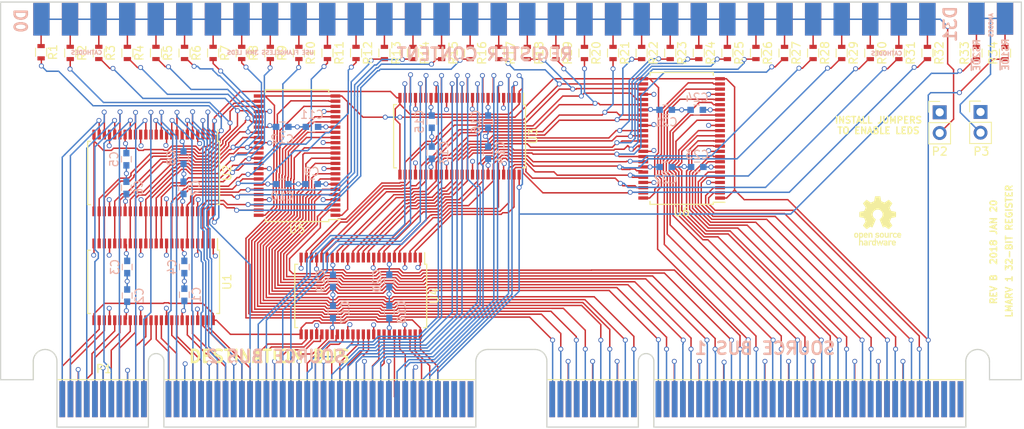
<source format=kicad_pcb>
(kicad_pcb (version 4) (host pcbnew 4.0.4-stable)
  (layers (0 F.Cu signal) (1 2.Cu power hide) (2 3.Cu power hide) (31 B.Cu signal) (34 B.Paste user) (35 F.Paste user) (36 B.SilkS user) (37 F.SilkS user) (38 B.Mask user) (39 F.Mask user) (44 Edge.Cuts user))
  (net 0 "")
  (net 1 VDD)
  (net 2 GNDREF)
  (net 3 /rd[31])
  (net 4 /rd[30])
  (net 5 /rd[29])
  (net 6 /rd[28])
  (net 7 /rd[27])
  (net 8 /rd[26])
  (net 9 /rd[25])
  (net 10 /rd[24])
  (net 11 /rs2[31])
  (net 12 /rs2[30])
  (net 13 /rs2[29])
  (net 14 /rs2[28])
  (net 15 /rs2[27])
  (net 16 /rs2[26])
  (net 17 /rs2[25])
  (net 18 /rs2[24])
  (net 19 /rd[23])
  (net 20 /rd[22])
  (net 21 /rd[21])
  (net 22 /rd[20])
  (net 23 /rd[19])
  (net 24 /rd[18])
  (net 25 /rd[17])
  (net 26 /rd[16])
  (net 27 /rd[15])
  (net 28 /rd[14])
  (net 29 /rd[13])
  (net 30 /rd[12])
  (net 31 /rd[11])
  (net 32 /rd[10])
  (net 33 /rd[9])
  (net 34 /rd[8])
  (net 35 /rd[7])
  (net 36 /rd[6])
  (net 37 /rd[5])
  (net 38 /rd[4])
  (net 39 /rd[3])
  (net 40 /rd[2])
  (net 41 /rd[1])
  (net 42 /rd[0])
  (net 43 /rdclk)
  (net 44 "Net-(P1-Pad46)")
  (net 45 "Net-(P1-Pad47)")
  (net 46 "Net-(P1-Pad48)")
  (net 47 "Net-(P1-Pad49)")
  (net 48 /rs2[23])
  (net 49 /rs2[22])
  (net 50 /rs2[21])
  (net 51 /rs2[20])
  (net 52 /rs2[19])
  (net 53 /rs2[18])
  (net 54 /rs2[17])
  (net 55 /rs2[16])
  (net 56 /rs2[15])
  (net 57 /rs2[14])
  (net 58 /rs2[13])
  (net 59 /rs2[12])
  (net 60 /rs2[11])
  (net 61 /rs2[10])
  (net 62 /rs2[9])
  (net 63 /rs2[8])
  (net 64 /rs2[7])
  (net 65 /rs2[6])
  (net 66 /rs2[5])
  (net 67 /rs2[4])
  (net 68 /rs2[3])
  (net 69 /rs2[2])
  (net 70 /rs2[1])
  (net 71 /rs2[0])
  (net 72 /~rs2oe)
  (net 73 "Net-(P1-Pad144)")
  (net 74 "Net-(P1-Pad145)")
  (net 75 "Net-(P1-Pad146)")
  (net 76 "Net-(P1-Pad147)")
  (net 77 "Net-(P1-Pad50)")
  (net 78 "Net-(P1-Pad61)")
  (net 79 /rs1[31])
  (net 80 /rs1[23])
  (net 81 "Net-(P1-Pad51)")
  (net 82 "Net-(P1-Pad53)")
  (net 83 "Net-(P1-Pad54)")
  (net 84 "Net-(P1-Pad56)")
  (net 85 "Net-(P1-Pad57)")
  (net 86 "Net-(P1-Pad59)")
  (net 87 "Net-(P1-Pad60)")
  (net 88 "Net-(P1-Pad62)")
  (net 89 "Net-(P1-Pad64)")
  (net 90 "Net-(P1-Pad65)")
  (net 91 "Net-(P1-Pad67)")
  (net 92 "Net-(P1-Pad68)")
  (net 93 "Net-(P1-Pad70)")
  (net 94 "Net-(P1-Pad71)")
  (net 95 "Net-(P1-Pad72)")
  (net 96 "Net-(P1-Pad73)")
  (net 97 "Net-(P1-Pad75)")
  (net 98 "Net-(P1-Pad76)")
  (net 99 "Net-(P1-Pad78)")
  (net 100 "Net-(P1-Pad79)")
  (net 101 "Net-(P1-Pad81)")
  (net 102 "Net-(P1-Pad82)")
  (net 103 "Net-(P1-Pad83)")
  (net 104 "Net-(P1-Pad84)")
  (net 105 "Net-(P1-Pad86)")
  (net 106 "Net-(P1-Pad87)")
  (net 107 "Net-(P1-Pad89)")
  (net 108 "Net-(P1-Pad90)")
  (net 109 "Net-(P1-Pad92)")
  (net 110 "Net-(P1-Pad93)")
  (net 111 "Net-(P1-Pad94)")
  (net 112 "Net-(P1-Pad95)")
  (net 113 "Net-(P1-Pad96)")
  (net 114 "Net-(P1-Pad97)")
  (net 115 "Net-(P1-Pad98)")
  (net 116 /rs1[30])
  (net 117 /rs1[29])
  (net 118 /rs1[28])
  (net 119 /rs1[27])
  (net 120 /rs1[26])
  (net 121 /rs1[25])
  (net 122 /rs1[24])
  (net 123 /rs1[22])
  (net 124 /rs1[21])
  (net 125 /rs1[20])
  (net 126 /rs1[19])
  (net 127 /rs1[18])
  (net 128 /rs1[17])
  (net 129 /rs1[16])
  (net 130 /rs1[15])
  (net 131 /rs1[14])
  (net 132 /rs1[13])
  (net 133 /rs1[12])
  (net 134 /rs1[11])
  (net 135 /rs1[10])
  (net 136 /rs1[9])
  (net 137 /rs1[8])
  (net 138 /rs1[7])
  (net 139 /rs1[6])
  (net 140 /rs1[5])
  (net 141 /rs1[4])
  (net 142 /rs1[3])
  (net 143 /rs1[2])
  (net 144 /rs1[1])
  (net 145 /rs1[0])
  (net 146 /~rs1oe)
  (net 147 "Net-(P1-Pad193)")
  (net 148 "Net-(P1-Pad194)")
  (net 149 "Net-(P1-Pad195)")
  (net 150 "Net-(P1-Pad196)")
  (net 151 /rdq[16])
  (net 152 /rdq[17])
  (net 153 /rdq[18])
  (net 154 /rdq[19])
  (net 155 /rdq[20])
  (net 156 /rdq[21])
  (net 157 /rdq[22])
  (net 158 /rdq[23])
  (net 159 /rdq[24])
  (net 160 /rdq[25])
  (net 161 /rdq[26])
  (net 162 /rdq[27])
  (net 163 /rdq[28])
  (net 164 /rdq[29])
  (net 165 /rdq[30])
  (net 166 /rdq[31])
  (net 167 /rdq[15])
  (net 168 /rdq[13])
  (net 169 /rdq[11])
  (net 170 /rdq[9])
  (net 171 /rdq[7])
  (net 172 /rdq[5])
  (net 173 /rdq[3])
  (net 174 /rdq[1])
  (net 175 /rdq[14])
  (net 176 /rdq[12])
  (net 177 /rdq[10])
  (net 178 /rdq[8])
  (net 179 /rdq[6])
  (net 180 /rdq[4])
  (net 181 /rdq[2])
  (net 182 /rdq[0])
  (net 183 "Net-(D1-Pad2)")
  (net 184 "Net-(D1-Pad1)")
  (net 185 "Net-(D2-Pad2)")
  (net 186 "Net-(D3-Pad2)")
  (net 187 "Net-(D4-Pad2)")
  (net 188 "Net-(D5-Pad2)")
  (net 189 "Net-(D6-Pad2)")
  (net 190 "Net-(D7-Pad2)")
  (net 191 "Net-(D8-Pad2)")
  (net 192 "Net-(D9-Pad2)")
  (net 193 "Net-(D10-Pad2)")
  (net 194 "Net-(D11-Pad2)")
  (net 195 "Net-(D12-Pad2)")
  (net 196 "Net-(D13-Pad2)")
  (net 197 "Net-(D14-Pad2)")
  (net 198 "Net-(D15-Pad2)")
  (net 199 "Net-(D16-Pad2)")
  (net 200 "Net-(D17-Pad2)")
  (net 201 "Net-(D18-Pad2)")
  (net 202 "Net-(D19-Pad2)")
  (net 203 "Net-(D20-Pad2)")
  (net 204 "Net-(D21-Pad2)")
  (net 205 "Net-(D22-Pad2)")
  (net 206 "Net-(D23-Pad2)")
  (net 207 "Net-(D24-Pad2)")
  (net 208 "Net-(D25-Pad2)")
  (net 209 "Net-(D26-Pad2)")
  (net 210 "Net-(D27-Pad2)")
  (net 211 "Net-(D28-Pad2)")
  (net 212 "Net-(D29-Pad2)")
  (net 213 "Net-(D30-Pad2)")
  (net 214 "Net-(D31-Pad2)")
  (net 215 "Net-(D32-Pad2)")
  (net 216 "Net-(D33-Pad2)")
  (net 217 "Net-(D33-Pad1)")
  (net 218 "Net-(D34-Pad1)")
  (module lmarv:PCI-EXPRESS (layer F.Cu) (at 59.0488 182.0382)
    (fp_text reference P1 (at -6.4 -7.11) (layer F.SilkS))
    (fp_text value dual-pcie-cardedge)
    (pad 1 connect rect (at -11.5 -3.4) (size 0.7 4.4) (layers F.Cu F.Mask) (net 3 /rd[31]))
    (pad 2 connect rect (at -10.5 -3.4) (size 0.7 4.4) (layers F.Cu F.Mask) (net 4 /rd[30]))
    (pad 3 connect rect (at -9.5 -3.4) (size 0.7 4.4) (layers F.Cu F.Mask) (net 2 GNDREF))
    (pad 4 connect rect (at -8.5 -3.4) (size 0.7 4.4) (layers F.Cu F.Mask) (net 5 /rd[29]))
    (pad 5 connect rect (at -7.5 -3.4) (size 0.7 4.4) (layers F.Cu F.Mask) (net 6 /rd[28]))
    (pad 6 connect rect (at -6.5 -3.4) (size 0.7 4.4) (layers F.Cu F.Mask) (net 1 VDD))
    (pad 7 connect rect (at -5.5 -3.4) (size 0.7 4.4) (layers F.Cu F.Mask) (net 7 /rd[27]))
    (pad 8 connect rect (at -4.5 -3.4) (size 0.7 4.4) (layers F.Cu F.Mask) (net 8 /rd[26]))
    (pad 9 connect rect (at -3.5 -3.4) (size 0.7 4.4) (layers F.Cu F.Mask) (net 2 GNDREF))
    (pad 10 connect rect (at -2.5 -3.4) (size 0.7 4.4) (layers F.Cu F.Mask) (net 9 /rd[25]))
    (pad 11 connect rect (at -1.5 -3.4) (size 0.7 4.4) (layers F.Cu F.Mask) (net 10 /rd[24]))
    (pad 99 connect rect (at -11.5 -3.4) (size 0.7 4.4) (layers B.Cu B.Mask) (net 11 /rs2[31]))
    (pad 100 connect rect (at -10.5 -3.4) (size 0.7 4.4) (layers B.Cu B.Mask) (net 12 /rs2[30]))
    (pad 101 connect rect (at -9.5 -3.4) (size 0.7 4.4) (layers B.Cu B.Mask) (net 2 GNDREF))
    (pad 102 connect rect (at -8.5 -3.4) (size 0.7 4.4) (layers B.Cu B.Mask) (net 13 /rs2[29]))
    (pad 103 connect rect (at -7.5 -3.4) (size 0.7 4.4) (layers B.Cu B.Mask) (net 14 /rs2[28]))
    (pad 104 connect rect (at -6.5 -3.4) (size 0.7 4.4) (layers B.Cu B.Mask) (net 1 VDD))
    (pad 105 connect rect (at -5.5 -3.4) (size 0.7 4.4) (layers B.Cu B.Mask) (net 15 /rs2[27]))
    (pad 106 connect rect (at -4.5 -3.4) (size 0.7 4.4) (layers B.Cu B.Mask) (net 16 /rs2[26]))
    (pad 107 connect rect (at -3.5 -3.4) (size 0.7 4.4) (layers B.Cu B.Mask) (net 2 GNDREF))
    (pad 108 connect rect (at -2.5 -3.4) (size 0.7 4.4) (layers B.Cu B.Mask) (net 17 /rs2[25]))
    (pad 109 connect rect (at -1.5 -3.4) (size 0.7 4.4) (layers B.Cu B.Mask) (net 18 /rs2[24]))
    (pad 12 connect rect (at 1.5 -3.4) (size 0.7 4.4) (layers F.Cu F.Mask) (net 19 /rd[23]))
    (pad 13 connect rect (at 2.5 -3.4) (size 0.7 4.4) (layers F.Cu F.Mask) (net 20 /rd[22]))
    (pad 14 connect rect (at 3.5 -3.4) (size 0.7 4.4) (layers F.Cu F.Mask) (net 2 GNDREF))
    (pad 15 connect rect (at 4.5 -3.4) (size 0.7 4.4) (layers F.Cu F.Mask) (net 21 /rd[21]))
    (pad 16 connect rect (at 5.5 -3.4) (size 0.7 4.4) (layers F.Cu F.Mask) (net 22 /rd[20]))
    (pad 17 connect rect (at 6.5 -3.4) (size 0.7 4.4) (layers F.Cu F.Mask) (net 1 VDD))
    (pad 18 connect rect (at 7.5 -3.4) (size 0.7 4.4) (layers F.Cu F.Mask) (net 23 /rd[19]))
    (pad 19 connect rect (at 8.5 -3.4) (size 0.7 4.4) (layers F.Cu F.Mask) (net 24 /rd[18]))
    (pad 20 connect rect (at 9.5 -3.4) (size 0.7 4.4) (layers F.Cu F.Mask) (net 2 GNDREF))
    (pad 21 connect rect (at 10.5 -3.4) (size 0.7 4.4) (layers F.Cu F.Mask) (net 25 /rd[17]))
    (pad 22 connect rect (at 11.5 -3.4) (size 0.7 4.4) (layers F.Cu F.Mask) (net 26 /rd[16]))
    (pad 23 connect rect (at 12.5 -3.4) (size 0.7 4.4) (layers F.Cu F.Mask) (net 27 /rd[15]))
    (pad 24 connect rect (at 13.5 -3.4) (size 0.7 4.4) (layers F.Cu F.Mask) (net 28 /rd[14]))
    (pad 25 connect rect (at 14.5 -3.4) (size 0.7 4.4) (layers F.Cu F.Mask) (net 2 GNDREF))
    (pad 26 connect rect (at 15.5 -3.4) (size 0.7 4.4) (layers F.Cu F.Mask) (net 29 /rd[13]))
    (pad 27 connect rect (at 16.5 -3.4) (size 0.7 4.4) (layers F.Cu F.Mask) (net 30 /rd[12]))
    (pad 28 connect rect (at 17.5 -3.4) (size 0.7 4.4) (layers F.Cu F.Mask) (net 1 VDD))
    (pad 29 connect rect (at 18.5 -3.4) (size 0.7 4.4) (layers F.Cu F.Mask) (net 31 /rd[11]))
    (pad 30 connect rect (at 19.5 -3.4) (size 0.7 4.4) (layers F.Cu F.Mask) (net 32 /rd[10]))
    (pad 31 connect rect (at 20.5 -3.4) (size 0.7 4.4) (layers F.Cu F.Mask) (net 2 GNDREF))
    (pad 32 connect rect (at 21.5 -3.4) (size 0.7 4.4) (layers F.Cu F.Mask) (net 33 /rd[9]))
    (pad 33 connect rect (at 22.5 -3.4) (size 0.7 4.4) (layers F.Cu F.Mask) (net 34 /rd[8]))
    (pad 34 connect rect (at 23.5 -3.4) (size 0.7 4.4) (layers F.Cu F.Mask) (net 35 /rd[7]))
    (pad 35 connect rect (at 24.5 -3.4) (size 0.7 4.4) (layers F.Cu F.Mask) (net 36 /rd[6]))
    (pad 36 connect rect (at 25.5 -3.4) (size 0.7 4.4) (layers F.Cu F.Mask) (net 2 GNDREF))
    (pad 37 connect rect (at 26.5 -3.4) (size 0.7 4.4) (layers F.Cu F.Mask) (net 37 /rd[5]))
    (pad 38 connect rect (at 27.5 -3.4) (size 0.7 4.4) (layers F.Cu F.Mask) (net 38 /rd[4]))
    (pad 39 connect rect (at 28.5 -3.4) (size 0.7 4.4) (layers F.Cu F.Mask) (net 1 VDD))
    (pad 40 connect rect (at 29.5 -3.4) (size 0.7 4.4) (layers F.Cu F.Mask) (net 39 /rd[3]))
    (pad 41 connect rect (at 30.5 -3.4) (size 0.7 4.4) (layers F.Cu F.Mask) (net 40 /rd[2]))
    (pad 42 connect rect (at 31.5 -3.4) (size 0.7 4.4) (layers F.Cu F.Mask) (net 2 GNDREF))
    (pad 43 connect rect (at 32.5 -3.4) (size 0.7 4.4) (layers F.Cu F.Mask) (net 41 /rd[1]))
    (pad 44 connect rect (at 33.5 -3.4) (size 0.7 4.4) (layers F.Cu F.Mask) (net 42 /rd[0]))
    (pad 45 connect rect (at 34.5 -3.4) (size 0.7 4.4) (layers F.Cu F.Mask) (net 43 /rdclk))
    (pad 46 connect rect (at 35.5 -3.4) (size 0.7 4.4) (layers F.Cu F.Mask) (net 44 "Net-(P1-Pad46)"))
    (pad 47 connect rect (at 36.5 -3.4) (size 0.7 4.4) (layers F.Cu F.Mask) (net 45 "Net-(P1-Pad47)"))
    (pad 48 connect rect (at 37.5 -3.4) (size 0.7 4.4) (layers F.Cu F.Mask) (net 46 "Net-(P1-Pad48)"))
    (pad 49 connect rect (at 38.5 -3.4) (size 0.7 4.4) (layers F.Cu F.Mask) (net 47 "Net-(P1-Pad49)"))
    (pad 110 connect rect (at 1.5 -3.4) (size 0.7 4.4) (layers B.Cu B.Mask) (net 48 /rs2[23]))
    (pad 111 connect rect (at 2.5 -3.4) (size 0.7 4.4) (layers B.Cu B.Mask) (net 49 /rs2[22]))
    (pad 112 connect rect (at 3.5 -3.4) (size 0.7 4.4) (layers B.Cu B.Mask) (net 2 GNDREF))
    (pad 113 connect rect (at 4.5 -3.4) (size 0.7 4.4) (layers B.Cu B.Mask) (net 50 /rs2[21]))
    (pad 114 connect rect (at 5.5 -3.4) (size 0.7 4.4) (layers B.Cu B.Mask) (net 51 /rs2[20]))
    (pad 115 connect rect (at 6.5 -3.4) (size 0.7 4.4) (layers B.Cu B.Mask) (net 1 VDD))
    (pad 116 connect rect (at 7.5 -3.4) (size 0.7 4.4) (layers B.Cu B.Mask) (net 52 /rs2[19]))
    (pad 117 connect rect (at 8.5 -3.4) (size 0.7 4.4) (layers B.Cu B.Mask) (net 53 /rs2[18]))
    (pad 118 connect rect (at 9.5 -3.4) (size 0.7 4.4) (layers B.Cu B.Mask) (net 2 GNDREF))
    (pad 119 connect rect (at 10.5 -3.4) (size 0.7 4.4) (layers B.Cu B.Mask) (net 54 /rs2[17]))
    (pad 120 connect rect (at 11.5 -3.4) (size 0.7 4.4) (layers B.Cu B.Mask) (net 55 /rs2[16]))
    (pad 121 connect rect (at 12.5 -3.4) (size 0.7 4.4) (layers B.Cu B.Mask) (net 56 /rs2[15]))
    (pad 122 connect rect (at 13.5 -3.4) (size 0.7 4.4) (layers B.Cu B.Mask) (net 57 /rs2[14]))
    (pad 123 connect rect (at 14.5 -3.4) (size 0.7 4.4) (layers B.Cu B.Mask) (net 2 GNDREF))
    (pad 124 connect rect (at 15.5 -3.4) (size 0.7 4.4) (layers B.Cu B.Mask) (net 58 /rs2[13]))
    (pad 125 connect rect (at 16.5 -3.4) (size 0.7 4.4) (layers B.Cu B.Mask) (net 59 /rs2[12]))
    (pad 126 connect rect (at 17.5 -3.4) (size 0.7 4.4) (layers B.Cu B.Mask) (net 1 VDD))
    (pad 127 connect rect (at 18.5 -3.4) (size 0.7 4.4) (layers B.Cu B.Mask) (net 60 /rs2[11]))
    (pad 128 connect rect (at 19.5 -3.4) (size 0.7 4.4) (layers B.Cu B.Mask) (net 61 /rs2[10]))
    (pad 129 connect rect (at 20.5 -3.4) (size 0.7 4.4) (layers B.Cu B.Mask) (net 2 GNDREF))
    (pad 130 connect rect (at 21.5 -3.4) (size 0.7 4.4) (layers B.Cu B.Mask) (net 62 /rs2[9]))
    (pad 131 connect rect (at 22.5 -3.4) (size 0.7 4.4) (layers B.Cu B.Mask) (net 63 /rs2[8]))
    (pad 132 connect rect (at 23.5 -3.4) (size 0.7 4.4) (layers B.Cu B.Mask) (net 64 /rs2[7]))
    (pad 133 connect rect (at 24.5 -3.4) (size 0.7 4.4) (layers B.Cu B.Mask) (net 65 /rs2[6]))
    (pad 134 connect rect (at 25.5 -3.4) (size 0.7 4.4) (layers B.Cu B.Mask) (net 2 GNDREF))
    (pad 135 connect rect (at 26.5 -3.4) (size 0.7 4.4) (layers B.Cu B.Mask) (net 66 /rs2[5]))
    (pad 136 connect rect (at 27.5 -3.4) (size 0.7 4.4) (layers B.Cu B.Mask) (net 67 /rs2[4]))
    (pad 137 connect rect (at 28.5 -3.4) (size 0.7 4.4) (layers B.Cu B.Mask) (net 1 VDD))
    (pad 138 connect rect (at 29.5 -3.4) (size 0.7 4.4) (layers B.Cu B.Mask) (net 68 /rs2[3]))
    (pad 139 connect rect (at 30.5 -3.4) (size 0.7 4.4) (layers B.Cu B.Mask) (net 69 /rs2[2]))
    (pad 140 connect rect (at 31.5 -3.4) (size 0.7 4.4) (layers B.Cu B.Mask) (net 2 GNDREF))
    (pad 141 connect rect (at 32.5 -3.4) (size 0.7 4.4) (layers B.Cu B.Mask) (net 70 /rs2[1]))
    (pad 142 connect rect (at 33.5 -3.4) (size 0.7 4.4) (layers B.Cu B.Mask) (net 71 /rs2[0]))
    (pad 143 connect rect (at 34.5 -3.4) (size 0.7 4.4) (layers B.Cu B.Mask) (net 72 /~rs2oe))
    (pad 144 connect rect (at 35.5 -3.4) (size 0.7 4.4) (layers B.Cu B.Mask) (net 73 "Net-(P1-Pad144)"))
    (pad 145 connect rect (at 36.5 -3.4) (size 0.7 4.4) (layers B.Cu B.Mask) (net 74 "Net-(P1-Pad145)"))
    (pad 146 connect rect (at 37.5 -3.4) (size 0.7 4.4) (layers B.Cu B.Mask) (net 75 "Net-(P1-Pad146)"))
    (pad 147 connect rect (at 38.5 -3.4) (size 0.7 4.4) (layers B.Cu B.Mask) (net 76 "Net-(P1-Pad147)"))
    (pad 50 connect rect (at 48.5 -3.4) (size 0.7 4.4) (layers F.Cu F.Mask) (net 77 "Net-(P1-Pad50)"))
    (pad 61 connect rect (at 61.5 -3.4) (size 0.7 4.4) (layers F.Cu F.Mask) (net 78 "Net-(P1-Pad61)"))
    (pad 148 connect rect (at 48.5 -3.4) (size 0.7 4.4) (layers B.Cu B.Mask) (net 79 /rs1[31]))
    (pad 159 connect rect (at 61.5 -3.4) (size 0.7 4.4) (layers B.Cu B.Mask) (net 80 /rs1[23]))
    (pad 51 connect rect (at 49.5 -3.4) (size 0.7 4.4) (layers F.Cu F.Mask) (net 81 "Net-(P1-Pad51)"))
    (pad 52 connect rect (at 50.5 -3.4) (size 0.7 4.4) (layers F.Cu F.Mask) (net 2 GNDREF))
    (pad 53 connect rect (at 51.5 -3.4) (size 0.7 4.4) (layers F.Cu F.Mask) (net 82 "Net-(P1-Pad53)"))
    (pad 54 connect rect (at 52.5 -3.4) (size 0.7 4.4) (layers F.Cu F.Mask) (net 83 "Net-(P1-Pad54)"))
    (pad 55 connect rect (at 53.5 -3.4) (size 0.7 4.4) (layers F.Cu F.Mask) (net 1 VDD))
    (pad 56 connect rect (at 54.5 -3.4) (size 0.7 4.4) (layers F.Cu F.Mask) (net 84 "Net-(P1-Pad56)"))
    (pad 57 connect rect (at 55.5 -3.4) (size 0.7 4.4) (layers F.Cu F.Mask) (net 85 "Net-(P1-Pad57)"))
    (pad 58 connect rect (at 56.5 -3.4) (size 0.7 4.4) (layers F.Cu F.Mask) (net 2 GNDREF))
    (pad 59 connect rect (at 57.5 -3.4) (size 0.7 4.4) (layers F.Cu F.Mask) (net 86 "Net-(P1-Pad59)"))
    (pad 60 connect rect (at 58.5 -3.4) (size 0.7 4.4) (layers F.Cu F.Mask) (net 87 "Net-(P1-Pad60)"))
    (pad 62 connect rect (at 62.5 -3.4) (size 0.7 4.4) (layers F.Cu F.Mask) (net 88 "Net-(P1-Pad62)"))
    (pad 63 connect rect (at 63.5 -3.4) (size 0.7 4.4) (layers F.Cu F.Mask) (net 2 GNDREF))
    (pad 64 connect rect (at 64.5 -3.4) (size 0.7 4.4) (layers F.Cu F.Mask) (net 89 "Net-(P1-Pad64)"))
    (pad 65 connect rect (at 65.5 -3.4) (size 0.7 4.4) (layers F.Cu F.Mask) (net 90 "Net-(P1-Pad65)"))
    (pad 66 connect rect (at 66.5 -3.4) (size 0.7 4.4) (layers F.Cu F.Mask) (net 1 VDD))
    (pad 67 connect rect (at 67.5 -3.4) (size 0.7 4.4) (layers F.Cu F.Mask) (net 91 "Net-(P1-Pad67)"))
    (pad 68 connect rect (at 68.5 -3.4) (size 0.7 4.4) (layers F.Cu F.Mask) (net 92 "Net-(P1-Pad68)"))
    (pad 69 connect rect (at 69.5 -3.4) (size 0.7 4.4) (layers F.Cu F.Mask) (net 2 GNDREF))
    (pad 70 connect rect (at 70.5 -3.4) (size 0.7 4.4) (layers F.Cu F.Mask) (net 93 "Net-(P1-Pad70)"))
    (pad 71 connect rect (at 71.5 -3.4) (size 0.7 4.4) (layers F.Cu F.Mask) (net 94 "Net-(P1-Pad71)"))
    (pad 72 connect rect (at 72.5 -3.4) (size 0.7 4.4) (layers F.Cu F.Mask) (net 95 "Net-(P1-Pad72)"))
    (pad 73 connect rect (at 73.5 -3.4) (size 0.7 4.4) (layers F.Cu F.Mask) (net 96 "Net-(P1-Pad73)"))
    (pad 74 connect rect (at 74.5 -3.4) (size 0.7 4.4) (layers F.Cu F.Mask) (net 2 GNDREF))
    (pad 75 connect rect (at 75.5 -3.4) (size 0.7 4.4) (layers F.Cu F.Mask) (net 97 "Net-(P1-Pad75)"))
    (pad 76 connect rect (at 76.5 -3.4) (size 0.7 4.4) (layers F.Cu F.Mask) (net 98 "Net-(P1-Pad76)"))
    (pad 77 connect rect (at 77.5 -3.4) (size 0.7 4.4) (layers F.Cu F.Mask) (net 1 VDD))
    (pad 78 connect rect (at 78.5 -3.4) (size 0.7 4.4) (layers F.Cu F.Mask) (net 99 "Net-(P1-Pad78)"))
    (pad 79 connect rect (at 79.5 -3.4) (size 0.7 4.4) (layers F.Cu F.Mask) (net 100 "Net-(P1-Pad79)"))
    (pad 80 connect rect (at 80.5 -3.4) (size 0.7 4.4) (layers F.Cu F.Mask) (net 2 GNDREF))
    (pad 81 connect rect (at 81.5 -3.4) (size 0.7 4.4) (layers F.Cu F.Mask) (net 101 "Net-(P1-Pad81)"))
    (pad 82 connect rect (at 82.5 -3.4) (size 0.7 4.4) (layers F.Cu F.Mask) (net 102 "Net-(P1-Pad82)"))
    (pad 83 connect rect (at 83.5 -3.4) (size 0.7 4.4) (layers F.Cu F.Mask) (net 103 "Net-(P1-Pad83)"))
    (pad 84 connect rect (at 84.5 -3.4) (size 0.7 4.4) (layers F.Cu F.Mask) (net 104 "Net-(P1-Pad84)"))
    (pad 85 connect rect (at 85.5 -3.4) (size 0.7 4.4) (layers F.Cu F.Mask) (net 2 GNDREF))
    (pad 86 connect rect (at 86.5 -3.4) (size 0.7 4.4) (layers F.Cu F.Mask) (net 105 "Net-(P1-Pad86)"))
    (pad 87 connect rect (at 87.5 -3.4) (size 0.7 4.4) (layers F.Cu F.Mask) (net 106 "Net-(P1-Pad87)"))
    (pad 88 connect rect (at 88.5 -3.4) (size 0.7 4.4) (layers F.Cu F.Mask) (net 1 VDD))
    (pad 89 connect rect (at 89.5 -3.4) (size 0.7 4.4) (layers F.Cu F.Mask) (net 107 "Net-(P1-Pad89)"))
    (pad 90 connect rect (at 90.5 -3.4) (size 0.7 4.4) (layers F.Cu F.Mask) (net 108 "Net-(P1-Pad90)"))
    (pad 91 connect rect (at 91.5 -3.4) (size 0.7 4.4) (layers F.Cu F.Mask) (net 2 GNDREF))
    (pad 92 connect rect (at 92.5 -3.4) (size 0.7 4.4) (layers F.Cu F.Mask) (net 109 "Net-(P1-Pad92)"))
    (pad 93 connect rect (at 93.5 -3.4) (size 0.7 4.4) (layers F.Cu F.Mask) (net 110 "Net-(P1-Pad93)"))
    (pad 94 connect rect (at 94.5 -3.4) (size 0.7 4.4) (layers F.Cu F.Mask) (net 111 "Net-(P1-Pad94)"))
    (pad 95 connect rect (at 95.5 -3.4) (size 0.7 4.4) (layers F.Cu F.Mask) (net 112 "Net-(P1-Pad95)"))
    (pad 96 connect rect (at 96.5 -3.4) (size 0.7 4.4) (layers F.Cu F.Mask) (net 113 "Net-(P1-Pad96)"))
    (pad 97 connect rect (at 97.5 -3.4) (size 0.7 4.4) (layers F.Cu F.Mask) (net 114 "Net-(P1-Pad97)"))
    (pad 98 connect rect (at 98.5 -3.4) (size 0.7 4.4) (layers F.Cu F.Mask) (net 115 "Net-(P1-Pad98)"))
    (pad 149 connect rect (at 49.5 -3.4) (size 0.7 4.4) (layers B.Cu B.Mask) (net 116 /rs1[30]))
    (pad 150 connect rect (at 50.5 -3.4) (size 0.7 4.4) (layers B.Cu B.Mask) (net 2 GNDREF))
    (pad 151 connect rect (at 51.5 -3.4) (size 0.7 4.4) (layers B.Cu B.Mask) (net 117 /rs1[29]))
    (pad 152 connect rect (at 52.5 -3.4) (size 0.7 4.4) (layers B.Cu B.Mask) (net 118 /rs1[28]))
    (pad 153 connect rect (at 53.5 -3.4) (size 0.7 4.4) (layers B.Cu B.Mask) (net 1 VDD))
    (pad 154 connect rect (at 54.5 -3.4) (size 0.7 4.4) (layers B.Cu B.Mask) (net 119 /rs1[27]))
    (pad 155 connect rect (at 55.5 -3.4) (size 0.7 4.4) (layers B.Cu B.Mask) (net 120 /rs1[26]))
    (pad 156 connect rect (at 56.5 -3.4) (size 0.7 4.4) (layers B.Cu B.Mask) (net 2 GNDREF))
    (pad 157 connect rect (at 57.5 -3.4) (size 0.7 4.4) (layers B.Cu B.Mask) (net 121 /rs1[25]))
    (pad 158 connect rect (at 58.5 -3.4) (size 0.7 4.4) (layers B.Cu B.Mask) (net 122 /rs1[24]))
    (pad 160 connect rect (at 62.5 -3.4) (size 0.7 4.4) (layers B.Cu B.Mask) (net 123 /rs1[22]))
    (pad 161 connect rect (at 63.5 -3.4) (size 0.7 4.4) (layers B.Cu B.Mask) (net 2 GNDREF))
    (pad 162 connect rect (at 64.5 -3.4) (size 0.7 4.4) (layers B.Cu B.Mask) (net 124 /rs1[21]))
    (pad 163 connect rect (at 65.5 -3.4) (size 0.7 4.4) (layers B.Cu B.Mask) (net 125 /rs1[20]))
    (pad 164 connect rect (at 66.5 -3.4) (size 0.7 4.4) (layers B.Cu B.Mask) (net 1 VDD))
    (pad 165 connect rect (at 67.5 -3.4) (size 0.7 4.4) (layers B.Cu B.Mask) (net 126 /rs1[19]))
    (pad 166 connect rect (at 68.5 -3.4) (size 0.7 4.4) (layers B.Cu B.Mask) (net 127 /rs1[18]))
    (pad 167 connect rect (at 69.5 -3.4) (size 0.7 4.4) (layers B.Cu B.Mask) (net 2 GNDREF))
    (pad 168 connect rect (at 70.5 -3.4) (size 0.7 4.4) (layers B.Cu B.Mask) (net 128 /rs1[17]))
    (pad 169 connect rect (at 71.5 -3.4) (size 0.7 4.4) (layers B.Cu B.Mask) (net 129 /rs1[16]))
    (pad 170 connect rect (at 72.5 -3.4) (size 0.7 4.4) (layers B.Cu B.Mask) (net 130 /rs1[15]))
    (pad 171 connect rect (at 73.5 -3.4) (size 0.7 4.4) (layers B.Cu B.Mask) (net 131 /rs1[14]))
    (pad 172 connect rect (at 74.5 -3.4) (size 0.7 4.4) (layers B.Cu B.Mask) (net 2 GNDREF))
    (pad 173 connect rect (at 75.5 -3.4) (size 0.7 4.4) (layers B.Cu B.Mask) (net 132 /rs1[13]))
    (pad 174 connect rect (at 76.5 -3.4) (size 0.7 4.4) (layers B.Cu B.Mask) (net 133 /rs1[12]))
    (pad 175 connect rect (at 77.5 -3.4) (size 0.7 4.4) (layers B.Cu B.Mask) (net 1 VDD))
    (pad 176 connect rect (at 78.5 -3.4) (size 0.7 4.4) (layers B.Cu B.Mask) (net 134 /rs1[11]))
    (pad 177 connect rect (at 79.5 -3.4) (size 0.7 4.4) (layers B.Cu B.Mask) (net 135 /rs1[10]))
    (pad 178 connect rect (at 80.5 -3.4) (size 0.7 4.4) (layers B.Cu B.Mask) (net 2 GNDREF))
    (pad 179 connect rect (at 81.5 -3.4) (size 0.7 4.4) (layers B.Cu B.Mask) (net 136 /rs1[9]))
    (pad 180 connect rect (at 82.5 -3.4) (size 0.7 4.4) (layers B.Cu B.Mask) (net 137 /rs1[8]))
    (pad 181 connect rect (at 83.5 -3.4) (size 0.7 4.4) (layers B.Cu B.Mask) (net 138 /rs1[7]))
    (pad 182 connect rect (at 84.5 -3.4) (size 0.7 4.4) (layers B.Cu B.Mask) (net 139 /rs1[6]))
    (pad 183 connect rect (at 85.5 -3.4) (size 0.7 4.4) (layers B.Cu B.Mask) (net 2 GNDREF))
    (pad 184 connect rect (at 86.5 -3.4) (size 0.7 4.4) (layers B.Cu B.Mask) (net 140 /rs1[5]))
    (pad 185 connect rect (at 87.5 -3.4) (size 0.7 4.4) (layers B.Cu B.Mask) (net 141 /rs1[4]))
    (pad 186 connect rect (at 88.5 -3.4) (size 0.7 4.4) (layers B.Cu B.Mask) (net 1 VDD))
    (pad 187 connect rect (at 89.5 -3.4) (size 0.7 4.4) (layers B.Cu B.Mask) (net 142 /rs1[3]))
    (pad 188 connect rect (at 90.5 -3.4) (size 0.7 4.4) (layers B.Cu B.Mask) (net 143 /rs1[2]))
    (pad 189 connect rect (at 91.5 -3.4) (size 0.7 4.4) (layers B.Cu B.Mask) (net 2 GNDREF))
    (pad 190 connect rect (at 92.5 -3.4) (size 0.7 4.4) (layers B.Cu B.Mask) (net 144 /rs1[1]))
    (pad 191 connect rect (at 93.5 -3.4) (size 0.7 4.4) (layers B.Cu B.Mask) (net 145 /rs1[0]))
    (pad 192 connect rect (at 94.5 -3.4) (size 0.7 4.4) (layers B.Cu B.Mask) (net 146 /~rs1oe))
    (pad 193 connect rect (at 95.5 -3.4) (size 0.7 4.4) (layers B.Cu B.Mask) (net 147 "Net-(P1-Pad193)"))
    (pad 194 connect rect (at 96.5 -3.4) (size 0.7 4.4) (layers B.Cu B.Mask) (net 148 "Net-(P1-Pad194)"))
    (pad 195 connect rect (at 97.5 -3.4) (size 0.7 4.4) (layers B.Cu B.Mask) (net 149 "Net-(P1-Pad195)"))
    (pad 196 connect rect (at 98.5 -3.4) (size 0.7 4.4) (layers B.Cu B.Mask) (net 150 "Net-(P1-Pad196)"))
  )
  (module Housings_SSOP:SSOP-48_7.5x15.9mm_Pitch0.635mm (layer F.Cu) (at 84.1025 165.992 270)
    (fp_text reference U4 (at 0 -9 270) (layer F.SilkS))
    (fp_text value 74LVTH16374)
    (pad 1 smd rect (at -4.7 -7.3025 270) (size 1.2 0.4) (layers F.Cu F.Paste F.Mask) (net 2 GNDREF))
    (pad 2 smd rect (at -4.7 -6.6675 270) (size 1.2 0.4) (layers F.Cu F.Paste F.Mask) (net 182 /rdq[0]))
    (pad 3 smd rect (at -4.7 -6.0325 270) (size 1.2 0.4) (layers F.Cu F.Paste F.Mask) (net 174 /rdq[1]))
    (pad 4 smd rect (at -4.7 -5.3975 270) (size 1.2 0.4) (layers F.Cu F.Paste F.Mask) (net 2 GNDREF))
    (pad 5 smd rect (at -4.7 -4.7625 270) (size 1.2 0.4) (layers F.Cu F.Paste F.Mask) (net 181 /rdq[2]))
    (pad 6 smd rect (at -4.7 -4.1275 270) (size 1.2 0.4) (layers F.Cu F.Paste F.Mask) (net 173 /rdq[3]))
    (pad 7 smd rect (at -4.7 -3.4925 270) (size 1.2 0.4) (layers F.Cu F.Paste F.Mask) (net 1 VDD))
    (pad 8 smd rect (at -4.7 -2.8575 270) (size 1.2 0.4) (layers F.Cu F.Paste F.Mask) (net 180 /rdq[4]))
    (pad 9 smd rect (at -4.7 -2.2225 270) (size 1.2 0.4) (layers F.Cu F.Paste F.Mask) (net 172 /rdq[5]))
    (pad 10 smd rect (at -4.7 -1.5875 270) (size 1.2 0.4) (layers F.Cu F.Paste F.Mask) (net 2 GNDREF))
    (pad 11 smd rect (at -4.7 -0.9525 270) (size 1.2 0.4) (layers F.Cu F.Paste F.Mask) (net 179 /rdq[6]))
    (pad 12 smd rect (at -4.7 -0.3175 270) (size 1.2 0.4) (layers F.Cu F.Paste F.Mask) (net 171 /rdq[7]))
    (pad 13 smd rect (at -4.7 0.3175 270) (size 1.2 0.4) (layers F.Cu F.Paste F.Mask) (net 178 /rdq[8]))
    (pad 14 smd rect (at -4.7 0.9525 270) (size 1.2 0.4) (layers F.Cu F.Paste F.Mask) (net 170 /rdq[9]))
    (pad 15 smd rect (at -4.7 1.5875 270) (size 1.2 0.4) (layers F.Cu F.Paste F.Mask) (net 2 GNDREF))
    (pad 16 smd rect (at -4.7 2.2225 270) (size 1.2 0.4) (layers F.Cu F.Paste F.Mask) (net 177 /rdq[10]))
    (pad 17 smd rect (at -4.7 2.8575 270) (size 1.2 0.4) (layers F.Cu F.Paste F.Mask) (net 169 /rdq[11]))
    (pad 18 smd rect (at -4.7 3.4925 270) (size 1.2 0.4) (layers F.Cu F.Paste F.Mask) (net 1 VDD))
    (pad 19 smd rect (at -4.7 4.1275 270) (size 1.2 0.4) (layers F.Cu F.Paste F.Mask) (net 176 /rdq[12]))
    (pad 20 smd rect (at -4.7 4.7625 270) (size 1.2 0.4) (layers F.Cu F.Paste F.Mask) (net 168 /rdq[13]))
    (pad 21 smd rect (at -4.7 5.3975 270) (size 1.2 0.4) (layers F.Cu F.Paste F.Mask) (net 2 GNDREF))
    (pad 22 smd rect (at -4.7 6.0325 270) (size 1.2 0.4) (layers F.Cu F.Paste F.Mask) (net 175 /rdq[14]))
    (pad 23 smd rect (at -4.7 6.6675 270) (size 1.2 0.4) (layers F.Cu F.Paste F.Mask) (net 167 /rdq[15]))
    (pad 24 smd rect (at -4.7 7.3025 270) (size 1.2 0.4) (layers F.Cu F.Paste F.Mask) (net 2 GNDREF))
    (pad 25 smd rect (at 4.7 7.3025 270) (size 1.2 0.4) (layers F.Cu F.Paste F.Mask) (net 43 /rdclk))
    (pad 26 smd rect (at 4.7 6.6675 270) (size 1.2 0.4) (layers F.Cu F.Paste F.Mask) (net 27 /rd[15]))
    (pad 27 smd rect (at 4.7 6.0325 270) (size 1.2 0.4) (layers F.Cu F.Paste F.Mask) (net 28 /rd[14]))
    (pad 28 smd rect (at 4.7 5.3975 270) (size 1.2 0.4) (layers F.Cu F.Paste F.Mask) (net 2 GNDREF))
    (pad 29 smd rect (at 4.7 4.7625 270) (size 1.2 0.4) (layers F.Cu F.Paste F.Mask) (net 29 /rd[13]))
    (pad 30 smd rect (at 4.7 4.1275 270) (size 1.2 0.4) (layers F.Cu F.Paste F.Mask) (net 30 /rd[12]))
    (pad 31 smd rect (at 4.7 3.4925 270) (size 1.2 0.4) (layers F.Cu F.Paste F.Mask) (net 1 VDD))
    (pad 32 smd rect (at 4.7 2.8575 270) (size 1.2 0.4) (layers F.Cu F.Paste F.Mask) (net 31 /rd[11]))
    (pad 33 smd rect (at 4.7 2.2225 270) (size 1.2 0.4) (layers F.Cu F.Paste F.Mask) (net 32 /rd[10]))
    (pad 34 smd rect (at 4.7 1.5875 270) (size 1.2 0.4) (layers F.Cu F.Paste F.Mask) (net 2 GNDREF))
    (pad 35 smd rect (at 4.7 0.9525 270) (size 1.2 0.4) (layers F.Cu F.Paste F.Mask) (net 33 /rd[9]))
    (pad 36 smd rect (at 4.7 0.3175 270) (size 1.2 0.4) (layers F.Cu F.Paste F.Mask) (net 34 /rd[8]))
    (pad 37 smd rect (at 4.7 -0.3175 270) (size 1.2 0.4) (layers F.Cu F.Paste F.Mask) (net 35 /rd[7]))
    (pad 38 smd rect (at 4.7 -0.9525 270) (size 1.2 0.4) (layers F.Cu F.Paste F.Mask) (net 36 /rd[6]))
    (pad 39 smd rect (at 4.7 -1.5875 270) (size 1.2 0.4) (layers F.Cu F.Paste F.Mask) (net 2 GNDREF))
    (pad 40 smd rect (at 4.7 -2.2225 270) (size 1.2 0.4) (layers F.Cu F.Paste F.Mask) (net 37 /rd[5]))
    (pad 41 smd rect (at 4.7 -2.8575 270) (size 1.2 0.4) (layers F.Cu F.Paste F.Mask) (net 38 /rd[4]))
    (pad 42 smd rect (at 4.7 -3.4925 270) (size 1.2 0.4) (layers F.Cu F.Paste F.Mask) (net 1 VDD))
    (pad 43 smd rect (at 4.7 -4.1275 270) (size 1.2 0.4) (layers F.Cu F.Paste F.Mask) (net 39 /rd[3]))
    (pad 44 smd rect (at 4.7 -4.7625 270) (size 1.2 0.4) (layers F.Cu F.Paste F.Mask) (net 40 /rd[2]))
    (pad 45 smd rect (at 4.7 -5.3975 270) (size 1.2 0.4) (layers F.Cu F.Paste F.Mask) (net 2 GNDREF))
    (pad 46 smd rect (at 4.7 -6.0325 270) (size 1.2 0.4) (layers F.Cu F.Paste F.Mask) (net 41 /rd[1]))
    (pad 47 smd rect (at 4.7 -6.6675 270) (size 1.2 0.4) (layers F.Cu F.Paste F.Mask) (net 42 /rd[0]))
    (pad 48 smd rect (at 4.7 -7.3025 270) (size 1.2 0.4) (layers F.Cu F.Paste F.Mask) (net 43 /rdclk))
  )
  (module Housings_SSOP:SSOP-48_7.5x15.9mm_Pitch0.635mm (layer F.Cu) (at 58.7375 164.265 270)
    (fp_text reference U1 (at 0 -9 270) (layer F.SilkS))
    (fp_text value 74LVTH16374)
    (pad 1 smd rect (at -4.7 -7.3025 270) (size 1.2 0.4) (layers F.Cu F.Paste F.Mask) (net 2 GNDREF))
    (pad 2 smd rect (at -4.7 -6.6675 270) (size 1.2 0.4) (layers F.Cu F.Paste F.Mask) (net 151 /rdq[16]))
    (pad 3 smd rect (at -4.7 -6.0325 270) (size 1.2 0.4) (layers F.Cu F.Paste F.Mask) (net 152 /rdq[17]))
    (pad 4 smd rect (at -4.7 -5.3975 270) (size 1.2 0.4) (layers F.Cu F.Paste F.Mask) (net 2 GNDREF))
    (pad 5 smd rect (at -4.7 -4.7625 270) (size 1.2 0.4) (layers F.Cu F.Paste F.Mask) (net 153 /rdq[18]))
    (pad 6 smd rect (at -4.7 -4.1275 270) (size 1.2 0.4) (layers F.Cu F.Paste F.Mask) (net 154 /rdq[19]))
    (pad 7 smd rect (at -4.7 -3.4925 270) (size 1.2 0.4) (layers F.Cu F.Paste F.Mask) (net 1 VDD))
    (pad 8 smd rect (at -4.7 -2.8575 270) (size 1.2 0.4) (layers F.Cu F.Paste F.Mask) (net 155 /rdq[20]))
    (pad 9 smd rect (at -4.7 -2.2225 270) (size 1.2 0.4) (layers F.Cu F.Paste F.Mask) (net 156 /rdq[21]))
    (pad 10 smd rect (at -4.7 -1.5875 270) (size 1.2 0.4) (layers F.Cu F.Paste F.Mask) (net 2 GNDREF))
    (pad 11 smd rect (at -4.7 -0.9525 270) (size 1.2 0.4) (layers F.Cu F.Paste F.Mask) (net 157 /rdq[22]))
    (pad 12 smd rect (at -4.7 -0.3175 270) (size 1.2 0.4) (layers F.Cu F.Paste F.Mask) (net 158 /rdq[23]))
    (pad 13 smd rect (at -4.7 0.3175 270) (size 1.2 0.4) (layers F.Cu F.Paste F.Mask) (net 159 /rdq[24]))
    (pad 14 smd rect (at -4.7 0.9525 270) (size 1.2 0.4) (layers F.Cu F.Paste F.Mask) (net 160 /rdq[25]))
    (pad 15 smd rect (at -4.7 1.5875 270) (size 1.2 0.4) (layers F.Cu F.Paste F.Mask) (net 2 GNDREF))
    (pad 16 smd rect (at -4.7 2.2225 270) (size 1.2 0.4) (layers F.Cu F.Paste F.Mask) (net 161 /rdq[26]))
    (pad 17 smd rect (at -4.7 2.8575 270) (size 1.2 0.4) (layers F.Cu F.Paste F.Mask) (net 162 /rdq[27]))
    (pad 18 smd rect (at -4.7 3.4925 270) (size 1.2 0.4) (layers F.Cu F.Paste F.Mask) (net 1 VDD))
    (pad 19 smd rect (at -4.7 4.1275 270) (size 1.2 0.4) (layers F.Cu F.Paste F.Mask) (net 163 /rdq[28]))
    (pad 20 smd rect (at -4.7 4.7625 270) (size 1.2 0.4) (layers F.Cu F.Paste F.Mask) (net 164 /rdq[29]))
    (pad 21 smd rect (at -4.7 5.3975 270) (size 1.2 0.4) (layers F.Cu F.Paste F.Mask) (net 2 GNDREF))
    (pad 22 smd rect (at -4.7 6.0325 270) (size 1.2 0.4) (layers F.Cu F.Paste F.Mask) (net 165 /rdq[30]))
    (pad 23 smd rect (at -4.7 6.6675 270) (size 1.2 0.4) (layers F.Cu F.Paste F.Mask) (net 166 /rdq[31]))
    (pad 24 smd rect (at -4.7 7.3025 270) (size 1.2 0.4) (layers F.Cu F.Paste F.Mask) (net 2 GNDREF))
    (pad 25 smd rect (at 4.7 7.3025 270) (size 1.2 0.4) (layers F.Cu F.Paste F.Mask) (net 43 /rdclk))
    (pad 26 smd rect (at 4.7 6.6675 270) (size 1.2 0.4) (layers F.Cu F.Paste F.Mask) (net 3 /rd[31]))
    (pad 27 smd rect (at 4.7 6.0325 270) (size 1.2 0.4) (layers F.Cu F.Paste F.Mask) (net 4 /rd[30]))
    (pad 28 smd rect (at 4.7 5.3975 270) (size 1.2 0.4) (layers F.Cu F.Paste F.Mask) (net 2 GNDREF))
    (pad 29 smd rect (at 4.7 4.7625 270) (size 1.2 0.4) (layers F.Cu F.Paste F.Mask) (net 5 /rd[29]))
    (pad 30 smd rect (at 4.7 4.1275 270) (size 1.2 0.4) (layers F.Cu F.Paste F.Mask) (net 6 /rd[28]))
    (pad 31 smd rect (at 4.7 3.4925 270) (size 1.2 0.4) (layers F.Cu F.Paste F.Mask) (net 1 VDD))
    (pad 32 smd rect (at 4.7 2.8575 270) (size 1.2 0.4) (layers F.Cu F.Paste F.Mask) (net 7 /rd[27]))
    (pad 33 smd rect (at 4.7 2.2225 270) (size 1.2 0.4) (layers F.Cu F.Paste F.Mask) (net 8 /rd[26]))
    (pad 34 smd rect (at 4.7 1.5875 270) (size 1.2 0.4) (layers F.Cu F.Paste F.Mask) (net 2 GNDREF))
    (pad 35 smd rect (at 4.7 0.9525 270) (size 1.2 0.4) (layers F.Cu F.Paste F.Mask) (net 9 /rd[25]))
    (pad 36 smd rect (at 4.7 0.3175 270) (size 1.2 0.4) (layers F.Cu F.Paste F.Mask) (net 10 /rd[24]))
    (pad 37 smd rect (at 4.7 -0.3175 270) (size 1.2 0.4) (layers F.Cu F.Paste F.Mask) (net 19 /rd[23]))
    (pad 38 smd rect (at 4.7 -0.9525 270) (size 1.2 0.4) (layers F.Cu F.Paste F.Mask) (net 20 /rd[22]))
    (pad 39 smd rect (at 4.7 -1.5875 270) (size 1.2 0.4) (layers F.Cu F.Paste F.Mask) (net 2 GNDREF))
    (pad 40 smd rect (at 4.7 -2.2225 270) (size 1.2 0.4) (layers F.Cu F.Paste F.Mask) (net 21 /rd[21]))
    (pad 41 smd rect (at 4.7 -2.8575 270) (size 1.2 0.4) (layers F.Cu F.Paste F.Mask) (net 22 /rd[20]))
    (pad 42 smd rect (at 4.7 -3.4925 270) (size 1.2 0.4) (layers F.Cu F.Paste F.Mask) (net 1 VDD))
    (pad 43 smd rect (at 4.7 -4.1275 270) (size 1.2 0.4) (layers F.Cu F.Paste F.Mask) (net 23 /rd[19]))
    (pad 44 smd rect (at 4.7 -4.7625 270) (size 1.2 0.4) (layers F.Cu F.Paste F.Mask) (net 24 /rd[18]))
    (pad 45 smd rect (at 4.7 -5.3975 270) (size 1.2 0.4) (layers F.Cu F.Paste F.Mask) (net 2 GNDREF))
    (pad 46 smd rect (at 4.7 -6.0325 270) (size 1.2 0.4) (layers F.Cu F.Paste F.Mask) (net 25 /rd[17]))
    (pad 47 smd rect (at 4.7 -6.6675 270) (size 1.2 0.4) (layers F.Cu F.Paste F.Mask) (net 26 /rd[16]))
    (pad 48 smd rect (at 4.7 -7.3025 270) (size 1.2 0.4) (layers F.Cu F.Paste F.Mask) (net 43 /rdclk))
  )
  (module Housings_SSOP:SSOP-48_7.5x15.9mm_Pitch0.635mm (layer F.Cu) (at 58.7375 150.93 270)
    (fp_text reference U2 (at 0 -9 270) (layer F.SilkS))
    (fp_text value 74LVTH162541)
    (pad 1 smd rect (at -4.7 -7.3025 270) (size 1.2 0.4) (layers F.Cu F.Paste F.Mask) (net 72 /~rs2oe))
    (pad 2 smd rect (at -4.7 -6.6675 270) (size 1.2 0.4) (layers F.Cu F.Paste F.Mask) (net 55 /rs2[16]))
    (pad 3 smd rect (at -4.7 -6.0325 270) (size 1.2 0.4) (layers F.Cu F.Paste F.Mask) (net 54 /rs2[17]))
    (pad 4 smd rect (at -4.7 -5.3975 270) (size 1.2 0.4) (layers F.Cu F.Paste F.Mask) (net 2 GNDREF))
    (pad 5 smd rect (at -4.7 -4.7625 270) (size 1.2 0.4) (layers F.Cu F.Paste F.Mask) (net 53 /rs2[18]))
    (pad 6 smd rect (at -4.7 -4.1275 270) (size 1.2 0.4) (layers F.Cu F.Paste F.Mask) (net 52 /rs2[19]))
    (pad 7 smd rect (at -4.7 -3.4925 270) (size 1.2 0.4) (layers F.Cu F.Paste F.Mask) (net 1 VDD))
    (pad 8 smd rect (at -4.7 -2.8575 270) (size 1.2 0.4) (layers F.Cu F.Paste F.Mask) (net 51 /rs2[20]))
    (pad 9 smd rect (at -4.7 -2.2225 270) (size 1.2 0.4) (layers F.Cu F.Paste F.Mask) (net 50 /rs2[21]))
    (pad 10 smd rect (at -4.7 -1.5875 270) (size 1.2 0.4) (layers F.Cu F.Paste F.Mask) (net 2 GNDREF))
    (pad 11 smd rect (at -4.7 -0.9525 270) (size 1.2 0.4) (layers F.Cu F.Paste F.Mask) (net 49 /rs2[22]))
    (pad 12 smd rect (at -4.7 -0.3175 270) (size 1.2 0.4) (layers F.Cu F.Paste F.Mask) (net 48 /rs2[23]))
    (pad 13 smd rect (at -4.7 0.3175 270) (size 1.2 0.4) (layers F.Cu F.Paste F.Mask) (net 18 /rs2[24]))
    (pad 14 smd rect (at -4.7 0.9525 270) (size 1.2 0.4) (layers F.Cu F.Paste F.Mask) (net 17 /rs2[25]))
    (pad 15 smd rect (at -4.7 1.5875 270) (size 1.2 0.4) (layers F.Cu F.Paste F.Mask) (net 2 GNDREF))
    (pad 16 smd rect (at -4.7 2.2225 270) (size 1.2 0.4) (layers F.Cu F.Paste F.Mask) (net 16 /rs2[26]))
    (pad 17 smd rect (at -4.7 2.8575 270) (size 1.2 0.4) (layers F.Cu F.Paste F.Mask) (net 15 /rs2[27]))
    (pad 18 smd rect (at -4.7 3.4925 270) (size 1.2 0.4) (layers F.Cu F.Paste F.Mask) (net 1 VDD))
    (pad 19 smd rect (at -4.7 4.1275 270) (size 1.2 0.4) (layers F.Cu F.Paste F.Mask) (net 14 /rs2[28]))
    (pad 20 smd rect (at -4.7 4.7625 270) (size 1.2 0.4) (layers F.Cu F.Paste F.Mask) (net 13 /rs2[29]))
    (pad 21 smd rect (at -4.7 5.3975 270) (size 1.2 0.4) (layers F.Cu F.Paste F.Mask) (net 2 GNDREF))
    (pad 22 smd rect (at -4.7 6.0325 270) (size 1.2 0.4) (layers F.Cu F.Paste F.Mask) (net 12 /rs2[30]))
    (pad 23 smd rect (at -4.7 6.6675 270) (size 1.2 0.4) (layers F.Cu F.Paste F.Mask) (net 11 /rs2[31]))
    (pad 24 smd rect (at -4.7 7.3025 270) (size 1.2 0.4) (layers F.Cu F.Paste F.Mask) (net 72 /~rs2oe))
    (pad 25 smd rect (at 4.7 7.3025 270) (size 1.2 0.4) (layers F.Cu F.Paste F.Mask) (net 72 /~rs2oe))
    (pad 26 smd rect (at 4.7 6.6675 270) (size 1.2 0.4) (layers F.Cu F.Paste F.Mask) (net 166 /rdq[31]))
    (pad 27 smd rect (at 4.7 6.0325 270) (size 1.2 0.4) (layers F.Cu F.Paste F.Mask) (net 165 /rdq[30]))
    (pad 28 smd rect (at 4.7 5.3975 270) (size 1.2 0.4) (layers F.Cu F.Paste F.Mask) (net 2 GNDREF))
    (pad 29 smd rect (at 4.7 4.7625 270) (size 1.2 0.4) (layers F.Cu F.Paste F.Mask) (net 164 /rdq[29]))
    (pad 30 smd rect (at 4.7 4.1275 270) (size 1.2 0.4) (layers F.Cu F.Paste F.Mask) (net 163 /rdq[28]))
    (pad 31 smd rect (at 4.7 3.4925 270) (size 1.2 0.4) (layers F.Cu F.Paste F.Mask) (net 1 VDD))
    (pad 32 smd rect (at 4.7 2.8575 270) (size 1.2 0.4) (layers F.Cu F.Paste F.Mask) (net 162 /rdq[27]))
    (pad 33 smd rect (at 4.7 2.2225 270) (size 1.2 0.4) (layers F.Cu F.Paste F.Mask) (net 161 /rdq[26]))
    (pad 34 smd rect (at 4.7 1.5875 270) (size 1.2 0.4) (layers F.Cu F.Paste F.Mask) (net 2 GNDREF))
    (pad 35 smd rect (at 4.7 0.9525 270) (size 1.2 0.4) (layers F.Cu F.Paste F.Mask) (net 160 /rdq[25]))
    (pad 36 smd rect (at 4.7 0.3175 270) (size 1.2 0.4) (layers F.Cu F.Paste F.Mask) (net 159 /rdq[24]))
    (pad 37 smd rect (at 4.7 -0.3175 270) (size 1.2 0.4) (layers F.Cu F.Paste F.Mask) (net 158 /rdq[23]))
    (pad 38 smd rect (at 4.7 -0.9525 270) (size 1.2 0.4) (layers F.Cu F.Paste F.Mask) (net 157 /rdq[22]))
    (pad 39 smd rect (at 4.7 -1.5875 270) (size 1.2 0.4) (layers F.Cu F.Paste F.Mask) (net 2 GNDREF))
    (pad 40 smd rect (at 4.7 -2.2225 270) (size 1.2 0.4) (layers F.Cu F.Paste F.Mask) (net 156 /rdq[21]))
    (pad 41 smd rect (at 4.7 -2.8575 270) (size 1.2 0.4) (layers F.Cu F.Paste F.Mask) (net 155 /rdq[20]))
    (pad 42 smd rect (at 4.7 -3.4925 270) (size 1.2 0.4) (layers F.Cu F.Paste F.Mask) (net 1 VDD))
    (pad 43 smd rect (at 4.7 -4.1275 270) (size 1.2 0.4) (layers F.Cu F.Paste F.Mask) (net 154 /rdq[19]))
    (pad 44 smd rect (at 4.7 -4.7625 270) (size 1.2 0.4) (layers F.Cu F.Paste F.Mask) (net 153 /rdq[18]))
    (pad 45 smd rect (at 4.7 -5.3975 270) (size 1.2 0.4) (layers F.Cu F.Paste F.Mask) (net 2 GNDREF))
    (pad 46 smd rect (at 4.7 -6.0325 270) (size 1.2 0.4) (layers F.Cu F.Paste F.Mask) (net 152 /rdq[17]))
    (pad 47 smd rect (at 4.7 -6.6675 270) (size 1.2 0.4) (layers F.Cu F.Paste F.Mask) (net 151 /rdq[16]))
    (pad 48 smd rect (at 4.7 -7.3025 270) (size 1.2 0.4) (layers F.Cu F.Paste F.Mask) (net 72 /~rs2oe))
  )
  (module Housings_SSOP:SSOP-48_7.5x15.9mm_Pitch0.635mm (layer F.Cu) (at 96.2025 146.43 270)
    (fp_text reference U3 (at 0 -9 270) (layer F.SilkS))
    (fp_text value 74LVTH162541)
    (pad 1 smd rect (at -4.7 -7.3025 270) (size 1.2 0.4) (layers F.Cu F.Paste F.Mask) (net 72 /~rs2oe))
    (pad 2 smd rect (at -4.7 -6.6675 270) (size 1.2 0.4) (layers F.Cu F.Paste F.Mask) (net 71 /rs2[0]))
    (pad 3 smd rect (at -4.7 -6.0325 270) (size 1.2 0.4) (layers F.Cu F.Paste F.Mask) (net 70 /rs2[1]))
    (pad 4 smd rect (at -4.7 -5.3975 270) (size 1.2 0.4) (layers F.Cu F.Paste F.Mask) (net 2 GNDREF))
    (pad 5 smd rect (at -4.7 -4.7625 270) (size 1.2 0.4) (layers F.Cu F.Paste F.Mask) (net 69 /rs2[2]))
    (pad 6 smd rect (at -4.7 -4.1275 270) (size 1.2 0.4) (layers F.Cu F.Paste F.Mask) (net 68 /rs2[3]))
    (pad 7 smd rect (at -4.7 -3.4925 270) (size 1.2 0.4) (layers F.Cu F.Paste F.Mask) (net 1 VDD))
    (pad 8 smd rect (at -4.7 -2.8575 270) (size 1.2 0.4) (layers F.Cu F.Paste F.Mask) (net 67 /rs2[4]))
    (pad 9 smd rect (at -4.7 -2.2225 270) (size 1.2 0.4) (layers F.Cu F.Paste F.Mask) (net 66 /rs2[5]))
    (pad 10 smd rect (at -4.7 -1.5875 270) (size 1.2 0.4) (layers F.Cu F.Paste F.Mask) (net 2 GNDREF))
    (pad 11 smd rect (at -4.7 -0.9525 270) (size 1.2 0.4) (layers F.Cu F.Paste F.Mask) (net 65 /rs2[6]))
    (pad 12 smd rect (at -4.7 -0.3175 270) (size 1.2 0.4) (layers F.Cu F.Paste F.Mask) (net 64 /rs2[7]))
    (pad 13 smd rect (at -4.7 0.3175 270) (size 1.2 0.4) (layers F.Cu F.Paste F.Mask) (net 63 /rs2[8]))
    (pad 14 smd rect (at -4.7 0.9525 270) (size 1.2 0.4) (layers F.Cu F.Paste F.Mask) (net 62 /rs2[9]))
    (pad 15 smd rect (at -4.7 1.5875 270) (size 1.2 0.4) (layers F.Cu F.Paste F.Mask) (net 2 GNDREF))
    (pad 16 smd rect (at -4.7 2.2225 270) (size 1.2 0.4) (layers F.Cu F.Paste F.Mask) (net 61 /rs2[10]))
    (pad 17 smd rect (at -4.7 2.8575 270) (size 1.2 0.4) (layers F.Cu F.Paste F.Mask) (net 60 /rs2[11]))
    (pad 18 smd rect (at -4.7 3.4925 270) (size 1.2 0.4) (layers F.Cu F.Paste F.Mask) (net 1 VDD))
    (pad 19 smd rect (at -4.7 4.1275 270) (size 1.2 0.4) (layers F.Cu F.Paste F.Mask) (net 59 /rs2[12]))
    (pad 20 smd rect (at -4.7 4.7625 270) (size 1.2 0.4) (layers F.Cu F.Paste F.Mask) (net 58 /rs2[13]))
    (pad 21 smd rect (at -4.7 5.3975 270) (size 1.2 0.4) (layers F.Cu F.Paste F.Mask) (net 2 GNDREF))
    (pad 22 smd rect (at -4.7 6.0325 270) (size 1.2 0.4) (layers F.Cu F.Paste F.Mask) (net 57 /rs2[14]))
    (pad 23 smd rect (at -4.7 6.6675 270) (size 1.2 0.4) (layers F.Cu F.Paste F.Mask) (net 56 /rs2[15]))
    (pad 24 smd rect (at -4.7 7.3025 270) (size 1.2 0.4) (layers F.Cu F.Paste F.Mask) (net 72 /~rs2oe))
    (pad 25 smd rect (at 4.7 7.3025 270) (size 1.2 0.4) (layers F.Cu F.Paste F.Mask) (net 72 /~rs2oe))
    (pad 26 smd rect (at 4.7 6.6675 270) (size 1.2 0.4) (layers F.Cu F.Paste F.Mask) (net 167 /rdq[15]))
    (pad 27 smd rect (at 4.7 6.0325 270) (size 1.2 0.4) (layers F.Cu F.Paste F.Mask) (net 175 /rdq[14]))
    (pad 28 smd rect (at 4.7 5.3975 270) (size 1.2 0.4) (layers F.Cu F.Paste F.Mask) (net 2 GNDREF))
    (pad 29 smd rect (at 4.7 4.7625 270) (size 1.2 0.4) (layers F.Cu F.Paste F.Mask) (net 168 /rdq[13]))
    (pad 30 smd rect (at 4.7 4.1275 270) (size 1.2 0.4) (layers F.Cu F.Paste F.Mask) (net 176 /rdq[12]))
    (pad 31 smd rect (at 4.7 3.4925 270) (size 1.2 0.4) (layers F.Cu F.Paste F.Mask) (net 1 VDD))
    (pad 32 smd rect (at 4.7 2.8575 270) (size 1.2 0.4) (layers F.Cu F.Paste F.Mask) (net 169 /rdq[11]))
    (pad 33 smd rect (at 4.7 2.2225 270) (size 1.2 0.4) (layers F.Cu F.Paste F.Mask) (net 177 /rdq[10]))
    (pad 34 smd rect (at 4.7 1.5875 270) (size 1.2 0.4) (layers F.Cu F.Paste F.Mask) (net 2 GNDREF))
    (pad 35 smd rect (at 4.7 0.9525 270) (size 1.2 0.4) (layers F.Cu F.Paste F.Mask) (net 170 /rdq[9]))
    (pad 36 smd rect (at 4.7 0.3175 270) (size 1.2 0.4) (layers F.Cu F.Paste F.Mask) (net 178 /rdq[8]))
    (pad 37 smd rect (at 4.7 -0.3175 270) (size 1.2 0.4) (layers F.Cu F.Paste F.Mask) (net 171 /rdq[7]))
    (pad 38 smd rect (at 4.7 -0.9525 270) (size 1.2 0.4) (layers F.Cu F.Paste F.Mask) (net 179 /rdq[6]))
    (pad 39 smd rect (at 4.7 -1.5875 270) (size 1.2 0.4) (layers F.Cu F.Paste F.Mask) (net 2 GNDREF))
    (pad 40 smd rect (at 4.7 -2.2225 270) (size 1.2 0.4) (layers F.Cu F.Paste F.Mask) (net 172 /rdq[5]))
    (pad 41 smd rect (at 4.7 -2.8575 270) (size 1.2 0.4) (layers F.Cu F.Paste F.Mask) (net 180 /rdq[4]))
    (pad 42 smd rect (at 4.7 -3.4925 270) (size 1.2 0.4) (layers F.Cu F.Paste F.Mask) (net 1 VDD))
    (pad 43 smd rect (at 4.7 -4.1275 270) (size 1.2 0.4) (layers F.Cu F.Paste F.Mask) (net 173 /rdq[3]))
    (pad 44 smd rect (at 4.7 -4.7625 270) (size 1.2 0.4) (layers F.Cu F.Paste F.Mask) (net 181 /rdq[2]))
    (pad 45 smd rect (at 4.7 -5.3975 270) (size 1.2 0.4) (layers F.Cu F.Paste F.Mask) (net 2 GNDREF))
    (pad 46 smd rect (at 4.7 -6.0325 270) (size 1.2 0.4) (layers F.Cu F.Paste F.Mask) (net 174 /rdq[1]))
    (pad 47 smd rect (at 4.7 -6.6675 270) (size 1.2 0.4) (layers F.Cu F.Paste F.Mask) (net 182 /rdq[0]))
    (pad 48 smd rect (at 4.7 -7.3025 270) (size 1.2 0.4) (layers F.Cu F.Paste F.Mask) (net 72 /~rs2oe))
  )
  (module Housings_SSOP:SSOP-48_7.5x15.9mm_Pitch0.635mm (layer F.Cu) (at 76.302893 148.809609 180)
    (fp_text reference U5 (at 0 -9 180) (layer F.SilkS))
    (fp_text value 74LVTH162541)
    (pad 1 smd rect (at -4.7 -7.3025 180) (size 1.2 0.4) (layers F.Cu F.Paste F.Mask) (net 146 /~rs1oe))
    (pad 2 smd rect (at -4.7 -6.6675 180) (size 1.2 0.4) (layers F.Cu F.Paste F.Mask) (net 129 /rs1[16]))
    (pad 3 smd rect (at -4.7 -6.0325 180) (size 1.2 0.4) (layers F.Cu F.Paste F.Mask) (net 128 /rs1[17]))
    (pad 4 smd rect (at -4.7 -5.3975 180) (size 1.2 0.4) (layers F.Cu F.Paste F.Mask) (net 2 GNDREF))
    (pad 5 smd rect (at -4.7 -4.7625 180) (size 1.2 0.4) (layers F.Cu F.Paste F.Mask) (net 127 /rs1[18]))
    (pad 6 smd rect (at -4.7 -4.1275 180) (size 1.2 0.4) (layers F.Cu F.Paste F.Mask) (net 126 /rs1[19]))
    (pad 7 smd rect (at -4.7 -3.4925 180) (size 1.2 0.4) (layers F.Cu F.Paste F.Mask) (net 1 VDD))
    (pad 8 smd rect (at -4.7 -2.8575 180) (size 1.2 0.4) (layers F.Cu F.Paste F.Mask) (net 125 /rs1[20]))
    (pad 9 smd rect (at -4.7 -2.2225 180) (size 1.2 0.4) (layers F.Cu F.Paste F.Mask) (net 124 /rs1[21]))
    (pad 10 smd rect (at -4.7 -1.5875 180) (size 1.2 0.4) (layers F.Cu F.Paste F.Mask) (net 2 GNDREF))
    (pad 11 smd rect (at -4.7 -0.9525 180) (size 1.2 0.4) (layers F.Cu F.Paste F.Mask) (net 123 /rs1[22]))
    (pad 12 smd rect (at -4.7 -0.3175 180) (size 1.2 0.4) (layers F.Cu F.Paste F.Mask) (net 80 /rs1[23]))
    (pad 13 smd rect (at -4.7 0.3175 180) (size 1.2 0.4) (layers F.Cu F.Paste F.Mask) (net 122 /rs1[24]))
    (pad 14 smd rect (at -4.7 0.9525 180) (size 1.2 0.4) (layers F.Cu F.Paste F.Mask) (net 121 /rs1[25]))
    (pad 15 smd rect (at -4.7 1.5875 180) (size 1.2 0.4) (layers F.Cu F.Paste F.Mask) (net 2 GNDREF))
    (pad 16 smd rect (at -4.7 2.2225 180) (size 1.2 0.4) (layers F.Cu F.Paste F.Mask) (net 120 /rs1[26]))
    (pad 17 smd rect (at -4.7 2.8575 180) (size 1.2 0.4) (layers F.Cu F.Paste F.Mask) (net 119 /rs1[27]))
    (pad 18 smd rect (at -4.7 3.4925 180) (size 1.2 0.4) (layers F.Cu F.Paste F.Mask) (net 1 VDD))
    (pad 19 smd rect (at -4.7 4.1275 180) (size 1.2 0.4) (layers F.Cu F.Paste F.Mask) (net 118 /rs1[28]))
    (pad 20 smd rect (at -4.7 4.7625 180) (size 1.2 0.4) (layers F.Cu F.Paste F.Mask) (net 117 /rs1[29]))
    (pad 21 smd rect (at -4.7 5.3975 180) (size 1.2 0.4) (layers F.Cu F.Paste F.Mask) (net 2 GNDREF))
    (pad 22 smd rect (at -4.7 6.0325 180) (size 1.2 0.4) (layers F.Cu F.Paste F.Mask) (net 116 /rs1[30]))
    (pad 23 smd rect (at -4.7 6.6675 180) (size 1.2 0.4) (layers F.Cu F.Paste F.Mask) (net 79 /rs1[31]))
    (pad 24 smd rect (at -4.7 7.3025 180) (size 1.2 0.4) (layers F.Cu F.Paste F.Mask) (net 146 /~rs1oe))
    (pad 25 smd rect (at 4.7 7.3025 180) (size 1.2 0.4) (layers F.Cu F.Paste F.Mask) (net 146 /~rs1oe))
    (pad 26 smd rect (at 4.7 6.6675 180) (size 1.2 0.4) (layers F.Cu F.Paste F.Mask) (net 166 /rdq[31]))
    (pad 27 smd rect (at 4.7 6.0325 180) (size 1.2 0.4) (layers F.Cu F.Paste F.Mask) (net 165 /rdq[30]))
    (pad 28 smd rect (at 4.7 5.3975 180) (size 1.2 0.4) (layers F.Cu F.Paste F.Mask) (net 2 GNDREF))
    (pad 29 smd rect (at 4.7 4.7625 180) (size 1.2 0.4) (layers F.Cu F.Paste F.Mask) (net 164 /rdq[29]))
    (pad 30 smd rect (at 4.7 4.1275 180) (size 1.2 0.4) (layers F.Cu F.Paste F.Mask) (net 163 /rdq[28]))
    (pad 31 smd rect (at 4.7 3.4925 180) (size 1.2 0.4) (layers F.Cu F.Paste F.Mask) (net 1 VDD))
    (pad 32 smd rect (at 4.7 2.8575 180) (size 1.2 0.4) (layers F.Cu F.Paste F.Mask) (net 162 /rdq[27]))
    (pad 33 smd rect (at 4.7 2.2225 180) (size 1.2 0.4) (layers F.Cu F.Paste F.Mask) (net 161 /rdq[26]))
    (pad 34 smd rect (at 4.7 1.5875 180) (size 1.2 0.4) (layers F.Cu F.Paste F.Mask) (net 2 GNDREF))
    (pad 35 smd rect (at 4.7 0.9525 180) (size 1.2 0.4) (layers F.Cu F.Paste F.Mask) (net 160 /rdq[25]))
    (pad 36 smd rect (at 4.7 0.3175 180) (size 1.2 0.4) (layers F.Cu F.Paste F.Mask) (net 159 /rdq[24]))
    (pad 37 smd rect (at 4.7 -0.3175 180) (size 1.2 0.4) (layers F.Cu F.Paste F.Mask) (net 158 /rdq[23]))
    (pad 38 smd rect (at 4.7 -0.9525 180) (size 1.2 0.4) (layers F.Cu F.Paste F.Mask) (net 157 /rdq[22]))
    (pad 39 smd rect (at 4.7 -1.5875 180) (size 1.2 0.4) (layers F.Cu F.Paste F.Mask) (net 2 GNDREF))
    (pad 40 smd rect (at 4.7 -2.2225 180) (size 1.2 0.4) (layers F.Cu F.Paste F.Mask) (net 156 /rdq[21]))
    (pad 41 smd rect (at 4.7 -2.8575 180) (size 1.2 0.4) (layers F.Cu F.Paste F.Mask) (net 155 /rdq[20]))
    (pad 42 smd rect (at 4.7 -3.4925 180) (size 1.2 0.4) (layers F.Cu F.Paste F.Mask) (net 1 VDD))
    (pad 43 smd rect (at 4.7 -4.1275 180) (size 1.2 0.4) (layers F.Cu F.Paste F.Mask) (net 154 /rdq[19]))
    (pad 44 smd rect (at 4.7 -4.7625 180) (size 1.2 0.4) (layers F.Cu F.Paste F.Mask) (net 153 /rdq[18]))
    (pad 45 smd rect (at 4.7 -5.3975 180) (size 1.2 0.4) (layers F.Cu F.Paste F.Mask) (net 2 GNDREF))
    (pad 46 smd rect (at 4.7 -6.0325 180) (size 1.2 0.4) (layers F.Cu F.Paste F.Mask) (net 152 /rdq[17]))
    (pad 47 smd rect (at 4.7 -6.6675 180) (size 1.2 0.4) (layers F.Cu F.Paste F.Mask) (net 151 /rdq[16]))
    (pad 48 smd rect (at 4.7 -7.3025 180) (size 1.2 0.4) (layers F.Cu F.Paste F.Mask) (net 146 /~rs1oe))
  )
  (module Housings_SSOP:SSOP-48_7.5x15.9mm_Pitch0.635mm (layer F.Cu) (at 123.4 146.6975 180)
    (fp_text reference U6 (at 0 -9 180) (layer F.SilkS))
    (fp_text value 74LVTH162541)
    (pad 1 smd rect (at -4.7 -7.3025 180) (size 1.2 0.4) (layers F.Cu F.Paste F.Mask) (net 146 /~rs1oe))
    (pad 2 smd rect (at -4.7 -6.6675 180) (size 1.2 0.4) (layers F.Cu F.Paste F.Mask) (net 145 /rs1[0]))
    (pad 3 smd rect (at -4.7 -6.0325 180) (size 1.2 0.4) (layers F.Cu F.Paste F.Mask) (net 144 /rs1[1]))
    (pad 4 smd rect (at -4.7 -5.3975 180) (size 1.2 0.4) (layers F.Cu F.Paste F.Mask) (net 2 GNDREF))
    (pad 5 smd rect (at -4.7 -4.7625 180) (size 1.2 0.4) (layers F.Cu F.Paste F.Mask) (net 143 /rs1[2]))
    (pad 6 smd rect (at -4.7 -4.1275 180) (size 1.2 0.4) (layers F.Cu F.Paste F.Mask) (net 142 /rs1[3]))
    (pad 7 smd rect (at -4.7 -3.4925 180) (size 1.2 0.4) (layers F.Cu F.Paste F.Mask) (net 1 VDD))
    (pad 8 smd rect (at -4.7 -2.8575 180) (size 1.2 0.4) (layers F.Cu F.Paste F.Mask) (net 141 /rs1[4]))
    (pad 9 smd rect (at -4.7 -2.2225 180) (size 1.2 0.4) (layers F.Cu F.Paste F.Mask) (net 140 /rs1[5]))
    (pad 10 smd rect (at -4.7 -1.5875 180) (size 1.2 0.4) (layers F.Cu F.Paste F.Mask) (net 2 GNDREF))
    (pad 11 smd rect (at -4.7 -0.9525 180) (size 1.2 0.4) (layers F.Cu F.Paste F.Mask) (net 139 /rs1[6]))
    (pad 12 smd rect (at -4.7 -0.3175 180) (size 1.2 0.4) (layers F.Cu F.Paste F.Mask) (net 138 /rs1[7]))
    (pad 13 smd rect (at -4.7 0.3175 180) (size 1.2 0.4) (layers F.Cu F.Paste F.Mask) (net 137 /rs1[8]))
    (pad 14 smd rect (at -4.7 0.9525 180) (size 1.2 0.4) (layers F.Cu F.Paste F.Mask) (net 136 /rs1[9]))
    (pad 15 smd rect (at -4.7 1.5875 180) (size 1.2 0.4) (layers F.Cu F.Paste F.Mask) (net 2 GNDREF))
    (pad 16 smd rect (at -4.7 2.2225 180) (size 1.2 0.4) (layers F.Cu F.Paste F.Mask) (net 135 /rs1[10]))
    (pad 17 smd rect (at -4.7 2.8575 180) (size 1.2 0.4) (layers F.Cu F.Paste F.Mask) (net 134 /rs1[11]))
    (pad 18 smd rect (at -4.7 3.4925 180) (size 1.2 0.4) (layers F.Cu F.Paste F.Mask) (net 1 VDD))
    (pad 19 smd rect (at -4.7 4.1275 180) (size 1.2 0.4) (layers F.Cu F.Paste F.Mask) (net 133 /rs1[12]))
    (pad 20 smd rect (at -4.7 4.7625 180) (size 1.2 0.4) (layers F.Cu F.Paste F.Mask) (net 132 /rs1[13]))
    (pad 21 smd rect (at -4.7 5.3975 180) (size 1.2 0.4) (layers F.Cu F.Paste F.Mask) (net 2 GNDREF))
    (pad 22 smd rect (at -4.7 6.0325 180) (size 1.2 0.4) (layers F.Cu F.Paste F.Mask) (net 131 /rs1[14]))
    (pad 23 smd rect (at -4.7 6.6675 180) (size 1.2 0.4) (layers F.Cu F.Paste F.Mask) (net 130 /rs1[15]))
    (pad 24 smd rect (at -4.7 7.3025 180) (size 1.2 0.4) (layers F.Cu F.Paste F.Mask) (net 146 /~rs1oe))
    (pad 25 smd rect (at 4.7 7.3025 180) (size 1.2 0.4) (layers F.Cu F.Paste F.Mask) (net 146 /~rs1oe))
    (pad 26 smd rect (at 4.7 6.6675 180) (size 1.2 0.4) (layers F.Cu F.Paste F.Mask) (net 167 /rdq[15]))
    (pad 27 smd rect (at 4.7 6.0325 180) (size 1.2 0.4) (layers F.Cu F.Paste F.Mask) (net 175 /rdq[14]))
    (pad 28 smd rect (at 4.7 5.3975 180) (size 1.2 0.4) (layers F.Cu F.Paste F.Mask) (net 2 GNDREF))
    (pad 29 smd rect (at 4.7 4.7625 180) (size 1.2 0.4) (layers F.Cu F.Paste F.Mask) (net 168 /rdq[13]))
    (pad 30 smd rect (at 4.7 4.1275 180) (size 1.2 0.4) (layers F.Cu F.Paste F.Mask) (net 176 /rdq[12]))
    (pad 31 smd rect (at 4.7 3.4925 180) (size 1.2 0.4) (layers F.Cu F.Paste F.Mask) (net 1 VDD))
    (pad 32 smd rect (at 4.7 2.8575 180) (size 1.2 0.4) (layers F.Cu F.Paste F.Mask) (net 169 /rdq[11]))
    (pad 33 smd rect (at 4.7 2.2225 180) (size 1.2 0.4) (layers F.Cu F.Paste F.Mask) (net 177 /rdq[10]))
    (pad 34 smd rect (at 4.7 1.5875 180) (size 1.2 0.4) (layers F.Cu F.Paste F.Mask) (net 2 GNDREF))
    (pad 35 smd rect (at 4.7 0.9525 180) (size 1.2 0.4) (layers F.Cu F.Paste F.Mask) (net 170 /rdq[9]))
    (pad 36 smd rect (at 4.7 0.3175 180) (size 1.2 0.4) (layers F.Cu F.Paste F.Mask) (net 178 /rdq[8]))
    (pad 37 smd rect (at 4.7 -0.3175 180) (size 1.2 0.4) (layers F.Cu F.Paste F.Mask) (net 171 /rdq[7]))
    (pad 38 smd rect (at 4.7 -0.9525 180) (size 1.2 0.4) (layers F.Cu F.Paste F.Mask) (net 179 /rdq[6]))
    (pad 39 smd rect (at 4.7 -1.5875 180) (size 1.2 0.4) (layers F.Cu F.Paste F.Mask) (net 2 GNDREF))
    (pad 40 smd rect (at 4.7 -2.2225 180) (size 1.2 0.4) (layers F.Cu F.Paste F.Mask) (net 172 /rdq[5]))
    (pad 41 smd rect (at 4.7 -2.8575 180) (size 1.2 0.4) (layers F.Cu F.Paste F.Mask) (net 180 /rdq[4]))
    (pad 42 smd rect (at 4.7 -3.4925 180) (size 1.2 0.4) (layers F.Cu F.Paste F.Mask) (net 1 VDD))
    (pad 43 smd rect (at 4.7 -4.1275 180) (size 1.2 0.4) (layers F.Cu F.Paste F.Mask) (net 173 /rdq[3]))
    (pad 44 smd rect (at 4.7 -4.7625 180) (size 1.2 0.4) (layers F.Cu F.Paste F.Mask) (net 181 /rdq[2]))
    (pad 45 smd rect (at 4.7 -5.3975 180) (size 1.2 0.4) (layers F.Cu F.Paste F.Mask) (net 2 GNDREF))
    (pad 46 smd rect (at 4.7 -6.0325 180) (size 1.2 0.4) (layers F.Cu F.Paste F.Mask) (net 174 /rdq[1]))
    (pad 47 smd rect (at 4.7 -6.6675 180) (size 1.2 0.4) (layers F.Cu F.Paste F.Mask) (net 182 /rdq[0]))
    (pad 48 smd rect (at 4.7 -7.3025 180) (size 1.2 0.4) (layers F.Cu F.Paste F.Mask) (net 146 /~rs1oe))
  )
  (module Capacitors_SMD:C_0603 (layer B.Cu) (at 62.5 165.85 90)
    (fp_text reference C1 (at 0 1.5 90) (layer B.SilkS) (effects (justify mirror)))
    (fp_text value 100n)
    (pad 2 smd rect (at 0.75 0 90) (size 0.8 0.75) (layers B.Cu B.Paste B.Mask) (net 2 GNDREF))
    (pad 1 smd rect (at -0.75 0 90) (size 0.8 0.75) (layers B.Cu B.Paste B.Mask) (net 1 VDD))
  )
  (module Capacitors_SMD:C_0603 (layer B.Cu) (at 55.5 165.95 90)
    (fp_text reference C2 (at 0 1.5 90) (layer B.SilkS) (effects (justify mirror)))
    (fp_text value 100n)
    (pad 2 smd rect (at 0.75 0 90) (size 0.8 0.75) (layers B.Cu B.Paste B.Mask) (net 2 GNDREF))
    (pad 1 smd rect (at -0.75 0 90) (size 0.8 0.75) (layers B.Cu B.Paste B.Mask) (net 1 VDD))
  )
  (module Capacitors_SMD:C_0603 (layer B.Cu) (at 55.5 162.45 270)
    (fp_text reference C3 (at 0 1.5 270) (layer B.SilkS) (effects (justify mirror)))
    (fp_text value 100n)
    (pad 2 smd rect (at 0.75 0 270) (size 0.8 0.75) (layers B.Cu B.Paste B.Mask) (net 2 GNDREF))
    (pad 1 smd rect (at -0.75 0 270) (size 0.8 0.75) (layers B.Cu B.Paste B.Mask) (net 1 VDD))
  )
  (module Capacitors_SMD:C_0603 (layer B.Cu) (at 62.5 162.45 270)
    (fp_text reference C4 (at 0 1.5 270) (layer B.SilkS) (effects (justify mirror)))
    (fp_text value 100n)
    (pad 2 smd rect (at 0.75 0 270) (size 0.8 0.75) (layers B.Cu B.Paste B.Mask) (net 2 GNDREF))
    (pad 1 smd rect (at -0.75 0 270) (size 0.8 0.75) (layers B.Cu B.Paste B.Mask) (net 1 VDD))
  )
  (module Capacitors_SMD:C_0603 (layer B.Cu) (at 55.4 149.25 270)
    (fp_text reference C5 (at 0 1.5 270) (layer B.SilkS) (effects (justify mirror)))
    (fp_text value 100n)
    (pad 2 smd rect (at 0.75 0 270) (size 0.8 0.75) (layers B.Cu B.Paste B.Mask) (net 2 GNDREF))
    (pad 1 smd rect (at -0.75 0 270) (size 0.8 0.75) (layers B.Cu B.Paste B.Mask) (net 1 VDD))
  )
  (module Capacitors_SMD:C_0603 (layer B.Cu) (at 55.4 152.75 90)
    (fp_text reference C6 (at 0 1.5 90) (layer B.SilkS) (effects (justify mirror)))
    (fp_text value 100n)
    (pad 2 smd rect (at 0.75 0 90) (size 0.8 0.75) (layers B.Cu B.Paste B.Mask) (net 2 GNDREF))
    (pad 1 smd rect (at -0.75 0 90) (size 0.8 0.75) (layers B.Cu B.Paste B.Mask) (net 1 VDD))
  )
  (module Capacitors_SMD:C_0603 (layer B.Cu) (at 62.4 152.75 90)
    (fp_text reference C7 (at 0 1.5 90) (layer B.SilkS) (effects (justify mirror)))
    (fp_text value 100n)
    (pad 2 smd rect (at 0.75 0 90) (size 0.8 0.75) (layers B.Cu B.Paste B.Mask) (net 2 GNDREF))
    (pad 1 smd rect (at -0.75 0 90) (size 0.8 0.75) (layers B.Cu B.Paste B.Mask) (net 1 VDD))
  )
  (module Capacitors_SMD:C_0603 (layer B.Cu) (at 62.4 149.05 270)
    (fp_text reference C8 (at 0 1.5 270) (layer B.SilkS) (effects (justify mirror)))
    (fp_text value 100n)
    (pad 2 smd rect (at 0.75 0 270) (size 0.8 0.75) (layers B.Cu B.Paste B.Mask) (net 2 GNDREF))
    (pad 1 smd rect (at -0.75 0 270) (size 0.8 0.75) (layers B.Cu B.Paste B.Mask) (net 1 VDD))
  )
  (module Capacitors_SMD:C_0603 (layer B.Cu) (at 78.082893 152.287109 180)
    (fp_text reference C9 (at 0 1.5 180) (layer B.SilkS) (effects (justify mirror)))
    (fp_text value 100n)
    (pad 2 smd rect (at 0.75 0 180) (size 0.8 0.75) (layers B.Cu B.Paste B.Mask) (net 2 GNDREF))
    (pad 1 smd rect (at -0.75 0 180) (size 0.8 0.75) (layers B.Cu B.Paste B.Mask) (net 1 VDD))
  )
  (module Capacitors_SMD:C_0603 (layer B.Cu) (at 74.482893 152.287109)
    (fp_text reference C10 (at 0 1.5) (layer B.SilkS) (effects (justify mirror)))
    (fp_text value 100n)
    (pad 2 smd rect (at 0.75 0) (size 0.8 0.75) (layers B.Cu B.Paste B.Mask) (net 2 GNDREF))
    (pad 1 smd rect (at -0.75 0) (size 0.8 0.75) (layers B.Cu B.Paste B.Mask) (net 1 VDD))
  )
  (module Capacitors_SMD:C_0603 (layer B.Cu) (at 78.132893 145.287109 180)
    (fp_text reference C11 (at 0 1.5 180) (layer B.SilkS) (effects (justify mirror)))
    (fp_text value 100n)
    (pad 2 smd rect (at 0.75 0 180) (size 0.8 0.75) (layers B.Cu B.Paste B.Mask) (net 2 GNDREF))
    (pad 1 smd rect (at -0.75 0 180) (size 0.8 0.75) (layers B.Cu B.Paste B.Mask) (net 1 VDD))
  )
  (module Capacitors_SMD:C_0603 (layer B.Cu) (at 74.482893 145.287109)
    (fp_text reference C12 (at 0 1.5) (layer B.SilkS) (effects (justify mirror)))
    (fp_text value 100n)
    (pad 2 smd rect (at 0.75 0) (size 0.8 0.75) (layers B.Cu B.Paste B.Mask) (net 2 GNDREF))
    (pad 1 smd rect (at -0.75 0) (size 0.8 0.75) (layers B.Cu B.Paste B.Mask) (net 1 VDD))
  )
  (module Capacitors_SMD:C_0603 (layer B.Cu) (at 92.8 148.45 90)
    (fp_text reference C13 (at 0 1.5 90) (layer B.SilkS) (effects (justify mirror)))
    (fp_text value 100n)
    (pad 2 smd rect (at 0.75 0 90) (size 0.8 0.75) (layers B.Cu B.Paste B.Mask) (net 2 GNDREF))
    (pad 1 smd rect (at -0.75 0 90) (size 0.8 0.75) (layers B.Cu B.Paste B.Mask) (net 1 VDD))
  )
  (module Capacitors_SMD:C_0603 (layer B.Cu) (at 99.7 148.45 90)
    (fp_text reference C14 (at 0 1.5 90) (layer B.SilkS) (effects (justify mirror)))
    (fp_text value 100n)
    (pad 2 smd rect (at 0.75 0 90) (size 0.8 0.75) (layers B.Cu B.Paste B.Mask) (net 2 GNDREF))
    (pad 1 smd rect (at -0.75 0 90) (size 0.8 0.75) (layers B.Cu B.Paste B.Mask) (net 1 VDD))
  )
  (module Capacitors_SMD:C_0603 (layer B.Cu) (at 92.8 144.65 270)
    (fp_text reference C15 (at 0 1.5 270) (layer B.SilkS) (effects (justify mirror)))
    (fp_text value 100n)
    (pad 2 smd rect (at 0.75 0 270) (size 0.8 0.75) (layers B.Cu B.Paste B.Mask) (net 2 GNDREF))
    (pad 1 smd rect (at -0.75 0 270) (size 0.8 0.75) (layers B.Cu B.Paste B.Mask) (net 1 VDD))
  )
  (module Capacitors_SMD:C_0603 (layer B.Cu) (at 99.7 144.65 270)
    (fp_text reference C16 (at 0 1.5 270) (layer B.SilkS) (effects (justify mirror)))
    (fp_text value 100n)
    (pad 2 smd rect (at 0.75 0 270) (size 0.8 0.75) (layers B.Cu B.Paste B.Mask) (net 2 GNDREF))
    (pad 1 smd rect (at -0.75 0 270) (size 0.8 0.75) (layers B.Cu B.Paste B.Mask) (net 1 VDD))
  )
  (module Capacitors_SMD:C_0603 (layer B.Cu) (at 80.7 167.95 90)
    (fp_text reference C17 (at 0 1.5 90) (layer B.SilkS) (effects (justify mirror)))
    (fp_text value 100n)
    (pad 2 smd rect (at 0.75 0 90) (size 0.8 0.75) (layers B.Cu B.Paste B.Mask) (net 2 GNDREF))
    (pad 1 smd rect (at -0.75 0 90) (size 0.8 0.75) (layers B.Cu B.Paste B.Mask) (net 1 VDD))
  )
  (module Capacitors_SMD:C_0603 (layer B.Cu) (at 87.6 167.95 90)
    (fp_text reference C18 (at 0 1.5 90) (layer B.SilkS) (effects (justify mirror)))
    (fp_text value 100n)
    (pad 2 smd rect (at 0.75 0 90) (size 0.8 0.75) (layers B.Cu B.Paste B.Mask) (net 2 GNDREF))
    (pad 1 smd rect (at -0.75 0 90) (size 0.8 0.75) (layers B.Cu B.Paste B.Mask) (net 1 VDD))
  )
  (module Capacitors_SMD:C_0603 (layer B.Cu) (at 80.7 164.15 270)
    (fp_text reference C19 (at 0 1.5 270) (layer B.SilkS) (effects (justify mirror)))
    (fp_text value 100n)
    (pad 2 smd rect (at 0.75 0 270) (size 0.8 0.75) (layers B.Cu B.Paste B.Mask) (net 2 GNDREF))
    (pad 1 smd rect (at -0.75 0 270) (size 0.8 0.75) (layers B.Cu B.Paste B.Mask) (net 1 VDD))
  )
  (module Capacitors_SMD:C_0603 (layer B.Cu) (at 87.6 164.15 270)
    (fp_text reference C20 (at 0 1.5 270) (layer B.SilkS) (effects (justify mirror)))
    (fp_text value 100n)
    (pad 2 smd rect (at 0.75 0 270) (size 0.8 0.75) (layers B.Cu B.Paste B.Mask) (net 2 GNDREF))
    (pad 1 smd rect (at -0.75 0 270) (size 0.8 0.75) (layers B.Cu B.Paste B.Mask) (net 1 VDD))
  )
  (module Capacitors_SMD:C_0603 (layer B.Cu) (at 121.45 143.2)
    (fp_text reference C21 (at 0 1.5) (layer B.SilkS) (effects (justify mirror)))
    (fp_text value 100n)
    (pad 2 smd rect (at 0.75 0) (size 0.8 0.75) (layers B.Cu B.Paste B.Mask) (net 2 GNDREF))
    (pad 1 smd rect (at -0.75 0) (size 0.8 0.75) (layers B.Cu B.Paste B.Mask) (net 1 VDD))
  )
  (module Capacitors_SMD:C_0603 (layer B.Cu) (at 121.45 150.2)
    (fp_text reference C22 (at 0 1.5) (layer B.SilkS) (effects (justify mirror)))
    (fp_text value 100n)
    (pad 2 smd rect (at 0.75 0) (size 0.8 0.75) (layers B.Cu B.Paste B.Mask) (net 2 GNDREF))
    (pad 1 smd rect (at -0.75 0) (size 0.8 0.75) (layers B.Cu B.Paste B.Mask) (net 1 VDD))
  )
  (module Capacitors_SMD:C_0603 (layer B.Cu) (at 125.3 150.2 180)
    (fp_text reference C23 (at 0 1.5 180) (layer B.SilkS) (effects (justify mirror)))
    (fp_text value 100n)
    (pad 2 smd rect (at 0.75 0 180) (size 0.8 0.75) (layers B.Cu B.Paste B.Mask) (net 2 GNDREF))
    (pad 1 smd rect (at -0.75 0 180) (size 0.8 0.75) (layers B.Cu B.Paste B.Mask) (net 1 VDD))
  )
  (module Capacitors_SMD:C_0603 (layer B.Cu) (at 125.25 143.2 180)
    (fp_text reference C24 (at 0 1.5 180) (layer B.SilkS) (effects (justify mirror)))
    (fp_text value 100n)
    (pad 2 smd rect (at 0.75 0 180) (size 0.8 0.75) (layers B.Cu B.Paste B.Mask) (net 2 GNDREF))
    (pad 1 smd rect (at -0.75 0 180) (size 0.8 0.75) (layers B.Cu B.Paste B.Mask) (net 1 VDD))
  )
  (module lmarv:LED_edge (layer B.Cu) (at 45 134.105416 180)
    (fp_text reference D1 hide)
    (fp_text value HLMP-K150 hide)
    (pad 2 smd rect (at 0 2 180) (size 2 4) (layers F.Cu F.Paste F.Mask) (net 183 "Net-(D1-Pad2)"))
    (pad 1 smd rect (at 0 2 180) (size 2 4) (layers B.Cu B.Paste B.Mask) (net 184 "Net-(D1-Pad1)"))
  )
  (module lmarv:LED_edge (layer B.Cu) (at 48.5 134.105416 180)
    (fp_text reference D2 hide)
    (fp_text value HLMP-K150 hide)
    (pad 2 smd rect (at 0 2 180) (size 2 4) (layers F.Cu F.Paste F.Mask) (net 185 "Net-(D2-Pad2)"))
    (pad 1 smd rect (at 0 2 180) (size 2 4) (layers B.Cu B.Paste B.Mask) (net 184 "Net-(D1-Pad1)"))
  )
  (module lmarv:LED_edge (layer B.Cu) (at 52 134.105416 180)
    (fp_text reference D3 hide)
    (fp_text value HLMP-K150 hide)
    (pad 2 smd rect (at 0 2 180) (size 2 4) (layers F.Cu F.Paste F.Mask) (net 186 "Net-(D3-Pad2)"))
    (pad 1 smd rect (at 0 2 180) (size 2 4) (layers B.Cu B.Paste B.Mask) (net 184 "Net-(D1-Pad1)"))
  )
  (module lmarv:LED_edge (layer B.Cu) (at 55.5 134.105416 180)
    (fp_text reference D4 hide)
    (fp_text value HLMP-K150 hide)
    (pad 2 smd rect (at 0 2 180) (size 2 4) (layers F.Cu F.Paste F.Mask) (net 187 "Net-(D4-Pad2)"))
    (pad 1 smd rect (at 0 2 180) (size 2 4) (layers B.Cu B.Paste B.Mask) (net 184 "Net-(D1-Pad1)"))
  )
  (module lmarv:LED_edge (layer B.Cu) (at 59 134.105416 180)
    (fp_text reference D5 hide)
    (fp_text value HLMP-K150 hide)
    (pad 2 smd rect (at 0 2 180) (size 2 4) (layers F.Cu F.Paste F.Mask) (net 188 "Net-(D5-Pad2)"))
    (pad 1 smd rect (at 0 2 180) (size 2 4) (layers B.Cu B.Paste B.Mask) (net 184 "Net-(D1-Pad1)"))
  )
  (module lmarv:LED_edge (layer B.Cu) (at 62.5 134.105416 180)
    (fp_text reference D6 hide)
    (fp_text value HLMP-K150 hide)
    (pad 2 smd rect (at 0 2 180) (size 2 4) (layers F.Cu F.Paste F.Mask) (net 189 "Net-(D6-Pad2)"))
    (pad 1 smd rect (at 0 2 180) (size 2 4) (layers B.Cu B.Paste B.Mask) (net 184 "Net-(D1-Pad1)"))
  )
  (module lmarv:LED_edge (layer B.Cu) (at 66 134.105416 180)
    (fp_text reference D7 hide)
    (fp_text value HLMP-K150 hide)
    (pad 2 smd rect (at 0 2 180) (size 2 4) (layers F.Cu F.Paste F.Mask) (net 190 "Net-(D7-Pad2)"))
    (pad 1 smd rect (at 0 2 180) (size 2 4) (layers B.Cu B.Paste B.Mask) (net 184 "Net-(D1-Pad1)"))
  )
  (module lmarv:LED_edge (layer B.Cu) (at 69.5 134.105416 180)
    (fp_text reference D8 hide)
    (fp_text value HLMP-K150 hide)
    (pad 2 smd rect (at 0 2 180) (size 2 4) (layers F.Cu F.Paste F.Mask) (net 191 "Net-(D8-Pad2)"))
    (pad 1 smd rect (at 0 2 180) (size 2 4) (layers B.Cu B.Paste B.Mask) (net 184 "Net-(D1-Pad1)"))
  )
  (module lmarv:LED_edge (layer B.Cu) (at 73 134.105416 180)
    (fp_text reference D9 hide)
    (fp_text value HLMP-K150 hide)
    (pad 2 smd rect (at 0 2 180) (size 2 4) (layers F.Cu F.Paste F.Mask) (net 192 "Net-(D9-Pad2)"))
    (pad 1 smd rect (at 0 2 180) (size 2 4) (layers B.Cu B.Paste B.Mask) (net 184 "Net-(D1-Pad1)"))
  )
  (module lmarv:LED_edge (layer B.Cu) (at 76.5 134.105416 180)
    (fp_text reference D10 hide)
    (fp_text value HLMP-K150 hide)
    (pad 2 smd rect (at 0 2 180) (size 2 4) (layers F.Cu F.Paste F.Mask) (net 193 "Net-(D10-Pad2)"))
    (pad 1 smd rect (at 0 2 180) (size 2 4) (layers B.Cu B.Paste B.Mask) (net 184 "Net-(D1-Pad1)"))
  )
  (module lmarv:LED_edge (layer B.Cu) (at 80 134.105416 180)
    (fp_text reference D11 hide)
    (fp_text value HLMP-K150 hide)
    (pad 2 smd rect (at 0 2 180) (size 2 4) (layers F.Cu F.Paste F.Mask) (net 194 "Net-(D11-Pad2)"))
    (pad 1 smd rect (at 0 2 180) (size 2 4) (layers B.Cu B.Paste B.Mask) (net 184 "Net-(D1-Pad1)"))
  )
  (module lmarv:LED_edge (layer B.Cu) (at 83.5 134.105416 180)
    (fp_text reference D12 hide)
    (fp_text value HLMP-K150 hide)
    (pad 2 smd rect (at 0 2 180) (size 2 4) (layers F.Cu F.Paste F.Mask) (net 195 "Net-(D12-Pad2)"))
    (pad 1 smd rect (at 0 2 180) (size 2 4) (layers B.Cu B.Paste B.Mask) (net 184 "Net-(D1-Pad1)"))
  )
  (module lmarv:LED_edge (layer B.Cu) (at 87 134.105416 180)
    (fp_text reference D13 hide)
    (fp_text value HLMP-K150 hide)
    (pad 2 smd rect (at 0 2 180) (size 2 4) (layers F.Cu F.Paste F.Mask) (net 196 "Net-(D13-Pad2)"))
    (pad 1 smd rect (at 0 2 180) (size 2 4) (layers B.Cu B.Paste B.Mask) (net 184 "Net-(D1-Pad1)"))
  )
  (module lmarv:LED_edge (layer B.Cu) (at 90.5 134.105416 180)
    (fp_text reference D14 hide)
    (fp_text value HLMP-K150 hide)
    (pad 2 smd rect (at 0 2 180) (size 2 4) (layers F.Cu F.Paste F.Mask) (net 197 "Net-(D14-Pad2)"))
    (pad 1 smd rect (at 0 2 180) (size 2 4) (layers B.Cu B.Paste B.Mask) (net 184 "Net-(D1-Pad1)"))
  )
  (module lmarv:LED_edge (layer B.Cu) (at 94 134.105416 180)
    (fp_text reference D15 hide)
    (fp_text value HLMP-K150 hide)
    (pad 2 smd rect (at 0 2 180) (size 2 4) (layers F.Cu F.Paste F.Mask) (net 198 "Net-(D15-Pad2)"))
    (pad 1 smd rect (at 0 2 180) (size 2 4) (layers B.Cu B.Paste B.Mask) (net 184 "Net-(D1-Pad1)"))
  )
  (module lmarv:LED_edge (layer B.Cu) (at 97.5 134.105416 180)
    (fp_text reference D16 hide)
    (fp_text value HLMP-K150 hide)
    (pad 2 smd rect (at 0 2 180) (size 2 4) (layers F.Cu F.Paste F.Mask) (net 199 "Net-(D16-Pad2)"))
    (pad 1 smd rect (at 0 2 180) (size 2 4) (layers B.Cu B.Paste B.Mask) (net 184 "Net-(D1-Pad1)"))
  )
  (module lmarv:LED_edge (layer B.Cu) (at 101 134.105416 180)
    (fp_text reference D17 hide)
    (fp_text value HLMP-K150 hide)
    (pad 2 smd rect (at 0 2 180) (size 2 4) (layers F.Cu F.Paste F.Mask) (net 200 "Net-(D17-Pad2)"))
    (pad 1 smd rect (at 0 2 180) (size 2 4) (layers B.Cu B.Paste B.Mask) (net 184 "Net-(D1-Pad1)"))
  )
  (module lmarv:LED_edge (layer B.Cu) (at 104.5 134.105416 180)
    (fp_text reference D18 hide)
    (fp_text value HLMP-K150 hide)
    (pad 2 smd rect (at 0 2 180) (size 2 4) (layers F.Cu F.Paste F.Mask) (net 201 "Net-(D18-Pad2)"))
    (pad 1 smd rect (at 0 2 180) (size 2 4) (layers B.Cu B.Paste B.Mask) (net 184 "Net-(D1-Pad1)"))
  )
  (module lmarv:LED_edge (layer B.Cu) (at 108 134.105416 180)
    (fp_text reference D19 hide)
    (fp_text value HLMP-K150 hide)
    (pad 2 smd rect (at 0 2 180) (size 2 4) (layers F.Cu F.Paste F.Mask) (net 202 "Net-(D19-Pad2)"))
    (pad 1 smd rect (at 0 2 180) (size 2 4) (layers B.Cu B.Paste B.Mask) (net 184 "Net-(D1-Pad1)"))
  )
  (module lmarv:LED_edge (layer B.Cu) (at 111.5 134.105416 180)
    (fp_text reference D20 hide)
    (fp_text value HLMP-K150 hide)
    (pad 2 smd rect (at 0 2 180) (size 2 4) (layers F.Cu F.Paste F.Mask) (net 203 "Net-(D20-Pad2)"))
    (pad 1 smd rect (at 0 2 180) (size 2 4) (layers B.Cu B.Paste B.Mask) (net 184 "Net-(D1-Pad1)"))
  )
  (module lmarv:LED_edge (layer B.Cu) (at 115 134.105416 180)
    (fp_text reference D21 hide)
    (fp_text value HLMP-K150 hide)
    (pad 2 smd rect (at 0 2 180) (size 2 4) (layers F.Cu F.Paste F.Mask) (net 204 "Net-(D21-Pad2)"))
    (pad 1 smd rect (at 0 2 180) (size 2 4) (layers B.Cu B.Paste B.Mask) (net 184 "Net-(D1-Pad1)"))
  )
  (module lmarv:LED_edge (layer B.Cu) (at 118.5 134.105416 180)
    (fp_text reference D22 hide)
    (fp_text value HLMP-K150 hide)
    (pad 2 smd rect (at 0 2 180) (size 2 4) (layers F.Cu F.Paste F.Mask) (net 205 "Net-(D22-Pad2)"))
    (pad 1 smd rect (at 0 2 180) (size 2 4) (layers B.Cu B.Paste B.Mask) (net 184 "Net-(D1-Pad1)"))
  )
  (module lmarv:LED_edge (layer B.Cu) (at 122 134.105416 180)
    (fp_text reference D23 hide)
    (fp_text value HLMP-K150 hide)
    (pad 2 smd rect (at 0 2 180) (size 2 4) (layers F.Cu F.Paste F.Mask) (net 206 "Net-(D23-Pad2)"))
    (pad 1 smd rect (at 0 2 180) (size 2 4) (layers B.Cu B.Paste B.Mask) (net 184 "Net-(D1-Pad1)"))
  )
  (module lmarv:LED_edge (layer B.Cu) (at 125.5 134.105416 180)
    (fp_text reference D24 hide)
    (fp_text value HLMP-K150 hide)
    (pad 2 smd rect (at 0 2 180) (size 2 4) (layers F.Cu F.Paste F.Mask) (net 207 "Net-(D24-Pad2)"))
    (pad 1 smd rect (at 0 2 180) (size 2 4) (layers B.Cu B.Paste B.Mask) (net 184 "Net-(D1-Pad1)"))
  )
  (module lmarv:LED_edge (layer B.Cu) (at 129 134.105416 180)
    (fp_text reference D25 hide)
    (fp_text value HLMP-K150 hide)
    (pad 2 smd rect (at 0 2 180) (size 2 4) (layers F.Cu F.Paste F.Mask) (net 208 "Net-(D25-Pad2)"))
    (pad 1 smd rect (at 0 2 180) (size 2 4) (layers B.Cu B.Paste B.Mask) (net 184 "Net-(D1-Pad1)"))
  )
  (module lmarv:LED_edge (layer B.Cu) (at 132.5 134.105416 180)
    (fp_text reference D26 hide)
    (fp_text value HLMP-K150 hide)
    (pad 2 smd rect (at 0 2 180) (size 2 4) (layers F.Cu F.Paste F.Mask) (net 209 "Net-(D26-Pad2)"))
    (pad 1 smd rect (at 0 2 180) (size 2 4) (layers B.Cu B.Paste B.Mask) (net 184 "Net-(D1-Pad1)"))
  )
  (module lmarv:LED_edge (layer B.Cu) (at 136 134.105416 180)
    (fp_text reference D27 hide)
    (fp_text value HLMP-K150 hide)
    (pad 2 smd rect (at 0 2 180) (size 2 4) (layers F.Cu F.Paste F.Mask) (net 210 "Net-(D27-Pad2)"))
    (pad 1 smd rect (at 0 2 180) (size 2 4) (layers B.Cu B.Paste B.Mask) (net 184 "Net-(D1-Pad1)"))
  )
  (module lmarv:LED_edge (layer B.Cu) (at 139.5 134.105416 180)
    (fp_text reference D28 hide)
    (fp_text value HLMP-K150 hide)
    (pad 2 smd rect (at 0 2 180) (size 2 4) (layers F.Cu F.Paste F.Mask) (net 211 "Net-(D28-Pad2)"))
    (pad 1 smd rect (at 0 2 180) (size 2 4) (layers B.Cu B.Paste B.Mask) (net 184 "Net-(D1-Pad1)"))
  )
  (module lmarv:LED_edge (layer B.Cu) (at 143 134.105416 180)
    (fp_text reference D29 hide)
    (fp_text value HLMP-K150 hide)
    (pad 2 smd rect (at 0 2 180) (size 2 4) (layers F.Cu F.Paste F.Mask) (net 212 "Net-(D29-Pad2)"))
    (pad 1 smd rect (at 0 2 180) (size 2 4) (layers B.Cu B.Paste B.Mask) (net 184 "Net-(D1-Pad1)"))
  )
  (module lmarv:LED_edge (layer B.Cu) (at 146.5 134.105416 180)
    (fp_text reference D30 hide)
    (fp_text value HLMP-K150 hide)
    (pad 2 smd rect (at 0 2 180) (size 2 4) (layers F.Cu F.Paste F.Mask) (net 213 "Net-(D30-Pad2)"))
    (pad 1 smd rect (at 0 2 180) (size 2 4) (layers B.Cu B.Paste B.Mask) (net 184 "Net-(D1-Pad1)"))
  )
  (module lmarv:LED_edge (layer B.Cu) (at 150 134.105416 180)
    (fp_text reference D31 hide)
    (fp_text value HLMP-K150 hide)
    (pad 2 smd rect (at 0 2 180) (size 2 4) (layers F.Cu F.Paste F.Mask) (net 214 "Net-(D31-Pad2)"))
    (pad 1 smd rect (at 0 2 180) (size 2 4) (layers B.Cu B.Paste B.Mask) (net 184 "Net-(D1-Pad1)"))
  )
  (module lmarv:LED_edge (layer B.Cu) (at 153.5 134.105416 180)
    (fp_text reference D32 hide)
    (fp_text value HLMP-K150 hide)
    (pad 2 smd rect (at 0 2 180) (size 2 4) (layers F.Cu F.Paste F.Mask) (net 215 "Net-(D32-Pad2)"))
    (pad 1 smd rect (at 0 2 180) (size 2 4) (layers B.Cu B.Paste B.Mask) (net 184 "Net-(D1-Pad1)"))
  )
  (module Pin_Headers:Pin_Header_Straight_1x02_Pitch2.54mm (layer F.Cu) (at 155 143.5)
    (fp_text reference P2 (at 0 4.8) (layer F.SilkS))
    (fp_text value CONN_01X02)
    (pad 1 thru_hole rect (at 0 0) (size 1.7 1.7) (drill 1) (layers *.Cu *.Mask) (net 2 GNDREF))
    (pad 2 thru_hole oval (at 0 2.54) (size 1.7 1.7) (drill 1) (layers *.Cu *.Mask) (net 184 "Net-(D1-Pad1)"))
  )
  (module Pin_Headers:Pin_Header_Straight_1x02_Pitch2.54mm (layer F.Cu) (at 160 143.46)
    (fp_text reference P3 (at 0.1 4.84) (layer F.SilkS))
    (fp_text value CONN_01X02)
    (pad 1 thru_hole rect (at 0 0) (size 1.7 1.7) (drill 1) (layers *.Cu *.Mask) (net 1 VDD))
    (pad 2 thru_hole oval (at 0 2.54) (size 1.7 1.7) (drill 1) (layers *.Cu *.Mask) (net 216 "Net-(D33-Pad2)"))
  )
  (module Resistors_SMD:R_0603 (layer F.Cu) (at 44.958 136.144 270)
    (fp_text reference R1 (at 0 -1.45 270) (layer F.SilkS))
    (fp_text value 1k5)
    (pad 1 smd rect (at -0.75 0 270) (size 0.5 0.9) (layers F.Cu F.Paste F.Mask) (net 183 "Net-(D1-Pad2)"))
    (pad 2 smd rect (at 0.75 0 270) (size 0.5 0.9) (layers F.Cu F.Paste F.Mask) (net 166 /rdq[31]))
  )
  (module Resistors_SMD:R_0603 (layer F.Cu) (at 48.5254 136.23427 270)
    (fp_text reference R2 (at 0 -1.45 270) (layer F.SilkS))
    (fp_text value 1k5)
    (pad 1 smd rect (at -0.75 0 270) (size 0.5 0.9) (layers F.Cu F.Paste F.Mask) (net 185 "Net-(D2-Pad2)"))
    (pad 2 smd rect (at 0.75 0 270) (size 0.5 0.9) (layers F.Cu F.Paste F.Mask) (net 165 /rdq[30]))
  )
  (module Resistors_SMD:R_0603 (layer F.Cu) (at 52.0254 136.23427 270)
    (fp_text reference R3 (at 0 -1.45 270) (layer F.SilkS))
    (fp_text value 1k5)
    (pad 1 smd rect (at -0.75 0 270) (size 0.5 0.9) (layers F.Cu F.Paste F.Mask) (net 186 "Net-(D3-Pad2)"))
    (pad 2 smd rect (at 0.75 0 270) (size 0.5 0.9) (layers F.Cu F.Paste F.Mask) (net 164 /rdq[29]))
  )
  (module Resistors_SMD:R_0603 (layer F.Cu) (at 55.5254 136.23427 270)
    (fp_text reference R4 (at 0 -1.45 270) (layer F.SilkS))
    (fp_text value 1k5)
    (pad 1 smd rect (at -0.75 0 270) (size 0.5 0.9) (layers F.Cu F.Paste F.Mask) (net 187 "Net-(D4-Pad2)"))
    (pad 2 smd rect (at 0.75 0 270) (size 0.5 0.9) (layers F.Cu F.Paste F.Mask) (net 163 /rdq[28]))
  )
  (module Resistors_SMD:R_0603 (layer F.Cu) (at 59.0254 136.23427 270)
    (fp_text reference R5 (at 0 -1.45 270) (layer F.SilkS))
    (fp_text value 1k5)
    (pad 1 smd rect (at -0.75 0 270) (size 0.5 0.9) (layers F.Cu F.Paste F.Mask) (net 188 "Net-(D5-Pad2)"))
    (pad 2 smd rect (at 0.75 0 270) (size 0.5 0.9) (layers F.Cu F.Paste F.Mask) (net 162 /rdq[27]))
  )
  (module Resistors_SMD:R_0603 (layer F.Cu) (at 62.5254 136.23427 270)
    (fp_text reference R6 (at 0 -1.45 270) (layer F.SilkS))
    (fp_text value 1k5)
    (pad 1 smd rect (at -0.75 0 270) (size 0.5 0.9) (layers F.Cu F.Paste F.Mask) (net 189 "Net-(D6-Pad2)"))
    (pad 2 smd rect (at 0.75 0 270) (size 0.5 0.9) (layers F.Cu F.Paste F.Mask) (net 161 /rdq[26]))
  )
  (module Resistors_SMD:R_0603 (layer F.Cu) (at 66.0254 136.23427 270)
    (fp_text reference R7 (at 0 -1.45 270) (layer F.SilkS))
    (fp_text value 1k5)
    (pad 1 smd rect (at -0.75 0 270) (size 0.5 0.9) (layers F.Cu F.Paste F.Mask) (net 190 "Net-(D7-Pad2)"))
    (pad 2 smd rect (at 0.75 0 270) (size 0.5 0.9) (layers F.Cu F.Paste F.Mask) (net 160 /rdq[25]))
  )
  (module Resistors_SMD:R_0603 (layer F.Cu) (at 69.5254 136.23427 270)
    (fp_text reference R8 (at 0 -1.45 270) (layer F.SilkS))
    (fp_text value 1k5)
    (pad 1 smd rect (at -0.75 0 270) (size 0.5 0.9) (layers F.Cu F.Paste F.Mask) (net 191 "Net-(D8-Pad2)"))
    (pad 2 smd rect (at 0.75 0 270) (size 0.5 0.9) (layers F.Cu F.Paste F.Mask) (net 159 /rdq[24]))
  )
  (module Resistors_SMD:R_0603 (layer F.Cu) (at 73.0254 136.23427 270)
    (fp_text reference R9 (at 0 -1.45 270) (layer F.SilkS))
    (fp_text value 1k5)
    (pad 1 smd rect (at -0.75 0 270) (size 0.5 0.9) (layers F.Cu F.Paste F.Mask) (net 192 "Net-(D9-Pad2)"))
    (pad 2 smd rect (at 0.75 0 270) (size 0.5 0.9) (layers F.Cu F.Paste F.Mask) (net 158 /rdq[23]))
  )
  (module Resistors_SMD:R_0603 (layer F.Cu) (at 76.5254 136.23427 270)
    (fp_text reference R10 (at 0 -1.45 270) (layer F.SilkS))
    (fp_text value 1k5)
    (pad 1 smd rect (at -0.75 0 270) (size 0.5 0.9) (layers F.Cu F.Paste F.Mask) (net 193 "Net-(D10-Pad2)"))
    (pad 2 smd rect (at 0.75 0 270) (size 0.5 0.9) (layers F.Cu F.Paste F.Mask) (net 157 /rdq[22]))
  )
  (module Resistors_SMD:R_0603 (layer F.Cu) (at 80.0254 136.23427 270)
    (fp_text reference R11 (at 0 -1.45 270) (layer F.SilkS))
    (fp_text value 1k5)
    (pad 1 smd rect (at -0.75 0 270) (size 0.5 0.9) (layers F.Cu F.Paste F.Mask) (net 194 "Net-(D11-Pad2)"))
    (pad 2 smd rect (at 0.75 0 270) (size 0.5 0.9) (layers F.Cu F.Paste F.Mask) (net 156 /rdq[21]))
  )
  (module Resistors_SMD:R_0603 (layer F.Cu) (at 83.5254 136.23427 270)
    (fp_text reference R12 (at 0 -1.45 270) (layer F.SilkS))
    (fp_text value 1k5)
    (pad 1 smd rect (at -0.75 0 270) (size 0.5 0.9) (layers F.Cu F.Paste F.Mask) (net 195 "Net-(D12-Pad2)"))
    (pad 2 smd rect (at 0.75 0 270) (size 0.5 0.9) (layers F.Cu F.Paste F.Mask) (net 155 /rdq[20]))
  )
  (module Resistors_SMD:R_0603 (layer F.Cu) (at 87 136.240048 270)
    (fp_text reference R13 (at 0 -1.45 270) (layer F.SilkS))
    (fp_text value 1k5)
    (pad 1 smd rect (at -0.75 0 270) (size 0.5 0.9) (layers F.Cu F.Paste F.Mask) (net 196 "Net-(D13-Pad2)"))
    (pad 2 smd rect (at 0.75 0 270) (size 0.5 0.9) (layers F.Cu F.Paste F.Mask) (net 154 /rdq[19]))
  )
  (module Resistors_SMD:R_0603 (layer F.Cu) (at 90.5 136.240048 270)
    (fp_text reference R14 (at 0 -1.45 270) (layer F.SilkS))
    (fp_text value 1k5)
    (pad 1 smd rect (at -0.75 0 270) (size 0.5 0.9) (layers F.Cu F.Paste F.Mask) (net 197 "Net-(D14-Pad2)"))
    (pad 2 smd rect (at 0.75 0 270) (size 0.5 0.9) (layers F.Cu F.Paste F.Mask) (net 153 /rdq[18]))
  )
  (module Resistors_SMD:R_0603 (layer F.Cu) (at 94 136.240048 270)
    (fp_text reference R15 (at 0 -1.45 270) (layer F.SilkS))
    (fp_text value 1k5)
    (pad 1 smd rect (at -0.75 0 270) (size 0.5 0.9) (layers F.Cu F.Paste F.Mask) (net 198 "Net-(D15-Pad2)"))
    (pad 2 smd rect (at 0.75 0 270) (size 0.5 0.9) (layers F.Cu F.Paste F.Mask) (net 152 /rdq[17]))
  )
  (module Resistors_SMD:R_0603 (layer F.Cu) (at 97.5 136.240048 270)
    (fp_text reference R16 (at 0 -1.45 270) (layer F.SilkS))
    (fp_text value 1k5)
    (pad 1 smd rect (at -0.75 0 270) (size 0.5 0.9) (layers F.Cu F.Paste F.Mask) (net 199 "Net-(D16-Pad2)"))
    (pad 2 smd rect (at 0.75 0 270) (size 0.5 0.9) (layers F.Cu F.Paste F.Mask) (net 151 /rdq[16]))
  )
  (module Resistors_SMD:R_0603 (layer F.Cu) (at 101 136.240048 270)
    (fp_text reference R17 (at 0 -1.45 270) (layer F.SilkS))
    (fp_text value 1k5)
    (pad 1 smd rect (at -0.75 0 270) (size 0.5 0.9) (layers F.Cu F.Paste F.Mask) (net 200 "Net-(D17-Pad2)"))
    (pad 2 smd rect (at 0.75 0 270) (size 0.5 0.9) (layers F.Cu F.Paste F.Mask) (net 167 /rdq[15]))
  )
  (module Resistors_SMD:R_0603 (layer F.Cu) (at 104.5 136.240048 270)
    (fp_text reference R18 (at 0 -1.45 270) (layer F.SilkS))
    (fp_text value 1k5)
    (pad 1 smd rect (at -0.75 0 270) (size 0.5 0.9) (layers F.Cu F.Paste F.Mask) (net 201 "Net-(D18-Pad2)"))
    (pad 2 smd rect (at 0.75 0 270) (size 0.5 0.9) (layers F.Cu F.Paste F.Mask) (net 175 /rdq[14]))
  )
  (module Resistors_SMD:R_0603 (layer F.Cu) (at 108 136.240048 270)
    (fp_text reference R19 (at 0 -1.45 270) (layer F.SilkS))
    (fp_text value 1k5)
    (pad 1 smd rect (at -0.75 0 270) (size 0.5 0.9) (layers F.Cu F.Paste F.Mask) (net 202 "Net-(D19-Pad2)"))
    (pad 2 smd rect (at 0.75 0 270) (size 0.5 0.9) (layers F.Cu F.Paste F.Mask) (net 168 /rdq[13]))
  )
  (module Resistors_SMD:R_0603 (layer F.Cu) (at 111.5 136.240048 270)
    (fp_text reference R20 (at 0 -1.45 270) (layer F.SilkS))
    (fp_text value 1k5)
    (pad 1 smd rect (at -0.75 0 270) (size 0.5 0.9) (layers F.Cu F.Paste F.Mask) (net 203 "Net-(D20-Pad2)"))
    (pad 2 smd rect (at 0.75 0 270) (size 0.5 0.9) (layers F.Cu F.Paste F.Mask) (net 176 /rdq[12]))
  )
  (module Resistors_SMD:R_0603 (layer F.Cu) (at 115 136.240048 270)
    (fp_text reference R21 (at 0 -1.45 270) (layer F.SilkS))
    (fp_text value 1k5)
    (pad 1 smd rect (at -0.75 0 270) (size 0.5 0.9) (layers F.Cu F.Paste F.Mask) (net 204 "Net-(D21-Pad2)"))
    (pad 2 smd rect (at 0.75 0 270) (size 0.5 0.9) (layers F.Cu F.Paste F.Mask) (net 169 /rdq[11]))
  )
  (module Resistors_SMD:R_0603 (layer F.Cu) (at 118.5 136.240048 270)
    (fp_text reference R22 (at 0 -1.45 270) (layer F.SilkS))
    (fp_text value 1k5)
    (pad 1 smd rect (at -0.75 0 270) (size 0.5 0.9) (layers F.Cu F.Paste F.Mask) (net 205 "Net-(D22-Pad2)"))
    (pad 2 smd rect (at 0.75 0 270) (size 0.5 0.9) (layers F.Cu F.Paste F.Mask) (net 177 /rdq[10]))
  )
  (module Resistors_SMD:R_0603 (layer F.Cu) (at 122 136.240048 270)
    (fp_text reference R23 (at 0 -1.45 270) (layer F.SilkS))
    (fp_text value 1k5)
    (pad 1 smd rect (at -0.75 0 270) (size 0.5 0.9) (layers F.Cu F.Paste F.Mask) (net 206 "Net-(D23-Pad2)"))
    (pad 2 smd rect (at 0.75 0 270) (size 0.5 0.9) (layers F.Cu F.Paste F.Mask) (net 170 /rdq[9]))
  )
  (module Resistors_SMD:R_0603 (layer F.Cu) (at 125.5 136.240048 270)
    (fp_text reference R24 (at 0 -1.45 270) (layer F.SilkS))
    (fp_text value 1k5)
    (pad 1 smd rect (at -0.75 0 270) (size 0.5 0.9) (layers F.Cu F.Paste F.Mask) (net 207 "Net-(D24-Pad2)"))
    (pad 2 smd rect (at 0.75 0 270) (size 0.5 0.9) (layers F.Cu F.Paste F.Mask) (net 178 /rdq[8]))
  )
  (module Resistors_SMD:R_0603 (layer F.Cu) (at 129 136.240048 270)
    (fp_text reference R25 (at 0 -1.45 270) (layer F.SilkS))
    (fp_text value 1k5)
    (pad 1 smd rect (at -0.75 0 270) (size 0.5 0.9) (layers F.Cu F.Paste F.Mask) (net 208 "Net-(D25-Pad2)"))
    (pad 2 smd rect (at 0.75 0 270) (size 0.5 0.9) (layers F.Cu F.Paste F.Mask) (net 171 /rdq[7]))
  )
  (module Resistors_SMD:R_0603 (layer F.Cu) (at 132.5 136.240048 270)
    (fp_text reference R26 (at 0 -1.45 270) (layer F.SilkS))
    (fp_text value 1k5)
    (pad 1 smd rect (at -0.75 0 270) (size 0.5 0.9) (layers F.Cu F.Paste F.Mask) (net 209 "Net-(D26-Pad2)"))
    (pad 2 smd rect (at 0.75 0 270) (size 0.5 0.9) (layers F.Cu F.Paste F.Mask) (net 179 /rdq[6]))
  )
  (module Resistors_SMD:R_0603 (layer F.Cu) (at 136 136.240048 270)
    (fp_text reference R27 (at 0 -1.45 270) (layer F.SilkS))
    (fp_text value 1k5)
    (pad 1 smd rect (at -0.75 0 270) (size 0.5 0.9) (layers F.Cu F.Paste F.Mask) (net 210 "Net-(D27-Pad2)"))
    (pad 2 smd rect (at 0.75 0 270) (size 0.5 0.9) (layers F.Cu F.Paste F.Mask) (net 172 /rdq[5]))
  )
  (module Resistors_SMD:R_0603 (layer F.Cu) (at 139.5 136.240048 270)
    (fp_text reference R28 (at 0 -1.45 270) (layer F.SilkS))
    (fp_text value 1k5)
    (pad 1 smd rect (at -0.75 0 270) (size 0.5 0.9) (layers F.Cu F.Paste F.Mask) (net 211 "Net-(D28-Pad2)"))
    (pad 2 smd rect (at 0.75 0 270) (size 0.5 0.9) (layers F.Cu F.Paste F.Mask) (net 180 /rdq[4]))
  )
  (module Resistors_SMD:R_0603 (layer F.Cu) (at 143 136.240048 270)
    (fp_text reference R29 (at 0 -1.45 270) (layer F.SilkS))
    (fp_text value 1k5)
    (pad 1 smd rect (at -0.75 0 270) (size 0.5 0.9) (layers F.Cu F.Paste F.Mask) (net 212 "Net-(D29-Pad2)"))
    (pad 2 smd rect (at 0.75 0 270) (size 0.5 0.9) (layers F.Cu F.Paste F.Mask) (net 173 /rdq[3]))
  )
  (module Resistors_SMD:R_0603 (layer F.Cu) (at 146.5 136.240048 270)
    (fp_text reference R30 (at 0 -1.45 270) (layer F.SilkS))
    (fp_text value 1k5)
    (pad 1 smd rect (at -0.75 0 270) (size 0.5 0.9) (layers F.Cu F.Paste F.Mask) (net 213 "Net-(D30-Pad2)"))
    (pad 2 smd rect (at 0.75 0 270) (size 0.5 0.9) (layers F.Cu F.Paste F.Mask) (net 181 /rdq[2]))
  )
  (module Resistors_SMD:R_0603 (layer F.Cu) (at 150 136.240048 270)
    (fp_text reference R31 (at 0 -1.45 270) (layer F.SilkS))
    (fp_text value 1k5)
    (pad 1 smd rect (at -0.75 0 270) (size 0.5 0.9) (layers F.Cu F.Paste F.Mask) (net 214 "Net-(D31-Pad2)"))
    (pad 2 smd rect (at 0.75 0 270) (size 0.5 0.9) (layers F.Cu F.Paste F.Mask) (net 174 /rdq[1]))
  )
  (module Resistors_SMD:R_0603 (layer F.Cu) (at 153.5 136.240048 270)
    (fp_text reference R32 (at 0 -1.45 270) (layer F.SilkS))
    (fp_text value 1k5)
    (pad 1 smd rect (at -0.75 0 270) (size 0.5 0.9) (layers F.Cu F.Paste F.Mask) (net 215 "Net-(D32-Pad2)"))
    (pad 2 smd rect (at 0.75 0 270) (size 0.5 0.9) (layers F.Cu F.Paste F.Mask) (net 182 /rdq[0]))
  )
  (module Resistors_SMD:R_0603 (layer F.Cu) (at 159.5 136.25 90)
    (fp_text reference R33 (at 0 -1.45 90) (layer F.SilkS))
    (fp_text value 1k5)
    (pad 1 smd rect (at -0.75 0 90) (size 0.5 0.9) (layers F.Cu F.Paste F.Mask) (net 72 /~rs2oe))
    (pad 2 smd rect (at 0.75 0 90) (size 0.5 0.9) (layers F.Cu F.Paste F.Mask) (net 217 "Net-(D33-Pad1)"))
  )
  (module Resistors_SMD:R_0603 (layer F.Cu) (at 163 136.25 90)
    (fp_text reference R34 (at 0 -1.45 90) (layer F.SilkS))
    (fp_text value 1k5)
    (pad 1 smd rect (at -0.75 0 90) (size 0.5 0.9) (layers F.Cu F.Paste F.Mask) (net 146 /~rs1oe))
    (pad 2 smd rect (at 0.75 0 90) (size 0.5 0.9) (layers F.Cu F.Paste F.Mask) (net 218 "Net-(D34-Pad1)"))
  )
  (module lmarv:LED_edge (layer F.Cu) (at 159.5 130 180)
    (fp_text reference D33 hide)
    (fp_text value HLMP-K150 hide)
    (pad 2 smd rect (at 0 -2 180) (size 2 4) (layers B.Cu B.Paste B.Mask) (net 216 "Net-(D33-Pad2)"))
    (pad 1 smd rect (at 0 -2 180) (size 2 4) (layers F.Cu F.Paste F.Mask) (net 217 "Net-(D33-Pad1)"))
  )
  (module lmarv:LED_edge (layer F.Cu) (at 163 130 180)
    (fp_text reference D34 hide)
    (fp_text value HLMP-K150 hide)
    (pad 2 smd rect (at 0 -2 180) (size 2 4) (layers B.Cu B.Paste B.Mask) (net 216 "Net-(D33-Pad2)"))
    (pad 1 smd rect (at 0 -2 180) (size 2 4) (layers F.Cu F.Paste F.Mask) (net 218 "Net-(D34-Pad1)"))
  )
  (module Symbols:OSHW-Logo_5.7x6mm_SilkScreen (layer F.Cu) (at 147.4 156.8)
    (fp_text reference REF*** hide)
    (fp_text value OSHW-Logo_5.7x6mm_SilkScreen hide)
  )
  (gr_text "USE FLANGELESS 3MM LEDS" (at 73.04278 136.18718) (layer B.SilkS) (effects (font (size 0.5 0.5) (thickness 0.125)) (justify mirror)))
  (gr_text "REGISTER CONTENT" (at 99.3 136.390048) (layer B.SilkS) (effects (font (size 1.5 1.5) (thickness 0.3)) (justify mirror)))
  (gr_text "REV B  2018 JAN 20" (at 161.6 160.6 90) (layer F.SilkS) (effects (font (size 0.8 0.8) (thickness 0.175))))
  (gr_text "SOURCE BUS 1" (at 133.6 172.4) (layer B.SilkS) (effects (font (size 1.5 1.5) (thickness 0.3)) (justify mirror)))
  (gr_text "DESTINATION BUS" (at 72.9 173.4) (layer F.SilkS) (effects (font (size 1.5 1.5) (thickness 0.3))))
  (gr_text "SOURCE BUS 2" (at 73.7 173.4) (layer B.SilkS) (effects (font (size 1.5 1.5) (thickness 0.3)) (justify mirror)))
  (gr_text "LMARV 1 32-BIT REGISTER" (at 163.5 160.5 90) (layer F.SilkS) (effects (font (size 0.8 0.8) (thickness 0.175))))
  (gr_text "INSTALL JUMPERS\nTO ENABLE LEDS" (at 147.5 145.1) (layer F.SilkS) (effects (font (size 0.8 0.8) (thickness 0.175))))
  (gr_text CATHODES (at 148.5 136.290048) (layer B.SilkS) (effects (font (size 0.5 0.5) (thickness 0.125)) (justify mirror)))
  (gr_text ANODES (at 161.29 132.83184 90) (layer B.SilkS) (effects (font (size 0.5 0.5) (thickness 0.125)) (justify mirror)))
  (gr_text CATHODES (at 50.5254 136.18427) (layer B.SilkS) (effects (font (size 0.5 0.5) (thickness 0.125)) (justify mirror)))
  (gr_text D31 (at 156.3 132.7 90) (layer B.SilkS) (effects (font (size 1.5 1.5) (thickness 0.3)) (justify mirror)))
  (gr_text RS1~OE (at 163.06038 136.43864 90) (layer B.SilkS) (effects (font (size 0.8 0.8) (thickness 0.175)) (justify mirror)))
  (gr_text RS2~OE (at 159.53994 136.50468 90) (layer B.SilkS) (effects (font (size 0.8 0.8) (thickness 0.175)) (justify mirror)))
  (gr_text D0 (at 42.53484 132.28574 90) (layer B.SilkS) (effects (font (size 1.5 1.5) (thickness 0.3)) (justify mirror)))
  (gr_line (start 165 176.25) (end 161.1 176.25) (layer Edge.Cuts) (width 0.15))
  (gr_line (start 165 130) (end 165 176.25) (layer Edge.Cuts) (width 0.15))
  (gr_line (start 40 130) (end 165 130) (layer Edge.Cuts) (width 0.15))
  (gr_line (start 40 176.25) (end 40 130) (layer Edge.Cuts) (width 0.15))
  (gr_line (start 44 176.25) (end 40 176.25) (layer Edge.Cuts) (width 0.15))
  (gr_line (start 161.1 174.05) (end 161.1 176.25) (layer Edge.Cuts) (width 0.15))
  (gr_arc (start 159.65 174) (end 158.2 174) (angle 181.974934) (layer Edge.Cuts) (width 0.15))
  (gr_line (start 158.2 182.05) (end 158.2 174) (layer Edge.Cuts) (width 0.15))
  (gr_line (start 120 182.05) (end 158.2 182.05) (layer Edge.Cuts) (width 0.15))
  (gr_line (start 120 174) (end 120 182.05) (layer Edge.Cuts) (width 0.15))
  (gr_arc (start 119.05 174) (end 118.1 174) (angle 180) (layer Edge.Cuts) (width 0.15))
  (gr_line (start 118.1 182.05) (end 118.1 174) (layer Edge.Cuts) (width 0.15))
  (gr_line (start 106.9 182.05) (end 118.1 182.05) (layer Edge.Cuts) (width 0.15))
  (gr_line (start 106.9 174.05) (end 106.9 182.05) (layer Edge.Cuts) (width 0.15))
  (gr_line (start 99.7 172.55) (end 105.45 172.55) (layer Edge.Cuts) (width 0.15))
  (gr_arc (start 105.45 174) (end 105.45 172.55) (angle 91.97484277) (layer Edge.Cuts) (width 0.15))
  (gr_arc (start 99.65 174) (end 98.2 174) (angle 91.90913269) (layer Edge.Cuts) (width 0.15))
  (gr_line (start 98.2 182.05) (end 98.2 174) (layer Edge.Cuts) (width 0.15))
  (gr_line (start 60 182.05) (end 98.2 182.05) (layer Edge.Cuts) (width 0.15))
  (gr_line (start 44 174) (end 44 176.25) (layer Edge.Cuts) (width 0.15))
  (gr_arc (start 45.45 174) (end 44 174) (angle 181.974934) (layer Edge.Cuts) (width 0.15))
  (gr_line (start 46.9 182.05) (end 46.9 174.05) (layer Edge.Cuts) (width 0.15))
  (gr_line (start 58.1 182.05) (end 46.9 182.05) (layer Edge.Cuts) (width 0.15))
  (gr_line (start 58.1 174) (end 58.1 182.05) (layer Edge.Cuts) (width 0.15))
  (gr_arc (start 59.05 174) (end 58.1 174) (angle 180) (layer Edge.Cuts) (width 0.15))
  (gr_line (start 60 182.05) (end 60 174) (layer Edge.Cuts) (width 0.15))
  (segment (start 73.732893 152.287109) (end 72.721644 152.287109) (width 0.1778) (layer B.Cu) (net 1))
  (segment (start 72.69934 152.302109) (end 72.717992 152.283457) (width 0.1778) (layer F.Cu) (net 1))
  (segment (start 72.721644 152.287109) (end 72.717992 152.283457) (width 0.1778) (layer B.Cu) (net 1))
  (segment (start 71.602893 152.302109) (end 72.69934 152.302109) (width 0.1778) (layer F.Cu) (net 1))
  (via (at 72.717992 152.283457) (size 0.6) (drill 0.4) (layers F.Cu B.Cu) (net 1))
  (segment (start 62.4 148.3) (end 62.4 147.239862) (width 0.1778) (layer B.Cu) (net 1))
  (segment (start 62.23 147.069862) (end 62.236623 147.076485) (width 0.1778) (layer F.Cu) (net 1))
  (segment (start 62.4 147.239862) (end 62.236623 147.076485) (width 0.1778) (layer B.Cu) (net 1))
  (segment (start 62.23 146.23) (end 62.23 147.069862) (width 0.1778) (layer F.Cu) (net 1))
  (via (at 62.236623 147.076485) (size 0.6) (drill 0.4) (layers F.Cu B.Cu) (net 1))
  (segment (start 73.11988 145.287109) (end 72.96671 145.133939) (width 0.1778) (layer B.Cu) (net 1))
  (segment (start 71.602893 145.317109) (end 72.78354 145.317109) (width 0.1778) (layer F.Cu) (net 1))
  (via (at 72.96671 145.133939) (size 0.6) (drill 0.4) (layers F.Cu B.Cu) (net 1))
  (segment (start 72.78354 145.317109) (end 72.96671 145.133939) (width 0.1778) (layer F.Cu) (net 1))
  (segment (start 73.732893 145.287109) (end 73.11988 145.287109) (width 0.1778) (layer B.Cu) (net 1))
  (segment (start 87.5488 178.6382) (end 87.5488 174) (width 0.1778) (layer F.Cu) (net 1))
  (segment (start 76.5488 178.6382) (end 76.5488 174) (width 0.1778) (layer F.Cu) (net 1))
  (segment (start 136.5 174) (end 136.5 178.5894) (width 0.1778) (layer F.Cu) (net 1))
  (segment (start 136.5 178.5894) (end 136.5488 178.6382) (width 0.1778) (layer F.Cu) (net 1))
  (segment (start 136.5488 178.6382) (end 136.5488 174.0488) (width 0.1778) (layer B.Cu) (net 1))
  (segment (start 136.5488 174.0488) (end 136.5 174) (width 0.1778) (layer B.Cu) (net 1))
  (via (at 136.5 174) (size 0.6) (drill 0.4) (layers F.Cu B.Cu) (net 1))
  (segment (start 125.6 174) (end 125.6 178.587) (width 0.1778) (layer B.Cu) (net 1))
  (segment (start 125.6 178.587) (end 125.5488 178.6382) (width 0.1778) (layer B.Cu) (net 1))
  (segment (start 125.5488 178.6382) (end 125.5488 174.0512) (width 0.1778) (layer F.Cu) (net 1))
  (segment (start 125.5488 174.0512) (end 125.6 174) (width 0.1778) (layer F.Cu) (net 1))
  (via (at 125.6 174) (size 0.6) (drill 0.4) (layers F.Cu B.Cu) (net 1))
  (segment (start 112.5 174) (end 112.5 178.5894) (width 0.1778) (layer F.Cu) (net 1))
  (segment (start 112.5 178.5894) (end 112.5488 178.6382) (width 0.1778) (layer F.Cu) (net 1))
  (segment (start 112.5488 178.6382) (end 112.5488 174.0488) (width 0.1778) (layer B.Cu) (net 1))
  (segment (start 112.5488 174.0488) (end 112.5 174) (width 0.1778) (layer B.Cu) (net 1))
  (via (at 112.5 174) (size 0.6) (drill 0.4) (layers F.Cu B.Cu) (net 1))
  (segment (start 87.595 162.10887) (end 87.6 162.11387) (width 0.1778) (layer F.Cu) (net 1))
  (segment (start 87.595 161.292) (end 87.595 162.10887) (width 0.1778) (layer F.Cu) (net 1))
  (via (at 87.6 162.11387) (size 0.6) (drill 0.4) (layers F.Cu B.Cu) (net 1))
  (segment (start 87.6 163.4) (end 87.6 162.11387) (width 0.1778) (layer B.Cu) (net 1))
  (segment (start 87.6 168.7) (end 87.6 169.888348) (width 0.1778) (layer B.Cu) (net 1))
  (segment (start 87.6 169.888348) (end 87.595813 169.892535) (width 0.1778) (layer B.Cu) (net 1))
  (via (at 87.595813 169.892535) (size 0.6) (drill 0.4) (layers F.Cu B.Cu) (net 1))
  (segment (start 87.595 169.893348) (end 87.595813 169.892535) (width 0.1778) (layer F.Cu) (net 1))
  (segment (start 87.595 170.692) (end 87.595 169.893348) (width 0.1778) (layer F.Cu) (net 1))
  (segment (start 147.5 174) (end 147.5 178.5894) (width 0.1778) (layer B.Cu) (net 1))
  (segment (start 147.5 178.5894) (end 147.5488 178.6382) (width 0.1778) (layer B.Cu) (net 1))
  (segment (start 147.5488 178.6382) (end 147.5488 174.0488) (width 0.1778) (layer F.Cu) (net 1))
  (segment (start 147.5488 174.0488) (end 147.5 174) (width 0.1778) (layer F.Cu) (net 1))
  (via (at 147.5 174) (size 0.6) (drill 0.4) (layers F.Cu B.Cu) (net 1))
  (segment (start 87.5488 178.6382) (end 87.5488 174) (width 0.1778) (layer B.Cu) (net 1))
  (via (at 87.5488 174) (size 0.6) (drill 0.4) (layers F.Cu B.Cu) (net 1))
  (segment (start 76.5488 178.6382) (end 76.5488 174) (width 0.1778) (layer B.Cu) (net 1))
  (via (at 76.5488 174) (size 0.6) (drill 0.4) (layers F.Cu B.Cu) (net 1))
  (segment (start 65.5488 178.6382) (end 65.5488 174.2) (width 0.1778) (layer F.Cu) (net 1))
  (via (at 65.5488 174.2) (size 0.6) (drill 0.4) (layers F.Cu B.Cu) (net 1))
  (segment (start 65.5488 178.6382) (end 65.5488 174.2) (width 0.1778) (layer B.Cu) (net 1))
  (segment (start 52.5488 174.8) (end 52.5488 178.6382) (width 0.1778) (layer F.Cu) (net 1))
  (via (at 52.5488 174.8) (size 0.6) (drill 0.4) (layers F.Cu B.Cu) (net 1))
  (segment (start 52.5488 178.6382) (end 52.5488 174.8) (width 0.1778) (layer B.Cu) (net 1))
  (segment (start 120.7 143.2) (end 119.642851 143.2) (width 0.1778) (layer B.Cu) (net 1))
  (segment (start 119.535925 143.205) (end 119.591888 143.149037) (width 0.1778) (layer F.Cu) (net 1))
  (segment (start 118.7 143.205) (end 119.535925 143.205) (width 0.1778) (layer F.Cu) (net 1))
  (segment (start 119.642851 143.2) (end 119.591888 143.149037) (width 0.1778) (layer B.Cu) (net 1))
  (via (at 119.591888 143.149037) (size 0.6) (drill 0.4) (layers F.Cu B.Cu) (net 1))
  (via (at 119.526564 150.18852) (size 0.6) (drill 0.4) (layers F.Cu B.Cu) (net 1))
  (segment (start 118.7 150.19) (end 119.525084 150.19) (width 0.1778) (layer F.Cu) (net 1))
  (segment (start 119.525084 150.19) (end 119.526564 150.18852) (width 0.1778) (layer F.Cu) (net 1))
  (segment (start 120.7 150.2) (end 119.538044 150.2) (width 0.1778) (layer B.Cu) (net 1))
  (segment (start 119.538044 150.2) (end 119.526564 150.18852) (width 0.1778) (layer B.Cu) (net 1))
  (segment (start 80.7 168.7) (end 80.7 169.790342) (width 0.1778) (layer B.Cu) (net 1))
  (segment (start 80.61 169.880342) (end 80.623638 169.866704) (width 0.1778) (layer F.Cu) (net 1))
  (segment (start 80.61 170.692) (end 80.61 169.880342) (width 0.1778) (layer F.Cu) (net 1))
  (via (at 80.623638 169.866704) (size 0.6) (drill 0.4) (layers F.Cu B.Cu) (net 1))
  (segment (start 80.7 169.790342) (end 80.623638 169.866704) (width 0.1778) (layer B.Cu) (net 1))
  (via (at 80.684551 162.205656) (size 0.6) (drill 0.4) (layers F.Cu B.Cu) (net 1))
  (segment (start 80.61 162.131105) (end 80.684551 162.205656) (width 0.1778) (layer F.Cu) (net 1))
  (segment (start 80.7 163.4) (end 80.7 162.221105) (width 0.1778) (layer B.Cu) (net 1))
  (segment (start 80.61 161.292) (end 80.61 162.131105) (width 0.1778) (layer F.Cu) (net 1))
  (segment (start 80.7 162.221105) (end 80.684551 162.205656) (width 0.1778) (layer B.Cu) (net 1))
  (segment (start 55.245 147.27829) (end 55.3 147.33329) (width 0.1778) (layer F.Cu) (net 1))
  (segment (start 55.245 146.23) (end 55.245 147.27829) (width 0.1778) (layer F.Cu) (net 1))
  (segment (start 55.4 147.43329) (end 55.3 147.33329) (width 0.1778) (layer B.Cu) (net 1))
  (segment (start 55.4 148.5) (end 55.4 147.43329) (width 0.1778) (layer B.Cu) (net 1))
  (via (at 55.3 147.33329) (size 0.6) (drill 0.4) (layers F.Cu B.Cu) (net 1))
  (segment (start 127 150.2) (end 128.09 150.2) (width 0.1778) (layer F.Cu) (net 1))
  (segment (start 128.09 150.2) (end 128.1 150.19) (width 0.1778) (layer F.Cu) (net 1))
  (segment (start 126.05 150.2) (end 127 150.2) (width 0.1778) (layer B.Cu) (net 1))
  (via (at 127 150.2) (size 0.6) (drill 0.4) (layers F.Cu B.Cu) (net 1))
  (segment (start 126.9 143.2) (end 126 143.2) (width 0.1778) (layer B.Cu) (net 1))
  (segment (start 128.1 143.205) (end 126.905 143.205) (width 0.1778) (layer F.Cu) (net 1))
  (segment (start 126.905 143.205) (end 126.9 143.2) (width 0.1778) (layer F.Cu) (net 1))
  (via (at 126.9 143.2) (size 0.6) (drill 0.4) (layers F.Cu B.Cu) (net 1))
  (segment (start 92.7 142.9) (end 92.7 143.8) (width 0.1778) (layer B.Cu) (net 1))
  (segment (start 92.7 143.8) (end 92.8 143.9) (width 0.1778) (layer B.Cu) (net 1))
  (segment (start 92.71 141.73) (end 92.71 142.89) (width 0.1778) (layer F.Cu) (net 1))
  (segment (start 92.71 142.89) (end 92.7 142.9) (width 0.1778) (layer F.Cu) (net 1))
  (via (at 92.7 142.9) (size 0.6) (drill 0.4) (layers F.Cu B.Cu) (net 1))
  (segment (start 92.7 150.2) (end 92.7 151.12) (width 0.1778) (layer F.Cu) (net 1))
  (segment (start 92.7 151.12) (end 92.71 151.13) (width 0.1778) (layer F.Cu) (net 1))
  (segment (start 92.8 149.2) (end 92.8 150.1) (width 0.1778) (layer B.Cu) (net 1))
  (via (at 92.7 150.2) (size 0.6) (drill 0.4) (layers F.Cu B.Cu) (net 1))
  (segment (start 92.8 150.1) (end 92.7 150.2) (width 0.1778) (layer B.Cu) (net 1))
  (segment (start 99.7 142.9) (end 99.7 143.9) (width 0.1778) (layer B.Cu) (net 1))
  (segment (start 99.695 141.73) (end 99.695 142.895) (width 0.1778) (layer F.Cu) (net 1))
  (via (at 99.7 142.9) (size 0.6) (drill 0.4) (layers F.Cu B.Cu) (net 1))
  (segment (start 99.695 142.895) (end 99.7 142.9) (width 0.1778) (layer F.Cu) (net 1))
  (segment (start 99.7 150) (end 99.7 151.125) (width 0.1778) (layer F.Cu) (net 1))
  (segment (start 99.7 151.125) (end 99.695 151.13) (width 0.1778) (layer F.Cu) (net 1))
  (segment (start 99.7 149.2) (end 99.7 150) (width 0.1778) (layer B.Cu) (net 1))
  (via (at 99.7 150) (size 0.6) (drill 0.4) (layers F.Cu B.Cu) (net 1))
  (segment (start 79.832893 145.287109) (end 78.882893 145.287109) (width 0.1778) (layer B.Cu) (net 1))
  (segment (start 81.002893 145.317109) (end 79.862893 145.317109) (width 0.1778) (layer F.Cu) (net 1))
  (segment (start 79.862893 145.317109) (end 79.832893 145.287109) (width 0.1778) (layer F.Cu) (net 1))
  (via (at 79.832893 145.287109) (size 0.6) (drill 0.4) (layers F.Cu B.Cu) (net 1))
  (segment (start 79.832893 152.287109) (end 78.832893 152.287109) (width 0.1778) (layer B.Cu) (net 1))
  (segment (start 81.002893 152.302109) (end 79.847893 152.302109) (width 0.1778) (layer F.Cu) (net 1))
  (segment (start 79.847893 152.302109) (end 79.832893 152.287109) (width 0.1778) (layer F.Cu) (net 1))
  (via (at 79.832893 152.287109) (size 0.6) (drill 0.4) (layers F.Cu B.Cu) (net 1))
  (segment (start 62.3 154.4) (end 62.3 153.6) (width 0.1778) (layer B.Cu) (net 1))
  (segment (start 62.3 153.6) (end 62.4 153.5) (width 0.1778) (layer B.Cu) (net 1))
  (via (at 62.3 154.4) (size 0.6) (drill 0.4) (layers F.Cu B.Cu) (net 1))
  (segment (start 62.23 155.63) (end 62.23 154.47) (width 0.1778) (layer F.Cu) (net 1))
  (segment (start 62.23 154.47) (end 62.3 154.4) (width 0.1778) (layer F.Cu) (net 1))
  (segment (start 55.3 154.4) (end 55.3 153.6) (width 0.1778) (layer B.Cu) (net 1))
  (segment (start 55.3 153.6) (end 55.4 153.5) (width 0.1778) (layer B.Cu) (net 1))
  (segment (start 55.245 154.455) (end 55.3 154.4) (width 0.1778) (layer F.Cu) (net 1))
  (segment (start 55.245 155.63) (end 55.245 154.455) (width 0.1778) (layer F.Cu) (net 1))
  (via (at 55.3 154.4) (size 0.6) (drill 0.4) (layers F.Cu B.Cu) (net 1))
  (segment (start 62.5 160.8) (end 62.5 161.7) (width 0.1778) (layer B.Cu) (net 1))
  (segment (start 62.5 160.6128) (end 62.5 160.8) (width 0.1778) (layer F.Cu) (net 1))
  (via (at 62.5 160.8) (size 0.6) (drill 0.4) (layers F.Cu B.Cu) (net 1))
  (segment (start 62.23 159.565) (end 62.23 160.3428) (width 0.1778) (layer F.Cu) (net 1))
  (segment (start 62.23 160.3428) (end 62.5 160.6128) (width 0.1778) (layer F.Cu) (net 1))
  (segment (start 55.4 160.8) (end 55.4 159.72) (width 0.1778) (layer F.Cu) (net 1))
  (segment (start 55.4 159.72) (end 55.245 159.565) (width 0.1778) (layer F.Cu) (net 1))
  (segment (start 55.5 161.7) (end 55.5 160.9) (width 0.1778) (layer B.Cu) (net 1))
  (segment (start 55.5 160.9) (end 55.4 160.8) (width 0.1778) (layer B.Cu) (net 1))
  (via (at 55.4 160.8) (size 0.6) (drill 0.4) (layers F.Cu B.Cu) (net 1))
  (segment (start 55.4 167.8) (end 55.4 166.8) (width 0.1778) (layer B.Cu) (net 1))
  (segment (start 55.4 166.8) (end 55.5 166.7) (width 0.1778) (layer B.Cu) (net 1))
  (segment (start 62.5 166.6) (end 62.5 167.7) (width 0.1778) (layer B.Cu) (net 1))
  (segment (start 62.5 167.7) (end 62.4 167.8) (width 0.1778) (layer B.Cu) (net 1))
  (segment (start 55.4 167.8) (end 55.4 168.81) (width 0.1778) (layer F.Cu) (net 1))
  (segment (start 55.4 168.81) (end 55.245 168.965) (width 0.1778) (layer F.Cu) (net 1))
  (via (at 55.4 167.8) (size 0.6) (drill 0.4) (layers F.Cu B.Cu) (net 1))
  (segment (start 62.4 166.65) (end 62.5 166.55) (width 0.1778) (layer B.Cu) (net 1))
  (segment (start 62.23 168.965) (end 62.23 167.97) (width 0.1778) (layer F.Cu) (net 1))
  (segment (start 62.23 167.97) (end 62.4 167.8) (width 0.1778) (layer F.Cu) (net 1))
  (via (at 62.4 167.8) (size 0.6) (drill 0.4) (layers F.Cu B.Cu) (net 1))
  (segment (start 62.23 155.868299) (end 62.23 155.63) (width 0.1778) (layer F.Cu) (net 1))
  (segment (start 119.892679 148.285) (end 120 148.177679) (width 0.1778) (layer F.Cu) (net 2))
  (segment (start 118.7 148.285) (end 119.892679 148.285) (width 0.1778) (layer F.Cu) (net 2))
  (via (at 120 148.177679) (size 0.6) (drill 0.4) (layers F.Cu B.Cu) (net 2))
  (segment (start 90.5488 178.6382) (end 90.5488 174.99083) (width 0.1778) (layer F.Cu) (net 2))
  (segment (start 90.5488 174.99083) (end 90.828034 174.711596) (width 0.1778) (layer B.Cu) (net 2))
  (segment (start 90.5488 178.6382) (end 90.5488 174.99083) (width 0.1778) (layer B.Cu) (net 2))
  (segment (start 90.5488 174.99083) (end 90.828034 174.711596) (width 0.1778) (layer F.Cu) (net 2))
  (via (at 90.828034 174.711596) (size 0.6) (drill 0.4) (layers F.Cu B.Cu) (net 2))
  (segment (start 75.232893 152.287109) (end 76.446706 152.287109) (width 0.1778) (layer B.Cu) (net 2))
  (segment (start 77.332893 152.287109) (end 76.465562 152.287109) (width 0.1778) (layer B.Cu) (net 2))
  (via (at 76.456134 152.277681) (size 0.6) (drill 0.4) (layers F.Cu B.Cu) (net 2))
  (segment (start 76.465562 152.287109) (end 76.456134 152.277681) (width 0.1778) (layer B.Cu) (net 2))
  (segment (start 76.446706 152.287109) (end 76.456134 152.277681) (width 0.1778) (layer B.Cu) (net 2))
  (segment (start 64.135 147.086392) (end 64.3743 147.325692) (width 0.1778) (layer F.Cu) (net 2))
  (segment (start 62.4 149.8) (end 62.4 151.014831) (width 0.1778) (layer B.Cu) (net 2))
  (segment (start 62.4 152) (end 62.4 151.094737) (width 0.1778) (layer B.Cu) (net 2))
  (segment (start 64.135 146.23) (end 64.135 147.086392) (width 0.1778) (layer F.Cu) (net 2))
  (segment (start 62.4 151.094737) (end 62.439953 151.054784) (width 0.1778) (layer B.Cu) (net 2))
  (segment (start 62.4 151.014831) (end 62.439953 151.054784) (width 0.1778) (layer B.Cu) (net 2))
  (segment (start 60.325 146.23) (end 60.325 147.474624) (width 0.1778) (layer F.Cu) (net 2))
  (via (at 60.239959 147.559665) (size 0.6) (drill 0.4) (layers F.Cu B.Cu) (net 2))
  (segment (start 60.325 147.474624) (end 60.239959 147.559665) (width 0.1778) (layer F.Cu) (net 2))
  (via (at 62.439953 151.054784) (size 0.6) (drill 0.4) (layers F.Cu B.Cu) (net 2))
  (via (at 64.3743 147.325692) (size 0.6) (drill 0.4) (layers F.Cu B.Cu) (net 2))
  (via (at 72.940972 147.260478) (size 0.6) (drill 0.4) (layers F.Cu B.Cu) (net 2))
  (segment (start 72.902603 147.222109) (end 72.940972 147.260478) (width 0.1778) (layer F.Cu) (net 2))
  (segment (start 71.602893 147.222109) (end 72.902603 147.222109) (width 0.1778) (layer F.Cu) (net 2))
  (via (at 72.954619 143.383558) (size 0.6) (drill 0.4) (layers F.Cu B.Cu) (net 2))
  (segment (start 72.926068 143.412109) (end 72.954619 143.383558) (width 0.1778) (layer F.Cu) (net 2))
  (segment (start 71.602893 143.412109) (end 72.926068 143.412109) (width 0.1778) (layer F.Cu) (net 2))
  (segment (start 84.5488 178.6382) (end 84.5488 174) (width 0.1778) (layer F.Cu) (net 2))
  (segment (start 79.5488 178.6382) (end 79.5488 174) (width 0.1778) (layer F.Cu) (net 2))
  (segment (start 76.8 161.292) (end 76.8 162.6) (width 0.1778) (layer F.Cu) (net 2))
  (segment (start 51.435 160.965) (end 51.4 161) (width 0.1778) (layer F.Cu) (net 2))
  (segment (start 51.435 159.565) (end 51.435 160.965) (width 0.1778) (layer F.Cu) (net 2))
  (via (at 51.4 161) (size 0.6) (drill 0.4) (layers F.Cu B.Cu) (net 2))
  (via (at 94.6 143.177679) (size 0.6) (drill 0.4) (layers F.Cu B.Cu) (net 2))
  (segment (start 94.615 143.162679) (end 94.6 143.177679) (width 0.1778) (layer F.Cu) (net 2))
  (segment (start 94.615 141.73) (end 94.615 143.162679) (width 0.1778) (layer F.Cu) (net 2))
  (segment (start 101.6 142.95438) (end 101.576701 142.977679) (width 0.1778) (layer F.Cu) (net 2))
  (via (at 101.682675 149.782683) (size 0.6) (drill 0.4) (layers F.Cu B.Cu) (net 2))
  (segment (start 101.6 151.13) (end 101.6 149.865358) (width 0.1778) (layer F.Cu) (net 2))
  (segment (start 101.6 141.73) (end 101.6 142.95438) (width 0.1778) (layer F.Cu) (net 2))
  (via (at 99.357153 146.444765) (size 0.6) (drill 0.4) (layers F.Cu B.Cu) (net 2))
  (segment (start 99.7 146.787612) (end 99.357153 146.444765) (width 0.1778) (layer B.Cu) (net 2))
  (via (at 101.576701 142.977679) (size 0.6) (drill 0.4) (layers F.Cu B.Cu) (net 2))
  (via (at 97.758087 143.112143) (size 0.6) (drill 0.4) (layers F.Cu B.Cu) (net 2))
  (segment (start 101.6 149.865358) (end 101.682675 149.782683) (width 0.1778) (layer F.Cu) (net 2))
  (segment (start 99.7 145.4) (end 99.7 146.101918) (width 0.1778) (layer B.Cu) (net 2))
  (segment (start 97.79 141.73) (end 97.79 143.08023) (width 0.1778) (layer F.Cu) (net 2))
  (segment (start 99.7 146.101918) (end 99.357153 146.444765) (width 0.1778) (layer B.Cu) (net 2))
  (segment (start 97.79 143.08023) (end 97.758087 143.112143) (width 0.1778) (layer F.Cu) (net 2))
  (segment (start 99.7 147.7) (end 99.7 146.787612) (width 0.1778) (layer B.Cu) (net 2))
  (segment (start 91.405 161.292) (end 91.405 162.195) (width 0.1778) (layer F.Cu) (net 2))
  (via (at 91.1 162.5) (size 0.6) (drill 0.4) (layers F.Cu B.Cu) (net 2))
  (via (at 87.574499 165.762068) (size 0.6) (drill 0.4) (layers F.Cu B.Cu) (net 2))
  (via (at 85.680233 169.531241) (size 0.6) (drill 0.4) (layers F.Cu B.Cu) (net 2))
  (segment (start 89.5 161.292) (end 89.5 162.527036) (width 0.1778) (layer F.Cu) (net 2))
  (segment (start 87.6 167.2) (end 87.6 165.787569) (width 0.1778) (layer B.Cu) (net 2))
  (segment (start 87.6 164.9) (end 87.6 165.736567) (width 0.1778) (layer B.Cu) (net 2))
  (segment (start 91.405 162.195) (end 91.1 162.5) (width 0.1778) (layer F.Cu) (net 2))
  (via (at 82.768767 169.5) (size 0.6) (drill 0.4) (layers F.Cu B.Cu) (net 2))
  (segment (start 87.6 165.736567) (end 87.574499 165.762068) (width 0.1778) (layer B.Cu) (net 2))
  (segment (start 85.69 170.692) (end 85.69 169.541008) (width 0.1778) (layer F.Cu) (net 2))
  (segment (start 87.6 165.787569) (end 87.574499 165.762068) (width 0.1778) (layer B.Cu) (net 2))
  (via (at 89.510978 162.538014) (size 0.6) (drill 0.4) (layers F.Cu B.Cu) (net 2))
  (segment (start 85.69 169.541008) (end 85.680233 169.531241) (width 0.1778) (layer F.Cu) (net 2))
  (segment (start 89.5 162.527036) (end 89.510978 162.538014) (width 0.1778) (layer F.Cu) (net 2))
  (segment (start 82.515 169.753767) (end 82.768767 169.5) (width 0.1778) (layer F.Cu) (net 2))
  (segment (start 82.515 170.692) (end 82.515 169.753767) (width 0.1778) (layer F.Cu) (net 2))
  (segment (start 78.705 169.605) (end 78.7 169.6) (width 0.1778) (layer F.Cu) (net 2))
  (via (at 78.7 169.6) (size 0.6) (drill 0.4) (layers F.Cu B.Cu) (net 2))
  (segment (start 78.705 170.692) (end 78.705 169.605) (width 0.1778) (layer F.Cu) (net 2))
  (segment (start 80.7 164.9) (end 80.7 165.840104) (width 0.1778) (layer B.Cu) (net 2))
  (via (at 80.688298 165.851806) (size 0.6) (drill 0.4) (layers F.Cu B.Cu) (net 2))
  (via (at 78.689791 162.689783) (size 0.6) (drill 0.4) (layers F.Cu B.Cu) (net 2))
  (segment (start 80.7 167.2) (end 80.7 165.863508) (width 0.1778) (layer B.Cu) (net 2))
  (segment (start 80.7 165.863508) (end 80.688298 165.851806) (width 0.1778) (layer B.Cu) (net 2))
  (segment (start 80.7 165.840104) (end 80.688298 165.851806) (width 0.1778) (layer B.Cu) (net 2))
  (segment (start 78.705 161.292) (end 78.705 162.674574) (width 0.1778) (layer F.Cu) (net 2))
  (segment (start 78.705 162.674574) (end 78.689791 162.689783) (width 0.1778) (layer F.Cu) (net 2))
  (via (at 85.627289 162.548671) (size 0.6) (drill 0.4) (layers F.Cu B.Cu) (net 2))
  (segment (start 85.69 162.48596) (end 85.627289 162.548671) (width 0.1778) (layer F.Cu) (net 2))
  (segment (start 85.69 161.292) (end 85.69 162.48596) (width 0.1778) (layer F.Cu) (net 2))
  (segment (start 89.5 170.692) (end 89.5 169.5) (width 0.1778) (layer F.Cu) (net 2))
  (via (at 89.5 169.5) (size 0.6) (drill 0.4) (layers F.Cu B.Cu) (net 2))
  (via (at 82.5 162.5) (size 0.6) (drill 0.4) (layers F.Cu B.Cu) (net 2))
  (segment (start 82.515 161.292) (end 82.515 162.485) (width 0.1778) (layer F.Cu) (net 2))
  (segment (start 82.515 162.485) (end 82.5 162.5) (width 0.1778) (layer F.Cu) (net 2))
  (via (at 76.8 162.6) (size 0.6) (drill 0.4) (layers F.Cu B.Cu) (net 2))
  (segment (start 128.1 141.3) (end 126.7 141.3) (width 0.1778) (layer F.Cu) (net 2))
  (via (at 126.7 141.3) (size 0.6) (drill 0.4) (layers F.Cu B.Cu) (net 2))
  (segment (start 128.1 145.11) (end 126.71 145.11) (width 0.1778) (layer F.Cu) (net 2))
  (segment (start 126.71 145.11) (end 126.7 145.1) (width 0.1778) (layer F.Cu) (net 2))
  (via (at 126.7 145.1) (size 0.6) (drill 0.4) (layers F.Cu B.Cu) (net 2))
  (segment (start 128.1 148.285) (end 126.785 148.285) (width 0.1778) (layer F.Cu) (net 2))
  (segment (start 126.785 148.285) (end 126.7 148.2) (width 0.1778) (layer F.Cu) (net 2))
  (via (at 126.7 148.2) (size 0.6) (drill 0.4) (layers F.Cu B.Cu) (net 2))
  (via (at 126.7 152.1) (size 0.6) (drill 0.4) (layers F.Cu B.Cu) (net 2))
  (segment (start 128.1 152.095) (end 126.705 152.095) (width 0.1778) (layer F.Cu) (net 2))
  (segment (start 126.705 152.095) (end 126.7 152.1) (width 0.1778) (layer F.Cu) (net 2))
  (segment (start 123.763442 150.2) (end 123.713442 150.15) (width 0.1778) (layer B.Cu) (net 2))
  (via (at 120 152.1) (size 0.6) (drill 0.4) (layers F.Cu B.Cu) (net 2))
  (segment (start 122.2 150.2) (end 123.663442 150.2) (width 0.1778) (layer B.Cu) (net 2))
  (segment (start 124.55 150.2) (end 123.763442 150.2) (width 0.1778) (layer B.Cu) (net 2))
  (segment (start 123.663442 150.2) (end 123.713442 150.15) (width 0.1778) (layer B.Cu) (net 2))
  (via (at 123.713442 150.15) (size 0.6) (drill 0.4) (layers F.Cu B.Cu) (net 2))
  (segment (start 118.7 152.095) (end 119.995 152.095) (width 0.1778) (layer F.Cu) (net 2))
  (segment (start 119.995 152.095) (end 120 152.1) (width 0.1778) (layer F.Cu) (net 2))
  (via (at 120 145) (size 0.6) (drill 0.4) (layers F.Cu B.Cu) (net 2))
  (segment (start 118.7 145.11) (end 119.89 145.11) (width 0.1778) (layer F.Cu) (net 2))
  (segment (start 119.89 145.11) (end 120 145) (width 0.1778) (layer F.Cu) (net 2))
  (via (at 120 141.3) (size 0.6) (drill 0.4) (layers F.Cu B.Cu) (net 2))
  (segment (start 118.7 141.3) (end 120 141.3) (width 0.1778) (layer F.Cu) (net 2))
  (via (at 90.8 149.7) (size 0.6) (drill 0.4) (layers F.Cu B.Cu) (net 2))
  (segment (start 90.805 151.13) (end 90.805 149.705) (width 0.1778) (layer F.Cu) (net 2))
  (segment (start 90.805 149.705) (end 90.8 149.7) (width 0.1778) (layer F.Cu) (net 2))
  (segment (start 94.615 149.715) (end 94.6 149.7) (width 0.1778) (layer F.Cu) (net 2))
  (segment (start 94.615 151.13) (end 94.615 149.715) (width 0.1778) (layer F.Cu) (net 2))
  (via (at 94.6 149.7) (size 0.6) (drill 0.4) (layers F.Cu B.Cu) (net 2))
  (segment (start 97.79 151.13) (end 97.79 149.51) (width 0.1778) (layer F.Cu) (net 2))
  (segment (start 97.79 149.51) (end 97.8 149.5) (width 0.1778) (layer F.Cu) (net 2))
  (via (at 97.8 149.5) (size 0.6) (drill 0.4) (layers F.Cu B.Cu) (net 2))
  (segment (start 90.805 141.73) (end 90.805 143.095) (width 0.1778) (layer F.Cu) (net 2))
  (segment (start 90.805 143.095) (end 90.8 143.1) (width 0.1778) (layer F.Cu) (net 2))
  (via (at 90.8 143.1) (size 0.6) (drill 0.4) (layers F.Cu B.Cu) (net 2))
  (segment (start 81.002893 143.412109) (end 79.612109 143.412109) (width 0.1778) (layer F.Cu) (net 2))
  (segment (start 79.612109 143.412109) (end 79.6 143.4) (width 0.1778) (layer F.Cu) (net 2))
  (via (at 79.6 143.4) (size 0.6) (drill 0.4) (layers F.Cu B.Cu) (net 2))
  (segment (start 81.002893 147.222109) (end 79.522109 147.222109) (width 0.1778) (layer F.Cu) (net 2))
  (segment (start 79.522109 147.222109) (end 79.5 147.2) (width 0.1778) (layer F.Cu) (net 2))
  (via (at 79.5 147.2) (size 0.6) (drill 0.4) (layers F.Cu B.Cu) (net 2))
  (segment (start 81.002893 150.397109) (end 79.602891 150.397109) (width 0.1778) (layer F.Cu) (net 2))
  (segment (start 79.602891 150.397109) (end 79.6 150.4) (width 0.1778) (layer F.Cu) (net 2))
  (via (at 79.6 150.4) (size 0.6) (drill 0.4) (layers F.Cu B.Cu) (net 2))
  (via (at 79.5 154.2) (size 0.6) (drill 0.4) (layers F.Cu B.Cu) (net 2))
  (segment (start 81.002893 154.207109) (end 79.507109 154.207109) (width 0.1778) (layer F.Cu) (net 2))
  (segment (start 79.507109 154.207109) (end 79.5 154.2) (width 0.1778) (layer F.Cu) (net 2))
  (segment (start 71.602893 154.207109) (end 72.892891 154.207109) (width 0.1778) (layer F.Cu) (net 2))
  (segment (start 72.892891 154.207109) (end 72.9 154.2) (width 0.1778) (layer F.Cu) (net 2))
  (via (at 72.9 154.2) (size 0.6) (drill 0.4) (layers F.Cu B.Cu) (net 2))
  (segment (start 72.897109 150.397109) (end 72.9 150.4) (width 0.1778) (layer F.Cu) (net 2))
  (via (at 72.9 150.4) (size 0.6) (drill 0.4) (layers F.Cu B.Cu) (net 2))
  (segment (start 71.602893 150.397109) (end 72.897109 150.397109) (width 0.1778) (layer F.Cu) (net 2))
  (segment (start 57.15 147.55) (end 57.2 147.6) (width 0.1778) (layer F.Cu) (net 2))
  (via (at 57.2 147.6) (size 0.6) (drill 0.4) (layers F.Cu B.Cu) (net 2))
  (segment (start 57.15 146.23) (end 57.15 147.55) (width 0.1778) (layer F.Cu) (net 2))
  (segment (start 53.34 146.23) (end 53.34 147.56) (width 0.1778) (layer F.Cu) (net 2))
  (via (at 53.3 147.6) (size 0.6) (drill 0.4) (layers F.Cu B.Cu) (net 2))
  (segment (start 53.34 147.56) (end 53.3 147.6) (width 0.1778) (layer F.Cu) (net 2))
  (segment (start 64.135 154.265) (end 64.2 154.2) (width 0.1778) (layer F.Cu) (net 2))
  (segment (start 64.135 155.63) (end 64.135 154.265) (width 0.1778) (layer F.Cu) (net 2))
  (via (at 64.2 154.2) (size 0.6) (drill 0.4) (layers F.Cu B.Cu) (net 2))
  (segment (start 60.325 155.63) (end 60.325 154.125) (width 0.1778) (layer F.Cu) (net 2))
  (segment (start 60.325 154.125) (end 60.3 154.1) (width 0.1778) (layer F.Cu) (net 2))
  (via (at 60.3 154.1) (size 0.6) (drill 0.4) (layers F.Cu B.Cu) (net 2))
  (segment (start 57.15 155.63) (end 57.15 154.25) (width 0.1778) (layer F.Cu) (net 2))
  (via (at 57.2 154.2) (size 0.6) (drill 0.4) (layers F.Cu B.Cu) (net 2))
  (segment (start 57.15 154.25) (end 57.2 154.2) (width 0.1778) (layer F.Cu) (net 2))
  (segment (start 53.34 154.24) (end 53.3 154.2) (width 0.1778) (layer F.Cu) (net 2))
  (via (at 53.3 154.2) (size 0.6) (drill 0.4) (layers F.Cu B.Cu) (net 2))
  (segment (start 53.34 155.63) (end 53.34 154.24) (width 0.1778) (layer F.Cu) (net 2))
  (via (at 66.3 161.1) (size 0.6) (drill 0.4) (layers F.Cu B.Cu) (net 2))
  (segment (start 64.135 159.565) (end 64.135 160.864756) (width 0.1778) (layer F.Cu) (net 2))
  (segment (start 64.135 160.864756) (end 63.999756 161) (width 0.1778) (layer F.Cu) (net 2))
  (via (at 63.999756 161) (size 0.6) (drill 0.4) (layers F.Cu B.Cu) (net 2))
  (segment (start 66.04 159.565) (end 66.04 160.84) (width 0.1778) (layer F.Cu) (net 2))
  (segment (start 66.04 160.84) (end 66.3 161.1) (width 0.1778) (layer F.Cu) (net 2))
  (segment (start 60.325 159.565) (end 60.325 160.975) (width 0.1778) (layer F.Cu) (net 2))
  (segment (start 60.325 160.975) (end 60.3 161) (width 0.1778) (layer F.Cu) (net 2))
  (via (at 60.3 161) (size 0.6) (drill 0.4) (layers F.Cu B.Cu) (net 2))
  (segment (start 57.15 159.565) (end 57.15 160.95) (width 0.1778) (layer F.Cu) (net 2))
  (segment (start 57.15 160.95) (end 57.2 161) (width 0.1778) (layer F.Cu) (net 2))
  (via (at 57.2 161) (size 0.6) (drill 0.4) (layers F.Cu B.Cu) (net 2))
  (segment (start 53.34 159.565) (end 53.34 160.96) (width 0.1778) (layer F.Cu) (net 2))
  (segment (start 53.34 160.96) (end 53.3 161) (width 0.1778) (layer F.Cu) (net 2))
  (via (at 53.3 161) (size 0.6) (drill 0.4) (layers F.Cu B.Cu) (net 2))
  (segment (start 60.325 168.965) (end 60.325 167.525) (width 0.1778) (layer F.Cu) (net 2))
  (segment (start 60.325 167.525) (end 60.3 167.5) (width 0.1778) (layer F.Cu) (net 2))
  (via (at 60.3 167.5) (size 0.6) (drill 0.4) (layers F.Cu B.Cu) (net 2))
  (segment (start 64.135 167.635) (end 64.1 167.6) (width 0.1778) (layer F.Cu) (net 2))
  (segment (start 64.135 168.965) (end 64.135 167.635) (width 0.1778) (layer F.Cu) (net 2))
  (via (at 64.1 167.6) (size 0.6) (drill 0.4) (layers F.Cu B.Cu) (net 2))
  (segment (start 53.34 168.965) (end 53.34 167.54) (width 0.1778) (layer F.Cu) (net 2))
  (segment (start 53.34 167.54) (end 53.3 167.5) (width 0.1778) (layer F.Cu) (net 2))
  (via (at 53.3 167.5) (size 0.6) (drill 0.4) (layers F.Cu B.Cu) (net 2))
  (segment (start 62.5 164.2) (end 62.5 165.1) (width 0.1778) (layer B.Cu) (net 2))
  (segment (start 62.5 163.2) (end 62.5 164.2) (width 0.1778) (layer B.Cu) (net 2))
  (via (at 62.5 164.2) (size 0.6) (drill 0.4) (layers F.Cu B.Cu) (net 2))
  (segment (start 55.5 164.2) (end 55.5 165.2) (width 0.1778) (layer B.Cu) (net 2))
  (segment (start 55.5 163.2) (end 55.5 164.2) (width 0.1778) (layer B.Cu) (net 2))
  (via (at 55.5 164.2) (size 0.6) (drill 0.4) (layers F.Cu B.Cu) (net 2))
  (segment (start 57.15 168.965) (end 57.15 167.55) (width 0.1778) (layer F.Cu) (net 2))
  (segment (start 57.15 167.55) (end 57.2 167.5) (width 0.1778) (layer F.Cu) (net 2))
  (via (at 57.2 167.5) (size 0.6) (drill 0.4) (layers F.Cu B.Cu) (net 2))
  (segment (start 150.5 174) (end 150.5 178.5894) (width 0.1778) (layer F.Cu) (net 2))
  (segment (start 150.5 178.5894) (end 150.5488 178.6382) (width 0.1778) (layer F.Cu) (net 2))
  (segment (start 150.5488 178.6382) (end 150.5488 174.0488) (width 0.1778) (layer B.Cu) (net 2))
  (segment (start 150.5488 174.0488) (end 150.5 174) (width 0.1778) (layer B.Cu) (net 2))
  (via (at 150.5 174) (size 0.6) (drill 0.4) (layers F.Cu B.Cu) (net 2))
  (segment (start 144.6 174) (end 144.6 178.587) (width 0.1778) (layer F.Cu) (net 2))
  (segment (start 144.6 178.587) (end 144.5488 178.6382) (width 0.1778) (layer F.Cu) (net 2))
  (segment (start 144.5488 178.6382) (end 144.5488 174.0512) (width 0.1778) (layer B.Cu) (net 2))
  (segment (start 144.5488 174.0512) (end 144.6 174) (width 0.1778) (layer B.Cu) (net 2))
  (via (at 144.6 174) (size 0.6) (drill 0.4) (layers F.Cu B.Cu) (net 2))
  (segment (start 139.5 174) (end 139.5 178.5894) (width 0.1778) (layer B.Cu) (net 2))
  (segment (start 139.5 178.5894) (end 139.5488 178.6382) (width 0.1778) (layer B.Cu) (net 2))
  (segment (start 139.5488 178.6382) (end 139.5488 174.0488) (width 0.1778) (layer F.Cu) (net 2))
  (segment (start 139.5488 174.0488) (end 139.5 174) (width 0.1778) (layer F.Cu) (net 2))
  (via (at 139.5 174) (size 0.6) (drill 0.4) (layers F.Cu B.Cu) (net 2))
  (segment (start 133.6 174) (end 133.6 178.587) (width 0.1778) (layer F.Cu) (net 2))
  (segment (start 133.6 178.587) (end 133.5488 178.6382) (width 0.1778) (layer F.Cu) (net 2))
  (segment (start 133.5488 178.6382) (end 133.5488 174.0512) (width 0.1778) (layer B.Cu) (net 2))
  (segment (start 133.5488 174.0512) (end 133.6 174) (width 0.1778) (layer B.Cu) (net 2))
  (via (at 133.6 174) (size 0.6) (drill 0.4) (layers F.Cu B.Cu) (net 2))
  (segment (start 128.6 174.1) (end 128.6 178.587) (width 0.1778) (layer B.Cu) (net 2))
  (segment (start 128.6 178.587) (end 128.5488 178.6382) (width 0.1778) (layer B.Cu) (net 2))
  (segment (start 128.5488 178.6382) (end 128.5488 174.1512) (width 0.1778) (layer F.Cu) (net 2))
  (segment (start 128.5488 174.1512) (end 128.6 174.1) (width 0.1778) (layer F.Cu) (net 2))
  (via (at 128.6 174.1) (size 0.6) (drill 0.4) (layers F.Cu B.Cu) (net 2))
  (segment (start 122.5 174) (end 122.5 178.5894) (width 0.1778) (layer F.Cu) (net 2))
  (segment (start 122.5 178.5894) (end 122.5488 178.6382) (width 0.1778) (layer F.Cu) (net 2))
  (segment (start 122.5488 178.6382) (end 122.5488 174.0488) (width 0.1778) (layer B.Cu) (net 2))
  (segment (start 122.5488 174.0488) (end 122.5 174) (width 0.1778) (layer B.Cu) (net 2))
  (via (at 122.5 174) (size 0.6) (drill 0.4) (layers F.Cu B.Cu) (net 2))
  (segment (start 115.5 174) (end 115.5 178.5894) (width 0.1778) (layer B.Cu) (net 2))
  (segment (start 115.5 178.5894) (end 115.5488 178.6382) (width 0.1778) (layer B.Cu) (net 2))
  (segment (start 115.5488 178.6382) (end 115.5488 174.0488) (width 0.1778) (layer F.Cu) (net 2))
  (segment (start 115.5488 174.0488) (end 115.5 174) (width 0.1778) (layer F.Cu) (net 2))
  (via (at 115.5 174) (size 0.6) (drill 0.4) (layers F.Cu B.Cu) (net 2))
  (segment (start 109.5 174) (end 109.5 178.5894) (width 0.1778) (layer F.Cu) (net 2))
  (segment (start 109.5 178.5894) (end 109.5488 178.6382) (width 0.1778) (layer F.Cu) (net 2))
  (segment (start 109.5488 178.6382) (end 109.5488 174.0488) (width 0.1778) (layer B.Cu) (net 2))
  (segment (start 109.5488 174.0488) (end 109.5 174) (width 0.1778) (layer B.Cu) (net 2))
  (via (at 109.5 174) (size 0.6) (drill 0.4) (layers F.Cu B.Cu) (net 2))
  (segment (start 84.5488 178.6382) (end 84.5488 174) (width 0.1778) (layer B.Cu) (net 2))
  (via (at 84.5488 174) (size 0.6) (drill 0.4) (layers F.Cu B.Cu) (net 2))
  (via (at 79.5488 174) (size 0.6) (drill 0.4) (layers F.Cu B.Cu) (net 2))
  (segment (start 79.5488 178.6382) (end 79.5488 174) (width 0.1778) (layer B.Cu) (net 2))
  (segment (start 73.5488 174) (end 73.5488 178.6382) (width 0.1778) (layer B.Cu) (net 2))
  (segment (start 73.5488 178.6382) (end 73.5488 174) (width 0.1778) (layer F.Cu) (net 2))
  (via (at 73.5488 174) (size 0.6) (drill 0.4) (layers F.Cu B.Cu) (net 2))
  (segment (start 68.5488 178.6382) (end 68.5488 174.2512) (width 0.1778) (layer B.Cu) (net 2))
  (segment (start 68.5488 174.2512) (end 68.6 174.2) (width 0.1778) (layer B.Cu) (net 2))
  (segment (start 68.5488 178.6382) (end 68.5488 174.2512) (width 0.1778) (layer F.Cu) (net 2))
  (segment (start 68.5488 174.2512) (end 68.6 174.2) (width 0.1778) (layer F.Cu) (net 2))
  (via (at 68.6 174.2) (size 0.6) (drill 0.4) (layers F.Cu B.Cu) (net 2))
  (segment (start 49.5 175) (end 49.5 178.5894) (width 0.1778) (layer F.Cu) (net 2))
  (segment (start 49.5 178.5894) (end 49.5488 178.6382) (width 0.1778) (layer F.Cu) (net 2))
  (segment (start 49.5488 178.6382) (end 49.5488 175.0488) (width 0.1778) (layer B.Cu) (net 2))
  (segment (start 49.5488 175.0488) (end 49.5 175) (width 0.1778) (layer B.Cu) (net 2))
  (via (at 49.5 175) (size 0.6) (drill 0.4) (layers F.Cu B.Cu) (net 2))
  (segment (start 55.5488 175.1) (end 55.5488 178.6382) (width 0.1778) (layer B.Cu) (net 2))
  (segment (start 55.5488 178.6382) (end 55.5488 175.1) (width 0.1778) (layer F.Cu) (net 2))
  (via (at 55.5488 175.1) (size 0.6) (drill 0.4) (layers F.Cu B.Cu) (net 2))
  (segment (start 62.5488 178.6382) (end 62.5488 174.3512) (width 0.1778) (layer B.Cu) (net 2))
  (segment (start 62.5488 174.3512) (end 62.6 174.3) (width 0.1778) (layer B.Cu) (net 2))
  (segment (start 62.5488 178.6382) (end 62.5488 174.3512) (width 0.1778) (layer F.Cu) (net 2))
  (segment (start 62.5488 174.3512) (end 62.6 174.3) (width 0.1778) (layer F.Cu) (net 2))
  (via (at 62.6 174.3) (size 0.6) (drill 0.4) (layers F.Cu B.Cu) (net 2))
  (segment (start 123.4 143.2) (end 124.5 143.2) (width 0.1778) (layer B.Cu) (net 2))
  (segment (start 122.2 143.2) (end 123.4 143.2) (width 0.1778) (layer B.Cu) (net 2))
  (via (at 123.4 143.2) (size 0.6) (drill 0.4) (layers F.Cu B.Cu) (net 2))
  (segment (start 92.8 147.7) (end 92.8 146.5) (width 0.1778) (layer B.Cu) (net 2))
  (via (at 92.8 146.5) (size 0.6) (drill 0.4) (layers F.Cu B.Cu) (net 2))
  (segment (start 92.8 145.4) (end 92.8 146.5) (width 0.1778) (layer B.Cu) (net 2))
  (segment (start 55.4 151) (end 55.4 152) (width 0.1778) (layer B.Cu) (net 2))
  (segment (start 55.4 150) (end 55.4 151) (width 0.1778) (layer B.Cu) (net 2))
  (via (at 55.4 151) (size 0.6) (drill 0.4) (layers F.Cu B.Cu) (net 2))
  (segment (start 75.232893 145.287109) (end 76.332893 145.287109) (width 0.1778) (layer B.Cu) (net 2))
  (segment (start 77.382893 145.287109) (end 76.332893 145.287109) (width 0.1778) (layer B.Cu) (net 2))
  (via (at 76.332893 145.287109) (size 0.6) (drill 0.4) (layers F.Cu B.Cu) (net 2))
  (segment (start 52.07 170.08) (end 52.07 168.965) (width 0.1778) (layer F.Cu) (net 3))
  (segment (start 47.5488 174.6012) (end 52.07 170.08) (width 0.1778) (layer F.Cu) (net 3))
  (segment (start 47.5488 178.6382) (end 47.5488 174.6012) (width 0.1778) (layer F.Cu) (net 3))
  (segment (start 52.705 168.965) (end 52.705 170.242092) (width 0.1778) (layer F.Cu) (net 4))
  (segment (start 52.705 170.242092) (end 48.5488 174.398292) (width 0.1778) (layer F.Cu) (net 4))
  (segment (start 48.5488 174.398292) (end 48.5488 178.6382) (width 0.1778) (layer F.Cu) (net 4))
  (segment (start 53.975 168.965) (end 53.975 170.275) (width 0.1778) (layer F.Cu) (net 5))
  (segment (start 51.19319 173.05681) (end 51.19319 175.50681) (width 0.1778) (layer F.Cu) (net 5))
  (segment (start 53.975 170.275) (end 51.19319 173.05681) (width 0.1778) (layer F.Cu) (net 5))
  (segment (start 51.19319 175.50681) (end 50.5488 176.1512) (width 0.1778) (layer F.Cu) (net 5))
  (segment (start 50.5488 176.1512) (end 50.5488 178.6382) (width 0.1778) (layer F.Cu) (net 5))
  (segment (start 51.5488 173.548292) (end 54.61 170.487092) (width 0.1778) (layer F.Cu) (net 6))
  (segment (start 54.61 168.965) (end 54.61 170.487092) (width 0.1778) (layer F.Cu) (net 6))
  (segment (start 51.5488 178.6382) (end 51.5488 173.548292) (width 0.1778) (layer F.Cu) (net 6))
  (segment (start 55.88 168.965) (end 55.88 170.32) (width 0.1778) (layer F.Cu) (net 7))
  (segment (start 55.88 170.32) (end 53.5488 172.6512) (width 0.1778) (layer F.Cu) (net 7))
  (segment (start 53.5488 172.6512) (end 53.5488 178.6382) (width 0.1778) (layer F.Cu) (net 7))
  (segment (start 56.515 168.965) (end 56.515 170.435) (width 0.1778) (layer F.Cu) (net 8))
  (segment (start 56.515 170.435) (end 54.5488 172.4012) (width 0.1778) (layer F.Cu) (net 8))
  (segment (start 54.5488 172.4012) (end 54.5488 178.6382) (width 0.1778) (layer F.Cu) (net 8))
  (segment (start 56.882099 171.817901) (end 56.5488 172.1512) (width 0.1778) (layer F.Cu) (net 9))
  (segment (start 56.5488 172.1512) (end 56.5488 178.6382) (width 0.1778) (layer F.Cu) (net 9))
  (segment (start 56.932099 171.817901) (end 56.882099 171.817901) (width 0.1778) (layer F.Cu) (net 9))
  (segment (start 57.785 168.965) (end 57.785 170.965) (width 0.1778) (layer F.Cu) (net 9))
  (segment (start 57.785 170.965) (end 56.932099 171.817901) (width 0.1778) (layer F.Cu) (net 9))
  (segment (start 58.42 171.28) (end 57.5488 172.1512) (width 0.1778) (layer F.Cu) (net 10))
  (segment (start 58.42 168.965) (end 58.42 171.28) (width 0.1778) (layer F.Cu) (net 10))
  (segment (start 57.5488 172.1512) (end 57.5488 178.6382) (width 0.1778) (layer F.Cu) (net 10))
  (segment (start 47.842045 148.7) (end 52.041372 144.500673) (width 0.1778) (layer B.Cu) (net 11))
  (segment (start 47.5488 178.6382) (end 47.5488 149) (width 0.1778) (layer B.Cu) (net 11))
  (segment (start 47.842045 148.7) (end 47.842045 148.706755) (width 0.1778) (layer B.Cu) (net 11))
  (segment (start 47.842045 148.706755) (end 47.5488 149) (width 0.1778) (layer B.Cu) (net 11))
  (segment (start 52.07 144.529301) (end 52.041372 144.500673) (width 0.1778) (layer F.Cu) (net 11))
  (segment (start 52.07 146.23) (end 52.07 144.529301) (width 0.1778) (layer F.Cu) (net 11))
  (via (at 52.041372 144.500673) (size 0.6) (drill 0.4) (layers F.Cu B.Cu) (net 11))
  (segment (start 48.5488 178.6382) (end 48.5488 148.808946) (width 0.1778) (layer B.Cu) (net 12))
  (segment (start 48.5488 148.808946) (end 52.684354 144.673392) (width 0.1778) (layer B.Cu) (net 12))
  (segment (start 52.684354 144.673392) (end 52.684354 143.478653) (width 0.1778) (layer B.Cu) (net 12))
  (segment (start 52.705 143.499299) (end 52.684354 143.478653) (width 0.1778) (layer F.Cu) (net 12))
  (segment (start 52.705 146.23) (end 52.705 143.499299) (width 0.1778) (layer F.Cu) (net 12))
  (via (at 52.684354 143.478653) (size 0.6) (drill 0.4) (layers F.Cu B.Cu) (net 12))
  (segment (start 50.5488 178.6382) (end 50.5488 147.902241) (width 0.1778) (layer B.Cu) (net 13))
  (segment (start 50.5488 147.902241) (end 53.957274 144.493767) (width 0.1778) (layer B.Cu) (net 13))
  (segment (start 53.975 146.23) (end 53.975 144.511493) (width 0.1778) (layer F.Cu) (net 13))
  (via (at 53.957274 144.493767) (size 0.6) (drill 0.4) (layers F.Cu B.Cu) (net 13))
  (segment (start 53.975 144.511493) (end 53.957274 144.493767) (width 0.1778) (layer F.Cu) (net 13))
  (segment (start 51.5488 178.6382) (end 51.5488 161.789918) (width 0.1778) (layer B.Cu) (net 14))
  (segment (start 51.5488 160.310082) (end 51.5488 147.74096) (width 0.1778) (layer B.Cu) (net 14))
  (segment (start 51.5488 161.789918) (end 51.966701 161.372017) (width 0.1778) (layer B.Cu) (net 14))
  (segment (start 51.966701 161.372017) (end 51.966701 160.727983) (width 0.1778) (layer B.Cu) (net 14))
  (segment (start 51.966701 160.727983) (end 51.5488 160.310082) (width 0.1778) (layer B.Cu) (net 14))
  (segment (start 54.625961 144.663799) (end 54.625961 143.454485) (width 0.1778) (layer B.Cu) (net 14))
  (segment (start 51.5488 147.74096) (end 54.625961 144.663799) (width 0.1778) (layer B.Cu) (net 14))
  (segment (start 54.61 143.470446) (end 54.625961 143.454485) (width 0.1778) (layer F.Cu) (net 14))
  (segment (start 54.61 146.23) (end 54.61 143.470446) (width 0.1778) (layer F.Cu) (net 14))
  (via (at 54.625961 143.454485) (size 0.6) (drill 0.4) (layers F.Cu B.Cu) (net 14))
  (segment (start 52.658274 174.070754) (end 52.658274 147.303008) (width 0.1778) (layer B.Cu) (net 15))
  (segment (start 53.027983 146.933299) (end 53.443237 146.933299) (width 0.1778) (layer B.Cu) (net 15))
  (segment (start 52.658274 147.303008) (end 53.027983 146.933299) (width 0.1778) (layer B.Cu) (net 15))
  (segment (start 53.443237 146.933299) (end 55.890825 144.485711) (width 0.1778) (layer B.Cu) (net 15))
  (segment (start 53.5488 178.6382) (end 53.5488 174.96128) (width 0.1778) (layer B.Cu) (net 15))
  (segment (start 53.5488 174.96128) (end 52.658274 174.070754) (width 0.1778) (layer B.Cu) (net 15))
  (segment (start 55.88 144.496536) (end 55.890825 144.485711) (width 0.1778) (layer F.Cu) (net 15))
  (segment (start 55.88 146.23) (end 55.88 144.496536) (width 0.1778) (layer F.Cu) (net 15))
  (via (at 55.890825 144.485711) (size 0.6) (drill 0.4) (layers F.Cu B.Cu) (net 15))
  (segment (start 54.5488 178.6382) (end 54.5488 146.658397) (width 0.1778) (layer B.Cu) (net 16))
  (segment (start 54.5488 146.658397) (end 56.527285 144.679912) (width 0.1778) (layer B.Cu) (net 16))
  (segment (start 56.527285 144.679912) (end 56.527285 143.510881) (width 0.1778) (layer B.Cu) (net 16))
  (segment (start 56.515 143.523166) (end 56.527285 143.510881) (width 0.1778) (layer F.Cu) (net 16))
  (segment (start 56.515 146.23) (end 56.515 143.523166) (width 0.1778) (layer F.Cu) (net 16))
  (via (at 56.527285 143.510881) (size 0.6) (drill 0.4) (layers F.Cu B.Cu) (net 16))
  (segment (start 56.5488 178.6382) (end 56.5488 145.648495) (width 0.1778) (layer B.Cu) (net 17))
  (segment (start 56.5488 145.648495) (end 57.687415 144.50988) (width 0.1778) (layer B.Cu) (net 17))
  (segment (start 57.785 146.23) (end 57.785 144.607465) (width 0.1778) (layer F.Cu) (net 17))
  (segment (start 57.785 144.607465) (end 57.687415 144.50988) (width 0.1778) (layer F.Cu) (net 17))
  (via (at 57.687415 144.50988) (size 0.6) (drill 0.4) (layers F.Cu B.Cu) (net 17))
  (segment (start 57.5488 168.8512) (end 58.4 168) (width 0.1778) (layer B.Cu) (net 18))
  (segment (start 58.4 168) (end 58.4 143.5) (width 0.1778) (layer B.Cu) (net 18))
  (segment (start 57.5488 178.6382) (end 57.5488 168.8512) (width 0.1778) (layer B.Cu) (net 18))
  (segment (start 58.42 146.23) (end 58.42 143.52) (width 0.1778) (layer F.Cu) (net 18))
  (segment (start 58.42 143.52) (end 58.4 143.5) (width 0.1778) (layer F.Cu) (net 18))
  (via (at 58.4 143.5) (size 0.6) (drill 0.4) (layers F.Cu B.Cu) (net 18))
  (segment (start 59.055 168.965) (end 59.055 171.305) (width 0.1778) (layer F.Cu) (net 19))
  (segment (start 59.055 171.305) (end 60.6 172.85) (width 0.1778) (layer F.Cu) (net 19))
  (segment (start 60.6 172.85) (end 60.6 176.2092) (width 0.1778) (layer F.Cu) (net 19))
  (segment (start 60.5488 176.2604) (end 60.5488 178.6382) (width 0.1778) (layer F.Cu) (net 19))
  (segment (start 60.6 176.2092) (end 60.5488 176.2604) (width 0.1778) (layer F.Cu) (net 19))
  (segment (start 59.69 168.965) (end 59.69 171.19) (width 0.1778) (layer F.Cu) (net 20))
  (segment (start 59.69 171.19) (end 61.5488 173.0488) (width 0.1778) (layer F.Cu) (net 20))
  (segment (start 61.5488 173.0488) (end 61.5488 178.6382) (width 0.1778) (layer F.Cu) (net 20))
  (segment (start 60.96 168.965) (end 60.96 170.81) (width 0.1778) (layer F.Cu) (net 21))
  (segment (start 60.96 170.81) (end 63.5488 173.3988) (width 0.1778) (layer F.Cu) (net 21))
  (segment (start 63.5488 173.3988) (end 63.5488 178.6382) (width 0.1778) (layer F.Cu) (net 21))
  (segment (start 61.595 168.965) (end 61.595 170.942092) (width 0.1778) (layer F.Cu) (net 22))
  (segment (start 61.595 170.942092) (end 64.5488 173.895892) (width 0.1778) (layer F.Cu) (net 22))
  (segment (start 64.5488 173.895892) (end 64.5488 178.6382) (width 0.1778) (layer F.Cu) (net 22))
  (segment (start 62.865 168.965) (end 62.865 170.765) (width 0.1778) (layer F.Cu) (net 23))
  (segment (start 62.865 170.765) (end 65.733299 173.633299) (width 0.1778) (layer F.Cu) (net 23))
  (segment (start 65.733299 173.633299) (end 65.820817 173.633299) (width 0.1778) (layer F.Cu) (net 23))
  (segment (start 65.820817 173.633299) (end 66.5488 174.361282) (width 0.1778) (layer F.Cu) (net 23))
  (segment (start 66.5488 174.361282) (end 66.5488 178.6382) (width 0.1778) (layer F.Cu) (net 23))
  (segment (start 63.5 168.965) (end 63.5 170.6) (width 0.1778) (layer F.Cu) (net 24))
  (segment (start 63.5 170.6) (end 67.5488 174.6488) (width 0.1778) (layer F.Cu) (net 24))
  (segment (start 67.5488 174.6488) (end 67.5488 178.6382) (width 0.1778) (layer F.Cu) (net 24))
  (segment (start 64.77 168.965) (end 64.77 169.63128) (width 0.1778) (layer F.Cu) (net 25))
  (segment (start 69.5488 178.6382) (end 69.5488 174.31008) (width 0.1778) (layer F.Cu) (net 25))
  (segment (start 68.872018 173.633298) (end 68.772018 173.633298) (width 0.1778) (layer F.Cu) (net 25))
  (segment (start 68.772018 173.633298) (end 64.77 169.63128) (width 0.1778) (layer F.Cu) (net 25))
  (segment (start 69.5488 174.31008) (end 68.872018 173.633298) (width 0.1778) (layer F.Cu) (net 25))
  (segment (start 65.405 168.965) (end 65.405 169.763371) (width 0.1778) (layer F.Cu) (net 26))
  (segment (start 68.919316 173.277687) (end 65.405 169.763371) (width 0.1778) (layer F.Cu) (net 26))
  (segment (start 69.019316 173.277687) (end 68.919316 173.277687) (width 0.1778) (layer F.Cu) (net 26))
  (segment (start 70.5488 178.6382) (end 70.5488 174.807171) (width 0.1778) (layer F.Cu) (net 26))
  (segment (start 70.5488 174.807171) (end 69.019316 173.277687) (width 0.1778) (layer F.Cu) (net 26))
  (segment (start 77.435 170.692) (end 77.435 171.337062) (width 0.1778) (layer F.Cu) (net 27))
  (segment (start 77.435 171.337062) (end 76.886262 171.8858) (width 0.1778) (layer F.Cu) (net 27))
  (segment (start 76.886262 171.8858) (end 72.7142 171.8858) (width 0.1778) (layer F.Cu) (net 27))
  (segment (start 72.7142 171.8858) (end 71.5488 173.0512) (width 0.1778) (layer F.Cu) (net 27))
  (segment (start 71.5488 173.0512) (end 71.5488 178.6382) (width 0.1778) (layer F.Cu) (net 27))
  (segment (start 78.07 170.692) (end 78.07 171.324183) (width 0.1778) (layer F.Cu) (net 28))
  (segment (start 73.15859 172.24141) (end 72.5488 172.8512) (width 0.1778) (layer F.Cu) (net 28))
  (segment (start 77.152774 172.24141) (end 73.15859 172.24141) (width 0.1778) (layer F.Cu) (net 28))
  (segment (start 78.07 171.324183) (end 77.152774 172.24141) (width 0.1778) (layer F.Cu) (net 28))
  (segment (start 72.5488 172.8512) (end 72.5488 178.6382) (width 0.1778) (layer F.Cu) (net 28))
  (segment (start 74.5488 173.2512) (end 74.5488 178.6382) (width 0.1778) (layer F.Cu) (net 29))
  (segment (start 79.171701 170.860299) (end 79.171701 171.505361) (width 0.1778) (layer F.Cu) (net 29))
  (segment (start 79.118361 171.558701) (end 78.338391 171.558701) (width 0.1778) (layer F.Cu) (net 29))
  (segment (start 75.20298 172.59702) (end 74.5488 173.2512) (width 0.1778) (layer F.Cu) (net 29))
  (segment (start 77.300072 172.59702) (end 75.20298 172.59702) (width 0.1778) (layer F.Cu) (net 29))
  (segment (start 79.171701 171.505361) (end 79.118361 171.558701) (width 0.1778) (layer F.Cu) (net 29))
  (segment (start 78.338391 171.558701) (end 77.300072 172.59702) (width 0.1778) (layer F.Cu) (net 29))
  (segment (start 79.34 170.692) (end 79.171701 170.860299) (width 0.1778) (layer F.Cu) (net 29))
  (segment (start 75.5488 173.6512) (end 75.5488 178.6382) (width 0.1778) (layer F.Cu) (net 30))
  (segment (start 78.194183 173.1) (end 76.1 173.1) (width 0.1778) (layer F.Cu) (net 30))
  (segment (start 76.1 173.1) (end 75.5488 173.6512) (width 0.1778) (layer F.Cu) (net 30))
  (segment (start 79.975 171.319183) (end 78.194183 173.1) (width 0.1778) (layer F.Cu) (net 30))
  (segment (start 79.975 170.692) (end 79.975 171.319183) (width 0.1778) (layer F.Cu) (net 30))
  (segment (start 77.5488 174.248292) (end 77.5488 178.6382) (width 0.1778) (layer F.Cu) (net 31))
  (segment (start 81.023361 171.558701) (end 80.238391 171.558701) (width 0.1778) (layer F.Cu) (net 31))
  (segment (start 81.076701 170.860299) (end 81.076701 171.505361) (width 0.1778) (layer F.Cu) (net 31))
  (segment (start 81.245 170.692) (end 81.076701 170.860299) (width 0.1778) (layer F.Cu) (net 31))
  (segment (start 81.076701 171.505361) (end 81.023361 171.558701) (width 0.1778) (layer F.Cu) (net 31))
  (segment (start 80.238391 171.558701) (end 77.5488 174.248292) (width 0.1778) (layer F.Cu) (net 31))
  (segment (start 80.385688 171.914312) (end 78.5488 173.7512) (width 0.1778) (layer F.Cu) (net 32))
  (segment (start 78.5488 173.7512) (end 78.5488 178.6382) (width 0.1778) (layer F.Cu) (net 32))
  (segment (start 81.88 171.4698) (end 81.435488 171.914312) (width 0.1778) (layer F.Cu) (net 32))
  (segment (start 81.435488 171.914312) (end 80.385688 171.914312) (width 0.1778) (layer F.Cu) (net 32))
  (segment (start 81.88 170.692) (end 81.88 171.4698) (width 0.1778) (layer F.Cu) (net 32))
  (segment (start 83.15 170.692) (end 83.15 171.65) (width 0.1778) (layer F.Cu) (net 33))
  (segment (start 83.15 171.65) (end 80.5488 174.2512) (width 0.1778) (layer F.Cu) (net 33))
  (segment (start 80.5488 174.2512) (end 80.5488 178.6382) (width 0.1778) (layer F.Cu) (net 33))
  (segment (start 83.785 170.692) (end 83.785 171.915) (width 0.1778) (layer F.Cu) (net 34))
  (segment (start 83.785 171.915) (end 81.5488 174.1512) (width 0.1778) (layer F.Cu) (net 34))
  (segment (start 81.5488 174.1512) (end 81.5488 178.6382) (width 0.1778) (layer F.Cu) (net 34))
  (segment (start 84.42 170.692) (end 84.42 172.58) (width 0.1778) (layer F.Cu) (net 35))
  (segment (start 84.42 172.58) (end 82.5488 174.4512) (width 0.1778) (layer F.Cu) (net 35))
  (segment (start 82.5488 174.4512) (end 82.5488 178.6382) (width 0.1778) (layer F.Cu) (net 35))
  (segment (start 85.055 170.692) (end 85.055 172.645) (width 0.1778) (layer F.Cu) (net 36))
  (segment (start 85.055 172.645) (end 83.5488 174.1512) (width 0.1778) (layer F.Cu) (net 36))
  (segment (start 83.5488 174.1512) (end 83.5488 178.6382) (width 0.1778) (layer F.Cu) (net 36))
  (segment (start 86.325 170.692) (end 86.325 173.775) (width 0.1778) (layer F.Cu) (net 37))
  (segment (start 86.325 173.775) (end 85.5488 174.5512) (width 0.1778) (layer F.Cu) (net 37))
  (segment (start 85.5488 174.5512) (end 85.5488 178.6382) (width 0.1778) (layer F.Cu) (net 37))
  (segment (start 86.96 170.692) (end 86.96 174.24) (width 0.1778) (layer F.Cu) (net 38))
  (segment (start 86.96 174.24) (end 86.5488 174.6512) (width 0.1778) (layer F.Cu) (net 38))
  (segment (start 86.5488 174.6512) (end 86.5488 178.6382) (width 0.1778) (layer F.Cu) (net 38))
  (segment (start 88.23 178.3194) (end 88.5488 178.6382) (width 0.1778) (layer F.Cu) (net 39))
  (segment (start 88.23 170.692) (end 88.23 178.3194) (width 0.1778) (layer F.Cu) (net 39))
  (segment (start 88.865 170.692) (end 88.865 172.4796) (width 0.1778) (layer F.Cu) (net 40))
  (segment (start 88.865 172.4796) (end 89.5488 173.1634) (width 0.1778) (layer F.Cu) (net 40))
  (segment (start 89.5488 173.1634) (end 89.5488 178.6382) (width 0.1778) (layer F.Cu) (net 40))
  (segment (start 91.5488 174.054108) (end 91.5488 178.6382) (width 0.1778) (layer F.Cu) (net 41))
  (segment (start 90.135 172.640308) (end 91.5488 174.054108) (width 0.1778) (layer F.Cu) (net 41))
  (segment (start 90.135 170.692) (end 90.135 172.640308) (width 0.1778) (layer F.Cu) (net 41))
  (segment (start 90.77 172.7724) (end 92.5488 174.5512) (width 0.1778) (layer F.Cu) (net 42))
  (segment (start 90.77 170.692) (end 90.77 172.7724) (width 0.1778) (layer F.Cu) (net 42))
  (segment (start 92.5488 174.5512) (end 92.5488 178.6382) (width 0.1778) (layer F.Cu) (net 42))
  (segment (start 66.04 168.965) (end 66.4178 168.965) (width 0.1778) (layer F.Cu) (net 43))
  (segment (start 66.4178 168.965) (end 68.1448 170.692) (width 0.1778) (layer F.Cu) (net 43))
  (segment (start 68.1448 170.692) (end 76.8 170.692) (width 0.1778) (layer F.Cu) (net 43))
  (segment (start 93.5488 178.6382) (end 93.5488 174.6488) (width 0.1778) (layer F.Cu) (net 43))
  (segment (start 91.405 170.692) (end 91.405 172.505) (width 0.1778) (layer F.Cu) (net 43))
  (segment (start 91.405 172.505) (end 93.5488 174.6488) (width 0.1778) (layer F.Cu) (net 43))
  (segment (start 78.161281 169.3) (end 78.427983 169.033298) (width 0.1778) (layer F.Cu) (net 43))
  (segment (start 76.8 170.692) (end 76.8 169.9142) (width 0.1778) (layer F.Cu) (net 43))
  (segment (start 82.527982 168.933298) (end 85.883739 168.933298) (width 0.1778) (layer F.Cu) (net 43))
  (segment (start 76.8 169.9142) (end 77.4142 169.3) (width 0.1778) (layer F.Cu) (net 43))
  (segment (start 78.427983 169.033298) (end 78.972017 169.033298) (width 0.1778) (layer F.Cu) (net 43))
  (segment (start 78.972017 169.033298) (end 79.238719 169.3) (width 0.1778) (layer F.Cu) (net 43))
  (segment (start 79.238719 169.3) (end 82.16128 169.3) (width 0.1778) (layer F.Cu) (net 43))
  (segment (start 82.16128 169.3) (end 82.527982 168.933298) (width 0.1778) (layer F.Cu) (net 43))
  (segment (start 89.0249 169.173657) (end 89.265259 168.933298) (width 0.1778) (layer F.Cu) (net 43))
  (segment (start 89.265259 168.933298) (end 90.424098 168.933298) (width 0.1778) (layer F.Cu) (net 43))
  (segment (start 90.424098 168.933298) (end 91.405 169.9142) (width 0.1778) (layer F.Cu) (net 43))
  (segment (start 91.405 169.9142) (end 91.405 170.692) (width 0.1778) (layer F.Cu) (net 43))
  (segment (start 77.4142 169.3) (end 78.161281 169.3) (width 0.1778) (layer F.Cu) (net 43))
  (segment (start 86.124098 169.173657) (end 89.0249 169.173657) (width 0.1778) (layer F.Cu) (net 43))
  (segment (start 85.883739 168.933298) (end 86.124098 169.173657) (width 0.1778) (layer F.Cu) (net 43))
  (segment (start 51.435 168.1872) (end 52.7222 166.9) (width 0.1778) (layer F.Cu) (net 43))
  (segment (start 51.435 168.965) (end 51.435 168.1872) (width 0.1778) (layer F.Cu) (net 43))
  (segment (start 60.63872 166.9) (end 64.7528 166.9) (width 0.1778) (layer F.Cu) (net 43))
  (segment (start 60.027982 166.833298) (end 60.572018 166.833298) (width 0.1778) (layer F.Cu) (net 43))
  (segment (start 60.572018 166.833298) (end 60.63872 166.9) (width 0.1778) (layer F.Cu) (net 43))
  (segment (start 52.7222 166.9) (end 59.96128 166.9) (width 0.1778) (layer F.Cu) (net 43))
  (segment (start 59.96128 166.9) (end 60.027982 166.833298) (width 0.1778) (layer F.Cu) (net 43))
  (segment (start 66.04 168.1872) (end 66.04 168.965) (width 0.1778) (layer F.Cu) (net 43))
  (segment (start 64.7528 166.9) (end 66.04 168.1872) (width 0.1778) (layer F.Cu) (net 43))
  (segment (start 76.673 170.565) (end 76.8 170.692) (width 0.1778) (layer F.Cu) (net 43))
  (segment (start 60.5488 168.066701) (end 60.5488 178.6382) (width 0.1778) (layer B.Cu) (net 48))
  (segment (start 61.066701 146.566701) (end 59 144.5) (width 0.1778) (layer B.Cu) (net 48))
  (segment (start 60.5488 168.066701) (end 60.866701 167.7488) (width 0.1778) (layer B.Cu) (net 48))
  (segment (start 60.866701 167.7488) (end 60.866701 154.672017) (width 0.1778) (layer B.Cu) (net 48))
  (segment (start 60.866701 154.672017) (end 61.066701 154.472017) (width 0.1778) (layer B.Cu) (net 48))
  (segment (start 61.066701 154.472017) (end 61.066701 146.566701) (width 0.1778) (layer B.Cu) (net 48))
  (segment (start 59.055 146.23) (end 59.055 144.555) (width 0.1778) (layer F.Cu) (net 48))
  (segment (start 59.055 144.555) (end 59 144.5) (width 0.1778) (layer F.Cu) (net 48))
  (via (at 59 144.5) (size 0.6) (drill 0.4) (layers F.Cu B.Cu) (net 48))
  (segment (start 61.5488 155.373912) (end 61.5488 178.6382) (width 0.1778) (layer B.Cu) (net 49))
  (segment (start 61.537444 155.362556) (end 61.5488 155.373912) (width 0.1778) (layer B.Cu) (net 49))
  (segment (start 61.537444 151.302013) (end 61.537444 155.362556) (width 0.1778) (layer B.Cu) (net 49))
  (segment (start 61.5488 146.487518) (end 61.5488 151.290657) (width 0.1778) (layer B.Cu) (net 49))
  (segment (start 59.7 143.5) (end 59.7 144.638718) (width 0.1778) (layer B.Cu) (net 49))
  (segment (start 59.7 144.638718) (end 61.5488 146.487518) (width 0.1778) (layer B.Cu) (net 49))
  (segment (start 61.5488 151.290657) (end 61.537444 151.302013) (width 0.1778) (layer B.Cu) (net 49))
  (segment (start 59.69 146.23) (end 59.69 143.51) (width 0.1778) (layer F.Cu) (net 49))
  (segment (start 59.69 143.51) (end 59.7 143.5) (width 0.1778) (layer F.Cu) (net 49))
  (via (at 59.7 143.5) (size 0.6) (drill 0.4) (layers F.Cu B.Cu) (net 49))
  (segment (start 63.5488 167.887518) (end 63.5488 178.6382) (width 0.1778) (layer B.Cu) (net 50))
  (segment (start 63.5488 167.887518) (end 63.433055 167.771773) (width 0.1778) (layer B.Cu) (net 50))
  (segment (start 61 144.5) (end 63.433055 146.933055) (width 0.1778) (layer B.Cu) (net 50))
  (segment (start 63.433055 146.933055) (end 63.433055 167.771773) (width 0.1778) (layer B.Cu) (net 50))
  (segment (start 60.96 146.23) (end 60.96 144.54) (width 0.1778) (layer F.Cu) (net 50))
  (segment (start 60.96 144.54) (end 61 144.5) (width 0.1778) (layer F.Cu) (net 50))
  (via (at 61 144.5) (size 0.6) (drill 0.4) (layers F.Cu B.Cu) (net 50))
  (segment (start 64.566466 161.713911) (end 64.566466 160.627748) (width 0.1778) (layer B.Cu) (net 51))
  (segment (start 64.766701 154.572017) (end 64.766701 147.772009) (width 0.1778) (layer B.Cu) (net 51))
  (segment (start 64.766701 147.772009) (end 64.941001 147.597709) (width 0.1778) (layer B.Cu) (net 51))
  (segment (start 64.941001 147.597709) (end 64.941001 147.053675) (width 0.1778) (layer B.Cu) (net 51))
  (segment (start 64.184247 155.154471) (end 64.766701 154.572017) (width 0.1778) (layer B.Cu) (net 51))
  (segment (start 64.941001 147.053675) (end 64.646317 146.758991) (width 0.1778) (layer B.Cu) (net 51))
  (segment (start 61.6 144.041469) (end 61.6 143.5) (width 0.1778) (layer B.Cu) (net 51))
  (segment (start 64.317522 146.758991) (end 61.6 144.041469) (width 0.1778) (layer B.Cu) (net 51))
  (segment (start 64.184247 160.245529) (end 64.184247 155.154471) (width 0.1778) (layer B.Cu) (net 51))
  (segment (start 64.5488 178.6382) (end 64.5488 168.089918) (width 0.1778) (layer B.Cu) (net 51))
  (segment (start 64.646317 146.758991) (end 64.317522 146.758991) (width 0.1778) (layer B.Cu) (net 51))
  (segment (start 64.766701 161.914146) (end 64.566466 161.713911) (width 0.1778) (layer B.Cu) (net 51))
  (segment (start 64.566466 160.627748) (end 64.184247 160.245529) (width 0.1778) (layer B.Cu) (net 51))
  (segment (start 64.5488 168.089918) (end 64.766701 167.872017) (width 0.1778) (layer B.Cu) (net 51))
  (segment (start 64.766701 167.872017) (end 64.766701 161.914146) (width 0.1778) (layer B.Cu) (net 51))
  (segment (start 61.595 146.23) (end 61.595 143.505) (width 0.1778) (layer F.Cu) (net 51))
  (segment (start 61.595 143.505) (end 61.6 143.5) (width 0.1778) (layer F.Cu) (net 51))
  (via (at 61.6 143.5) (size 0.6) (drill 0.4) (layers F.Cu B.Cu) (net 51))
  (segment (start 65.122312 154.719315) (end 65.122312 147.919307) (width 0.1778) (layer B.Cu) (net 52))
  (segment (start 65.296612 147.745007) (end 65.296612 146.90414) (width 0.1778) (layer B.Cu) (net 52))
  (segment (start 65.296612 146.90414) (end 62.878506 144.486034) (width 0.1778) (layer B.Cu) (net 52))
  (segment (start 65.122312 172.32522) (end 65.122312 161.766848) (width 0.1778) (layer B.Cu) (net 52))
  (segment (start 66.5488 173.751709) (end 65.122312 172.32522) (width 0.1778) (layer B.Cu) (net 52))
  (segment (start 64.922077 158.057547) (end 64.539858 157.675328) (width 0.1778) (layer B.Cu) (net 52))
  (segment (start 64.539858 157.675328) (end 64.539858 155.301769) (width 0.1778) (layer B.Cu) (net 52))
  (segment (start 64.539858 155.301769) (end 65.122312 154.719315) (width 0.1778) (layer B.Cu) (net 52))
  (segment (start 65.122312 161.766848) (end 64.922077 161.566613) (width 0.1778) (layer B.Cu) (net 52))
  (segment (start 66.5488 178.6382) (end 66.5488 173.751709) (width 0.1778) (layer B.Cu) (net 52))
  (segment (start 64.922077 161.566613) (end 64.922077 158.057547) (width 0.1778) (layer B.Cu) (net 52))
  (segment (start 65.122312 147.919307) (end 65.296612 147.745007) (width 0.1778) (layer B.Cu) (net 52))
  (segment (start 62.865 144.49954) (end 62.878506 144.486034) (width 0.1778) (layer F.Cu) (net 52))
  (via (at 62.878506 144.486034) (size 0.6) (drill 0.4) (layers F.Cu B.Cu) (net 52))
  (segment (start 62.865 146.23) (end 62.865 144.49954) (width 0.1778) (layer F.Cu) (net 52))
  (segment (start 65.477923 154.866613) (end 65.477923 148.066605) (width 0.1778) (layer B.Cu) (net 53))
  (segment (start 64.895469 155.449067) (end 65.477923 154.866613) (width 0.1778) (layer B.Cu) (net 53))
  (segment (start 65.477923 161.61955) (end 65.277688 161.419315) (width 0.1778) (layer B.Cu) (net 53))
  (segment (start 63.51393 144.56549) (end 63.51393 143.434956) (width 0.1778) (layer B.Cu) (net 53))
  (segment (start 65.652223 147.892305) (end 65.652223 146.703783) (width 0.1778) (layer B.Cu) (net 53))
  (segment (start 64.895469 157.52803) (end 64.895469 155.449067) (width 0.1778) (layer B.Cu) (net 53))
  (segment (start 65.277688 161.419315) (end 65.277688 157.910248) (width 0.1778) (layer B.Cu) (net 53))
  (segment (start 65.477923 148.066605) (end 65.652223 147.892305) (width 0.1778) (layer B.Cu) (net 53))
  (segment (start 67.5488 174.2488) (end 65.477923 172.177922) (width 0.1778) (layer B.Cu) (net 53))
  (segment (start 65.652223 146.703783) (end 63.51393 144.56549) (width 0.1778) (layer B.Cu) (net 53))
  (segment (start 65.277688 157.910248) (end 64.895469 157.52803) (width 0.1778) (layer B.Cu) (net 53))
  (segment (start 67.5488 178.6382) (end 67.5488 174.2488) (width 0.1778) (layer B.Cu) (net 53))
  (segment (start 65.477923 172.177922) (end 65.477923 161.61955) (width 0.1778) (layer B.Cu) (net 53))
  (segment (start 63.5 143.448886) (end 63.51393 143.434956) (width 0.1778) (layer F.Cu) (net 53))
  (segment (start 63.5 146.23) (end 63.5 143.448886) (width 0.1778) (layer F.Cu) (net 53))
  (via (at 63.51393 143.434956) (size 0.6) (drill 0.4) (layers F.Cu B.Cu) (net 53))
  (segment (start 65.833534 148.213903) (end 66.007834 148.039603) (width 0.1778) (layer B.Cu) (net 54))
  (segment (start 65.633299 157.76295) (end 65.25108 157.380731) (width 0.1778) (layer B.Cu) (net 54))
  (segment (start 66.007834 146.556485) (end 64.770446 145.319097) (width 0.1778) (layer B.Cu) (net 54))
  (segment (start 66.007834 148.039603) (end 66.007834 146.556485) (width 0.1778) (layer B.Cu) (net 54))
  (segment (start 65.833534 155.013911) (end 65.833534 148.213903) (width 0.1778) (layer B.Cu) (net 54))
  (segment (start 65.633299 161.272017) (end 65.633299 157.76295) (width 0.1778) (layer B.Cu) (net 54))
  (segment (start 65.833533 161.472251) (end 65.633299 161.272017) (width 0.1778) (layer B.Cu) (net 54))
  (segment (start 65.25108 157.380731) (end 65.25108 155.596365) (width 0.1778) (layer B.Cu) (net 54))
  (segment (start 65.25108 155.596365) (end 65.833534 155.013911) (width 0.1778) (layer B.Cu) (net 54))
  (segment (start 64.770446 145.319097) (end 64.770446 144.505145) (width 0.1778) (layer B.Cu) (net 54))
  (segment (start 65.833534 170.633534) (end 65.833534 161.8) (width 0.1778) (layer B.Cu) (net 54))
  (segment (start 65.833534 161.8) (end 65.833533 161.472251) (width 0.1778) (layer B.Cu) (net 54))
  (segment (start 68.833299 173.633299) (end 65.833534 170.633534) (width 0.1778) (layer B.Cu) (net 54))
  (segment (start 68.872017 173.633299) (end 68.833299 173.633299) (width 0.1778) (layer B.Cu) (net 54))
  (segment (start 69.5488 174.310082) (end 68.872017 173.633299) (width 0.1778) (layer B.Cu) (net 54))
  (segment (start 69.5488 178.6382) (end 69.5488 174.310082) (width 0.1778) (layer B.Cu) (net 54))
  (segment (start 64.77 146.23) (end 64.77 144.505591) (width 0.1778) (layer F.Cu) (net 54))
  (via (at 64.770446 144.505145) (size 0.6) (drill 0.4) (layers F.Cu B.Cu) (net 54))
  (segment (start 64.77 144.505591) (end 64.770446 144.505145) (width 0.1778) (layer F.Cu) (net 54))
  (segment (start 66.26963 156.037751) (end 66.26963 148.280716) (width 0.1778) (layer B.Cu) (net 55))
  (segment (start 65.606691 156.70069) (end 66.26963 156.037751) (width 0.1778) (layer B.Cu) (net 55))
  (segment (start 70.5488 162.141671) (end 65.606691 157.199562) (width 0.1778) (layer B.Cu) (net 55))
  (segment (start 70.5488 178.6382) (end 70.5488 162.141671) (width 0.1778) (layer B.Cu) (net 55))
  (segment (start 66.26963 148.280716) (end 66.363445 148.186901) (width 0.1778) (layer B.Cu) (net 55))
  (segment (start 66.363445 148.186901) (end 66.363445 146.409186) (width 0.1778) (layer B.Cu) (net 55))
  (segment (start 65.377205 145.422946) (end 65.377205 143.473177) (width 0.1778) (layer B.Cu) (net 55))
  (segment (start 66.363445 146.409186) (end 65.377205 145.422946) (width 0.1778) (layer B.Cu) (net 55))
  (segment (start 65.606691 157.199562) (end 65.606691 156.70069) (width 0.1778) (layer B.Cu) (net 55))
  (segment (start 65.405 143.500972) (end 65.377205 143.473177) (width 0.1778) (layer F.Cu) (net 55))
  (segment (start 65.405 146.23) (end 65.405 143.500972) (width 0.1778) (layer F.Cu) (net 55))
  (via (at 65.377205 143.473177) (size 0.6) (drill 0.4) (layers F.Cu B.Cu) (net 55))
  (segment (start 89.5 140) (end 89.5 157.2) (width 0.1778) (layer B.Cu) (net 56))
  (segment (start 89.5 157.2) (end 88.1 158.6) (width 0.1778) (layer B.Cu) (net 56))
  (segment (start 88.1 158.6) (end 80.4 158.6) (width 0.1778) (layer B.Cu) (net 56))
  (segment (start 80.4 158.6) (end 77.5 161.5) (width 0.1778) (layer B.Cu) (net 56))
  (segment (start 77.5 161.5) (end 77.5 163.5) (width 0.1778) (layer B.Cu) (net 56))
  (segment (start 77.5 163.5) (end 71.5488 169.4512) (width 0.1778) (layer B.Cu) (net 56))
  (segment (start 71.5488 169.4512) (end 71.5488 178.6382) (width 0.1778) (layer B.Cu) (net 56))
  (segment (start 89.535 141.73) (end 89.535 140.035) (width 0.1778) (layer F.Cu) (net 56))
  (via (at 89.5 140) (size 0.6) (drill 0.4) (layers F.Cu B.Cu) (net 56))
  (segment (start 89.535 140.035) (end 89.5 140) (width 0.1778) (layer F.Cu) (net 56))
  (segment (start 90.2 142.661282) (end 90.2 138.9) (width 0.1778) (layer B.Cu) (net 57))
  (segment (start 90.133299 142.727983) (end 90.2 142.661282) (width 0.1778) (layer B.Cu) (net 57))
  (segment (start 90.133299 143.272017) (end 90.133299 142.727983) (width 0.1778) (layer B.Cu) (net 57))
  (segment (start 90.2 143.338718) (end 90.133299 143.272017) (width 0.1778) (layer B.Cu) (net 57))
  (segment (start 90.2 157.1) (end 90.2 143.338718) (width 0.1778) (layer B.Cu) (net 57))
  (segment (start 80.644389 158.955611) (end 88.344389 158.955611) (width 0.1778) (layer B.Cu) (net 57))
  (segment (start 88.344389 158.955611) (end 90.2 157.1) (width 0.1778) (layer B.Cu) (net 57))
  (segment (start 77.9 161.7) (end 80.644389 158.955611) (width 0.1778) (layer B.Cu) (net 57))
  (segment (start 72.5488 168.954108) (end 77.9 163.602908) (width 0.1778) (layer B.Cu) (net 57))
  (segment (start 72.5488 178.6382) (end 72.5488 168.954108) (width 0.1778) (layer B.Cu) (net 57))
  (segment (start 77.9 163.602908) (end 77.9 161.7) (width 0.1778) (layer B.Cu) (net 57))
  (segment (start 90.17 141.73) (end 90.17 138.93) (width 0.1778) (layer F.Cu) (net 57))
  (segment (start 90.17 138.93) (end 90.2 138.9) (width 0.1778) (layer F.Cu) (net 57))
  (via (at 90.2 138.9) (size 0.6) (drill 0.4) (layers F.Cu B.Cu) (net 57))
  (segment (start 91.4 156.9) (end 88.988778 159.311222) (width 0.1778) (layer B.Cu) (net 58))
  (segment (start 74.5488 167.7512) (end 74.5488 178.6382) (width 0.1778) (layer B.Cu) (net 58))
  (segment (start 81.088778 159.311222) (end 79.5 160.9) (width 0.1778) (layer B.Cu) (net 58))
  (segment (start 79.5 162.8) (end 74.5488 167.7512) (width 0.1778) (layer B.Cu) (net 58))
  (segment (start 79.5 160.9) (end 79.5 162.8) (width 0.1778) (layer B.Cu) (net 58))
  (segment (start 88.988778 159.311222) (end 81.088778 159.311222) (width 0.1778) (layer B.Cu) (net 58))
  (segment (start 91.4 140) (end 91.4 156.9) (width 0.1778) (layer B.Cu) (net 58))
  (segment (start 91.44 141.73) (end 91.44 140.04) (width 0.1778) (layer F.Cu) (net 58))
  (segment (start 91.44 140.04) (end 91.4 140) (width 0.1778) (layer F.Cu) (net 58))
  (via (at 91.4 140) (size 0.6) (drill 0.4) (layers F.Cu B.Cu) (net 58))
  (segment (start 92.1 156.702908) (end 92.1 139) (width 0.1778) (layer B.Cu) (net 59))
  (segment (start 75.5488 178.6382) (end 75.5488 167.354109) (width 0.1778) (layer B.Cu) (net 59))
  (segment (start 81.533167 159.666833) (end 89.136075 159.666833) (width 0.1778) (layer B.Cu) (net 59))
  (segment (start 80 161.2) (end 81.533167 159.666833) (width 0.1778) (layer B.Cu) (net 59))
  (segment (start 80 162.902909) (end 80 161.2) (width 0.1778) (layer B.Cu) (net 59))
  (segment (start 89.136075 159.666833) (end 92.1 156.702908) (width 0.1778) (layer B.Cu) (net 59))
  (segment (start 75.5488 167.354109) (end 80 162.902909) (width 0.1778) (layer B.Cu) (net 59))
  (segment (start 92.075 141.73) (end 92.075 139.025) (width 0.1778) (layer F.Cu) (net 59))
  (segment (start 92.075 139.025) (end 92.1 139) (width 0.1778) (layer F.Cu) (net 59))
  (via (at 92.1 139) (size 0.6) (drill 0.4) (layers F.Cu B.Cu) (net 59))
  (segment (start 78.122444 173.8) (end 80.3 171.622444) (width 0.1778) (layer B.Cu) (net 60))
  (segment (start 77.5488 178.6382) (end 77.5488 175.4) (width 0.1778) (layer B.Cu) (net 60))
  (segment (start 78.122444 173.8) (end 78.122444 174.826356) (width 0.1778) (layer B.Cu) (net 60))
  (segment (start 78.122444 174.826356) (end 77.5488 175.4) (width 0.1778) (layer B.Cu) (net 60))
  (segment (start 80.3 171.622444) (end 85.567274 171.622444) (width 0.1778) (layer B.Cu) (net 60))
  (segment (start 93.599999 140.299999) (end 93.3 140) (width 0.1778) (layer B.Cu) (net 60))
  (segment (start 85.567274 171.622444) (end 86.245696 170.944021) (width 0.1778) (layer B.Cu) (net 60))
  (segment (start 93.599999 168.500001) (end 93.599999 140.299999) (width 0.1778) (layer B.Cu) (net 60))
  (segment (start 86.245696 170.944021) (end 91.155979 170.944021) (width 0.1778) (layer B.Cu) (net 60))
  (segment (start 91.155979 170.944021) (end 93.599999 168.500001) (width 0.1778) (layer B.Cu) (net 60))
  (segment (start 93.345 141.73) (end 93.345 140.045) (width 0.1778) (layer F.Cu) (net 60))
  (segment (start 93.345 140.045) (end 93.3 140) (width 0.1778) (layer F.Cu) (net 60))
  (via (at 93.3 140) (size 0.6) (drill 0.4) (layers F.Cu B.Cu) (net 60))
  (segment (start 78.5488 174.16128) (end 78.5488 178.6382) (width 0.1778) (layer B.Cu) (net 61))
  (segment (start 79.276782 173.433298) (end 78.5488 174.16128) (width 0.1778) (layer B.Cu) (net 61))
  (segment (start 81.375902 173.433298) (end 79.276782 173.433298) (width 0.1778) (layer B.Cu) (net 61))
  (segment (start 86.392994 171.299632) (end 85.714571 171.978055) (width 0.1778) (layer B.Cu) (net 61))
  (segment (start 82.831145 171.978055) (end 81.375902 173.433298) (width 0.1778) (layer B.Cu) (net 61))
  (segment (start 91.303277 171.299632) (end 86.392994 171.299632) (width 0.1778) (layer B.Cu) (net 61))
  (segment (start 94 168.602909) (end 91.303277 171.299632) (width 0.1778) (layer B.Cu) (net 61))
  (segment (start 85.714571 171.978055) (end 82.831145 171.978055) (width 0.1778) (layer B.Cu) (net 61))
  (segment (start 94 139) (end 94 168.602909) (width 0.1778) (layer B.Cu) (net 61))
  (segment (start 93.98 141.73) (end 93.98 139.02) (width 0.1778) (layer F.Cu) (net 61))
  (segment (start 93.98 139.02) (end 94 139) (width 0.1778) (layer F.Cu) (net 61))
  (via (at 94 139) (size 0.6) (drill 0.4) (layers F.Cu B.Cu) (net 61))
  (segment (start 86.540292 171.655243) (end 91.052335 171.655243) (width 0.1778) (layer B.Cu) (net 62))
  (segment (start 91.052701 171.655609) (end 91.644391 171.655609) (width 0.1778) (layer B.Cu) (net 62))
  (segment (start 85.861869 172.333666) (end 86.540292 171.655243) (width 0.1778) (layer B.Cu) (net 62))
  (segment (start 95.3 168) (end 95.3 140) (width 0.1778) (layer B.Cu) (net 62))
  (segment (start 91.644391 171.655609) (end 95.3 168) (width 0.1778) (layer B.Cu) (net 62))
  (segment (start 80.5488 178.6382) (end 80.5488 175.652553) (width 0.1778) (layer B.Cu) (net 62))
  (segment (start 91.052335 171.655243) (end 91.052701 171.655609) (width 0.1778) (layer B.Cu) (net 62))
  (segment (start 83.867687 172.333666) (end 85.861869 172.333666) (width 0.1778) (layer B.Cu) (net 62))
  (segment (start 80.5488 175.652553) (end 83.867687 172.333666) (width 0.1778) (layer B.Cu) (net 62))
  (segment (start 95.25 141.73) (end 95.25 140.05) (width 0.1778) (layer F.Cu) (net 62))
  (segment (start 95.25 140.05) (end 95.3 140) (width 0.1778) (layer F.Cu) (net 62))
  (via (at 95.3 140) (size 0.6) (drill 0.4) (layers F.Cu B.Cu) (net 62))
  (segment (start 95.9 168.2) (end 92.08878 172.01122) (width 0.1778) (layer B.Cu) (net 63))
  (segment (start 92.08878 172.01122) (end 90.905403 172.01122) (width 0.1778) (layer B.Cu) (net 63))
  (segment (start 90.905037 172.010854) (end 86.68759 172.010854) (width 0.1778) (layer B.Cu) (net 63))
  (segment (start 95.9 139) (end 95.9 168.2) (width 0.1778) (layer B.Cu) (net 63))
  (segment (start 90.905403 172.01122) (end 90.905037 172.010854) (width 0.1778) (layer B.Cu) (net 63))
  (segment (start 81.5488 175.155462) (end 81.5488 178.6382) (width 0.1778) (layer B.Cu) (net 63))
  (segment (start 86.009167 172.689277) (end 84.014985 172.689277) (width 0.1778) (layer B.Cu) (net 63))
  (segment (start 86.68759 172.010854) (end 86.009167 172.689277) (width 0.1778) (layer B.Cu) (net 63))
  (segment (start 84.014985 172.689277) (end 81.5488 175.155462) (width 0.1778) (layer B.Cu) (net 63))
  (segment (start 95.885 141.73) (end 95.885 139.015) (width 0.1778) (layer F.Cu) (net 63))
  (segment (start 95.885 139.015) (end 95.9 139) (width 0.1778) (layer F.Cu) (net 63))
  (via (at 95.9 139) (size 0.6) (drill 0.4) (layers F.Cu B.Cu) (net 63))
  (segment (start 90.758105 172.366831) (end 92.236078 172.366831) (width 0.1778) (layer B.Cu) (net 64))
  (segment (start 96.5 168.102909) (end 96.5 140) (width 0.1778) (layer B.Cu) (net 64))
  (segment (start 86.834888 172.366465) (end 90.757739 172.366465) (width 0.1778) (layer B.Cu) (net 64))
  (segment (start 82.5488 174.658371) (end 84.129484 173.077687) (width 0.1778) (layer B.Cu) (net 64))
  (segment (start 84.129484 173.077687) (end 86.123666 173.077687) (width 0.1778) (layer B.Cu) (net 64))
  (segment (start 92.236078 172.366831) (end 96.5 168.102909) (width 0.1778) (layer B.Cu) (net 64))
  (segment (start 82.5488 178.6382) (end 82.5488 174.658371) (width 0.1778) (layer B.Cu) (net 64))
  (segment (start 90.757739 172.366465) (end 90.758105 172.366831) (width 0.1778) (layer B.Cu) (net 64))
  (segment (start 86.123666 173.077687) (end 86.834888 172.366465) (width 0.1778) (layer B.Cu) (net 64))
  (segment (start 96.52 141.73) (end 96.52 140.02) (width 0.1778) (layer F.Cu) (net 64))
  (segment (start 96.52 140.02) (end 96.5 140) (width 0.1778) (layer F.Cu) (net 64))
  (via (at 96.5 140) (size 0.6) (drill 0.4) (layers F.Cu B.Cu) (net 64))
  (segment (start 90.610807 172.722442) (end 92.477558 172.722442) (width 0.1778) (layer B.Cu) (net 65))
  (segment (start 83.5488 178.6382) (end 83.5488 174.16128) (width 0.1778) (layer B.Cu) (net 65))
  (segment (start 92.477558 172.722442) (end 98.366701 166.833299) (width 0.1778) (layer B.Cu) (net 65))
  (segment (start 98.366701 152.837983) (end 97.191386 151.662668) (width 0.1778) (layer B.Cu) (net 65))
  (segment (start 98.366701 166.833299) (end 98.366701 152.837983) (width 0.1778) (layer B.Cu) (net 65))
  (segment (start 97.2 142.831512) (end 97.2 139) (width 0.1778) (layer B.Cu) (net 65))
  (segment (start 97.191386 142.840126) (end 97.2 142.831512) (width 0.1778) (layer B.Cu) (net 65))
  (segment (start 90.610441 172.722076) (end 90.610807 172.722442) (width 0.1778) (layer B.Cu) (net 65))
  (segment (start 84.276782 173.433298) (end 86.270965 173.433298) (width 0.1778) (layer B.Cu) (net 65))
  (segment (start 83.5488 174.16128) (end 84.276782 173.433298) (width 0.1778) (layer B.Cu) (net 65))
  (segment (start 86.270965 173.433298) (end 86.982186 172.722076) (width 0.1778) (layer B.Cu) (net 65))
  (segment (start 97.191386 151.662668) (end 97.191386 142.840126) (width 0.1778) (layer B.Cu) (net 65))
  (segment (start 86.982186 172.722076) (end 90.610441 172.722076) (width 0.1778) (layer B.Cu) (net 65))
  (segment (start 97.155 141.73) (end 97.155 139.045) (width 0.1778) (layer F.Cu) (net 65))
  (segment (start 97.155 139.045) (end 97.2 139) (width 0.1778) (layer F.Cu) (net 65))
  (via (at 97.2 139) (size 0.6) (drill 0.4) (layers F.Cu B.Cu) (net 65))
  (segment (start 85.5488 174.658371) (end 85.5488 178.6382) (width 0.1778) (layer B.Cu) (net 66))
  (segment (start 92.721947 173.078053) (end 90.463509 173.078053) (width 0.1778) (layer B.Cu) (net 66))
  (segment (start 98.722312 152.690685) (end 98.722312 167.077688) (width 0.1778) (layer B.Cu) (net 66))
  (segment (start 87.129485 173.077687) (end 85.5488 174.658371) (width 0.1778) (layer B.Cu) (net 66))
  (segment (start 90.463143 173.077687) (end 87.129485 173.077687) (width 0.1778) (layer B.Cu) (net 66))
  (segment (start 90.463509 173.078053) (end 90.463143 173.077687) (width 0.1778) (layer B.Cu) (net 66))
  (segment (start 98.722312 167.077688) (end 92.721947 173.078053) (width 0.1778) (layer B.Cu) (net 66))
  (segment (start 98.4 152.368373) (end 98.722312 152.690685) (width 0.1778) (layer B.Cu) (net 66))
  (segment (start 98.4 140) (end 98.4 152.368373) (width 0.1778) (layer B.Cu) (net 66))
  (segment (start 98.425 141.73) (end 98.425 140.025) (width 0.1778) (layer F.Cu) (net 66))
  (segment (start 98.425 140.025) (end 98.4 140) (width 0.1778) (layer F.Cu) (net 66))
  (via (at 98.4 140) (size 0.6) (drill 0.4) (layers F.Cu B.Cu) (net 66))
  (segment (start 86.5488 178.6382) (end 86.5488 174.16128) (width 0.1778) (layer B.Cu) (net 67))
  (segment (start 99 145.824293) (end 99 139) (width 0.1778) (layer B.Cu) (net 67))
  (segment (start 86.5488 174.16128) (end 87.276783 173.433298) (width 0.1778) (layer B.Cu) (net 67))
  (segment (start 99.077923 167.324986) (end 99.077923 150.074926) (width 0.1778) (layer B.Cu) (net 67))
  (segment (start 87.276783 173.433298) (end 90.315845 173.433298) (width 0.1778) (layer B.Cu) (net 67))
  (segment (start 98.790451 149.787454) (end 98.790451 146.033842) (width 0.1778) (layer B.Cu) (net 67))
  (segment (start 98.790451 146.033842) (end 99 145.824293) (width 0.1778) (layer B.Cu) (net 67))
  (segment (start 90.315845 173.433298) (end 90.316211 173.433664) (width 0.1778) (layer B.Cu) (net 67))
  (segment (start 92.969245 173.433664) (end 99.077923 167.324986) (width 0.1778) (layer B.Cu) (net 67))
  (segment (start 99.077923 150.074926) (end 98.790451 149.787454) (width 0.1778) (layer B.Cu) (net 67))
  (segment (start 90.316211 173.433664) (end 92.969245 173.433664) (width 0.1778) (layer B.Cu) (net 67))
  (segment (start 99.06 141.73) (end 99.06 139.06) (width 0.1778) (layer F.Cu) (net 67))
  (via (at 99 139) (size 0.6) (drill 0.4) (layers F.Cu B.Cu) (net 67))
  (segment (start 99.06 139.06) (end 99 139) (width 0.1778) (layer F.Cu) (net 67))
  (segment (start 88.5488 175.254109) (end 90.013634 173.789275) (width 0.1778) (layer B.Cu) (net 68))
  (segment (start 90.013634 173.789275) (end 93.116542 173.789275) (width 0.1778) (layer B.Cu) (net 68))
  (segment (start 88.5488 178.6382) (end 88.5488 175.254109) (width 0.1778) (layer B.Cu) (net 68))
  (segment (start 93.116542 173.789275) (end 100.4 166.505817) (width 0.1778) (layer B.Cu) (net 68))
  (segment (start 100.4 166.505817) (end 100.4 139) (width 0.1778) (layer B.Cu) (net 68))
  (segment (start 100.33 141.73) (end 100.33 139.07) (width 0.1778) (layer F.Cu) (net 68))
  (segment (start 100.33 139.07) (end 100.4 139) (width 0.1778) (layer F.Cu) (net 68))
  (via (at 100.4 139) (size 0.6) (drill 0.4) (layers F.Cu B.Cu) (net 68))
  (segment (start 100.855609 166.553117) (end 93.26384 174.144886) (width 0.1778) (layer B.Cu) (net 69))
  (segment (start 89.5488 174.757018) (end 89.5488 178.6382) (width 0.1778) (layer B.Cu) (net 69))
  (segment (start 93.26384 174.144886) (end 90.160932 174.144886) (width 0.1778) (layer B.Cu) (net 69))
  (segment (start 101.242402 139.973727) (end 100.855609 140.36052) (width 0.1778) (layer B.Cu) (net 69))
  (segment (start 90.160932 174.144886) (end 89.5488 174.757018) (width 0.1778) (layer B.Cu) (net 69))
  (segment (start 100.855609 140.36052) (end 100.855609 166.553117) (width 0.1778) (layer B.Cu) (net 69))
  (segment (start 100.965 140.251129) (end 101.242402 139.973727) (width 0.1778) (layer F.Cu) (net 69))
  (segment (start 100.965 141.73) (end 100.965 140.251129) (width 0.1778) (layer F.Cu) (net 69))
  (via (at 101.242402 139.973727) (size 0.6) (drill 0.4) (layers F.Cu B.Cu) (net 69))
  (segment (start 102.266701 150.272017) (end 102.266701 149.527991) (width 0.1778) (layer B.Cu) (net 70))
  (segment (start 91.5488 178.6382) (end 91.5488 176.362835) (width 0.1778) (layer B.Cu) (net 70))
  (segment (start 102.266701 149.527991) (end 102.2 149.46129) (width 0.1778) (layer B.Cu) (net 70))
  (segment (start 102.2 165.711635) (end 102.2 150.338718) (width 0.1778) (layer B.Cu) (net 70))
  (segment (start 102.2 149.46129) (end 102.2 139) (width 0.1778) (layer B.Cu) (net 70))
  (segment (start 102.2 150.338718) (end 102.266701 150.272017) (width 0.1778) (layer B.Cu) (net 70))
  (segment (start 91.5488 176.362835) (end 102.2 165.711635) (width 0.1778) (layer B.Cu) (net 70))
  (segment (start 102.235 141.73) (end 102.235 139.035) (width 0.1778) (layer F.Cu) (net 70))
  (segment (start 102.235 139.035) (end 102.2 139) (width 0.1778) (layer F.Cu) (net 70))
  (via (at 102.2 139) (size 0.6) (drill 0.4) (layers F.Cu B.Cu) (net 70))
  (segment (start 102.624795 140.420019) (end 103.060639 139.984175) (width 0.1778) (layer B.Cu) (net 71))
  (segment (start 102.624795 165.78975) (end 102.624795 140.420019) (width 0.1778) (layer B.Cu) (net 71))
  (segment (start 92.5488 178.6382) (end 92.5488 175.865745) (width 0.1778) (layer B.Cu) (net 71))
  (segment (start 92.5488 175.865745) (end 102.624795 165.78975) (width 0.1778) (layer B.Cu) (net 71))
  (segment (start 102.87 141.73) (end 102.87 140.174814) (width 0.1778) (layer F.Cu) (net 71))
  (via (at 103.060639 139.984175) (size 0.6) (drill 0.4) (layers F.Cu B.Cu) (net 71))
  (segment (start 102.87 140.174814) (end 103.060639 139.984175) (width 0.1778) (layer F.Cu) (net 71))
  (segment (start 103.5 152.7) (end 103.5 156.0068) (width 0.1778) (layer B.Cu) (net 72))
  (segment (start 103.5 156.0068) (end 103.5 165.417454) (width 0.1778) (layer B.Cu) (net 72))
  (segment (start 136.75614 155.96108) (end 103.54572 155.96108) (width 0.1778) (layer B.Cu) (net 72))
  (segment (start 103.54572 155.96108) (end 103.5 156.0068) (width 0.1778) (layer B.Cu) (net 72))
  (segment (start 153.987221 138.729999) (end 136.75614 155.96108) (width 0.1778) (layer B.Cu) (net 72))
  (segment (start 157.4673 138.43) (end 157.167301 138.729999) (width 0.1778) (layer B.Cu) (net 72))
  (segment (start 157.167301 138.729999) (end 153.987221 138.729999) (width 0.1778) (layer B.Cu) (net 72))
  (segment (start 159.5 137) (end 159.3 137) (width 0.1778) (layer F.Cu) (net 72))
  (segment (start 159.3 137) (end 157.87 138.43) (width 0.1778) (layer F.Cu) (net 72))
  (segment (start 157.87 138.43) (end 157.4673 138.43) (width 0.1778) (layer F.Cu) (net 72))
  (via (at 157.4673 138.43) (size 0.6) (drill 0.4) (layers F.Cu B.Cu) (net 72))
  (segment (start 66.04 144.706287) (end 66.187798 144.558489) (width 0.1778) (layer F.Cu) (net 72))
  (segment (start 66.04 146.23) (end 66.04 144.706287) (width 0.1778) (layer F.Cu) (net 72))
  (segment (start 66.187798 144.134225) (end 66.187798 144.558489) (width 0.1778) (layer F.Cu) (net 72))
  (segment (start 69.369823 140.9522) (end 66.187798 144.134225) (width 0.1778) (layer F.Cu) (net 72))
  (segment (start 88.9 141.73) (end 88.5222 141.73) (width 0.1778) (layer F.Cu) (net 72))
  (segment (start 66.187798 145.730631) (end 66.187798 144.558489) (width 0.1778) (layer B.Cu) (net 72))
  (segment (start 66.719056 146.261889) (end 66.187798 145.730631) (width 0.1778) (layer B.Cu) (net 72))
  (segment (start 87.7444 140.9522) (end 69.369823 140.9522) (width 0.1778) (layer F.Cu) (net 72))
  (segment (start 88.5222 141.73) (end 87.7444 140.9522) (width 0.1778) (layer F.Cu) (net 72))
  (segment (start 66.719056 156.415753) (end 66.719056 146.261889) (width 0.1778) (layer B.Cu) (net 72))
  (segment (start 66.173393 156.961416) (end 66.719056 156.415753) (width 0.1778) (layer B.Cu) (net 72))
  (via (at 66.187798 144.558489) (size 0.6) (drill 0.4) (layers F.Cu B.Cu) (net 72))
  (segment (start 103.5 165.417454) (end 93.5488 175.368654) (width 0.1778) (layer B.Cu) (net 72))
  (segment (start 93.5488 175.368654) (end 93.5488 178.6382) (width 0.1778) (layer B.Cu) (net 72))
  (segment (start 63.890354 147.643195) (end 60.957879 147.643195) (width 0.1778) (layer F.Cu) (net 72))
  (segment (start 57.472018 148.166702) (end 56.927982 148.166702) (width 0.1778) (layer F.Cu) (net 72))
  (segment (start 57.572018 148.066702) (end 57.472018 148.166702) (width 0.1778) (layer F.Cu) (net 72))
  (segment (start 51.435 147.0078) (end 51.435 146.23) (width 0.1778) (layer F.Cu) (net 72))
  (segment (start 52.593902 148.166702) (end 51.435 147.0078) (width 0.1778) (layer F.Cu) (net 72))
  (segment (start 59.927982 148.066702) (end 57.572018 148.066702) (width 0.1778) (layer F.Cu) (net 72))
  (segment (start 66.04 147.007153) (end 65.656176 147.390977) (width 0.1778) (layer F.Cu) (net 72))
  (segment (start 65.346197 147.700001) (end 64.838719 147.700001) (width 0.1778) (layer F.Cu) (net 72))
  (segment (start 60.434372 148.166702) (end 60.027982 148.166702) (width 0.1778) (layer F.Cu) (net 72))
  (segment (start 56.66128 147.9) (end 53.83872 147.9) (width 0.1778) (layer F.Cu) (net 72))
  (segment (start 53.83872 147.9) (end 53.572018 148.166702) (width 0.1778) (layer F.Cu) (net 72))
  (segment (start 65.656176 147.390977) (end 65.346197 147.700001) (width 0.1778) (layer F.Cu) (net 72))
  (segment (start 64.838719 147.700001) (end 64.392938 148.145779) (width 0.1778) (layer F.Cu) (net 72))
  (segment (start 66.04 146.23) (end 66.04 147.007153) (width 0.1778) (layer F.Cu) (net 72))
  (segment (start 56.927982 148.166702) (end 56.66128 147.9) (width 0.1778) (layer F.Cu) (net 72))
  (segment (start 53.572018 148.166702) (end 52.593902 148.166702) (width 0.1778) (layer F.Cu) (net 72))
  (segment (start 64.392938 148.145779) (end 63.890354 147.643195) (width 0.1778) (layer F.Cu) (net 72))
  (segment (start 60.027982 148.166702) (end 59.927982 148.066702) (width 0.1778) (layer F.Cu) (net 72))
  (segment (start 60.957879 147.643195) (end 60.434372 148.166702) (width 0.1778) (layer F.Cu) (net 72))
  (segment (start 66.04 156.828023) (end 66.173393 156.961416) (width 0.1778) (layer F.Cu) (net 72))
  (segment (start 66.04 155.63) (end 66.04 156.828023) (width 0.1778) (layer F.Cu) (net 72))
  (via (at 66.173393 156.961416) (size 0.6) (drill 0.4) (layers F.Cu B.Cu) (net 72))
  (segment (start 103.899031 139.399031) (end 103.5 139) (width 0.1778) (layer F.Cu) (net 72))
  (segment (start 103.899032 152.300968) (end 103.5 152.7) (width 0.1778) (layer B.Cu) (net 72))
  (segment (start 103.899031 140.558169) (end 103.899031 139.399031) (width 0.1778) (layer F.Cu) (net 72))
  (segment (start 103.5 139) (end 103.899032 139.399032) (width 0.1778) (layer B.Cu) (net 72))
  (segment (start 103.899032 139.399032) (end 103.899032 152.300968) (width 0.1778) (layer B.Cu) (net 72))
  (segment (start 103.505 141.73) (end 103.505 140.9522) (width 0.1778) (layer F.Cu) (net 72))
  (segment (start 103.505 140.9522) (end 103.899031 140.558169) (width 0.1778) (layer F.Cu) (net 72))
  (segment (start 88.9 144.93872) (end 88.9 151.13) (width 0.1778) (layer F.Cu) (net 72))
  (segment (start 88.333298 144.372018) (end 88.9 144.93872) (width 0.1778) (layer F.Cu) (net 72))
  (segment (start 88.9 142.5078) (end 88.333298 143.074502) (width 0.1778) (layer F.Cu) (net 72))
  (segment (start 103.505 142.5078) (end 103.505 141.73) (width 0.1778) (layer F.Cu) (net 72))
  (segment (start 90.136589 143.744389) (end 102.268411 143.744389) (width 0.1778) (layer F.Cu) (net 72))
  (segment (start 88.333298 143.074502) (end 88.333298 144.372018) (width 0.1778) (layer F.Cu) (net 72))
  (segment (start 88.9 141.73) (end 88.9 142.5078) (width 0.1778) (layer F.Cu) (net 72))
  (segment (start 102.268411 143.744389) (end 103.505 142.5078) (width 0.1778) (layer F.Cu) (net 72))
  (segment (start 88.9 142.5078) (end 90.136589 143.744389) (width 0.1778) (layer F.Cu) (net 72))
  (segment (start 103.505 151.13) (end 103.505 152.695) (width 0.1778) (layer F.Cu) (net 72))
  (segment (start 103.505 152.695) (end 103.5 152.7) (width 0.1778) (layer F.Cu) (net 72))
  (via (at 103.5 152.7) (size 0.6) (drill 0.4) (layers F.Cu B.Cu) (net 72))
  (segment (start 51.435 146.23) (end 51.435 155.63) (width 0.1778) (layer F.Cu) (net 72))
  (via (at 103.5 139) (size 0.6) (drill 0.4) (layers F.Cu B.Cu) (net 72))
  (segment (start 81.002893 142.142109) (end 80.225093 142.142109) (width 0.1778) (layer F.Cu) (net 79))
  (segment (start 73.755611 153.713982) (end 73.822313 153.780684) (width 0.1778) (layer F.Cu) (net 79))
  (segment (start 73.822313 150.819316) (end 73.755611 150.886018) (width 0.1778) (layer F.Cu) (net 79))
  (segment (start 80.225093 142.142109) (end 80.182984 142.1) (width 0.1778) (layer F.Cu) (net 79))
  (segment (start 80.182984 142.1) (end 75.541629 142.1) (width 0.1778) (layer F.Cu) (net 79))
  (segment (start 75.541629 142.1) (end 73.889022 143.752607) (width 0.1778) (layer F.Cu) (net 79))
  (segment (start 73.889022 143.752607) (end 73.889022 145.553254) (width 0.1778) (layer F.Cu) (net 79))
  (segment (start 73.863285 145.578991) (end 73.863285 147.679794) (width 0.1778) (layer F.Cu) (net 79))
  (segment (start 73.889022 145.553254) (end 73.863285 145.578991) (width 0.1778) (layer F.Cu) (net 79))
  (segment (start 82.380684 168.577687) (end 86.031037 168.577687) (width 0.1778) (layer F.Cu) (net 79))
  (segment (start 73.822313 147.720766) (end 73.822313 150.819316) (width 0.1778) (layer F.Cu) (net 79))
  (segment (start 79.386017 168.944389) (end 82.013982 168.944389) (width 0.1778) (layer F.Cu) (net 79))
  (segment (start 70.047074 168.677687) (end 79.119316 168.677687) (width 0.1778) (layer F.Cu) (net 79))
  (segment (start 73.863285 147.679794) (end 73.822313 147.720766) (width 0.1778) (layer F.Cu) (net 79))
  (segment (start 73.755611 150.886018) (end 73.755611 153.713982) (width 0.1778) (layer F.Cu) (net 79))
  (segment (start 70.047074 158.938385) (end 70.047074 168.677687) (width 0.1778) (layer F.Cu) (net 79))
  (segment (start 73.822313 153.780684) (end 73.822313 155.163146) (width 0.1778) (layer F.Cu) (net 79))
  (segment (start 86.271396 168.818046) (end 88.877602 168.818046) (width 0.1778) (layer F.Cu) (net 79))
  (segment (start 73.822313 155.163146) (end 70.047074 158.938385) (width 0.1778) (layer F.Cu) (net 79))
  (segment (start 79.119316 168.677687) (end 79.177704 168.736076) (width 0.1778) (layer F.Cu) (net 79))
  (segment (start 79.177704 168.736076) (end 79.386017 168.944389) (width 0.1778) (layer F.Cu) (net 79))
  (segment (start 82.013982 168.944389) (end 82.380684 168.577687) (width 0.1778) (layer F.Cu) (net 79))
  (segment (start 86.031037 168.577687) (end 86.271396 168.818046) (width 0.1778) (layer F.Cu) (net 79))
  (segment (start 88.877602 168.818046) (end 89.11796 168.577687) (width 0.1778) (layer F.Cu) (net 79))
  (segment (start 89.11796 168.577687) (end 104.777687 168.577687) (width 0.1778) (layer F.Cu) (net 79))
  (segment (start 104.777687 168.577687) (end 107.6 171.4) (width 0.1778) (layer F.Cu) (net 79))
  (segment (start 107.6 171.4) (end 107.6 178.587) (width 0.1778) (layer B.Cu) (net 79))
  (segment (start 107.6 178.587) (end 107.5488 178.6382) (width 0.1778) (layer B.Cu) (net 79))
  (via (at 107.6 171.4) (size 0.6) (drill 0.4) (layers F.Cu B.Cu) (net 79))
  (segment (start 86.840103 165.657737) (end 87.327983 165.169857) (width 0.1778) (layer F.Cu) (net 80))
  (segment (start 81.002893 149.127109) (end 78.072891 149.127109) (width 0.1778) (layer F.Cu) (net 80))
  (segment (start 80.416281 165.285105) (end 80.926023 165.285105) (width 0.1778) (layer F.Cu) (net 80))
  (segment (start 78.072891 149.127109) (end 77.378446 149.821554) (width 0.1778) (layer F.Cu) (net 80))
  (segment (start 87.783739 165.169857) (end 88.26986 165.655979) (width 0.1778) (layer F.Cu) (net 80))
  (segment (start 77.378446 149.821554) (end 77.378446 152.80701) (width 0.1778) (layer F.Cu) (net 80))
  (segment (start 77.378446 152.80701) (end 76.667201 153.518255) (width 0.1778) (layer F.Cu) (net 80))
  (segment (start 80.926023 165.285105) (end 81.298655 165.657737) (width 0.1778) (layer F.Cu) (net 80))
  (segment (start 76.667201 153.518255) (end 76.667201 156.351138) (width 0.1778) (layer F.Cu) (net 80))
  (segment (start 79.945408 165.755979) (end 80.416281 165.285105) (width 0.1778) (layer F.Cu) (net 80))
  (segment (start 76.667201 156.351138) (end 72.891962 160.126377) (width 0.1778) (layer F.Cu) (net 80))
  (segment (start 72.891962 160.126377) (end 72.891962 165.755979) (width 0.1778) (layer F.Cu) (net 80))
  (segment (start 72.891962 165.755979) (end 79.945408 165.755979) (width 0.1778) (layer F.Cu) (net 80))
  (segment (start 81.298655 165.657737) (end 86.840103 165.657737) (width 0.1778) (layer F.Cu) (net 80))
  (segment (start 87.327983 165.169857) (end 87.783739 165.169857) (width 0.1778) (layer F.Cu) (net 80))
  (segment (start 88.26986 165.655979) (end 92.303104 165.655979) (width 0.1778) (layer F.Cu) (net 80))
  (segment (start 92.303104 165.655979) (end 92.637381 165.321701) (width 0.1778) (layer F.Cu) (net 80))
  (segment (start 92.637381 165.321701) (end 114.521701 165.321701) (width 0.1778) (layer F.Cu) (net 80))
  (segment (start 114.521701 165.321701) (end 120.5488 171.3488) (width 0.1778) (layer F.Cu) (net 80))
  (via (at 120.5488 171.3488) (size 0.6) (drill 0.4) (layers F.Cu B.Cu) (net 80))
  (segment (start 120.5488 171.3488) (end 120.5488 178.6382) (width 0.1778) (layer B.Cu) (net 80))
  (segment (start 74.177924 153.633386) (end 74.177924 155.310444) (width 0.1778) (layer F.Cu) (net 116))
  (segment (start 70.402685 159.085682) (end 70.402685 168.146871) (width 0.1778) (layer F.Cu) (net 116))
  (segment (start 74.177924 147.868064) (end 74.177924 150.966614) (width 0.1778) (layer F.Cu) (net 116))
  (segment (start 81.002893 142.777109) (end 77.146305 142.777109) (width 0.1778) (layer F.Cu) (net 116))
  (segment (start 77.146305 142.777109) (end 74.218896 145.704518) (width 0.1778) (layer F.Cu) (net 116))
  (segment (start 78.97202 168.322076) (end 79.266619 168.322079) (width 0.1778) (layer F.Cu) (net 116))
  (segment (start 74.218896 145.704518) (end 74.218896 147.827092) (width 0.1778) (layer F.Cu) (net 116))
  (segment (start 106.222076 168.222076) (end 108.6 170.6) (width 0.1778) (layer F.Cu) (net 116))
  (segment (start 79.266619 168.322079) (end 79.399967 168.45543) (width 0.1778) (layer F.Cu) (net 116))
  (segment (start 74.218896 147.827092) (end 74.177924 147.868064) (width 0.1778) (layer F.Cu) (net 116))
  (segment (start 86.418694 168.462435) (end 88.730303 168.462435) (width 0.1778) (layer F.Cu) (net 116))
  (segment (start 70.57789 168.322076) (end 78.97202 168.322076) (width 0.1778) (layer F.Cu) (net 116))
  (segment (start 74.177924 150.966614) (end 74.111222 151.033316) (width 0.1778) (layer F.Cu) (net 116))
  (segment (start 86.178335 168.222076) (end 86.418694 168.462435) (width 0.1778) (layer F.Cu) (net 116))
  (segment (start 88.970662 168.222076) (end 106.222076 168.222076) (width 0.1778) (layer F.Cu) (net 116))
  (segment (start 74.111222 151.033316) (end 74.111222 153.566684) (width 0.1778) (layer F.Cu) (net 116))
  (segment (start 108.6 170.6) (end 108.6 172.5) (width 0.1778) (layer F.Cu) (net 116))
  (segment (start 74.111222 153.566684) (end 74.177924 153.633386) (width 0.1778) (layer F.Cu) (net 116))
  (segment (start 79.399967 168.45543) (end 79.533315 168.588778) (width 0.1778) (layer F.Cu) (net 116))
  (segment (start 74.177924 155.310444) (end 70.402685 159.085682) (width 0.1778) (layer F.Cu) (net 116))
  (segment (start 70.402685 168.146871) (end 70.57789 168.322076) (width 0.1778) (layer F.Cu) (net 116))
  (segment (start 79.533315 168.588778) (end 81.866684 168.588778) (width 0.1778) (layer F.Cu) (net 116))
  (segment (start 81.866684 168.588778) (end 82.233386 168.222076) (width 0.1778) (layer F.Cu) (net 116))
  (segment (start 82.233386 168.222076) (end 86.178335 168.222076) (width 0.1778) (layer F.Cu) (net 116))
  (segment (start 88.730303 168.462435) (end 88.970662 168.222076) (width 0.1778) (layer F.Cu) (net 116))
  (segment (start 108.6 177.8) (end 108.5488 177.8512) (width 0.1778) (layer B.Cu) (net 116))
  (segment (start 108.5488 177.8512) (end 108.5488 178.6382) (width 0.1778) (layer B.Cu) (net 116))
  (segment (start 108.6 172.5) (end 108.6 177.8) (width 0.1778) (layer B.Cu) (net 116))
  (via (at 108.6 172.5) (size 0.6) (drill 0.4) (layers F.Cu B.Cu) (net 116))
  (segment (start 74.533535 153.486088) (end 74.533535 155.457742) (width 0.1778) (layer F.Cu) (net 117))
  (segment (start 81.002893 144.047109) (end 78.497736 144.047109) (width 0.1778) (layer F.Cu) (net 117))
  (segment (start 78.497736 144.047109) (end 74.533535 148.01131) (width 0.1778) (layer F.Cu) (net 117))
  (segment (start 86.325633 167.866465) (end 86.565992 168.106824) (width 0.1778) (layer F.Cu) (net 117))
  (segment (start 74.466833 151.180614) (end 74.466833 153.419386) (width 0.1778) (layer F.Cu) (net 117))
  (segment (start 74.533535 148.01131) (end 74.533535 151.113912) (width 0.1778) (layer F.Cu) (net 117))
  (segment (start 74.533535 151.113912) (end 74.466833 151.180614) (width 0.1778) (layer F.Cu) (net 117))
  (segment (start 82.086088 167.866465) (end 86.325633 167.866465) (width 0.1778) (layer F.Cu) (net 117))
  (segment (start 74.466833 153.419386) (end 74.533535 153.486088) (width 0.1778) (layer F.Cu) (net 117))
  (segment (start 74.533535 155.457742) (end 70.758296 159.23298) (width 0.1778) (layer F.Cu) (net 117))
  (segment (start 70.758296 159.23298) (end 70.758296 167.966465) (width 0.1778) (layer F.Cu) (net 117))
  (segment (start 79.413922 167.966471) (end 79.680613 168.233167) (width 0.1778) (layer F.Cu) (net 117))
  (segment (start 70.758296 167.966465) (end 70.758302 167.966471) (width 0.1778) (layer F.Cu) (net 117))
  (segment (start 70.758302 167.966471) (end 79.413922 167.966471) (width 0.1778) (layer F.Cu) (net 117))
  (segment (start 79.680613 168.233167) (end 81.719386 168.233167) (width 0.1778) (layer F.Cu) (net 117))
  (segment (start 88.583006 168.106824) (end 88.823364 167.866465) (width 0.1778) (layer F.Cu) (net 117))
  (segment (start 81.719386 168.233167) (end 82.086088 167.866465) (width 0.1778) (layer F.Cu) (net 117))
  (segment (start 86.565992 168.106824) (end 88.583006 168.106824) (width 0.1778) (layer F.Cu) (net 117))
  (segment (start 88.823364 167.866465) (end 107.390729 167.866465) (width 0.1778) (layer F.Cu) (net 117))
  (segment (start 107.390729 167.866465) (end 110.5 170.975736) (width 0.1778) (layer F.Cu) (net 117))
  (segment (start 110.5 170.975736) (end 110.5 171.4) (width 0.1778) (layer F.Cu) (net 117))
  (segment (start 110.5 171.4) (end 110.5 178.5894) (width 0.1778) (layer B.Cu) (net 117))
  (segment (start 110.5 178.5894) (end 110.5488 178.6382) (width 0.1778) (layer B.Cu) (net 117))
  (via (at 110.5 171.4) (size 0.6) (drill 0.4) (layers F.Cu B.Cu) (net 117))
  (segment (start 81.002893 144.682109) (end 78.365645 144.682109) (width 0.1778) (layer F.Cu) (net 118))
  (segment (start 74.889146 155.614645) (end 71.113907 159.389884) (width 0.1778) (layer F.Cu) (net 118))
  (segment (start 74.822444 151.327912) (end 74.822444 153.272088) (width 0.1778) (layer F.Cu) (net 118))
  (segment (start 78.365645 144.682109) (end 74.889146 148.158608) (width 0.1778) (layer F.Cu) (net 118))
  (segment (start 71.113907 167.610854) (end 71.113916 167.610863) (width 0.1778) (layer F.Cu) (net 118))
  (segment (start 74.889146 148.158608) (end 74.889146 151.26121) (width 0.1778) (layer F.Cu) (net 118))
  (segment (start 86.472931 167.510854) (end 86.71329 167.751213) (width 0.1778) (layer F.Cu) (net 118))
  (segment (start 74.889146 151.26121) (end 74.822444 151.327912) (width 0.1778) (layer F.Cu) (net 118))
  (segment (start 88.435707 167.751213) (end 88.676066 167.510854) (width 0.1778) (layer F.Cu) (net 118))
  (segment (start 74.889146 153.33879) (end 74.889146 155.614645) (width 0.1778) (layer F.Cu) (net 118))
  (segment (start 74.822444 153.272088) (end 74.889146 153.33879) (width 0.1778) (layer F.Cu) (net 118))
  (segment (start 79.827912 167.877556) (end 81.572088 167.877556) (width 0.1778) (layer F.Cu) (net 118))
  (segment (start 71.113907 159.389884) (end 71.113907 167.610854) (width 0.1778) (layer F.Cu) (net 118))
  (segment (start 108.910854 167.510854) (end 111.6 170.2) (width 0.1778) (layer F.Cu) (net 118))
  (segment (start 81.572088 167.877556) (end 81.93879 167.510854) (width 0.1778) (layer F.Cu) (net 118))
  (segment (start 71.113916 167.610863) (end 79.561225 167.610863) (width 0.1778) (layer F.Cu) (net 118))
  (segment (start 79.561225 167.610863) (end 79.827912 167.877556) (width 0.1778) (layer F.Cu) (net 118))
  (segment (start 81.93879 167.510854) (end 86.472931 167.510854) (width 0.1778) (layer F.Cu) (net 118))
  (segment (start 86.71329 167.751213) (end 88.435707 167.751213) (width 0.1778) (layer F.Cu) (net 118))
  (segment (start 88.676066 167.510854) (end 108.910854 167.510854) (width 0.1778) (layer F.Cu) (net 118))
  (segment (start 111.6 170.2) (end 111.6 172.5) (width 0.1778) (layer F.Cu) (net 118))
  (segment (start 111.6 172.5) (end 111.6 178.587) (width 0.1778) (layer B.Cu) (net 118))
  (segment (start 111.6 178.587) (end 111.5488 178.6382) (width 0.1778) (layer B.Cu) (net 118))
  (via (at 111.6 172.5) (size 0.6) (drill 0.4) (layers F.Cu B.Cu) (net 118))
  (segment (start 88.528768 167.155243) (end 111.149427 167.155243) (width 0.1778) (layer F.Cu) (net 119))
  (segment (start 111.149427 167.155243) (end 113.5 169.505816) (width 0.1778) (layer F.Cu) (net 119))
  (segment (start 71.46953 167.255255) (end 79.708528 167.255255) (width 0.1778) (layer F.Cu) (net 119))
  (segment (start 81.791492 167.155243) (end 86.620229 167.155243) (width 0.1778) (layer F.Cu) (net 119))
  (segment (start 79.975212 167.521945) (end 81.42479 167.521945) (width 0.1778) (layer F.Cu) (net 119))
  (segment (start 75.178055 151.47521) (end 75.178055 153.12479) (width 0.1778) (layer F.Cu) (net 119))
  (segment (start 75.244757 151.408508) (end 75.178055 151.47521) (width 0.1778) (layer F.Cu) (net 119))
  (segment (start 75.244757 153.191492) (end 75.244757 155.761943) (width 0.1778) (layer F.Cu) (net 119))
  (segment (start 86.860588 167.395602) (end 88.28841 167.395602) (width 0.1778) (layer F.Cu) (net 119))
  (segment (start 75.244757 148.305906) (end 75.244757 151.408508) (width 0.1778) (layer F.Cu) (net 119))
  (segment (start 81.002893 145.952109) (end 77.598554 145.952109) (width 0.1778) (layer F.Cu) (net 119))
  (segment (start 71.469518 167.255243) (end 71.46953 167.255255) (width 0.1778) (layer F.Cu) (net 119))
  (segment (start 81.42479 167.521945) (end 81.791492 167.155243) (width 0.1778) (layer F.Cu) (net 119))
  (segment (start 79.708528 167.255255) (end 79.975212 167.521945) (width 0.1778) (layer F.Cu) (net 119))
  (segment (start 88.28841 167.395602) (end 88.320455 167.363556) (width 0.1778) (layer F.Cu) (net 119))
  (segment (start 71.469518 159.537182) (end 71.469518 167.255243) (width 0.1778) (layer F.Cu) (net 119))
  (segment (start 77.598554 145.952109) (end 75.244757 148.305906) (width 0.1778) (layer F.Cu) (net 119))
  (segment (start 88.320455 167.363556) (end 88.528768 167.155243) (width 0.1778) (layer F.Cu) (net 119))
  (segment (start 75.244757 155.761943) (end 71.469518 159.537182) (width 0.1778) (layer F.Cu) (net 119))
  (segment (start 86.620229 167.155243) (end 86.860588 167.395602) (width 0.1778) (layer F.Cu) (net 119))
  (segment (start 75.178055 153.12479) (end 75.244757 153.191492) (width 0.1778) (layer F.Cu) (net 119))
  (segment (start 113.5 169.505816) (end 113.5 171.4) (width 0.1778) (layer F.Cu) (net 119))
  (segment (start 113.5 171.4) (end 113.5 178.5894) (width 0.1778) (layer B.Cu) (net 119))
  (segment (start 113.5 178.5894) (end 113.5488 178.6382) (width 0.1778) (layer B.Cu) (net 119))
  (via (at 113.5 171.4) (size 0.6) (drill 0.4) (layers F.Cu B.Cu) (net 119))
  (segment (start 88.381471 166.799632) (end 111.296724 166.799632) (width 0.1778) (layer F.Cu) (net 120))
  (segment (start 111.296724 166.799632) (end 114.6 170.102908) (width 0.1778) (layer F.Cu) (net 120))
  (segment (start 81.002893 146.587109) (end 77.466463 146.587109) (width 0.1778) (layer F.Cu) (net 120))
  (segment (start 71.825129 166.899632) (end 71.825144 166.899647) (width 0.1778) (layer F.Cu) (net 120))
  (segment (start 75.600368 151.555806) (end 75.533666 151.622508) (width 0.1778) (layer F.Cu) (net 120))
  (segment (start 87.007886 167.039991) (end 88.141112 167.039991) (width 0.1778) (layer F.Cu) (net 120))
  (segment (start 75.600368 155.909241) (end 71.825129 159.68448) (width 0.1778) (layer F.Cu) (net 120))
  (segment (start 79.855831 166.899647) (end 80.122512 167.166334) (width 0.1778) (layer F.Cu) (net 120))
  (segment (start 81.644194 166.799632) (end 86.767527 166.799632) (width 0.1778) (layer F.Cu) (net 120))
  (segment (start 81.277492 167.166334) (end 81.644194 166.799632) (width 0.1778) (layer F.Cu) (net 120))
  (segment (start 75.600368 148.453204) (end 75.600368 151.555806) (width 0.1778) (layer F.Cu) (net 120))
  (segment (start 86.767527 166.799632) (end 87.007886 167.039991) (width 0.1778) (layer F.Cu) (net 120))
  (segment (start 71.825144 166.899647) (end 79.855831 166.899647) (width 0.1778) (layer F.Cu) (net 120))
  (segment (start 71.825129 159.68448) (end 71.825129 166.899632) (width 0.1778) (layer F.Cu) (net 120))
  (segment (start 75.533666 152.977492) (end 75.600368 153.044194) (width 0.1778) (layer F.Cu) (net 120))
  (segment (start 75.533666 151.622508) (end 75.533666 152.977492) (width 0.1778) (layer F.Cu) (net 120))
  (segment (start 75.600368 153.044194) (end 75.600368 155.909241) (width 0.1778) (layer F.Cu) (net 120))
  (segment (start 80.122512 167.166334) (end 81.277492 167.166334) (width 0.1778) (layer F.Cu) (net 120))
  (segment (start 77.466463 146.587109) (end 75.600368 148.453204) (width 0.1778) (layer F.Cu) (net 120))
  (segment (start 88.141112 167.039991) (end 88.381471 166.799632) (width 0.1778) (layer F.Cu) (net 120))
  (segment (start 114.6 170.102908) (end 114.6 172.5) (width 0.1778) (layer F.Cu) (net 120))
  (segment (start 114.6 172.5) (end 114.6 178.587) (width 0.1778) (layer B.Cu) (net 120))
  (segment (start 114.6 178.587) (end 114.5488 178.6382) (width 0.1778) (layer B.Cu) (net 120))
  (via (at 114.6 172.5) (size 0.6) (drill 0.4) (layers F.Cu B.Cu) (net 120))
  (segment (start 88.234172 166.444021) (end 111.544021 166.444021) (width 0.1778) (layer F.Cu) (net 121))
  (segment (start 111.544021 166.444021) (end 116.5 171.4) (width 0.1778) (layer F.Cu) (net 121))
  (segment (start 75.955979 156.056542) (end 72.18074 159.831781) (width 0.1778) (layer F.Cu) (net 121))
  (segment (start 75.955979 149.096896) (end 75.955979 151.703104) (width 0.1778) (layer F.Cu) (net 121))
  (segment (start 81.130194 166.810723) (end 81.496896 166.444021) (width 0.1778) (layer F.Cu) (net 121))
  (segment (start 80.003134 166.544039) (end 80.269812 166.810723) (width 0.1778) (layer F.Cu) (net 121))
  (segment (start 72.18074 159.831781) (end 72.18074 166.544021) (width 0.1778) (layer F.Cu) (net 121))
  (segment (start 72.18074 166.544021) (end 72.180758 166.544039) (width 0.1778) (layer F.Cu) (net 121))
  (segment (start 75.955979 152.896896) (end 75.955979 156.056542) (width 0.1778) (layer F.Cu) (net 121))
  (segment (start 80.269812 166.810723) (end 81.130194 166.810723) (width 0.1778) (layer F.Cu) (net 121))
  (segment (start 86.914825 166.444021) (end 87.155184 166.68438) (width 0.1778) (layer F.Cu) (net 121))
  (segment (start 77.195766 147.857109) (end 75.955979 149.096896) (width 0.1778) (layer F.Cu) (net 121))
  (segment (start 75.889277 151.769806) (end 75.889277 152.830194) (width 0.1778) (layer F.Cu) (net 121))
  (segment (start 87.155184 166.68438) (end 87.993813 166.68438) (width 0.1778) (layer F.Cu) (net 121))
  (segment (start 72.180758 166.544039) (end 80.003134 166.544039) (width 0.1778) (layer F.Cu) (net 121))
  (segment (start 75.955979 151.703104) (end 75.889277 151.769806) (width 0.1778) (layer F.Cu) (net 121))
  (segment (start 87.993813 166.68438) (end 88.234172 166.444021) (width 0.1778) (layer F.Cu) (net 121))
  (segment (start 75.889277 152.830194) (end 75.955979 152.896896) (width 0.1778) (layer F.Cu) (net 121))
  (segment (start 81.496896 166.444021) (end 86.914825 166.444021) (width 0.1778) (layer F.Cu) (net 121))
  (segment (start 81.002893 147.857109) (end 77.195766 147.857109) (width 0.1778) (layer F.Cu) (net 121))
  (segment (start 116.5 171.4) (end 116.5 178.5894) (width 0.1778) (layer B.Cu) (net 121))
  (segment (start 116.5 178.5894) (end 116.5488 178.6382) (width 0.1778) (layer B.Cu) (net 121))
  (via (at 116.5 171.4) (size 0.6) (drill 0.4) (layers F.Cu B.Cu) (net 121))
  (segment (start 88.086875 166.08841) (end 112.68841 166.08841) (width 0.1778) (layer F.Cu) (net 122))
  (segment (start 112.68841 166.08841) (end 117.5488 170.9488) (width 0.1778) (layer F.Cu) (net 122))
  (segment (start 81.002893 148.492109) (end 77.207891 148.492109) (width 0.1778) (layer F.Cu) (net 122))
  (segment (start 77.207891 148.492109) (end 77.02269 148.67731) (width 0.1778) (layer F.Cu) (net 122))
  (segment (start 77.022835 152.005732) (end 77.022835 152.659712) (width 0.1778) (layer F.Cu) (net 122))
  (segment (start 72.536372 166.188431) (end 80.150437 166.188431) (width 0.1778) (layer F.Cu) (net 122))
  (segment (start 77.02269 148.67731) (end 77.02269 152.005587) (width 0.1778) (layer F.Cu) (net 122))
  (segment (start 81.349598 166.08841) (end 87.062123 166.08841) (width 0.1778) (layer F.Cu) (net 122))
  (segment (start 72.536351 166.18841) (end 72.536372 166.188431) (width 0.1778) (layer F.Cu) (net 122))
  (segment (start 76.31159 156.20384) (end 72.536351 159.979079) (width 0.1778) (layer F.Cu) (net 122))
  (segment (start 87.846516 166.328769) (end 88.086875 166.08841) (width 0.1778) (layer F.Cu) (net 122))
  (segment (start 76.31159 153.370957) (end 76.31159 156.20384) (width 0.1778) (layer F.Cu) (net 122))
  (segment (start 72.536351 159.979079) (end 72.536351 166.18841) (width 0.1778) (layer F.Cu) (net 122))
  (segment (start 80.417112 166.455112) (end 80.982896 166.455112) (width 0.1778) (layer F.Cu) (net 122))
  (segment (start 87.062123 166.08841) (end 87.302482 166.328769) (width 0.1778) (layer F.Cu) (net 122))
  (segment (start 87.302482 166.328769) (end 87.846516 166.328769) (width 0.1778) (layer F.Cu) (net 122))
  (segment (start 77.022835 152.659712) (end 76.31159 153.370957) (width 0.1778) (layer F.Cu) (net 122))
  (segment (start 80.150437 166.188431) (end 80.417112 166.455112) (width 0.1778) (layer F.Cu) (net 122))
  (segment (start 77.02269 152.005587) (end 77.022835 152.005732) (width 0.1778) (layer F.Cu) (net 122))
  (segment (start 80.982896 166.455112) (end 81.349598 166.08841) (width 0.1778) (layer F.Cu) (net 122))
  (segment (start 117.5488 170.9488) (end 117.5488 172.5) (width 0.1778) (layer F.Cu) (net 122))
  (segment (start 117.5488 172.5) (end 117.5488 178.6382) (width 0.1778) (layer B.Cu) (net 122))
  (via (at 117.5488 172.5) (size 0.6) (drill 0.4) (layers F.Cu B.Cu) (net 122))
  (segment (start 92.490082 164.966092) (end 115.466092 164.966092) (width 0.1778) (layer F.Cu) (net 123))
  (segment (start 115.466092 164.966092) (end 121.5488 171.0488) (width 0.1778) (layer F.Cu) (net 123))
  (segment (start 77.022812 153.826826) (end 77.022812 156.498436) (width 0.1778) (layer F.Cu) (net 123))
  (segment (start 81.002893 149.762109) (end 78.537891 149.762109) (width 0.1778) (layer F.Cu) (net 123))
  (segment (start 78.537891 149.762109) (end 77.734057 150.565943) (width 0.1778) (layer F.Cu) (net 123))
  (segment (start 86.692738 165.302126) (end 87.180617 164.814246) (width 0.1778) (layer F.Cu) (net 123))
  (segment (start 81.480244 165.302126) (end 86.692738 165.302126) (width 0.1778) (layer F.Cu) (net 123))
  (segment (start 77.734057 150.565943) (end 77.734057 153.115581) (width 0.1778) (layer F.Cu) (net 123))
  (segment (start 77.734057 153.115581) (end 77.022812 153.826826) (width 0.1778) (layer F.Cu) (net 123))
  (segment (start 81.107613 164.929494) (end 81.480244 165.302126) (width 0.1778) (layer F.Cu) (net 123))
  (segment (start 77.022812 156.498436) (end 73.247573 160.273675) (width 0.1778) (layer F.Cu) (net 123))
  (segment (start 87.180617 164.814246) (end 87.931038 164.814247) (width 0.1778) (layer F.Cu) (net 123))
  (segment (start 73.247573 165.400368) (end 79.798109 165.400368) (width 0.1778) (layer F.Cu) (net 123))
  (segment (start 88.417158 165.300368) (end 92.155805 165.300368) (width 0.1778) (layer F.Cu) (net 123))
  (segment (start 80.268983 164.929494) (end 81.107613 164.929494) (width 0.1778) (layer F.Cu) (net 123))
  (segment (start 73.247573 160.273675) (end 73.247573 165.400368) (width 0.1778) (layer F.Cu) (net 123))
  (segment (start 79.798109 165.400368) (end 80.268983 164.929494) (width 0.1778) (layer F.Cu) (net 123))
  (segment (start 87.931038 164.814247) (end 88.417158 165.300368) (width 0.1778) (layer F.Cu) (net 123))
  (segment (start 92.155805 165.300368) (end 92.490082 164.966092) (width 0.1778) (layer F.Cu) (net 123))
  (segment (start 121.5488 172.5) (end 121.5488 171.0488) (width 0.1778) (layer F.Cu) (net 123))
  (segment (start 121.5488 172.5) (end 121.5488 178.6382) (width 0.1778) (layer B.Cu) (net 123))
  (via (at 121.5488 172.5) (size 0.6) (drill 0.4) (layers F.Cu B.Cu) (net 123))
  (segment (start 81.002893 151.032109) (end 78.630612 151.032109) (width 0.1778) (layer F.Cu) (net 124))
  (segment (start 79.650812 165.044757) (end 80.121685 164.573883) (width 0.1778) (layer F.Cu) (net 124))
  (segment (start 78.630612 151.032109) (end 78.089668 151.573053) (width 0.1778) (layer F.Cu) (net 124))
  (segment (start 92.008507 164.944757) (end 92.342785 164.610479) (width 0.1778) (layer F.Cu) (net 124))
  (segment (start 78.089668 151.573053) (end 78.089668 153.262885) (width 0.1778) (layer F.Cu) (net 124))
  (segment (start 77.378423 156.645734) (end 73.603184 160.420973) (width 0.1778) (layer F.Cu) (net 124))
  (segment (start 86.545439 164.946515) (end 87.03332 164.458635) (width 0.1778) (layer F.Cu) (net 124))
  (segment (start 81.254912 164.573884) (end 81.627542 164.946515) (width 0.1778) (layer F.Cu) (net 124))
  (segment (start 88.564456 164.944757) (end 92.008507 164.944757) (width 0.1778) (layer F.Cu) (net 124))
  (segment (start 78.089668 153.262885) (end 77.378423 153.97413) (width 0.1778) (layer F.Cu) (net 124))
  (segment (start 77.378423 153.97413) (end 77.378423 156.645734) (width 0.1778) (layer F.Cu) (net 124))
  (segment (start 73.603184 160.420973) (end 73.603184 165.044757) (width 0.1778) (layer F.Cu) (net 124))
  (segment (start 73.603184 165.044757) (end 79.650812 165.044757) (width 0.1778) (layer F.Cu) (net 124))
  (segment (start 81.627542 164.946515) (end 86.545439 164.946515) (width 0.1778) (layer F.Cu) (net 124))
  (segment (start 80.121685 164.573883) (end 81.254912 164.573884) (width 0.1778) (layer F.Cu) (net 124))
  (segment (start 87.03332 164.458635) (end 88.078335 164.458635) (width 0.1778) (layer F.Cu) (net 124))
  (segment (start 88.078335 164.458635) (end 88.564456 164.944757) (width 0.1778) (layer F.Cu) (net 124))
  (segment (start 92.342785 164.610479) (end 116.810479 164.610479) (width 0.1778) (layer F.Cu) (net 124))
  (segment (start 116.810479 164.610479) (end 123.6 171.4) (width 0.1778) (layer F.Cu) (net 124))
  (segment (start 123.6 171.4) (end 123.6 171.824264) (width 0.1778) (layer B.Cu) (net 124))
  (segment (start 123.6 171.824264) (end 123.5488 171.875464) (width 0.1778) (layer B.Cu) (net 124))
  (segment (start 123.5488 171.875464) (end 123.5488 178.6382) (width 0.1778) (layer B.Cu) (net 124))
  (via (at 123.6 171.4) (size 0.6) (drill 0.4) (layers F.Cu B.Cu) (net 124))
  (segment (start 117.65487 164.25487) (end 124.5488 171.1488) (width 0.1778) (layer F.Cu) (net 125))
  (segment (start 124.5488 171.1488) (end 124.5488 172.5) (width 0.1778) (layer F.Cu) (net 125))
  (segment (start 92.195486 164.25487) (end 117.65487 164.25487) (width 0.1778) (layer F.Cu) (net 125))
  (segment (start 91.86121 164.589146) (end 92.195486 164.25487) (width 0.1778) (layer F.Cu) (net 125))
  (segment (start 78.445279 152.354721) (end 78.445279 153.410183) (width 0.1778) (layer F.Cu) (net 125))
  (segment (start 78.445279 153.410183) (end 77.734034 154.121428) (width 0.1778) (layer F.Cu) (net 125))
  (segment (start 81.77484 164.590904) (end 86.398141 164.590904) (width 0.1778) (layer F.Cu) (net 125))
  (segment (start 81.002893 151.667109) (end 79.132891 151.667109) (width 0.1778) (layer F.Cu) (net 125))
  (segment (start 88.225634 164.103025) (end 88.711754 164.589146) (width 0.1778) (layer F.Cu) (net 125))
  (segment (start 79.974388 164.218272) (end 81.402209 164.218272) (width 0.1778) (layer F.Cu) (net 125))
  (segment (start 77.734034 154.121428) (end 77.734034 156.793032) (width 0.1778) (layer F.Cu) (net 125))
  (segment (start 81.402209 164.218272) (end 81.77484 164.590904) (width 0.1778) (layer F.Cu) (net 125))
  (segment (start 77.734034 156.793032) (end 73.958795 160.568271) (width 0.1778) (layer F.Cu) (net 125))
  (segment (start 79.132891 151.667109) (end 78.445279 152.354721) (width 0.1778) (layer F.Cu) (net 125))
  (segment (start 73.958795 160.568271) (end 73.958795 164.689146) (width 0.1778) (layer F.Cu) (net 125))
  (segment (start 73.958795 164.689146) (end 79.503513 164.689146) (width 0.1778) (layer F.Cu) (net 125))
  (segment (start 79.503513 164.689146) (end 79.974388 164.218272) (width 0.1778) (layer F.Cu) (net 125))
  (segment (start 86.886022 164.103024) (end 88.225634 164.103025) (width 0.1778) (layer F.Cu) (net 125))
  (segment (start 86.398141 164.590904) (end 86.886022 164.103024) (width 0.1778) (layer F.Cu) (net 125))
  (segment (start 88.711754 164.589146) (end 91.86121 164.589146) (width 0.1778) (layer F.Cu) (net 125))
  (segment (start 124.5488 178.6382) (end 124.5488 172.5) (width 0.1778) (layer B.Cu) (net 125))
  (via (at 124.5488 172.5) (size 0.6) (drill 0.4) (layers F.Cu B.Cu) (net 125))
  (segment (start 79.421262 152.937109) (end 78.089645 154.268726) (width 0.1778) (layer F.Cu) (net 126))
  (segment (start 79.82709 163.862661) (end 81.549508 163.862662) (width 0.1778) (layer F.Cu) (net 126))
  (segment (start 86.738724 163.747413) (end 88.372931 163.747413) (width 0.1778) (layer F.Cu) (net 126))
  (segment (start 81.002893 152.937109) (end 79.421262 152.937109) (width 0.1778) (layer F.Cu) (net 126))
  (segment (start 78.089645 156.94033) (end 74.314406 160.715569) (width 0.1778) (layer F.Cu) (net 126))
  (segment (start 88.372931 163.747413) (end 88.859052 164.233535) (width 0.1778) (layer F.Cu) (net 126))
  (segment (start 79.356215 164.333535) (end 79.82709 163.862661) (width 0.1778) (layer F.Cu) (net 126))
  (segment (start 74.314406 164.333535) (end 79.356215 164.333535) (width 0.1778) (layer F.Cu) (net 126))
  (segment (start 88.859052 164.233535) (end 91.713912 164.233535) (width 0.1778) (layer F.Cu) (net 126))
  (segment (start 78.089645 154.268726) (end 78.089645 156.94033) (width 0.1778) (layer F.Cu) (net 126))
  (segment (start 81.922138 164.235293) (end 86.250843 164.235293) (width 0.1778) (layer F.Cu) (net 126))
  (segment (start 91.713912 164.233535) (end 92.048188 163.899259) (width 0.1778) (layer F.Cu) (net 126))
  (segment (start 118.999259 163.899259) (end 126.5 171.4) (width 0.1778) (layer F.Cu) (net 126))
  (segment (start 74.314406 160.715569) (end 74.314406 164.333535) (width 0.1778) (layer F.Cu) (net 126))
  (segment (start 81.549508 163.862662) (end 81.922138 164.235293) (width 0.1778) (layer F.Cu) (net 126))
  (segment (start 86.250843 164.235293) (end 86.738724 163.747413) (width 0.1778) (layer F.Cu) (net 126))
  (segment (start 92.048188 163.899259) (end 118.999259 163.899259) (width 0.1778) (layer F.Cu) (net 126))
  (segment (start 126.5 171.4) (end 126.5 171.824264) (width 0.1778) (layer B.Cu) (net 126))
  (segment (start 126.5 171.824264) (end 126.5488 171.873064) (width 0.1778) (layer B.Cu) (net 126))
  (segment (start 126.5488 171.873064) (end 126.5488 178.6382) (width 0.1778) (layer B.Cu) (net 126))
  (via (at 126.5 171.4) (size 0.6) (drill 0.4) (layers F.Cu B.Cu) (net 126))
  (segment (start 127.5 171.2) (end 127.5 172.5) (width 0.1778) (layer F.Cu) (net 127))
  (segment (start 119.843648 163.543648) (end 127.5 171.2) (width 0.1778) (layer F.Cu) (net 127))
  (segment (start 91.90089 163.543648) (end 119.843648 163.543648) (width 0.1778) (layer F.Cu) (net 127))
  (segment (start 89.00635 163.877924) (end 91.566613 163.877924) (width 0.1778) (layer F.Cu) (net 127))
  (segment (start 79.289171 153.572109) (end 78.445256 154.416024) (width 0.1778) (layer F.Cu) (net 127))
  (segment (start 81.002893 153.572109) (end 79.289171 153.572109) (width 0.1778) (layer F.Cu) (net 127))
  (segment (start 81.696805 163.50705) (end 82.069436 163.879682) (width 0.1778) (layer F.Cu) (net 127))
  (segment (start 78.445256 157.087628) (end 74.670017 160.862867) (width 0.1778) (layer F.Cu) (net 127))
  (segment (start 74.670017 163.977924) (end 79.208917 163.977924) (width 0.1778) (layer F.Cu) (net 127))
  (segment (start 91.566613 163.877924) (end 91.90089 163.543648) (width 0.1778) (layer F.Cu) (net 127))
  (segment (start 79.208917 163.977924) (end 79.679792 163.50705) (width 0.1778) (layer F.Cu) (net 127))
  (segment (start 78.445256 154.416024) (end 78.445256 157.087628) (width 0.1778) (layer F.Cu) (net 127))
  (segment (start 88.52023 163.391803) (end 89.00635 163.877924) (width 0.1778) (layer F.Cu) (net 127))
  (segment (start 82.069436 163.879682) (end 86.103545 163.879682) (width 0.1778) (layer F.Cu) (net 127))
  (segment (start 86.103545 163.879682) (end 86.591426 163.391802) (width 0.1778) (layer F.Cu) (net 127))
  (segment (start 74.670017 160.862867) (end 74.670017 163.977924) (width 0.1778) (layer F.Cu) (net 127))
  (segment (start 86.591426 163.391802) (end 88.52023 163.391803) (width 0.1778) (layer F.Cu) (net 127))
  (segment (start 79.679792 163.50705) (end 81.696805 163.50705) (width 0.1778) (layer F.Cu) (net 127))
  (segment (start 127.5488 178.6382) (end 127.5488 172.973064) (width 0.1778) (layer B.Cu) (net 127))
  (segment (start 127.5 172.5) (end 127.5 172.924264) (width 0.1778) (layer B.Cu) (net 127))
  (segment (start 127.5 172.924264) (end 127.5488 172.973064) (width 0.1778) (layer B.Cu) (net 127))
  (via (at 127.5 172.5) (size 0.6) (drill 0.4) (layers F.Cu B.Cu) (net 127))
  (segment (start 75.025628 161.010165) (end 75.025628 163.622313) (width 0.1778) (layer F.Cu) (net 128))
  (segment (start 82.216734 163.524071) (end 85.956247 163.524071) (width 0.1778) (layer F.Cu) (net 128))
  (segment (start 78.800867 157.234926) (end 75.025628 161.010165) (width 0.1778) (layer F.Cu) (net 128))
  (segment (start 91.753591 163.188037) (end 121.288037 163.188037) (width 0.1778) (layer F.Cu) (net 128))
  (segment (start 121.288037 163.188037) (end 129.5 171.4) (width 0.1778) (layer F.Cu) (net 128))
  (segment (start 88.667526 163.036191) (end 89.153648 163.522313) (width 0.1778) (layer F.Cu) (net 128))
  (segment (start 89.153648 163.522313) (end 91.419315 163.522313) (width 0.1778) (layer F.Cu) (net 128))
  (segment (start 81.844104 163.15144) (end 82.216734 163.524071) (width 0.1778) (layer F.Cu) (net 128))
  (segment (start 85.956247 163.524071) (end 86.444128 163.036191) (width 0.1778) (layer F.Cu) (net 128))
  (segment (start 91.419315 163.522313) (end 91.753591 163.188037) (width 0.1778) (layer F.Cu) (net 128))
  (segment (start 79.061619 163.622313) (end 79.532494 163.151439) (width 0.1778) (layer F.Cu) (net 128))
  (segment (start 75.025628 163.622313) (end 79.061619 163.622313) (width 0.1778) (layer F.Cu) (net 128))
  (segment (start 81.002893 154.842109) (end 80.225093 154.842109) (width 0.1778) (layer F.Cu) (net 128))
  (segment (start 78.800867 156.266335) (end 78.800867 157.234926) (width 0.1778) (layer F.Cu) (net 128))
  (segment (start 86.444128 163.036191) (end 88.667526 163.036191) (width 0.1778) (layer F.Cu) (net 128))
  (segment (start 80.225093 154.842109) (end 78.800867 156.266335) (width 0.1778) (layer F.Cu) (net 128))
  (segment (start 79.532494 163.151439) (end 81.844104 163.15144) (width 0.1778) (layer F.Cu) (net 128))
  (segment (start 129.5 171.4) (end 129.5 178.5894) (width 0.1778) (layer B.Cu) (net 128))
  (segment (start 129.5 178.5894) (end 129.5488 178.6382) (width 0.1778) (layer B.Cu) (net 128))
  (via (at 129.5 171.4) (size 0.6) (drill 0.4) (layers F.Cu B.Cu) (net 128))
  (segment (start 91.606294 162.832426) (end 112.35594 162.832426) (width 0.1778) (layer F.Cu) (net 129))
  (segment (start 112.35594 162.832426) (end 112.367685 162.820681) (width 0.1778) (layer F.Cu) (net 129))
  (segment (start 112.367685 162.820681) (end 122.512239 162.820681) (width 0.1778) (layer F.Cu) (net 129))
  (segment (start 122.512239 162.820681) (end 130.5488 170.857242) (width 0.1778) (layer F.Cu) (net 129))
  (segment (start 130.5488 170.857242) (end 130.5488 172.5) (width 0.1778) (layer F.Cu) (net 129))
  (segment (start 78.388778 158.405404) (end 78.388778 158.42316) (width 0.1778) (layer F.Cu) (net 129))
  (segment (start 79.156478 156.545724) (end 79.156478 157.637704) (width 0.1778) (layer F.Cu) (net 129))
  (segment (start 79.156478 157.637704) (end 78.388778 158.405404) (width 0.1778) (layer F.Cu) (net 129))
  (segment (start 78.914321 163.266702) (end 79.385195 162.795828) (width 0.1778) (layer F.Cu) (net 129))
  (segment (start 78.388778 158.42316) (end 75.381239 161.430699) (width 0.1778) (layer F.Cu) (net 129))
  (segment (start 75.381239 161.430699) (end 75.381239 162.847941) (width 0.1778) (layer F.Cu) (net 129))
  (segment (start 80.225093 155.477109) (end 79.156478 156.545724) (width 0.1778) (layer F.Cu) (net 129))
  (segment (start 81.002893 155.477109) (end 80.225093 155.477109) (width 0.1778) (layer F.Cu) (net 129))
  (segment (start 79.385195 162.795828) (end 81.991401 162.795828) (width 0.1778) (layer F.Cu) (net 129))
  (segment (start 81.991401 162.795828) (end 82.364032 163.16846) (width 0.1778) (layer F.Cu) (net 129))
  (segment (start 89.300946 163.166702) (end 91.272018 163.166702) (width 0.1778) (layer F.Cu) (net 129))
  (segment (start 85.808949 163.16846) (end 86.29683 162.68058) (width 0.1778) (layer F.Cu) (net 129))
  (segment (start 75.8 163.266702) (end 78.914321 163.266702) (width 0.1778) (layer F.Cu) (net 129))
  (segment (start 91.272018 163.166702) (end 91.606294 162.832426) (width 0.1778) (layer F.Cu) (net 129))
  (segment (start 82.364032 163.16846) (end 85.808949 163.16846) (width 0.1778) (layer F.Cu) (net 129))
  (segment (start 86.29683 162.68058) (end 88.814824 162.68058) (width 0.1778) (layer F.Cu) (net 129))
  (segment (start 75.381239 162.847941) (end 75.8 163.266702) (width 0.1778) (layer F.Cu) (net 129))
  (segment (start 88.814824 162.68058) (end 89.300946 163.166702) (width 0.1778) (layer F.Cu) (net 129))
  (segment (start 130.5488 178.6382) (end 130.5488 172.5) (width 0.1778) (layer B.Cu) (net 129))
  (via (at 130.5488 172.5) (size 0.6) (drill 0.4) (layers F.Cu B.Cu) (net 129))
  (segment (start 128.1 140.03) (end 127.3222 140.03) (width 0.1778) (layer F.Cu) (net 130))
  (segment (start 127.3222 140.03) (end 127.1922 139.9) (width 0.1778) (layer F.Cu) (net 130))
  (segment (start 127.1922 139.9) (end 124.202908 139.9) (width 0.1778) (layer F.Cu) (net 130))
  (segment (start 124.202908 139.9) (end 120.922313 143.180595) (width 0.1778) (layer F.Cu) (net 130))
  (segment (start 120.455611 151.213982) (end 120.922313 151.680684) (width 0.1778) (layer F.Cu) (net 130))
  (segment (start 120.922313 143.180595) (end 120.922313 148.619316) (width 0.1778) (layer F.Cu) (net 130))
  (segment (start 120.922313 148.619316) (end 120.455611 149.086018) (width 0.1778) (layer F.Cu) (net 130))
  (segment (start 120.922313 152.619316) (end 120.455611 153.086018) (width 0.1778) (layer F.Cu) (net 130))
  (segment (start 120.455611 149.086018) (end 120.455611 151.213982) (width 0.1778) (layer F.Cu) (net 130))
  (segment (start 120.922313 151.680684) (end 120.922313 152.619316) (width 0.1778) (layer F.Cu) (net 130))
  (segment (start 120.455611 153.086018) (end 120.455611 160.261145) (width 0.1778) (layer F.Cu) (net 130))
  (segment (start 120.455611 160.261145) (end 131.553263 171.358797) (width 0.1778) (layer F.Cu) (net 130))
  (segment (start 131.5488 171.36326) (end 131.553263 171.358797) (width 0.1778) (layer B.Cu) (net 130))
  (segment (start 131.5488 178.6382) (end 131.5488 171.36326) (width 0.1778) (layer B.Cu) (net 130))
  (via (at 131.553263 171.358797) (size 0.6) (drill 0.4) (layers F.Cu B.Cu) (net 130))
  (segment (start 128.1 140.665) (end 123.940817 140.665) (width 0.1778) (layer F.Cu) (net 131))
  (segment (start 123.940817 140.665) (end 121.277924 143.327893) (width 0.1778) (layer F.Cu) (net 131))
  (segment (start 121.277924 143.327893) (end 121.277924 148.766614) (width 0.1778) (layer F.Cu) (net 131))
  (segment (start 120.811222 151.066685) (end 121.277924 151.533386) (width 0.1778) (layer F.Cu) (net 131))
  (segment (start 132.5 170.9) (end 132.5 172.5) (width 0.1778) (layer F.Cu) (net 131))
  (segment (start 121.277924 148.766614) (end 120.811222 149.233315) (width 0.1778) (layer F.Cu) (net 131))
  (segment (start 120.811222 149.233315) (end 120.811222 151.066685) (width 0.1778) (layer F.Cu) (net 131))
  (segment (start 121.277924 151.533386) (end 121.277924 159.677924) (width 0.1778) (layer F.Cu) (net 131))
  (segment (start 121.277924 159.677924) (end 132.5 170.9) (width 0.1778) (layer F.Cu) (net 131))
  (segment (start 132.5488 178.6382) (end 132.5488 172.5488) (width 0.1778) (layer B.Cu) (net 131))
  (segment (start 132.5488 172.5488) (end 132.5 172.5) (width 0.1778) (layer B.Cu) (net 131))
  (via (at 132.5 172.5) (size 0.6) (drill 0.4) (layers F.Cu B.Cu) (net 131))
  (segment (start 128.1 141.935) (end 127.3222 141.935) (width 0.1778) (layer F.Cu) (net 132))
  (segment (start 121.633534 148.913913) (end 121.166833 149.380613) (width 0.1778) (layer F.Cu) (net 132))
  (segment (start 127.3222 141.935) (end 127.2872 141.9) (width 0.1778) (layer F.Cu) (net 132))
  (segment (start 127.2872 141.9) (end 123.208726 141.9) (width 0.1778) (layer F.Cu) (net 132))
  (segment (start 123.208726 141.9) (end 121.633535 143.475191) (width 0.1778) (layer F.Cu) (net 132))
  (segment (start 121.633535 143.475191) (end 121.633534 148.913913) (width 0.1778) (layer F.Cu) (net 132))
  (segment (start 121.166833 149.380613) (end 121.166833 150.919386) (width 0.1778) (layer F.Cu) (net 132))
  (segment (start 121.633535 151.386088) (end 121.633535 158.433535) (width 0.1778) (layer F.Cu) (net 132))
  (segment (start 121.166833 150.919386) (end 121.633535 151.386088) (width 0.1778) (layer F.Cu) (net 132))
  (segment (start 121.633535 158.433535) (end 134.6 171.4) (width 0.1778) (layer F.Cu) (net 132))
  (segment (start 134.5488 178.6382) (end 134.5488 171.4512) (width 0.1778) (layer B.Cu) (net 132))
  (segment (start 134.5488 171.4512) (end 134.6 171.4) (width 0.1778) (layer B.Cu) (net 132))
  (via (at 134.6 171.4) (size 0.6) (drill 0.4) (layers F.Cu B.Cu) (net 132))
  (segment (start 128.1 142.57) (end 127.3222 142.57) (width 0.1778) (layer F.Cu) (net 133))
  (segment (start 127.3222 142.57) (end 127.0522 142.3) (width 0.1778) (layer F.Cu) (net 133))
  (segment (start 121.522444 149.527911) (end 121.522444 150.772089) (width 0.1778) (layer F.Cu) (net 133))
  (segment (start 127.0522 142.3) (end 125.550356 142.3) (width 0.1778) (layer F.Cu) (net 133))
  (segment (start 121.989146 151.23879) (end 121.989146 157.289146) (width 0.1778) (layer F.Cu) (net 133))
  (segment (start 125.550356 142.3) (end 121.989146 145.86121) (width 0.1778) (layer F.Cu) (net 133))
  (segment (start 121.989146 145.86121) (end 121.989146 149.06121) (width 0.1778) (layer F.Cu) (net 133))
  (segment (start 121.989146 149.06121) (end 121.522444 149.527911) (width 0.1778) (layer F.Cu) (net 133))
  (segment (start 121.522444 150.772089) (end 121.989146 151.23879) (width 0.1778) (layer F.Cu) (net 133))
  (segment (start 135.6 170.9) (end 135.6 172.5) (width 0.1778) (layer F.Cu) (net 133))
  (segment (start 121.989146 157.289146) (end 135.6 170.9) (width 0.1778) (layer F.Cu) (net 133))
  (segment (start 135.5488 178.6382) (end 135.5488 172.5512) (width 0.1778) (layer B.Cu) (net 133))
  (segment (start 135.5488 172.5512) (end 135.6 172.5) (width 0.1778) (layer B.Cu) (net 133))
  (via (at 135.6 172.5) (size 0.6) (drill 0.4) (layers F.Cu B.Cu) (net 133))
  (segment (start 128.1 143.84) (end 124.513265 143.84) (width 0.1778) (layer F.Cu) (net 134))
  (segment (start 124.513265 143.84) (end 122.344757 146.008508) (width 0.1778) (layer F.Cu) (net 134))
  (segment (start 122.344757 146.008508) (end 122.344756 149.208509) (width 0.1778) (layer F.Cu) (net 134))
  (segment (start 122.344756 149.208509) (end 121.878055 149.675209) (width 0.1778) (layer F.Cu) (net 134))
  (segment (start 121.878055 149.675209) (end 121.878055 150.62479) (width 0.1778) (layer F.Cu) (net 134))
  (segment (start 121.878055 150.62479) (end 122.344757 151.091492) (width 0.1778) (layer F.Cu) (net 134))
  (segment (start 122.344757 151.091492) (end 122.344757 156.144757) (width 0.1778) (layer F.Cu) (net 134))
  (segment (start 122.344757 156.144757) (end 137.6 171.4) (width 0.1778) (layer F.Cu) (net 134))
  (segment (start 137.5488 178.6382) (end 137.5488 171.4512) (width 0.1778) (layer B.Cu) (net 134))
  (segment (start 137.5488 171.4512) (end 137.6 171.4) (width 0.1778) (layer B.Cu) (net 134))
  (via (at 137.6 171.4) (size 0.6) (drill 0.4) (layers F.Cu B.Cu) (net 134))
  (segment (start 126.005404 159.111222) (end 126.611222 159.111222) (width 0.1778) (layer F.Cu) (net 135))
  (segment (start 122.700368 149.355806) (end 122.233666 149.822507) (width 0.1778) (layer F.Cu) (net 135))
  (segment (start 122.700368 150.944194) (end 122.700368 155.806186) (width 0.1778) (layer F.Cu) (net 135))
  (segment (start 126.611222 159.111222) (end 138.5 171) (width 0.1778) (layer F.Cu) (net 135))
  (segment (start 138.5 171) (end 138.5 172.5) (width 0.1778) (layer F.Cu) (net 135))
  (segment (start 122.233666 149.822507) (end 122.233666 150.477493) (width 0.1778) (layer F.Cu) (net 135))
  (segment (start 122.700368 147.056737) (end 122.700368 149.355806) (width 0.1778) (layer F.Cu) (net 135))
  (segment (start 125.282105 144.475) (end 122.700368 147.056737) (width 0.1778) (layer F.Cu) (net 135))
  (segment (start 128.1 144.475) (end 125.282105 144.475) (width 0.1778) (layer F.Cu) (net 135))
  (segment (start 122.233666 150.477493) (end 122.700368 150.944194) (width 0.1778) (layer F.Cu) (net 135))
  (segment (start 122.700368 155.806186) (end 126.005404 159.111222) (width 0.1778) (layer F.Cu) (net 135))
  (segment (start 138.5488 178.6382) (end 138.5488 172.5488) (width 0.1778) (layer B.Cu) (net 135))
  (segment (start 138.5488 172.5488) (end 138.5 172.5) (width 0.1778) (layer B.Cu) (net 135))
  (via (at 138.5 172.5) (size 0.6) (drill 0.4) (layers F.Cu B.Cu) (net 135))
  (segment (start 126.152702 158.755611) (end 127.855611 158.755611) (width 0.1778) (layer F.Cu) (net 136))
  (segment (start 123.055978 149.503105) (end 122.589277 149.969805) (width 0.1778) (layer F.Cu) (net 136))
  (segment (start 128.1 145.745) (end 125.449182 145.745) (width 0.1778) (layer F.Cu) (net 136))
  (segment (start 127.855611 158.755611) (end 140.5 171.4) (width 0.1778) (layer F.Cu) (net 136))
  (segment (start 123.055979 150.796896) (end 123.055979 155.658888) (width 0.1778) (layer F.Cu) (net 136))
  (segment (start 123.055979 148.138203) (end 123.055978 149.503105) (width 0.1778) (layer F.Cu) (net 136))
  (segment (start 122.589277 150.330194) (end 123.055979 150.796896) (width 0.1778) (layer F.Cu) (net 136))
  (segment (start 123.055979 155.658888) (end 126.152702 158.755611) (width 0.1778) (layer F.Cu) (net 136))
  (segment (start 122.589277 149.969805) (end 122.589277 150.330194) (width 0.1778) (layer F.Cu) (net 136))
  (segment (start 125.449182 145.745) (end 123.055979 148.138203) (width 0.1778) (layer F.Cu) (net 136))
  (segment (start 140.5488 178.6382) (end 140.5488 171.4488) (width 0.1778) (layer B.Cu) (net 136))
  (segment (start 140.5488 171.4488) (end 140.5 171.4) (width 0.1778) (layer B.Cu) (net 136))
  (via (at 140.5 171.4) (size 0.6) (drill 0.4) (layers F.Cu B.Cu) (net 136))
  (segment (start 126.3 158.4) (end 129.1 158.4) (width 0.1778) (layer F.Cu) (net 137))
  (segment (start 123.41159 150.649598) (end 123.41159 155.51159) (width 0.1778) (layer F.Cu) (net 137))
  (segment (start 125.317091 146.38) (end 123.41159 148.285501) (width 0.1778) (layer F.Cu) (net 137))
  (segment (start 141.6 170.9) (end 141.6 172.5) (width 0.1778) (layer F.Cu) (net 137))
  (segment (start 129.1 158.4) (end 141.6 170.9) (width 0.1778) (layer F.Cu) (net 137))
  (segment (start 123.41159 149.650402) (end 122.944888 150.117103) (width 0.1778) (layer F.Cu) (net 137))
  (segment (start 123.41159 148.285501) (end 123.41159 149.650402) (width 0.1778) (layer F.Cu) (net 137))
  (segment (start 128.1 146.38) (end 125.317091 146.38) (width 0.1778) (layer F.Cu) (net 137))
  (segment (start 122.944888 150.182897) (end 123.41159 150.649598) (width 0.1778) (layer F.Cu) (net 137))
  (segment (start 123.41159 155.51159) (end 126.3 158.4) (width 0.1778) (layer F.Cu) (net 137))
  (segment (start 122.944888 150.117103) (end 122.944888 150.182897) (width 0.1778) (layer F.Cu) (net 137))
  (segment (start 141.5488 178.6382) (end 141.5488 172.5512) (width 0.1778) (layer B.Cu) (net 137))
  (via (at 141.6 172.5) (size 0.6) (drill 0.4) (layers F.Cu B.Cu) (net 137))
  (segment (start 141.5488 172.5512) (end 141.6 172.5) (width 0.1778) (layer B.Cu) (net 137))
  (segment (start 126.436574 158.033666) (end 129.333666 158.033666) (width 0.1778) (layer F.Cu) (net 138))
  (segment (start 124 150.70216) (end 124 155.597092) (width 0.1778) (layer F.Cu) (net 138))
  (segment (start 124 155.597092) (end 126.436574 158.033666) (width 0.1778) (layer F.Cu) (net 138))
  (segment (start 125.4 147) (end 124.280143 148.119857) (width 0.1778) (layer F.Cu) (net 138))
  (segment (start 127.3222 147.015) (end 127.3072 147) (width 0.1778) (layer F.Cu) (net 138))
  (segment (start 124.280143 148.119857) (end 124.280143 150.422017) (width 0.1778) (layer F.Cu) (net 138))
  (segment (start 124.280143 150.422017) (end 124 150.70216) (width 0.1778) (layer F.Cu) (net 138))
  (segment (start 129.333666 158.033666) (end 142.7 171.4) (width 0.1778) (layer F.Cu) (net 138))
  (segment (start 127.3072 147) (end 125.4 147) (width 0.1778) (layer F.Cu) (net 138))
  (segment (start 128.1 147.015) (end 127.3222 147.015) (width 0.1778) (layer F.Cu) (net 138))
  (segment (start 142.5488 178.6382) (end 142.5488 171.5512) (width 0.1778) (layer B.Cu) (net 138))
  (via (at 142.7 171.4) (size 0.6) (drill 0.4) (layers F.Cu B.Cu) (net 138))
  (segment (start 142.5488 171.5512) (end 142.7 171.4) (width 0.1778) (layer B.Cu) (net 138))
  (segment (start 126.660602 157.678055) (end 130.278055 157.678055) (width 0.1778) (layer F.Cu) (net 139))
  (segment (start 143.6 171) (end 143.6 172.5) (width 0.1778) (layer F.Cu) (net 139))
  (segment (start 130.278055 157.678055) (end 143.6 171) (width 0.1778) (layer F.Cu) (net 139))
  (segment (start 124.377556 155.395009) (end 126.660602 157.678055) (width 0.1778) (layer F.Cu) (net 139))
  (segment (start 124.377556 150.827513) (end 124.377556 155.395009) (width 0.1778) (layer F.Cu) (net 139))
  (segment (start 124.635754 150.569315) (end 124.377556 150.827513) (width 0.1778) (layer F.Cu) (net 139))
  (segment (start 127.3222 147.65) (end 127.2722 147.6) (width 0.1778) (layer F.Cu) (net 139))
  (segment (start 125.4 147.6) (end 124.635754 148.364246) (width 0.1778) (layer F.Cu) (net 139))
  (segment (start 124.635754 148.364246) (end 124.635754 150.569315) (width 0.1778) (layer F.Cu) (net 139))
  (segment (start 127.2722 147.6) (end 125.4 147.6) (width 0.1778) (layer F.Cu) (net 139))
  (segment (start 128.1 147.65) (end 127.3222 147.65) (width 0.1778) (layer F.Cu) (net 139))
  (segment (start 143.5488 178.6382) (end 143.5488 172.5512) (width 0.1778) (layer B.Cu) (net 139))
  (segment (start 143.5488 172.5512) (end 143.6 172.5) (width 0.1778) (layer B.Cu) (net 139))
  (via (at 143.6 172.5) (size 0.6) (drill 0.4) (layers F.Cu B.Cu) (net 139))
  (segment (start 126.8079 157.322444) (end 131.422444 157.322444) (width 0.1778) (layer F.Cu) (net 140))
  (segment (start 127.2022 148.8) (end 126.907978 148.8) (width 0.1778) (layer F.Cu) (net 140))
  (segment (start 128.1 148.92) (end 127.3222 148.92) (width 0.1778) (layer F.Cu) (net 140))
  (segment (start 127.3222 148.92) (end 127.2022 148.8) (width 0.1778) (layer F.Cu) (net 140))
  (segment (start 126.907978 148.8) (end 124.733167 150.974811) (width 0.1778) (layer F.Cu) (net 140))
  (segment (start 124.733167 150.974811) (end 124.733167 155.247711) (width 0.1778) (layer F.Cu) (net 140))
  (segment (start 124.733167 155.247711) (end 126.8079 157.322444) (width 0.1778) (layer F.Cu) (net 140))
  (segment (start 131.422444 157.322444) (end 145.5 171.4) (width 0.1778) (layer F.Cu) (net 140))
  (segment (start 145.5488 178.6382) (end 145.5488 171.4488) (width 0.1778) (layer B.Cu) (net 140))
  (segment (start 145.5488 171.4488) (end 145.5 171.4) (width 0.1778) (layer B.Cu) (net 140))
  (via (at 145.5 171.4) (size 0.6) (drill 0.4) (layers F.Cu B.Cu) (net 140))
  (segment (start 126.955198 156.966833) (end 132.466833 156.966833) (width 0.1778) (layer F.Cu) (net 141))
  (segment (start 146.6 171.1) (end 146.6 172.5) (width 0.1778) (layer F.Cu) (net 141))
  (segment (start 132.466833 156.966833) (end 146.6 171.1) (width 0.1778) (layer F.Cu) (net 141))
  (segment (start 128.1 149.555) (end 126.655887 149.555) (width 0.1778) (layer F.Cu) (net 141))
  (segment (start 126.655887 149.555) (end 125.088778 151.122109) (width 0.1778) (layer F.Cu) (net 141))
  (segment (start 125.088778 151.122109) (end 125.088778 155.100413) (width 0.1778) (layer F.Cu) (net 141))
  (segment (start 125.088778 155.100413) (end 126.955198 156.966833) (width 0.1778) (layer F.Cu) (net 141))
  (segment (start 146.5488 178.6382) (end 146.5488 172.5512) (width 0.1778) (layer B.Cu) (net 141))
  (segment (start 146.5488 172.5512) (end 146.6 172.5) (width 0.1778) (layer B.Cu) (net 141))
  (via (at 146.6 172.5) (size 0.6) (drill 0.4) (layers F.Cu B.Cu) (net 141))
  (segment (start 127.102496 156.611222) (end 133.811222 156.611222) (width 0.1778) (layer F.Cu) (net 142))
  (segment (start 133.811222 156.611222) (end 148.6 171.4) (width 0.1778) (layer F.Cu) (net 142))
  (segment (start 125.444389 152.013982) (end 125.444389 154.953115) (width 0.1778) (layer F.Cu) (net 142))
  (segment (start 126.633371 150.825) (end 125.444389 152.013982) (width 0.1778) (layer F.Cu) (net 142))
  (segment (start 128.1 150.825) (end 126.633371 150.825) (width 0.1778) (layer F.Cu) (net 142))
  (segment (start 125.444389 154.953115) (end 127.102496 156.611222) (width 0.1778) (layer F.Cu) (net 142))
  (segment (start 148.5488 178.6382) (end 148.5488 171.4512) (width 0.1778) (layer B.Cu) (net 142))
  (segment (start 148.5488 171.4512) (end 148.6 171.4) (width 0.1778) (layer B.Cu) (net 142))
  (via (at 148.6 171.4) (size 0.6) (drill 0.4) (layers F.Cu B.Cu) (net 142))
  (segment (start 127.249794 156.255611) (end 134.855611 156.255611) (width 0.1778) (layer F.Cu) (net 143))
  (segment (start 128.1 151.46) (end 126.50128 151.46) (width 0.1778) (layer F.Cu) (net 143))
  (segment (start 149.6 171) (end 149.6 172.5) (width 0.1778) (layer F.Cu) (net 143))
  (segment (start 125.8 154.805817) (end 127.249794 156.255611) (width 0.1778) (layer F.Cu) (net 143))
  (segment (start 125.8 152.16128) (end 125.8 154.805817) (width 0.1778) (layer F.Cu) (net 143))
  (segment (start 126.50128 151.46) (end 125.8 152.16128) (width 0.1778) (layer F.Cu) (net 143))
  (segment (start 134.855611 156.255611) (end 149.6 171) (width 0.1778) (layer F.Cu) (net 143))
  (segment (start 149.5488 178.6382) (end 149.5488 172.5512) (width 0.1778) (layer B.Cu) (net 143))
  (segment (start 149.5488 172.5512) (end 149.6 172.5) (width 0.1778) (layer B.Cu) (net 143))
  (via (at 149.6 172.5) (size 0.6) (drill 0.4) (layers F.Cu B.Cu) (net 143))
  (segment (start 127.397091 155.9) (end 136 155.9) (width 0.1778) (layer F.Cu) (net 144))
  (segment (start 127.3222 152.73) (end 126.344389 153.707811) (width 0.1778) (layer F.Cu) (net 144))
  (segment (start 136 155.9) (end 151.5 171.4) (width 0.1778) (layer F.Cu) (net 144))
  (segment (start 126.344389 153.707811) (end 126.344389 154.847298) (width 0.1778) (layer F.Cu) (net 144))
  (segment (start 128.1 152.73) (end 127.3222 152.73) (width 0.1778) (layer F.Cu) (net 144))
  (segment (start 126.344389 154.847298) (end 127.397091 155.9) (width 0.1778) (layer F.Cu) (net 144))
  (segment (start 151.5488 178.6382) (end 151.5488 171.4488) (width 0.1778) (layer B.Cu) (net 144))
  (segment (start 151.5488 171.4488) (end 151.5 171.4) (width 0.1778) (layer B.Cu) (net 144))
  (via (at 151.5 171.4) (size 0.6) (drill 0.4) (layers F.Cu B.Cu) (net 144))
  (segment (start 127.5 155.5) (end 137.1 155.5) (width 0.1778) (layer F.Cu) (net 145))
  (segment (start 137.1 155.5) (end 152.5 170.9) (width 0.1778) (layer F.Cu) (net 145))
  (segment (start 152.5 170.9) (end 152.5 172.5) (width 0.1778) (layer F.Cu) (net 145))
  (segment (start 126.7 154.7) (end 127.5 155.5) (width 0.1778) (layer F.Cu) (net 145))
  (segment (start 126.7 153.9872) (end 126.7 154.7) (width 0.1778) (layer F.Cu) (net 145))
  (segment (start 128.1 153.365) (end 127.3222 153.365) (width 0.1778) (layer F.Cu) (net 145))
  (segment (start 127.3222 153.365) (end 126.7 153.9872) (width 0.1778) (layer F.Cu) (net 145))
  (segment (start 152.5488 178.6382) (end 152.5488 172.5488) (width 0.1778) (layer B.Cu) (net 145))
  (segment (start 152.5488 172.5488) (end 152.5 172.5) (width 0.1778) (layer B.Cu) (net 145))
  (via (at 152.5 172.5) (size 0.6) (drill 0.4) (layers F.Cu B.Cu) (net 145))
  (via (at 157.41396 141.1) (size 0.6) (drill 0.4) (layers F.Cu B.Cu) (net 146))
  (segment (start 157.41396 141.1) (end 153.9 141.1) (width 0.1778) (layer B.Cu) (net 146))
  (segment (start 163 137) (end 161.51396 137) (width 0.1778) (layer F.Cu) (net 146))
  (segment (start 161.51396 137) (end 157.41396 141.1) (width 0.1778) (layer F.Cu) (net 146))
  (segment (start 153.9 141.1) (end 153.6 141.4) (width 0.1778) (layer B.Cu) (net 146))
  (segment (start 153.6 141.4) (end 153.6 171.4) (width 0.1778) (layer B.Cu) (net 146))
  (segment (start 87.1 144.1) (end 84.373584 144.1) (width 0.1778) (layer F.Cu) (net 146))
  (segment (start 84.373584 144.1) (end 82.5 142.226416) (width 0.1778) (layer F.Cu) (net 146))
  (segment (start 88.9 144.1) (end 87.1 144.1) (width 0.1778) (layer B.Cu) (net 146))
  (via (at 87.1 144.1) (size 0.6) (drill 0.4) (layers F.Cu B.Cu) (net 146))
  (via (at 88.9 144.1) (size 0.6) (drill 0.4) (layers F.Cu B.Cu) (net 146))
  (segment (start 103 144.1) (end 88.9 144.1) (width 0.1778) (layer F.Cu) (net 146))
  (segment (start 107.705 139.395) (end 103 144.1) (width 0.1778) (layer F.Cu) (net 146))
  (segment (start 118.7 139.395) (end 107.705 139.395) (width 0.1778) (layer F.Cu) (net 146))
  (segment (start 136.4 154.2) (end 131.0656 154.2) (width 0.1778) (layer F.Cu) (net 146))
  (segment (start 73.507674 147.532496) (end 73.507674 145.431693) (width 0.1778) (layer F.Cu) (net 146))
  (segment (start 73.4 153.86128) (end 73.4 150.73872) (width 0.1778) (layer F.Cu) (net 146))
  (segment (start 73.466702 153.927982) (end 73.4 153.86128) (width 0.1778) (layer F.Cu) (net 146))
  (segment (start 73.507674 145.431693) (end 73.533411 145.405956) (width 0.1778) (layer F.Cu) (net 146))
  (segment (start 71.602893 156.112109) (end 72.37044 156.112109) (width 0.1778) (layer F.Cu) (net 146))
  (segment (start 73.4 150.73872) (end 73.466702 150.672018) (width 0.1778) (layer F.Cu) (net 146))
  (segment (start 73.533411 145.405956) (end 73.533411 142.659827) (width 0.1778) (layer F.Cu) (net 146))
  (segment (start 73.466702 155.015848) (end 73.466702 153.927982) (width 0.1778) (layer F.Cu) (net 146))
  (segment (start 73.533411 142.659827) (end 72.380693 141.507109) (width 0.1778) (layer F.Cu) (net 146))
  (segment (start 73.466702 147.573468) (end 73.507674 147.532496) (width 0.1778) (layer F.Cu) (net 146))
  (segment (start 73.466702 150.672018) (end 73.466702 147.573468) (width 0.1778) (layer F.Cu) (net 146))
  (segment (start 72.37044 156.112109) (end 73.466702 155.015848) (width 0.1778) (layer F.Cu) (net 146))
  (segment (start 82.5 142.226416) (end 82.5 155.392802) (width 0.1778) (layer F.Cu) (net 146))
  (segment (start 153.6 171.4) (end 153.6 178.587) (width 0.1778) (layer B.Cu) (net 146))
  (segment (start 153.6 178.587) (end 153.5488 178.6382) (width 0.1778) (layer B.Cu) (net 146))
  (segment (start 128.1 154) (end 128.9 154) (width 0.1778) (layer F.Cu) (net 146))
  (segment (start 128.9 154) (end 129.8828 153.0172) (width 0.1778) (layer F.Cu) (net 146))
  (segment (start 120.566702 140.483902) (end 119.4778 139.395) (width 0.1778) (layer F.Cu) (net 146))
  (segment (start 120.1 151.36128) (end 120.1 148.93872) (width 0.1778) (layer F.Cu) (net 146))
  (segment (start 120.1 152.93872) (end 120.566702 152.472018) (width 0.1778) (layer F.Cu) (net 146))
  (segment (start 120.1 153.3778) (end 120.1 152.93872) (width 0.1778) (layer F.Cu) (net 146))
  (segment (start 118.7 154) (end 119.4778 154) (width 0.1778) (layer F.Cu) (net 146))
  (segment (start 119.4778 154) (end 120.1 153.3778) (width 0.1778) (layer F.Cu) (net 146))
  (segment (start 120.566702 151.827982) (end 120.1 151.36128) (width 0.1778) (layer F.Cu) (net 146))
  (segment (start 120.566702 148.472018) (end 120.566702 140.483902) (width 0.1778) (layer F.Cu) (net 146))
  (segment (start 120.566702 152.472018) (end 120.566702 151.827982) (width 0.1778) (layer F.Cu) (net 146))
  (segment (start 120.1 148.93872) (end 120.566702 148.472018) (width 0.1778) (layer F.Cu) (net 146))
  (segment (start 119.4778 139.395) (end 118.7 139.395) (width 0.1778) (layer F.Cu) (net 146))
  (segment (start 131.0656 154.2) (end 129.8828 153.0172) (width 0.1778) (layer F.Cu) (net 146))
  (segment (start 153.6 171.4) (end 136.4 154.2) (width 0.1778) (layer F.Cu) (net 146))
  (via (at 153.6 171.4) (size 0.6) (drill 0.4) (layers F.Cu B.Cu) (net 146))
  (segment (start 129.8828 140.4) (end 129.8828 153.0172) (width 0.1778) (layer F.Cu) (net 146))
  (segment (start 128.1 139.395) (end 128.8778 139.395) (width 0.1778) (layer F.Cu) (net 146))
  (segment (start 128.8778 139.395) (end 129.8828 140.4) (width 0.1778) (layer F.Cu) (net 146))
  (segment (start 118.7 139.395) (end 128.1 139.395) (width 0.1778) (layer F.Cu) (net 146))
  (segment (start 81.780693 156.112109) (end 81.002893 156.112109) (width 0.1778) (layer F.Cu) (net 146))
  (segment (start 82.5 155.392802) (end 81.780693 156.112109) (width 0.1778) (layer F.Cu) (net 146))
  (segment (start 81.002893 141.507109) (end 81.780693 141.507109) (width 0.1778) (layer F.Cu) (net 146))
  (segment (start 81.780693 141.507109) (end 82.5 142.226416) (width 0.1778) (layer F.Cu) (net 146))
  (segment (start 71.602893 141.507109) (end 72.380693 141.507109) (width 0.1778) (layer F.Cu) (net 146))
  (segment (start 72.380693 141.507109) (end 81.002893 141.507109) (width 0.1778) (layer F.Cu) (net 146))
  (segment (start 95.172078 138.227922) (end 96.2654 137.1346) (width 0.1778) (layer B.Cu) (net 151))
  (via (at 96.2654 137.1346) (size 0.6) (drill 0.4) (layers F.Cu B.Cu) (net 151))
  (segment (start 97.5 136.990048) (end 96.409952 136.990048) (width 0.1778) (layer F.Cu) (net 151))
  (segment (start 96.409952 136.990048) (end 96.2654 137.1346) (width 0.1778) (layer F.Cu) (net 151))
  (segment (start 86.510795 138.227923) (end 95.172078 138.227922) (width 0.1778) (layer B.Cu) (net 151))
  (segment (start 84.1 140.5) (end 86.180835 138.419165) (width 0.1778) (layer B.Cu) (net 151))
  (segment (start 84.1 151.3) (end 84.1 140.5) (width 0.1778) (layer B.Cu) (net 151))
  (segment (start 68.9 155.5) (end 79.9 155.5) (width 0.1778) (layer B.Cu) (net 151))
  (segment (start 86.319553 138.419165) (end 86.510795 138.227923) (width 0.1778) (layer B.Cu) (net 151))
  (segment (start 79.9 155.5) (end 84.1 151.3) (width 0.1778) (layer B.Cu) (net 151))
  (segment (start 86.180835 138.419165) (end 86.319553 138.419165) (width 0.1778) (layer B.Cu) (net 151))
  (segment (start 68.9 155.5) (end 68.600001 155.200001) (width 0.1778) (layer F.Cu) (net 151))
  (segment (start 68.600001 155.200001) (end 67.700001 155.200001) (width 0.1778) (layer F.Cu) (net 151))
  (segment (start 67.700001 155.200001) (end 67.261812 154.761812) (width 0.1778) (layer F.Cu) (net 151))
  (segment (start 67.261812 154.761812) (end 65.495388 154.761812) (width 0.1778) (layer F.Cu) (net 151))
  (segment (start 65.495388 154.761812) (end 65.405 154.8522) (width 0.1778) (layer F.Cu) (net 151))
  (segment (start 65.405 154.8522) (end 65.405 155.63) (width 0.1778) (layer F.Cu) (net 151))
  (segment (start 71.602893 155.477109) (end 68.922891 155.477109) (width 0.1778) (layer F.Cu) (net 151))
  (segment (start 68.922891 155.477109) (end 68.9 155.5) (width 0.1778) (layer F.Cu) (net 151))
  (via (at 68.9 155.5) (size 0.6) (drill 0.4) (layers F.Cu B.Cu) (net 151))
  (segment (start 65.405 155.63) (end 65.405 159.565) (width 0.1778) (layer F.Cu) (net 151))
  (segment (start 83.7 141.567498) (end 83.705722 141.561776) (width 0.1778) (layer B.Cu) (net 152))
  (segment (start 83.705722 140.391369) (end 86.033537 138.063554) (width 0.1778) (layer B.Cu) (net 152))
  (segment (start 83.7 151.197092) (end 83.7 141.567498) (width 0.1778) (layer B.Cu) (net 152))
  (segment (start 80.097092 154.8) (end 83.7 151.197092) (width 0.1778) (layer B.Cu) (net 152))
  (segment (start 70.3 154.8) (end 80.097092 154.8) (width 0.1778) (layer B.Cu) (net 152))
  (segment (start 86.033537 138.063554) (end 86.172255 138.063554) (width 0.1778) (layer B.Cu) (net 152))
  (segment (start 86.172255 138.063554) (end 86.626229 137.60958) (width 0.1778) (layer B.Cu) (net 152))
  (segment (start 86.626229 137.60958) (end 92.76262 137.60958) (width 0.1778) (layer B.Cu) (net 152))
  (segment (start 83.705722 141.561776) (end 83.705722 140.391369) (width 0.1778) (layer B.Cu) (net 152))
  (segment (start 94 136.990048) (end 93.382152 136.990048) (width 0.1778) (layer F.Cu) (net 152))
  (segment (start 93.382152 136.990048) (end 92.76262 137.60958) (width 0.1778) (layer F.Cu) (net 152))
  (via (at 92.76262 137.60958) (size 0.6) (drill 0.4) (layers F.Cu B.Cu) (net 152))
  (segment (start 64.77 154.8522) (end 64.77 155.63) (width 0.1778) (layer F.Cu) (net 152))
  (segment (start 65.317187 154.305013) (end 64.77 154.8522) (width 0.1778) (layer F.Cu) (net 152))
  (segment (start 67.307921 154.305013) (end 65.317187 154.305013) (width 0.1778) (layer F.Cu) (net 152))
  (segment (start 67.802908 154.8) (end 67.307921 154.305013) (width 0.1778) (layer F.Cu) (net 152))
  (segment (start 70.3 154.8) (end 67.802908 154.8) (width 0.1778) (layer F.Cu) (net 152))
  (segment (start 71.602893 154.842109) (end 70.342109 154.842109) (width 0.1778) (layer F.Cu) (net 152))
  (segment (start 70.342109 154.842109) (end 70.3 154.8) (width 0.1778) (layer F.Cu) (net 152))
  (via (at 70.3 154.8) (size 0.6) (drill 0.4) (layers F.Cu B.Cu) (net 152))
  (segment (start 64.77 159.565) (end 64.77 155.63) (width 0.1778) (layer F.Cu) (net 152))
  (segment (start 86.69482 137.03808) (end 89.2048 137.03808) (width 0.1778) (layer B.Cu) (net 153))
  (segment (start 85.789148 137.707943) (end 86.024957 137.707943) (width 0.1778) (layer B.Cu) (net 153))
  (segment (start 83.350111 141.414478) (end 83.350111 140.14698) (width 0.1778) (layer B.Cu) (net 153))
  (segment (start 83.350111 140.14698) (end 85.789148 137.707943) (width 0.1778) (layer B.Cu) (net 153))
  (segment (start 83.344389 141.4202) (end 83.350111 141.414478) (width 0.1778) (layer B.Cu) (net 153))
  (segment (start 83.344389 150.879159) (end 83.344389 141.4202) (width 0.1778) (layer B.Cu) (net 153))
  (segment (start 80.558619 153.664929) (end 83.344389 150.879159) (width 0.1778) (layer B.Cu) (net 153))
  (segment (start 86.024957 137.707943) (end 86.69482 137.03808) (width 0.1778) (layer B.Cu) (net 153))
  (segment (start 80.261481 153.664929) (end 80.558619 153.664929) (width 0.1778) (layer B.Cu) (net 153))
  (segment (start 69.299999 153.600001) (end 80.196553 153.600001) (width 0.1778) (layer B.Cu) (net 153))
  (segment (start 80.196553 153.600001) (end 80.261481 153.664929) (width 0.1778) (layer B.Cu) (net 153))
  (segment (start 69 153.9) (end 69.299999 153.600001) (width 0.1778) (layer B.Cu) (net 153))
  (segment (start 90.5 136.990048) (end 89.252832 136.990048) (width 0.1778) (layer F.Cu) (net 153))
  (segment (start 89.252832 136.990048) (end 89.2048 137.03808) (width 0.1778) (layer F.Cu) (net 153))
  (via (at 89.2048 137.03808) (size 0.6) (drill 0.4) (layers F.Cu B.Cu) (net 153))
  (segment (start 63.5 154.8522) (end 63.5 155.63) (width 0.1778) (layer F.Cu) (net 153))
  (segment (start 63.927982 153.633298) (end 63.633298 153.927982) (width 0.1778) (layer F.Cu) (net 153))
  (segment (start 68.575736 153.9) (end 68.309034 153.633298) (width 0.1778) (layer F.Cu) (net 153))
  (segment (start 69 153.9) (end 68.575736 153.9) (width 0.1778) (layer F.Cu) (net 153))
  (segment (start 68.309034 153.633298) (end 63.927982 153.633298) (width 0.1778) (layer F.Cu) (net 153))
  (segment (start 63.633298 153.927982) (end 63.633298 154.718902) (width 0.1778) (layer F.Cu) (net 153))
  (segment (start 63.633298 154.718902) (end 63.5 154.8522) (width 0.1778) (layer F.Cu) (net 153))
  (segment (start 69.327891 153.572109) (end 69 153.9) (width 0.1778) (layer F.Cu) (net 153))
  (segment (start 71.602893 153.572109) (end 69.327891 153.572109) (width 0.1778) (layer F.Cu) (net 153))
  (via (at 69 153.9) (size 0.6) (drill 0.4) (layers F.Cu B.Cu) (net 153))
  (segment (start 63.5 159.565) (end 63.5 155.63) (width 0.1778) (layer F.Cu) (net 153))
  (segment (start 82.93608 150.78202) (end 80.7181 153) (width 0.1778) (layer B.Cu) (net 154))
  (segment (start 80.7181 153) (end 70.3 153) (width 0.1778) (layer B.Cu) (net 154))
  (segment (start 82.93608 139.77112) (end 82.93608 150.78202) (width 0.1778) (layer B.Cu) (net 154))
  (segment (start 85.069401 137.637799) (end 82.93608 139.77112) (width 0.1778) (layer B.Cu) (net 154))
  (segment (start 85.3694 137.16) (end 85.069401 137.459999) (width 0.1778) (layer B.Cu) (net 154))
  (segment (start 85.069401 137.459999) (end 85.069401 137.637799) (width 0.1778) (layer B.Cu) (net 154))
  (segment (start 87 136.990048) (end 85.539352 136.990048) (width 0.1778) (layer F.Cu) (net 154))
  (segment (start 85.539352 136.990048) (end 85.3694 137.16) (width 0.1778) (layer F.Cu) (net 154))
  (via (at 85.3694 137.16) (size 0.6) (drill 0.4) (layers F.Cu B.Cu) (net 154))
  (segment (start 62.865 154.8522) (end 62.865 155.63) (width 0.1778) (layer F.Cu) (net 154))
  (segment (start 63.277687 153.780684) (end 63.277687 154.439513) (width 0.1778) (layer F.Cu) (net 154))
  (segment (start 69.119404 153.277687) (end 63.780684 153.277687) (width 0.1778) (layer F.Cu) (net 154))
  (segment (start 69.397091 153) (end 69.119404 153.277687) (width 0.1778) (layer F.Cu) (net 154))
  (segment (start 63.780684 153.277687) (end 63.277687 153.780684) (width 0.1778) (layer F.Cu) (net 154))
  (segment (start 70.3 153) (end 69.397091 153) (width 0.1778) (layer F.Cu) (net 154))
  (segment (start 63.277687 154.439513) (end 62.865 154.8522) (width 0.1778) (layer F.Cu) (net 154))
  (segment (start 71.602893 152.937109) (end 70.362891 152.937109) (width 0.1778) (layer F.Cu) (net 154))
  (segment (start 70.362891 152.937109) (end 70.3 153) (width 0.1778) (layer F.Cu) (net 154))
  (via (at 70.3 153) (size 0.6) (drill 0.4) (layers F.Cu B.Cu) (net 154))
  (segment (start 62.865 155.63) (end 62.865 159.565) (width 0.1778) (layer F.Cu) (net 154))
  (segment (start 82.580469 138.347331) (end 82.95132 137.97648) (width 0.1778) (layer B.Cu) (net 155))
  (segment (start 82.580469 143.619531) (end 82.580469 138.347331) (width 0.1778) (layer B.Cu) (net 155))
  (segment (start 80.2 146) (end 82.580469 143.619531) (width 0.1778) (layer B.Cu) (net 155))
  (segment (start 79.8 146) (end 80.2 146) (width 0.1778) (layer B.Cu) (net 155))
  (segment (start 77.6 148.2) (end 79.8 146) (width 0.1778) (layer B.Cu) (net 155))
  (segment (start 72 152.2) (end 76 148.2) (width 0.1778) (layer B.Cu) (net 155))
  (segment (start 69.1 152.2) (end 72 152.2) (width 0.1778) (layer B.Cu) (net 155))
  (segment (start 76 148.2) (end 77.6 148.2) (width 0.1778) (layer B.Cu) (net 155))
  (via (at 82.95132 137.97648) (size 0.6) (drill 0.4) (layers F.Cu B.Cu) (net 155))
  (segment (start 83.5254 136.98427) (end 83.5254 137.4024) (width 0.1778) (layer F.Cu) (net 155))
  (segment (start 83.5254 137.4024) (end 82.95132 137.97648) (width 0.1778) (layer F.Cu) (net 155))
  (segment (start 69.645919 151.667109) (end 69.413027 151.900001) (width 0.1778) (layer F.Cu) (net 155))
  (segment (start 71.602893 151.667109) (end 69.645919 151.667109) (width 0.1778) (layer F.Cu) (net 155))
  (segment (start 69.399999 151.900001) (end 69.1 152.2) (width 0.1778) (layer F.Cu) (net 155))
  (segment (start 69.413027 151.900001) (end 69.399999 151.900001) (width 0.1778) (layer F.Cu) (net 155))
  (segment (start 69.1 152.2) (end 68.38878 152.91122) (width 0.1778) (layer F.Cu) (net 155))
  (segment (start 68.38878 152.91122) (end 63.118671 152.91122) (width 0.1778) (layer F.Cu) (net 155))
  (via (at 69.1 152.2) (size 0.6) (drill 0.4) (layers F.Cu B.Cu) (net 155))
  (segment (start 61.595 154.279346) (end 62.662512 153.211834) (width 0.1778) (layer F.Cu) (net 155))
  (segment (start 61.595 155.63) (end 61.595 154.279346) (width 0.1778) (layer F.Cu) (net 155))
  (segment (start 62.662512 153.211834) (end 62.818057 153.211834) (width 0.1778) (layer F.Cu) (net 155))
  (segment (start 62.818057 153.211834) (end 63.118671 152.91122) (width 0.1778) (layer F.Cu) (net 155))
  (segment (start 61.595 155.63) (end 61.595 159.565) (width 0.1778) (layer F.Cu) (net 155))
  (segment (start 78.049594 139.450406) (end 79.60614 137.89386) (width 0.1778) (layer B.Cu) (net 156))
  (segment (start 80.0254 136.98427) (end 80.0254 137.4746) (width 0.1778) (layer F.Cu) (net 156))
  (segment (start 80.0254 137.4746) (end 79.60614 137.89386) (width 0.1778) (layer F.Cu) (net 156))
  (via (at 79.60614 137.89386) (size 0.6) (drill 0.4) (layers F.Cu B.Cu) (net 156))
  (segment (start 70.3 151.1) (end 69.568061 151.1) (width 0.1778) (layer F.Cu) (net 156))
  (segment (start 62.515215 152.856223) (end 60.96 154.411438) (width 0.1778) (layer F.Cu) (net 156))
  (segment (start 68.971124 151.490156) (end 67.905671 152.555609) (width 0.1778) (layer F.Cu) (net 156))
  (segment (start 60.96 154.411438) (end 60.96 155.63) (width 0.1778) (layer F.Cu) (net 156))
  (segment (start 69.177905 151.490156) (end 68.971124 151.490156) (width 0.1778) (layer F.Cu) (net 156))
  (segment (start 62.670759 152.856223) (end 62.515215 152.856223) (width 0.1778) (layer F.Cu) (net 156))
  (segment (start 67.905671 152.555609) (end 62.971372 152.555609) (width 0.1778) (layer F.Cu) (net 156))
  (segment (start 62.971372 152.555609) (end 62.670759 152.856223) (width 0.1778) (layer F.Cu) (net 156))
  (segment (start 69.568061 151.1) (end 69.177905 151.490156) (width 0.1778) (layer F.Cu) (net 156))
  (segment (start 77.4 147.4) (end 78.049594 146.750406) (width 0.1778) (layer B.Cu) (net 156))
  (segment (start 78.049594 146.750406) (end 78.049594 139.450406) (width 0.1778) (layer B.Cu) (net 156))
  (segment (start 74.424264 147.4) (end 77.4 147.4) (width 0.1778) (layer B.Cu) (net 156))
  (segment (start 70.3 151.1) (end 70.724264 151.1) (width 0.1778) (layer B.Cu) (net 156))
  (segment (start 70.724264 151.1) (end 74.424264 147.4) (width 0.1778) (layer B.Cu) (net 156))
  (segment (start 71.602893 151.032109) (end 70.367891 151.032109) (width 0.1778) (layer F.Cu) (net 156))
  (segment (start 70.367891 151.032109) (end 70.3 151.1) (width 0.1778) (layer F.Cu) (net 156))
  (via (at 70.3 151.1) (size 0.6) (drill 0.4) (layers F.Cu B.Cu) (net 156))
  (segment (start 60.96 159.565) (end 60.96 155.63) (width 0.1778) (layer F.Cu) (net 156))
  (segment (start 76.5 138.01344) (end 76.5 138.1) (width 0.1778) (layer B.Cu) (net 157))
  (segment (start 76.5254 136.98427) (end 76.5254 137.98804) (width 0.1778) (layer F.Cu) (net 157))
  (segment (start 76.5254 137.98804) (end 76.5 138.01344) (width 0.1778) (layer F.Cu) (net 157))
  (via (at 76.5 138.01344) (size 0.6) (drill 0.4) (layers F.Cu B.Cu) (net 157))
  (segment (start 62.52346 152.500612) (end 63.026458 151.997615) (width 0.1778) (layer F.Cu) (net 157))
  (segment (start 69.416723 149.844389) (end 68.387377 150.873735) (width 0.1778) (layer B.Cu) (net 157))
  (segment (start 61.060668 152.500612) (end 62.52346 152.500612) (width 0.1778) (layer F.Cu) (net 157))
  (segment (start 67.263497 151.997615) (end 68.387377 150.873735) (width 0.1778) (layer F.Cu) (net 157))
  (segment (start 59.69 153.87128) (end 61.060668 152.500612) (width 0.1778) (layer F.Cu) (net 157))
  (segment (start 68.687376 150.573736) (end 68.387377 150.873735) (width 0.1778) (layer F.Cu) (net 157))
  (segment (start 63.026458 151.997615) (end 67.263497 151.997615) (width 0.1778) (layer F.Cu) (net 157))
  (segment (start 69.918074 149.762109) (end 69.106447 150.573736) (width 0.1778) (layer F.Cu) (net 157))
  (segment (start 71.602893 149.762109) (end 69.918074 149.762109) (width 0.1778) (layer F.Cu) (net 157))
  (segment (start 74.566192 146.755163) (end 71.476966 149.844389) (width 0.1778) (layer B.Cu) (net 157))
  (segment (start 74.566192 140.033808) (end 74.566192 146.755163) (width 0.1778) (layer B.Cu) (net 157))
  (segment (start 71.476966 149.844389) (end 69.416723 149.844389) (width 0.1778) (layer B.Cu) (net 157))
  (segment (start 69.106447 150.573736) (end 68.687376 150.573736) (width 0.1778) (layer F.Cu) (net 157))
  (segment (start 59.69 155.63) (end 59.69 153.87128) (width 0.1778) (layer F.Cu) (net 157))
  (segment (start 76.5 138.1) (end 74.566192 140.033808) (width 0.1778) (layer B.Cu) (net 157))
  (via (at 68.387377 150.873735) (size 0.6) (drill 0.4) (layers F.Cu B.Cu) (net 157))
  (segment (start 59.69 159.565) (end 59.69 155.63) (width 0.1778) (layer F.Cu) (net 157))
  (segment (start 73 138.049) (end 73 138.3) (width 0.1778) (layer B.Cu) (net 158))
  (segment (start 73.0254 136.98427) (end 73.0254 138.0236) (width 0.1778) (layer F.Cu) (net 158))
  (segment (start 73.0254 138.0236) (end 73 138.049) (width 0.1778) (layer F.Cu) (net 158))
  (via (at 73 138.049) (size 0.6) (drill 0.4) (layers F.Cu B.Cu) (net 158))
  (segment (start 72.389583 145.262414) (end 72.3 145.351997) (width 0.1778) (layer B.Cu) (net 158))
  (segment (start 72.3 139) (end 72.3 143.389851) (width 0.1778) (layer B.Cu) (net 158))
  (segment (start 72.389583 143.479434) (end 72.389583 145.262414) (width 0.1778) (layer B.Cu) (net 158))
  (segment (start 72.3 143.389851) (end 72.389583 143.479434) (width 0.1778) (layer B.Cu) (net 158))
  (segment (start 72.3 145.351997) (end 72.3 147.295399) (width 0.1778) (layer B.Cu) (net 158))
  (segment (start 72.3 147.295399) (end 70.4 149.195399) (width 0.1778) (layer B.Cu) (net 158))
  (segment (start 73 138.3) (end 72.3 139) (width 0.1778) (layer B.Cu) (net 158))
  (segment (start 59.055 154.003371) (end 59.055 155.63) (width 0.1778) (layer F.Cu) (net 158))
  (segment (start 68.457909 150) (end 66.9308 151.527109) (width 0.1778) (layer F.Cu) (net 158))
  (segment (start 62.376163 152.145001) (end 60.91337 152.145001) (width 0.1778) (layer F.Cu) (net 158))
  (segment (start 69.975736 149.195399) (end 69.171135 150) (width 0.1778) (layer F.Cu) (net 158))
  (segment (start 70.4 149.195399) (end 69.975736 149.195399) (width 0.1778) (layer F.Cu) (net 158))
  (segment (start 69.171135 150) (end 68.457909 150) (width 0.1778) (layer F.Cu) (net 158))
  (segment (start 66.9308 151.527109) (end 62.994055 151.527109) (width 0.1778) (layer F.Cu) (net 158))
  (segment (start 60.91337 152.145001) (end 59.055 154.003371) (width 0.1778) (layer F.Cu) (net 158))
  (segment (start 62.994055 151.527109) (end 62.376163 152.145001) (width 0.1778) (layer F.Cu) (net 158))
  (segment (start 70.46829 149.127109) (end 70.4 149.195399) (width 0.1778) (layer F.Cu) (net 158))
  (segment (start 71.602893 149.127109) (end 70.46829 149.127109) (width 0.1778) (layer F.Cu) (net 158))
  (via (at 70.4 149.195399) (size 0.6) (drill 0.4) (layers F.Cu B.Cu) (net 158))
  (segment (start 59.055 155.63) (end 59.055 159.565) (width 0.1778) (layer F.Cu) (net 158))
  (segment (start 70.045 137.9728) (end 71.944389 139.872189) (width 0.1778) (layer B.Cu) (net 159))
  (segment (start 69.5254 136.98427) (end 69.5254 137.4532) (width 0.1778) (layer F.Cu) (net 159))
  (segment (start 69.5254 137.4532) (end 70.045 137.9728) (width 0.1778) (layer F.Cu) (net 159))
  (via (at 70.045 137.9728) (size 0.6) (drill 0.4) (layers F.Cu B.Cu) (net 159))
  (segment (start 71.944389 139.872189) (end 71.944389 143.537149) (width 0.1778) (layer B.Cu) (net 159))
  (segment (start 70.099999 148.700001) (end 68.891934 148.700001) (width 0.1778) (layer B.Cu) (net 159))
  (segment (start 71.944389 143.537149) (end 72.033972 143.626732) (width 0.1778) (layer B.Cu) (net 159))
  (segment (start 71.944389 145.204699) (end 71.944389 146.855611) (width 0.1778) (layer B.Cu) (net 159))
  (segment (start 68.891934 148.700001) (end 68.39448 149.197455) (width 0.1778) (layer B.Cu) (net 159))
  (segment (start 72.033972 143.626732) (end 72.033972 145.115116) (width 0.1778) (layer B.Cu) (net 159))
  (segment (start 71.944389 146.855611) (end 70.099999 148.700001) (width 0.1778) (layer B.Cu) (net 159))
  (segment (start 72.033972 145.115116) (end 71.944389 145.204699) (width 0.1778) (layer B.Cu) (net 159))
  (segment (start 71.602893 148.492109) (end 69.099826 148.492109) (width 0.1778) (layer F.Cu) (net 159))
  (segment (start 69.099826 148.492109) (end 68.39448 149.197455) (width 0.1778) (layer F.Cu) (net 159))
  (segment (start 63.235477 151.01159) (end 66.580345 151.01159) (width 0.1778) (layer F.Cu) (net 159))
  (segment (start 62.71197 150.488083) (end 63.235477 151.01159) (width 0.1778) (layer F.Cu) (net 159))
  (segment (start 61.449694 151.01159) (end 61.630424 151.01159) (width 0.1778) (layer F.Cu) (net 159))
  (segment (start 58.42 154.041284) (end 61.449694 151.01159) (width 0.1778) (layer F.Cu) (net 159))
  (segment (start 58.42 155.63) (end 58.42 154.041284) (width 0.1778) (layer F.Cu) (net 159))
  (segment (start 66.580345 151.01159) (end 68.39448 149.197455) (width 0.1778) (layer F.Cu) (net 159))
  (segment (start 61.630424 151.01159) (end 62.153931 150.488083) (width 0.1778) (layer F.Cu) (net 159))
  (via (at 68.39448 149.197455) (size 0.6) (drill 0.4) (layers F.Cu B.Cu) (net 159))
  (segment (start 62.153931 150.488083) (end 62.71197 150.488083) (width 0.1778) (layer F.Cu) (net 159))
  (segment (start 58.42 159.565) (end 58.42 155.63) (width 0.1778) (layer F.Cu) (net 159))
  (segment (start 66.0254 137.5254) (end 66.94778 138.44778) (width 0.1778) (layer F.Cu) (net 160))
  (segment (start 66.94778 138.44778) (end 71.588778 143.088778) (width 0.1778) (layer B.Cu) (net 160))
  (segment (start 66.0254 136.98427) (end 66.0254 137.5254) (width 0.1778) (layer F.Cu) (net 160))
  (via (at 66.94778 138.44778) (size 0.6) (drill 0.4) (layers F.Cu B.Cu) (net 160))
  (segment (start 57.785 154.173373) (end 57.785 155.63) (width 0.1778) (layer F.Cu) (net 160))
  (segment (start 61.465458 150.655979) (end 61.302396 150.655979) (width 0.1778) (layer F.Cu) (net 160))
  (segment (start 68.520428 148.566284) (end 68.044031 148.566284) (width 0.1778) (layer F.Cu) (net 160))
  (segment (start 68.044031 148.566284) (end 65.954336 150.655978) (width 0.1778) (layer F.Cu) (net 160))
  (segment (start 70.199275 147.799275) (end 69.287437 147.799275) (width 0.1778) (layer F.Cu) (net 160))
  (segment (start 69.287437 147.799275) (end 68.520428 148.566284) (width 0.1778) (layer F.Cu) (net 160))
  (segment (start 61.988964 150.132472) (end 61.465458 150.655979) (width 0.1778) (layer F.Cu) (net 160))
  (segment (start 65.954336 150.655978) (end 63.382773 150.655978) (width 0.1778) (layer F.Cu) (net 160))
  (segment (start 63.382773 150.655978) (end 62.859268 150.132472) (width 0.1778) (layer F.Cu) (net 160))
  (segment (start 61.302396 150.655979) (end 57.785 154.173373) (width 0.1778) (layer F.Cu) (net 160))
  (segment (start 62.859268 150.132472) (end 61.988964 150.132472) (width 0.1778) (layer F.Cu) (net 160))
  (segment (start 71.588778 145.057401) (end 71.588778 146.409772) (width 0.1778) (layer B.Cu) (net 160))
  (segment (start 71.678361 143.77403) (end 71.678361 144.967818) (width 0.1778) (layer B.Cu) (net 160))
  (segment (start 71.588778 146.409772) (end 70.199275 147.799275) (width 0.1778) (layer B.Cu) (net 160))
  (segment (start 71.588778 143.684447) (end 71.678361 143.77403) (width 0.1778) (layer B.Cu) (net 160))
  (segment (start 71.588778 143.088778) (end 71.588778 143.684447) (width 0.1778) (layer B.Cu) (net 160))
  (segment (start 71.678361 144.967818) (end 71.588778 145.057401) (width 0.1778) (layer B.Cu) (net 160))
  (segment (start 70.767259 147.799275) (end 70.199275 147.799275) (width 0.1778) (layer F.Cu) (net 160))
  (segment (start 70.825093 147.857109) (end 70.767259 147.799275) (width 0.1778) (layer F.Cu) (net 160))
  (via (at 70.199275 147.799275) (size 0.6) (drill 0.4) (layers F.Cu B.Cu) (net 160))
  (segment (start 70.825093 147.857109) (end 71.602893 147.857109) (width 0.1778) (layer F.Cu) (net 160))
  (segment (start 57.785 155.63) (end 57.785 159.565) (width 0.1778) (layer F.Cu) (net 160))
  (segment (start 71.233167 144.910103) (end 71.233167 145.769332) (width 0.1778) (layer B.Cu) (net 161))
  (segment (start 69.221392 147.781107) (end 68.476038 147.781107) (width 0.1778) (layer B.Cu) (net 161))
  (segment (start 71.32275 144.82052) (end 71.233167 144.910103) (width 0.1778) (layer B.Cu) (net 161))
  (segment (start 71.32275 143.921328) (end 71.32275 144.82052) (width 0.1778) (layer B.Cu) (net 161))
  (segment (start 71.233167 143.831745) (end 71.32275 143.921328) (width 0.1778) (layer B.Cu) (net 161))
  (segment (start 71.233167 143.433167) (end 71.233167 143.831745) (width 0.1778) (layer B.Cu) (net 161))
  (segment (start 66.814481 139.014481) (end 71.233167 143.433167) (width 0.1778) (layer B.Cu) (net 161))
  (segment (start 65.98616 138.18616) (end 65.98616 138.324878) (width 0.1778) (layer B.Cu) (net 161))
  (segment (start 71.233167 145.769332) (end 69.221392 147.781107) (width 0.1778) (layer B.Cu) (net 161))
  (segment (start 65.98616 138.324878) (end 66.675763 139.014481) (width 0.1778) (layer B.Cu) (net 161))
  (segment (start 66.675763 139.014481) (end 66.814481 139.014481) (width 0.1778) (layer B.Cu) (net 161))
  (segment (start 64.117304 137.87374) (end 64.429724 138.18616) (width 0.1778) (layer B.Cu) (net 161))
  (segment (start 63.69304 137.87374) (end 64.117304 137.87374) (width 0.1778) (layer B.Cu) (net 161))
  (segment (start 64.429724 138.18616) (end 65.98616 138.18616) (width 0.1778) (layer B.Cu) (net 161))
  (segment (start 62.5254 136.98427) (end 62.80357 136.98427) (width 0.1778) (layer F.Cu) (net 161))
  (segment (start 62.80357 136.98427) (end 63.69304 137.87374) (width 0.1778) (layer F.Cu) (net 161))
  (via (at 63.69304 137.87374) (size 0.6) (drill 0.4) (layers F.Cu B.Cu) (net 161))
  (segment (start 68.176039 148.081106) (end 68.476038 147.781107) (width 0.1778) (layer F.Cu) (net 161))
  (segment (start 69.670036 146.587109) (end 68.476038 147.781107) (width 0.1778) (layer F.Cu) (net 161))
  (segment (start 65.807038 150.300367) (end 68.026299 148.081106) (width 0.1778) (layer F.Cu) (net 161))
  (segment (start 63.530071 150.300367) (end 65.807038 150.300367) (width 0.1778) (layer F.Cu) (net 161))
  (segment (start 56.515 155.63) (end 56.515 154.04628) (width 0.1778) (layer F.Cu) (net 161))
  (segment (start 61.066833 150.300368) (end 61.31816 150.300368) (width 0.1778) (layer F.Cu) (net 161))
  (segment (start 57.733902 153.633298) (end 61.066833 150.300368) (width 0.1778) (layer F.Cu) (net 161))
  (segment (start 68.026299 148.081106) (end 68.176039 148.081106) (width 0.1778) (layer F.Cu) (net 161))
  (segment (start 61.841667 149.776861) (end 63.006566 149.776861) (width 0.1778) (layer F.Cu) (net 161))
  (segment (start 71.602893 146.587109) (end 69.670036 146.587109) (width 0.1778) (layer F.Cu) (net 161))
  (segment (start 61.31816 150.300368) (end 61.841667 149.776861) (width 0.1778) (layer F.Cu) (net 161))
  (via (at 68.476038 147.781107) (size 0.6) (drill 0.4) (layers F.Cu B.Cu) (net 161))
  (segment (start 56.927982 153.633298) (end 57.733902 153.633298) (width 0.1778) (layer F.Cu) (net 161))
  (segment (start 56.515 154.04628) (end 56.927982 153.633298) (width 0.1778) (layer F.Cu) (net 161))
  (segment (start 63.006566 149.776861) (end 63.530071 150.300367) (width 0.1778) (layer F.Cu) (net 161))
  (segment (start 56.515 155.63) (end 56.515 159.565) (width 0.1778) (layer F.Cu) (net 161))
  (segment (start 63.3278 140.7) (end 60.55234 137.92454) (width 0.1778) (layer B.Cu) (net 162))
  (via (at 60.55234 137.92454) (size 0.6) (drill 0.4) (layers F.Cu B.Cu) (net 162))
  (segment (start 59.0254 136.98427) (end 59.2254 136.98427) (width 0.1778) (layer F.Cu) (net 162))
  (segment (start 59.2254 136.98427) (end 60.16567 137.92454) (width 0.1778) (layer F.Cu) (net 162))
  (segment (start 60.16567 137.92454) (end 60.55234 137.92454) (width 0.1778) (layer F.Cu) (net 162))
  (segment (start 56.780684 153.277687) (end 55.88 154.178371) (width 0.1778) (layer F.Cu) (net 162))
  (segment (start 57.454511 153.277687) (end 56.780684 153.277687) (width 0.1778) (layer F.Cu) (net 162))
  (segment (start 55.88 154.178371) (end 55.88 155.63) (width 0.1778) (layer F.Cu) (net 162))
  (segment (start 65.659735 149.944756) (end 63.677369 149.944756) (width 0.1778) (layer F.Cu) (net 162))
  (segment (start 60.787443 149.944757) (end 57.454511 153.277687) (width 0.1778) (layer F.Cu) (net 162))
  (segment (start 63.153864 149.42125) (end 61.694369 149.42125) (width 0.1778) (layer F.Cu) (net 162))
  (segment (start 67.72445 147.880042) (end 65.659735 149.944756) (width 0.1778) (layer F.Cu) (net 162))
  (segment (start 67.929145 147.632553) (end 67.72445 147.837248) (width 0.1778) (layer F.Cu) (net 162))
  (segment (start 61.170862 149.944757) (end 60.787443 149.944757) (width 0.1778) (layer F.Cu) (net 162))
  (segment (start 70.3 145.9) (end 69.289669 145.9) (width 0.1778) (layer F.Cu) (net 162))
  (segment (start 67.72445 147.837248) (end 67.72445 147.880042) (width 0.1778) (layer F.Cu) (net 162))
  (segment (start 61.694369 149.42125) (end 61.170862 149.944757) (width 0.1778) (layer F.Cu) (net 162))
  (segment (start 63.677369 149.944756) (end 63.153864 149.42125) (width 0.1778) (layer F.Cu) (net 162))
  (segment (start 67.929145 147.260524) (end 67.929145 147.632553) (width 0.1778) (layer F.Cu) (net 162))
  (segment (start 69.289669 145.9) (end 67.929145 147.260524) (width 0.1778) (layer F.Cu) (net 162))
  (segment (start 70.3 145.340361) (end 70.967139 144.673222) (width 0.1778) (layer B.Cu) (net 162))
  (segment (start 70.3 145.9) (end 70.3 145.340361) (width 0.1778) (layer B.Cu) (net 162))
  (segment (start 67.8 140.7) (end 63.3278 140.7) (width 0.1778) (layer B.Cu) (net 162))
  (segment (start 70.967139 144.673222) (end 70.967139 144.068626) (width 0.1778) (layer B.Cu) (net 162))
  (segment (start 70.877556 143.777556) (end 67.8 140.7) (width 0.1778) (layer B.Cu) (net 162))
  (segment (start 70.967139 144.068626) (end 70.877556 143.979043) (width 0.1778) (layer B.Cu) (net 162))
  (segment (start 70.877556 143.979043) (end 70.877556 143.777556) (width 0.1778) (layer B.Cu) (net 162))
  (segment (start 71.602893 145.952109) (end 70.352109 145.952109) (width 0.1778) (layer F.Cu) (net 162))
  (segment (start 70.352109 145.952109) (end 70.3 145.9) (width 0.1778) (layer F.Cu) (net 162))
  (via (at 70.3 145.9) (size 0.6) (drill 0.4) (layers F.Cu B.Cu) (net 162))
  (segment (start 55.88 159.565) (end 55.88 155.63) (width 0.1778) (layer F.Cu) (net 162))
  (segment (start 57.14492 138.01712) (end 60.4278 141.3) (width 0.1778) (layer B.Cu) (net 163))
  (segment (start 55.5254 136.98427) (end 55.7254 136.98427) (width 0.1778) (layer F.Cu) (net 163))
  (segment (start 55.7254 136.98427) (end 56.75825 138.01712) (width 0.1778) (layer F.Cu) (net 163))
  (segment (start 56.75825 138.01712) (end 57.14492 138.01712) (width 0.1778) (layer F.Cu) (net 163))
  (via (at 57.14492 138.01712) (size 0.6) (drill 0.4) (layers F.Cu B.Cu) (net 163))
  (segment (start 55.628902 153.833298) (end 59.873054 149.589146) (width 0.1778) (layer F.Cu) (net 163))
  (segment (start 63.824667 149.589145) (end 65.512437 149.589145) (width 0.1778) (layer F.Cu) (net 163))
  (segment (start 67.573534 147.485255) (end 67.573534 147.11005) (width 0.1778) (layer F.Cu) (net 163))
  (segment (start 61.547071 149.065639) (end 63.301162 149.065639) (width 0.1778) (layer F.Cu) (net 163))
  (segment (start 69.979318 144.704266) (end 69.979318 144.531636) (width 0.1778) (layer F.Cu) (net 163))
  (segment (start 67.368839 147.68995) (end 67.573534 147.485255) (width 0.1778) (layer F.Cu) (net 163))
  (segment (start 63.301162 149.065639) (end 63.824667 149.589145) (width 0.1778) (layer F.Cu) (net 163))
  (segment (start 69.979318 144.531636) (end 70.279317 144.231637) (width 0.1778) (layer F.Cu) (net 163))
  (segment (start 61.023564 149.589146) (end 61.547071 149.065639) (width 0.1778) (layer F.Cu) (net 163))
  (segment (start 59.873054 149.589146) (end 61.023564 149.589146) (width 0.1778) (layer F.Cu) (net 163))
  (segment (start 65.512437 149.589145) (end 67.368839 147.732743) (width 0.1778) (layer F.Cu) (net 163))
  (segment (start 55.027982 153.833298) (end 55.628902 153.833298) (width 0.1778) (layer F.Cu) (net 163))
  (segment (start 54.61 154.25128) (end 55.027982 153.833298) (width 0.1778) (layer F.Cu) (net 163))
  (segment (start 54.61 155.63) (end 54.61 154.25128) (width 0.1778) (layer F.Cu) (net 163))
  (segment (start 67.573534 147.11005) (end 69.979318 144.704266) (width 0.1778) (layer F.Cu) (net 163))
  (segment (start 67.368839 147.732743) (end 67.368839 147.68995) (width 0.1778) (layer F.Cu) (net 163))
  (segment (start 70.279317 143.732053) (end 70.279317 144.231637) (width 0.1778) (layer B.Cu) (net 163))
  (segment (start 60.4278 141.3) (end 67.847264 141.3) (width 0.1778) (layer B.Cu) (net 163))
  (segment (start 67.847264 141.3) (end 70.279317 143.732053) (width 0.1778) (layer B.Cu) (net 163))
  (segment (start 70.729789 144.682109) (end 70.279317 144.231637) (width 0.1778) (layer F.Cu) (net 163))
  (segment (start 71.602893 144.682109) (end 70.729789 144.682109) (width 0.1778) (layer F.Cu) (net 163))
  (via (at 70.279317 144.231637) (size 0.6) (drill 0.4) (layers F.Cu B.Cu) (net 163))
  (segment (start 54.61 159.565) (end 54.61 155.63) (width 0.1778) (layer F.Cu) (net 163))
  (segment (start 52.2254 136.98427) (end 53.36481 138.12368) (width 0.1778) (layer F.Cu) (net 164))
  (segment (start 53.36481 138.12368) (end 53.75148 138.12368) (width 0.1778) (layer F.Cu) (net 164))
  (segment (start 53.75148 138.12368) (end 57.4278 141.8) (width 0.1778) (layer B.Cu) (net 164))
  (segment (start 52.0254 136.98427) (end 52.2254 136.98427) (width 0.1778) (layer F.Cu) (net 164))
  (via (at 53.75148 138.12368) (size 0.6) (drill 0.4) (layers F.Cu B.Cu) (net 164))
  (segment (start 67.217923 147.337957) (end 67.217923 146.959578) (width 0.1778) (layer F.Cu) (net 164))
  (segment (start 69.007563 145.169938) (end 69.007563 143.311129) (width 0.1778) (layer F.Cu) (net 164))
  (segment (start 67.217923 146.959578) (end 69.007563 145.169938) (width 0.1778) (layer F.Cu) (net 164))
  (segment (start 67.013228 147.543298) (end 67.013228 147.542652) (width 0.1778) (layer F.Cu) (net 164))
  (segment (start 65.322992 149.233534) (end 67.013228 147.543298) (width 0.1778) (layer F.Cu) (net 164))
  (segment (start 67.013228 147.542652) (end 67.217923 147.337957) (width 0.1778) (layer F.Cu) (net 164))
  (segment (start 67.496434 141.8) (end 69.007563 143.311129) (width 0.1778) (layer B.Cu) (net 164))
  (segment (start 57.4278 141.8) (end 67.496434 141.8) (width 0.1778) (layer B.Cu) (net 164))
  (segment (start 70.258088 143.311129) (end 69.007563 143.311129) (width 0.1778) (layer F.Cu) (net 164))
  (segment (start 70.994068 144.047109) (end 70.258088 143.311129) (width 0.1778) (layer F.Cu) (net 164))
  (segment (start 71.602893 144.047109) (end 70.994068 144.047109) (width 0.1778) (layer F.Cu) (net 164))
  (via (at 69.007563 143.311129) (size 0.6) (drill 0.4) (layers F.Cu B.Cu) (net 164))
  (segment (start 63.971965 149.233534) (end 65.322992 149.233534) (width 0.1778) (layer F.Cu) (net 164))
  (segment (start 61.399772 148.710028) (end 63.44846 148.710028) (width 0.1778) (layer F.Cu) (net 164))
  (segment (start 60.876265 149.233535) (end 61.399772 148.710028) (width 0.1778) (layer F.Cu) (net 164))
  (segment (start 59.593663 149.233535) (end 60.876265 149.233535) (width 0.1778) (layer F.Cu) (net 164))
  (segment (start 54.880684 153.477687) (end 55.349511 153.477687) (width 0.1778) (layer F.Cu) (net 164))
  (segment (start 53.975 154.383371) (end 54.880684 153.477687) (width 0.1778) (layer F.Cu) (net 164))
  (segment (start 63.44846 148.710028) (end 63.971965 149.233534) (width 0.1778) (layer F.Cu) (net 164))
  (segment (start 53.975 155.63) (end 53.975 154.383371) (width 0.1778) (layer F.Cu) (net 164))
  (segment (start 55.349511 153.477687) (end 59.593663 149.233535) (width 0.1778) (layer F.Cu) (net 164))
  (segment (start 53.975 155.63) (end 53.975 159.565) (width 0.1778) (layer F.Cu) (net 164))
  (segment (start 48.5254 136.98427) (end 48.5254 138.1746) (width 0.1778) (layer F.Cu) (net 165))
  (segment (start 48.5254 138.1746) (end 48.5 138.2) (width 0.1778) (layer F.Cu) (net 165))
  (segment (start 52.6 142.3) (end 48.5 138.2) (width 0.1778) (layer B.Cu) (net 165))
  (via (at 48.5 138.2) (size 0.6) (drill 0.4) (layers F.Cu B.Cu) (net 165))
  (segment (start 66.657617 147.396) (end 65.175694 148.877923) (width 0.1778) (layer F.Cu) (net 165))
  (segment (start 68.1 144.8) (end 68.1 145.574588) (width 0.1778) (layer F.Cu) (net 165))
  (segment (start 66.862312 147.190659) (end 66.657617 147.395354) (width 0.1778) (layer F.Cu) (net 165))
  (segment (start 68.1 145.574588) (end 66.862312 146.812276) (width 0.1778) (layer F.Cu) (net 165))
  (segment (start 66.657617 147.395354) (end 66.657617 147.396) (width 0.1778) (layer F.Cu) (net 165))
  (segment (start 66.862312 146.812276) (end 66.862312 147.190659) (width 0.1778) (layer F.Cu) (net 165))
  (segment (start 69.324375 142.777109) (end 69.291693 142.744427) (width 0.1778) (layer F.Cu) (net 165))
  (segment (start 68.1 143.392084) (end 68.1 144.8) (width 0.1778) (layer F.Cu) (net 165))
  (segment (start 71.602893 142.777109) (end 69.324375 142.777109) (width 0.1778) (layer F.Cu) (net 165))
  (segment (start 69.291693 142.744427) (end 68.747657 142.744427) (width 0.1778) (layer F.Cu) (net 165))
  (segment (start 68.747657 142.744427) (end 68.1 143.392084) (width 0.1778) (layer F.Cu) (net 165))
  (segment (start 54.738968 151.922312) (end 55.819315 151.922312) (width 0.1778) (layer F.Cu) (net 165))
  (segment (start 61.252475 148.354417) (end 63.595758 148.354417) (width 0.1778) (layer F.Cu) (net 165))
  (segment (start 64.119263 148.877923) (end 65.175694 148.877923) (width 0.1778) (layer F.Cu) (net 165))
  (segment (start 60.728968 148.877924) (end 61.252475 148.354417) (width 0.1778) (layer F.Cu) (net 165))
  (segment (start 58.679276 148.877924) (end 60.728968 148.877924) (width 0.1778) (layer F.Cu) (net 165))
  (segment (start 55.819315 151.922312) (end 56.322312 151.419315) (width 0.1778) (layer F.Cu) (net 165))
  (segment (start 63.595758 148.354417) (end 64.119263 148.877923) (width 0.1778) (layer F.Cu) (net 165))
  (segment (start 56.322312 151.419315) (end 56.322312 151.234888) (width 0.1778) (layer F.Cu) (net 165))
  (segment (start 56.322312 151.234888) (end 58.679276 148.877924) (width 0.1778) (layer F.Cu) (net 165))
  (segment (start 52.705 155.63) (end 52.705 153.95628) (width 0.1778) (layer F.Cu) (net 165))
  (segment (start 52.705 153.95628) (end 54.738968 151.922312) (width 0.1778) (layer F.Cu) (net 165))
  (segment (start 65.6 142.3) (end 52.6 142.3) (width 0.1778) (layer B.Cu) (net 165))
  (segment (start 68.1 144.8) (end 65.6 142.3) (width 0.1778) (layer B.Cu) (net 165))
  (via (at 68.1 144.8) (size 0.6) (drill 0.4) (layers F.Cu B.Cu) (net 165))
  (segment (start 52.705 159.565) (end 52.705 155.63) (width 0.1778) (layer F.Cu) (net 165))
  (segment (start 44.99102 137.8204) (end 44.99102 136.92702) (width 0.1778) (layer F.Cu) (net 166))
  (segment (start 44.99102 136.92702) (end 44.958 136.894) (width 0.1778) (layer F.Cu) (net 166))
  (segment (start 47.10176 138.47396) (end 51.3278 142.7) (width 0.1778) (layer B.Cu) (net 166))
  (segment (start 45.64458 138.47396) (end 44.99102 137.8204) (width 0.1778) (layer B.Cu) (net 166))
  (segment (start 47.10176 138.47396) (end 45.64458 138.47396) (width 0.1778) (layer B.Cu) (net 166))
  (via (at 44.99102 137.8204) (size 0.6) (drill 0.4) (layers F.Cu B.Cu) (net 166))
  (segment (start 66.506701 146.271178) (end 67.025133 145.752746) (width 0.1778) (layer F.Cu) (net 166))
  (segment (start 65.494451 148.055611) (end 66.506701 147.043361) (width 0.1778) (layer F.Cu) (net 166))
  (segment (start 65.3 148.055611) (end 65.494451 148.055611) (width 0.1778) (layer F.Cu) (net 166))
  (segment (start 67.025133 144.228041) (end 67.025133 145.752746) (width 0.1778) (layer B.Cu) (net 166))
  (segment (start 66.506701 147.043361) (end 66.506701 146.271178) (width 0.1778) (layer F.Cu) (net 166))
  (segment (start 71.602893 142.142109) (end 69.577737 142.142109) (width 0.1778) (layer F.Cu) (net 166))
  (segment (start 67.025133 143.964042) (end 67.025133 145.752746) (width 0.1778) (layer F.Cu) (net 166))
  (segment (start 68.600359 142.388816) (end 67.025133 143.964042) (width 0.1778) (layer F.Cu) (net 166))
  (segment (start 69.577737 142.142109) (end 69.33103 142.388816) (width 0.1778) (layer F.Cu) (net 166))
  (via (at 67.025133 145.752746) (size 0.6) (drill 0.4) (layers F.Cu B.Cu) (net 166))
  (segment (start 69.33103 142.388816) (end 68.600359 142.388816) (width 0.1778) (layer F.Cu) (net 166))
  (segment (start 51.3278 142.7) (end 65.497092 142.7) (width 0.1778) (layer B.Cu) (net 166))
  (segment (start 65.497092 142.7) (end 67.025133 144.228041) (width 0.1778) (layer B.Cu) (net 166))
  (segment (start 64.266561 148.522312) (end 64.833299 148.522312) (width 0.1778) (layer F.Cu) (net 166))
  (segment (start 64.833299 148.522312) (end 65.3 148.055611) (width 0.1778) (layer F.Cu) (net 166))
  (segment (start 60.581669 148.522313) (end 61.105176 147.998806) (width 0.1778) (layer F.Cu) (net 166))
  (segment (start 58.399887 148.522313) (end 60.581669 148.522313) (width 0.1778) (layer F.Cu) (net 166))
  (segment (start 55.966701 150.955499) (end 58.399887 148.522313) (width 0.1778) (layer F.Cu) (net 166))
  (segment (start 55.966701 151.272017) (end 55.966701 150.955499) (width 0.1778) (layer F.Cu) (net 166))
  (segment (start 55.672017 151.566701) (end 55.966701 151.272017) (width 0.1778) (layer F.Cu) (net 166))
  (segment (start 52.07 154.088371) (end 54.59167 151.566701) (width 0.1778) (layer F.Cu) (net 166))
  (segment (start 52.07 155.63) (end 52.07 154.088371) (width 0.1778) (layer F.Cu) (net 166))
  (segment (start 61.105176 147.998806) (end 63.743056 147.998806) (width 0.1778) (layer F.Cu) (net 166))
  (segment (start 63.743056 147.998806) (end 64.266561 148.522312) (width 0.1778) (layer F.Cu) (net 166))
  (segment (start 54.59167 151.566701) (end 55.672017 151.566701) (width 0.1778) (layer F.Cu) (net 166))
  (segment (start 52.07 159.565) (end 52.07 155.63) (width 0.1778) (layer F.Cu) (net 166))
  (segment (start 102.15118 137.52338) (end 102.9278 138.3) (width 0.1778) (layer B.Cu) (net 167))
  (segment (start 101 136.990048) (end 101.617848 136.990048) (width 0.1778) (layer F.Cu) (net 167))
  (segment (start 101.617848 136.990048) (end 102.15118 137.52338) (width 0.1778) (layer F.Cu) (net 167))
  (via (at 102.15118 137.52338) (size 0.6) (drill 0.4) (layers F.Cu B.Cu) (net 167))
  (segment (start 102.9278 138.3) (end 106.6922 138.3) (width 0.1778) (layer B.Cu) (net 167))
  (segment (start 106.6922 138.3) (end 108.4222 140.03) (width 0.1778) (layer B.Cu) (net 167))
  (via (at 108.4222 140.03) (size 0.6) (drill 0.4) (layers F.Cu B.Cu) (net 167))
  (segment (start 89.535 151.13) (end 89.535 149.623371) (width 0.1778) (layer F.Cu) (net 167))
  (segment (start 93.072017 147.066701) (end 93.366701 146.772017) (width 0.1778) (layer F.Cu) (net 167))
  (segment (start 89.535 149.623371) (end 92.09167 147.066701) (width 0.1778) (layer F.Cu) (net 167))
  (segment (start 92.09167 147.066701) (end 93.072017 147.066701) (width 0.1778) (layer F.Cu) (net 167))
  (segment (start 103.996589 144.455611) (end 108.4222 140.03) (width 0.1778) (layer F.Cu) (net 167))
  (segment (start 93.366701 146.772017) (end 93.366701 146.520499) (width 0.1778) (layer F.Cu) (net 167))
  (segment (start 98.330593 144.455611) (end 103.996589 144.455611) (width 0.1778) (layer F.Cu) (net 167))
  (segment (start 93.366701 146.520499) (end 95.3872 144.5) (width 0.1778) (layer F.Cu) (net 167))
  (segment (start 95.3872 144.5) (end 98.286204 144.5) (width 0.1778) (layer F.Cu) (net 167))
  (segment (start 98.286204 144.5) (end 98.330593 144.455611) (width 0.1778) (layer F.Cu) (net 167))
  (segment (start 108.4222 140.03) (end 118.7 140.03) (width 0.1778) (layer F.Cu) (net 167))
  (segment (start 89.475391 152.099501) (end 89.535 152.039892) (width 0.1778) (layer F.Cu) (net 167))
  (segment (start 86.682048 152.166334) (end 88.876685 152.166334) (width 0.1778) (layer F.Cu) (net 167))
  (segment (start 81.360422 156.588778) (end 82.259604 156.588778) (width 0.1778) (layer F.Cu) (net 167))
  (segment (start 82.259604 156.588778) (end 86.682048 152.166334) (width 0.1778) (layer F.Cu) (net 167))
  (segment (start 89.535 152.039892) (end 89.535 151.13) (width 0.1778) (layer F.Cu) (net 167))
  (segment (start 88.943518 152.099501) (end 89.475391 152.099501) (width 0.1778) (layer F.Cu) (net 167))
  (segment (start 77.435 161.292) (end 77.435 160.5142) (width 0.1778) (layer F.Cu) (net 167))
  (segment (start 77.435 160.5142) (end 81.360422 156.588778) (width 0.1778) (layer F.Cu) (net 167))
  (segment (start 88.876685 152.166334) (end 88.943518 152.099501) (width 0.1778) (layer F.Cu) (net 167))
  (segment (start 108.96854 138.16838) (end 108.96854 137.958588) (width 0.1778) (layer F.Cu) (net 168))
  (segment (start 108.96854 137.958588) (end 108 136.990048) (width 0.1778) (layer F.Cu) (net 168))
  (segment (start 111.113559 141.515009) (end 111.113559 140.313399) (width 0.1778) (layer B.Cu) (net 168))
  (segment (start 111.113559 140.313399) (end 108.96854 138.16838) (width 0.1778) (layer B.Cu) (net 168))
  (via (at 108.96854 138.16838) (size 0.6) (drill 0.4) (layers F.Cu B.Cu) (net 168))
  (segment (start 117.9222 141.935) (end 117.142802 141.155602) (width 0.1778) (layer F.Cu) (net 168))
  (segment (start 108.842191 141.515009) (end 111.113559 141.515009) (width 0.1778) (layer F.Cu) (net 168))
  (segment (start 111.472966 141.155602) (end 111.113559 141.515009) (width 0.1778) (layer F.Cu) (net 168))
  (segment (start 105.190367 145.166833) (end 108.842191 141.515009) (width 0.1778) (layer F.Cu) (net 168))
  (segment (start 91.44 150.118373) (end 92.380685 149.177688) (width 0.1778) (layer F.Cu) (net 168))
  (segment (start 117.142802 141.155602) (end 111.472966 141.155602) (width 0.1778) (layer F.Cu) (net 168))
  (segment (start 98.625189 145.166833) (end 105.190367 145.166833) (width 0.1778) (layer F.Cu) (net 168))
  (segment (start 92.614512 149.177688) (end 96.158788 145.633412) (width 0.1778) (layer F.Cu) (net 168))
  (segment (start 98.15861 145.633412) (end 98.625189 145.166833) (width 0.1778) (layer F.Cu) (net 168))
  (segment (start 92.380685 149.177688) (end 92.614512 149.177688) (width 0.1778) (layer F.Cu) (net 168))
  (segment (start 91.44 151.13) (end 91.44 150.118373) (width 0.1778) (layer F.Cu) (net 168))
  (segment (start 96.158788 145.633412) (end 98.15861 145.633412) (width 0.1778) (layer F.Cu) (net 168))
  (via (at 111.113559 141.515009) (size 0.6) (drill 0.4) (layers F.Cu B.Cu) (net 168))
  (segment (start 118.7 141.935) (end 117.9222 141.935) (width 0.1778) (layer F.Cu) (net 168))
  (segment (start 90.848299 152.499501) (end 91.44 151.9078) (width 0.1778) (layer F.Cu) (net 168))
  (segment (start 90.316427 152.499501) (end 90.848299 152.499501) (width 0.1778) (layer F.Cu) (net 168))
  (segment (start 89.238114 152.810723) (end 90.005205 152.810723) (width 0.1778) (layer F.Cu) (net 168))
  (segment (start 89.171281 152.877556) (end 89.238114 152.810723) (width 0.1778) (layer F.Cu) (net 168))
  (segment (start 79.34 160.5142) (end 86.976644 152.877556) (width 0.1778) (layer F.Cu) (net 168))
  (segment (start 86.976644 152.877556) (end 89.171281 152.877556) (width 0.1778) (layer F.Cu) (net 168))
  (segment (start 91.44 151.9078) (end 91.44 151.13) (width 0.1778) (layer F.Cu) (net 168))
  (segment (start 79.34 161.292) (end 79.34 160.5142) (width 0.1778) (layer F.Cu) (net 168))
  (segment (start 90.005205 152.810723) (end 90.316427 152.499501) (width 0.1778) (layer F.Cu) (net 168))
  (segment (start 115 142.5) (end 115 138.17092) (width 0.1778) (layer B.Cu) (net 169))
  (segment (start 115 136.990048) (end 115 138.17092) (width 0.1778) (layer F.Cu) (net 169))
  (via (at 115 138.17092) (size 0.6) (drill 0.4) (layers F.Cu B.Cu) (net 169))
  (segment (start 115.77872 143.84) (end 118.7 143.84) (width 0.1778) (layer F.Cu) (net 169))
  (segment (start 115.43872 143.5) (end 115.77872 143.84) (width 0.1778) (layer F.Cu) (net 169))
  (segment (start 114 143.5) (end 115.43872 143.5) (width 0.1778) (layer F.Cu) (net 169))
  (segment (start 114 143.5) (end 115 142.5) (width 0.1778) (layer B.Cu) (net 169))
  (segment (start 108.4222 143.84) (end 113.66 143.84) (width 0.1778) (layer F.Cu) (net 169))
  (segment (start 113.66 143.84) (end 114 143.5) (width 0.1778) (layer F.Cu) (net 169))
  (via (at 114 143.5) (size 0.6) (drill 0.4) (layers F.Cu B.Cu) (net 169))
  (segment (start 93.345 151.9078) (end 93.345 151.13) (width 0.1778) (layer F.Cu) (net 169))
  (segment (start 92.053299 153.199501) (end 93.345 151.9078) (width 0.1778) (layer F.Cu) (net 169))
  (segment (start 90.611023 153.210723) (end 91.642296 153.210723) (width 0.1778) (layer F.Cu) (net 169))
  (segment (start 90.299801 153.521945) (end 90.611023 153.210723) (width 0.1778) (layer F.Cu) (net 169))
  (segment (start 89.465877 153.588778) (end 89.53271 153.521945) (width 0.1778) (layer F.Cu) (net 169))
  (segment (start 81.245 161.292) (end 81.245 160.5142) (width 0.1778) (layer F.Cu) (net 169))
  (segment (start 88.170422 153.588778) (end 89.465877 153.588778) (width 0.1778) (layer F.Cu) (net 169))
  (segment (start 91.653518 153.199501) (end 92.053299 153.199501) (width 0.1778) (layer F.Cu) (net 169))
  (segment (start 91.642296 153.210723) (end 91.653518 153.199501) (width 0.1778) (layer F.Cu) (net 169))
  (segment (start 81.245 160.5142) (end 88.170422 153.588778) (width 0.1778) (layer F.Cu) (net 169))
  (segment (start 89.53271 153.521945) (end 90.299801 153.521945) (width 0.1778) (layer F.Cu) (net 169))
  (segment (start 97.34562 146.35158) (end 94.919513 148.777687) (width 0.1778) (layer F.Cu) (net 169))
  (segment (start 94.180684 148.777687) (end 93.345 149.613371) (width 0.1778) (layer F.Cu) (net 169))
  (segment (start 93.345 149.613371) (end 93.345 151.13) (width 0.1778) (layer F.Cu) (net 169))
  (segment (start 94.919513 148.777687) (end 94.180684 148.777687) (width 0.1778) (layer F.Cu) (net 169))
  (segment (start 106.384145 145.878055) (end 98.919786 145.878055) (width 0.1778) (layer F.Cu) (net 169))
  (segment (start 98.919786 145.878055) (end 98.44626 146.35158) (width 0.1778) (layer F.Cu) (net 169))
  (segment (start 108.4222 143.84) (end 106.384145 145.878055) (width 0.1778) (layer F.Cu) (net 169))
  (segment (start 98.44626 146.35158) (end 97.34562 146.35158) (width 0.1778) (layer F.Cu) (net 169))
  (segment (start 120.5865 136.95172) (end 119.636644 136.95172) (width 0.1778) (layer B.Cu) (net 170))
  (segment (start 119.636644 136.95172) (end 116.977556 139.610808) (width 0.1778) (layer B.Cu) (net 170))
  (segment (start 116.977556 144.573831) (end 115.814985 145.736402) (width 0.1778) (layer B.Cu) (net 170))
  (segment (start 116.977556 139.610808) (end 116.977556 144.573831) (width 0.1778) (layer B.Cu) (net 170))
  (via (at 120.5865 136.95172) (size 0.6) (drill 0.4) (layers F.Cu B.Cu) (net 170))
  (segment (start 122 136.990048) (end 120.624828 136.990048) (width 0.1778) (layer F.Cu) (net 170))
  (segment (start 120.624828 136.990048) (end 120.5865 136.95172) (width 0.1778) (layer F.Cu) (net 170))
  (segment (start 95.25 149.602553) (end 97.430241 147.422312) (width 0.1778) (layer F.Cu) (net 170))
  (segment (start 97.430241 147.422312) (end 99.721233 147.422312) (width 0.1778) (layer F.Cu) (net 170))
  (segment (start 99.721233 147.422312) (end 100.499524 146.644021) (width 0.1778) (layer F.Cu) (net 170))
  (segment (start 95.25 151.13) (end 95.25 149.602553) (width 0.1778) (layer F.Cu) (net 170))
  (segment (start 115.390721 145.736402) (end 115.814985 145.736402) (width 0.1778) (layer F.Cu) (net 170))
  (segment (start 114.483102 146.644021) (end 115.390721 145.736402) (width 0.1778) (layer F.Cu) (net 170))
  (segment (start 100.499524 146.644021) (end 114.483102 146.644021) (width 0.1778) (layer F.Cu) (net 170))
  (segment (start 115.823583 145.745) (end 115.814985 145.736402) (width 0.1778) (layer F.Cu) (net 170))
  (segment (start 118.7 145.745) (end 115.823583 145.745) (width 0.1778) (layer F.Cu) (net 170))
  (via (at 115.814985 145.736402) (size 0.6) (drill 0.4) (layers F.Cu B.Cu) (net 170))
  (segment (start 95.25 151.9078) (end 95.25 151.13) (width 0.1778) (layer F.Cu) (net 170))
  (segment (start 91.948114 153.910723) (end 92.847296 153.910723) (width 0.1778) (layer F.Cu) (net 170))
  (segment (start 89.827306 154.233167) (end 90.594397 154.233167) (width 0.1778) (layer F.Cu) (net 170))
  (segment (start 83.15 160.5142) (end 89.3642 154.3) (width 0.1778) (layer F.Cu) (net 170))
  (segment (start 89.760473 154.3) (end 89.827306 154.233167) (width 0.1778) (layer F.Cu) (net 170))
  (segment (start 89.3642 154.3) (end 89.760473 154.3) (width 0.1778) (layer F.Cu) (net 170))
  (segment (start 83.15 161.292) (end 83.15 160.5142) (width 0.1778) (layer F.Cu) (net 170))
  (segment (start 94.358299 152.799501) (end 95.25 151.9078) (width 0.1778) (layer F.Cu) (net 170))
  (segment (start 93.958518 152.799501) (end 94.358299 152.799501) (width 0.1778) (layer F.Cu) (net 170))
  (segment (start 90.905619 153.921945) (end 91.936892 153.921945) (width 0.1778) (layer F.Cu) (net 170))
  (segment (start 91.936892 153.921945) (end 91.948114 153.910723) (width 0.1778) (layer F.Cu) (net 170))
  (segment (start 90.594397 154.233167) (end 90.905619 153.921945) (width 0.1778) (layer F.Cu) (net 170))
  (segment (start 92.847296 153.910723) (end 93.958518 152.799501) (width 0.1778) (layer F.Cu) (net 170))
  (segment (start 126.98222 137.872312) (end 121.007535 137.872312) (width 0.1778) (layer B.Cu) (net 171))
  (segment (start 127.75438 136.98982) (end 127.454381 137.289819) (width 0.1778) (layer B.Cu) (net 171))
  (segment (start 127.454381 137.289819) (end 127.454381 137.400151) (width 0.1778) (layer B.Cu) (net 171))
  (segment (start 127.454381 137.400151) (end 126.98222 137.872312) (width 0.1778) (layer B.Cu) (net 171))
  (segment (start 129 136.990048) (end 127.754608 136.990048) (width 0.1778) (layer F.Cu) (net 171))
  (segment (start 127.754608 136.990048) (end 127.75438 136.98982) (width 0.1778) (layer F.Cu) (net 171))
  (via (at 127.75438 136.98982) (size 0.6) (drill 0.4) (layers F.Cu B.Cu) (net 171))
  (segment (start 119.72015 137.874032) (end 117.688778 139.905404) (width 0.1778) (layer B.Cu) (net 171))
  (segment (start 117.700846 146.712579) (end 117.190276 147.223149) (width 0.1778) (layer B.Cu) (net 171))
  (segment (start 117.190276 147.223149) (end 115.46845 147.223149) (width 0.1778) (layer B.Cu) (net 171))
  (segment (start 117.700846 146.167817) (end 117.700846 146.712579) (width 0.1778) (layer B.Cu) (net 171))
  (segment (start 117.688778 146.155749) (end 117.700846 146.167817) (width 0.1778) (layer B.Cu) (net 171))
  (segment (start 117.688778 139.905404) (end 117.688778 146.155749) (width 0.1778) (layer B.Cu) (net 171))
  (segment (start 121.007535 137.872312) (end 121.005815 137.874032) (width 0.1778) (layer B.Cu) (net 171))
  (segment (start 121.005815 137.874032) (end 119.72015 137.874032) (width 0.1778) (layer B.Cu) (net 171))
  (segment (start 118.7 147.015) (end 117.9222 147.015) (width 0.1778) (layer F.Cu) (net 171))
  (segment (start 116.101704 147.014159) (end 115.892714 147.223149) (width 0.1778) (layer F.Cu) (net 171))
  (segment (start 115.892714 147.223149) (end 115.46845 147.223149) (width 0.1778) (layer F.Cu) (net 171))
  (segment (start 117.921359 147.014159) (end 116.101704 147.014159) (width 0.1778) (layer F.Cu) (net 171))
  (segment (start 117.9222 147.015) (end 117.921359 147.014159) (width 0.1778) (layer F.Cu) (net 171))
  (segment (start 114.917574 147.774025) (end 115.46845 147.223149) (width 0.1778) (layer F.Cu) (net 171))
  (segment (start 104.9 147.774025) (end 114.917574 147.774025) (width 0.1778) (layer F.Cu) (net 171))
  (via (at 115.46845 147.223149) (size 0.6) (drill 0.4) (layers F.Cu B.Cu) (net 171))
  (segment (start 94.917077 153.510723) (end 96.52 151.9078) (width 0.1778) (layer F.Cu) (net 171))
  (segment (start 92.231488 154.633167) (end 92.24271 154.621945) (width 0.1778) (layer F.Cu) (net 171))
  (segment (start 94.253114 153.510723) (end 94.917077 153.510723) (width 0.1778) (layer F.Cu) (net 171))
  (segment (start 92.24271 154.621945) (end 93.141892 154.621945) (width 0.1778) (layer F.Cu) (net 171))
  (segment (start 91.200215 154.633167) (end 92.231488 154.633167) (width 0.1778) (layer F.Cu) (net 171))
  (segment (start 90.888993 154.944389) (end 91.200215 154.633167) (width 0.1778) (layer F.Cu) (net 171))
  (segment (start 89.889811 155.044389) (end 90.021902 155.044389) (width 0.1778) (layer F.Cu) (net 171))
  (segment (start 84.42 161.292) (end 84.42 160.5142) (width 0.1778) (layer F.Cu) (net 171))
  (segment (start 84.42 160.5142) (end 89.889811 155.044389) (width 0.1778) (layer F.Cu) (net 171))
  (segment (start 93.141892 154.621945) (end 94.253114 153.510723) (width 0.1778) (layer F.Cu) (net 171))
  (segment (start 90.121902 154.944389) (end 90.888993 154.944389) (width 0.1778) (layer F.Cu) (net 171))
  (segment (start 96.52 151.9078) (end 96.52 151.13) (width 0.1778) (layer F.Cu) (net 171))
  (segment (start 90.021902 155.044389) (end 90.121902 154.944389) (width 0.1778) (layer F.Cu) (net 171))
  (segment (start 100.015829 148.133534) (end 100.79412 147.355243) (width 0.1778) (layer F.Cu) (net 171))
  (segment (start 104.481218 147.355243) (end 104.9 147.774025) (width 0.1778) (layer F.Cu) (net 171))
  (segment (start 97.724837 148.133534) (end 100.015829 148.133534) (width 0.1778) (layer F.Cu) (net 171))
  (segment (start 96.52 151.13) (end 96.52 149.338371) (width 0.1778) (layer F.Cu) (net 171))
  (segment (start 100.79412 147.355243) (end 104.481218 147.355243) (width 0.1778) (layer F.Cu) (net 171))
  (segment (start 96.52 149.338371) (end 97.724837 148.133534) (width 0.1778) (layer F.Cu) (net 171))
  (segment (start 134.43242 137.93978) (end 133.788666 138.583534) (width 0.1778) (layer B.Cu) (net 172))
  (segment (start 136 136.990048) (end 135.8 136.990048) (width 0.1778) (layer F.Cu) (net 172))
  (segment (start 135.8 136.990048) (end 134.850268 137.93978) (width 0.1778) (layer F.Cu) (net 172))
  (segment (start 134.850268 137.93978) (end 134.43242 137.93978) (width 0.1778) (layer F.Cu) (net 172))
  (via (at 134.43242 137.93978) (size 0.6) (drill 0.4) (layers F.Cu B.Cu) (net 172))
  (segment (start 117.579533 148.620467) (end 115.457272 148.620467) (width 0.1778) (layer B.Cu) (net 172))
  (segment (start 118.412068 145.873221) (end 118.412068 147.787932) (width 0.1778) (layer B.Cu) (net 172))
  (segment (start 118.4 145.861153) (end 118.412068 145.873221) (width 0.1778) (layer B.Cu) (net 172))
  (segment (start 118.412068 147.787932) (end 117.579533 148.620467) (width 0.1778) (layer B.Cu) (net 172))
  (segment (start 121.302131 138.583534) (end 118.4 141.485665) (width 0.1778) (layer B.Cu) (net 172))
  (segment (start 133.788666 138.583534) (end 121.302131 138.583534) (width 0.1778) (layer B.Cu) (net 172))
  (segment (start 118.4 141.485665) (end 118.4 145.861153) (width 0.1778) (layer B.Cu) (net 172))
  (segment (start 105.200105 148.620467) (end 115.457272 148.620467) (width 0.1778) (layer F.Cu) (net 172))
  (segment (start 104.654851 148.485244) (end 105.064885 148.485247) (width 0.1778) (layer F.Cu) (net 172))
  (segment (start 102.313912 148.066465) (end 102.732689 148.485243) (width 0.1778) (layer F.Cu) (net 172))
  (segment (start 102.732689 148.485243) (end 104.654851 148.485244) (width 0.1778) (layer F.Cu) (net 172))
  (segment (start 100.310425 148.844756) (end 101.088716 148.066465) (width 0.1778) (layer F.Cu) (net 172))
  (segment (start 98.425 151.13) (end 98.425 149.933373) (width 0.1778) (layer F.Cu) (net 172))
  (segment (start 99.513617 148.844756) (end 100.310425 148.844756) (width 0.1778) (layer F.Cu) (net 172))
  (segment (start 98.425 149.933373) (end 99.513617 148.844756) (width 0.1778) (layer F.Cu) (net 172))
  (segment (start 115.756805 148.92) (end 115.457272 148.620467) (width 0.1778) (layer F.Cu) (net 172))
  (via (at 115.457272 148.620467) (size 0.6) (drill 0.4) (layers F.Cu B.Cu) (net 172))
  (segment (start 105.064885 148.485247) (end 105.200105 148.620467) (width 0.1778) (layer F.Cu) (net 172))
  (segment (start 118.7 148.92) (end 115.756805 148.92) (width 0.1778) (layer F.Cu) (net 172))
  (segment (start 101.088716 148.066465) (end 102.313912 148.066465) (width 0.1778) (layer F.Cu) (net 172))
  (segment (start 86.325 161.292) (end 86.325 160.5142) (width 0.1778) (layer F.Cu) (net 172))
  (segment (start 92.537306 155.333167) (end 93.436488 155.333167) (width 0.1778) (layer F.Cu) (net 172))
  (segment (start 98.425 151.9078) (end 98.425 151.13) (width 0.1778) (layer F.Cu) (net 172))
  (segment (start 93.436488 155.333167) (end 94.54771 154.221945) (width 0.1778) (layer F.Cu) (net 172))
  (segment (start 92.526084 155.344389) (end 92.537306 155.333167) (width 0.1778) (layer F.Cu) (net 172))
  (segment (start 86.325 160.5142) (end 91.494811 155.344389) (width 0.1778) (layer F.Cu) (net 172))
  (segment (start 96.110855 154.221945) (end 98.425 151.9078) (width 0.1778) (layer F.Cu) (net 172))
  (segment (start 94.54771 154.221945) (end 96.110855 154.221945) (width 0.1778) (layer F.Cu) (net 172))
  (segment (start 91.494811 155.344389) (end 92.526084 155.344389) (width 0.1778) (layer F.Cu) (net 172))
  (segment (start 130.1722 149.2) (end 141.26986 138.10234) (width 0.1778) (layer B.Cu) (net 173))
  (segment (start 143 136.990048) (end 142.8 136.990048) (width 0.1778) (layer F.Cu) (net 173))
  (segment (start 142.8 136.990048) (end 141.687708 138.10234) (width 0.1778) (layer F.Cu) (net 173))
  (segment (start 141.687708 138.10234) (end 141.26986 138.10234) (width 0.1778) (layer F.Cu) (net 173))
  (via (at 141.26986 138.10234) (size 0.6) (drill 0.4) (layers F.Cu B.Cu) (net 173))
  (segment (start 115.8 150.2) (end 116.099999 150.499999) (width 0.1778) (layer F.Cu) (net 173))
  (segment (start 116.099999 150.499999) (end 117.059293 150.499999) (width 0.1778) (layer F.Cu) (net 173))
  (segment (start 117.059293 150.499999) (end 117.114901 150.444391) (width 0.1778) (layer F.Cu) (net 173))
  (segment (start 117.886639 150.656701) (end 118.531701 150.656701) (width 0.1778) (layer F.Cu) (net 173))
  (segment (start 117.114901 150.444391) (end 117.674329 150.444391) (width 0.1778) (layer F.Cu) (net 173))
  (segment (start 117.674329 150.444391) (end 117.886639 150.656701) (width 0.1778) (layer F.Cu) (net 173))
  (segment (start 118.531701 150.656701) (end 118.7 150.825) (width 0.1778) (layer F.Cu) (net 173))
  (segment (start 119.3 149.2) (end 130.1722 149.2) (width 0.1778) (layer B.Cu) (net 173))
  (segment (start 118.2 150.3) (end 119.3 149.2) (width 0.1778) (layer B.Cu) (net 173))
  (segment (start 116.324264 150.3) (end 118.2 150.3) (width 0.1778) (layer B.Cu) (net 173))
  (segment (start 115.8 150.2) (end 116.224264 150.2) (width 0.1778) (layer B.Cu) (net 173))
  (segment (start 116.224264 150.2) (end 116.324264 150.3) (width 0.1778) (layer B.Cu) (net 173))
  (segment (start 105.249633 150.085844) (end 115.685844 150.085844) (width 0.1778) (layer F.Cu) (net 173))
  (segment (start 115.685844 150.085844) (end 115.8 150.2) (width 0.1778) (layer F.Cu) (net 173))
  (via (at 115.8 150.2) (size 0.6) (drill 0.4) (layers F.Cu B.Cu) (net 173))
  (segment (start 92.6442 156.1) (end 92.776291 156.1) (width 0.1778) (layer F.Cu) (net 173))
  (segment (start 100.33 151.9078) (end 100.33 151.13) (width 0.1778) (layer F.Cu) (net 173))
  (segment (start 88.23 160.5142) (end 92.6442 156.1) (width 0.1778) (layer F.Cu) (net 173))
  (segment (start 92.776291 156.1) (end 92.831902 156.044389) (width 0.1778) (layer F.Cu) (net 173))
  (segment (start 88.23 161.292) (end 88.23 160.5142) (width 0.1778) (layer F.Cu) (net 173))
  (segment (start 97.304633 154.933167) (end 100.33 151.9078) (width 0.1778) (layer F.Cu) (net 173))
  (segment (start 93.731084 156.044389) (end 94.842306 154.933167) (width 0.1778) (layer F.Cu) (net 173))
  (segment (start 94.842306 154.933167) (end 97.304633 154.933167) (width 0.1778) (layer F.Cu) (net 173))
  (segment (start 92.831902 156.044389) (end 93.731084 156.044389) (width 0.1778) (layer F.Cu) (net 173))
  (segment (start 101.383312 148.777687) (end 102.019316 148.777687) (width 0.1778) (layer F.Cu) (net 173))
  (segment (start 100.33 151.13) (end 100.33 149.830999) (width 0.1778) (layer F.Cu) (net 173))
  (segment (start 102.438094 149.196466) (end 104.360255 149.196466) (width 0.1778) (layer F.Cu) (net 173))
  (segment (start 100.33 149.830999) (end 101.383312 148.777687) (width 0.1778) (layer F.Cu) (net 173))
  (segment (start 104.360255 149.196466) (end 105.249633 150.085844) (width 0.1778) (layer F.Cu) (net 173))
  (segment (start 102.019316 148.777687) (end 102.438094 149.196466) (width 0.1778) (layer F.Cu) (net 173))
  (segment (start 133.6722 152.7) (end 148.21408 138.15812) (width 0.1778) (layer B.Cu) (net 174))
  (segment (start 149.8 136.990048) (end 148.631928 138.15812) (width 0.1778) (layer F.Cu) (net 174))
  (segment (start 150 136.990048) (end 149.8 136.990048) (width 0.1778) (layer F.Cu) (net 174))
  (segment (start 148.631928 138.15812) (end 148.21408 138.15812) (width 0.1778) (layer F.Cu) (net 174))
  (via (at 148.21408 138.15812) (size 0.6) (drill 0.4) (layers F.Cu B.Cu) (net 174))
  (segment (start 115.9 152.2) (end 116.199999 152.499999) (width 0.1778) (layer F.Cu) (net 174))
  (segment (start 116.199999 152.499999) (end 117.692199 152.499999) (width 0.1778) (layer F.Cu) (net 174))
  (segment (start 117.692199 152.499999) (end 117.9222 152.73) (width 0.1778) (layer F.Cu) (net 174))
  (segment (start 116.824264 152.7) (end 133.6722 152.7) (width 0.1778) (layer B.Cu) (net 174))
  (segment (start 115.9 152.2) (end 116.324264 152.2) (width 0.1778) (layer B.Cu) (net 174))
  (segment (start 116.324264 152.2) (end 116.824264 152.7) (width 0.1778) (layer B.Cu) (net 174))
  (segment (start 105.116132 151.56447) (end 115.26447 151.56447) (width 0.1778) (layer F.Cu) (net 174))
  (segment (start 115.26447 151.56447) (end 115.9 152.2) (width 0.1778) (layer F.Cu) (net 174))
  (via (at 115.9 152.2) (size 0.6) (drill 0.4) (layers F.Cu B.Cu) (net 174))
  (segment (start 101.147298 155.644389) (end 102.235 154.556687) (width 0.1778) (layer F.Cu) (net 174))
  (segment (start 102.235 154.556687) (end 102.235 151.13) (width 0.1778) (layer F.Cu) (net 174))
  (segment (start 93.981291 156.8) (end 95.136902 155.644389) (width 0.1778) (layer F.Cu) (net 174))
  (segment (start 90.135 160.5142) (end 93.8492 156.8) (width 0.1778) (layer F.Cu) (net 174))
  (segment (start 90.135 161.292) (end 90.135 160.5142) (width 0.1778) (layer F.Cu) (net 174))
  (segment (start 93.8492 156.8) (end 93.981291 156.8) (width 0.1778) (layer F.Cu) (net 174))
  (segment (start 95.136902 155.644389) (end 101.147298 155.644389) (width 0.1778) (layer F.Cu) (net 174))
  (segment (start 118.7 152.73) (end 117.9222 152.73) (width 0.1778) (layer F.Cu) (net 174))
  (segment (start 102.235 150.3522) (end 102.408645 150.178555) (width 0.1778) (layer F.Cu) (net 174))
  (segment (start 102.944341 149.907688) (end 104.065659 149.907688) (width 0.1778) (layer F.Cu) (net 174))
  (segment (start 104.065659 149.907688) (end 104.327312 150.169341) (width 0.1778) (layer F.Cu) (net 174))
  (segment (start 104.327312 150.169341) (end 104.327312 150.77565) (width 0.1778) (layer F.Cu) (net 174))
  (segment (start 104.327312 150.77565) (end 105.116132 151.56447) (width 0.1778) (layer F.Cu) (net 174))
  (segment (start 102.235 151.13) (end 102.235 150.3522) (width 0.1778) (layer F.Cu) (net 174))
  (segment (start 102.408645 150.178555) (end 102.673474 150.178555) (width 0.1778) (layer F.Cu) (net 174))
  (segment (start 102.673474 150.178555) (end 102.944341 149.907688) (width 0.1778) (layer F.Cu) (net 174))
  (segment (start 106.52506 137.12651) (end 110.059028 140.660478) (width 0.1778) (layer B.Cu) (net 175))
  (segment (start 104.5 136.990048) (end 106.388598 136.990048) (width 0.1778) (layer F.Cu) (net 175))
  (segment (start 106.388598 136.990048) (end 106.52506 137.12651) (width 0.1778) (layer F.Cu) (net 175))
  (via (at 106.52506 137.12651) (size 0.6) (drill 0.4) (layers F.Cu B.Cu) (net 175))
  (segment (start 110.483292 140.660478) (end 110.059028 140.660478) (width 0.1778) (layer F.Cu) (net 175))
  (segment (start 93.219315 147.422312) (end 95.574917 145.06671) (width 0.1778) (layer F.Cu) (net 175))
  (segment (start 118.7 140.665) (end 117.9222 140.665) (width 0.1778) (layer F.Cu) (net 175))
  (segment (start 117.8572 140.6) (end 110.54377 140.6) (width 0.1778) (layer F.Cu) (net 175))
  (segment (start 98.477892 144.811222) (end 104.275978 144.811222) (width 0.1778) (layer F.Cu) (net 175))
  (segment (start 117.9222 140.665) (end 117.8572 140.6) (width 0.1778) (layer F.Cu) (net 175))
  (segment (start 108.426722 140.660478) (end 110.059028 140.660478) (width 0.1778) (layer F.Cu) (net 175))
  (segment (start 98.222404 145.06671) (end 98.477892 144.811222) (width 0.1778) (layer F.Cu) (net 175))
  (segment (start 95.574917 145.06671) (end 98.222404 145.06671) (width 0.1778) (layer F.Cu) (net 175))
  (segment (start 92.238968 147.422312) (end 93.219315 147.422312) (width 0.1778) (layer F.Cu) (net 175))
  (segment (start 90.17 149.49128) (end 92.238968 147.422312) (width 0.1778) (layer F.Cu) (net 175))
  (segment (start 90.17 151.13) (end 90.17 149.49128) (width 0.1778) (layer F.Cu) (net 175))
  (segment (start 104.275978 144.811222) (end 108.426722 140.660478) (width 0.1778) (layer F.Cu) (net 175))
  (segment (start 110.54377 140.6) (end 110.483292 140.660478) (width 0.1778) (layer F.Cu) (net 175))
  (via (at 110.059028 140.660478) (size 0.6) (drill 0.4) (layers F.Cu B.Cu) (net 175))
  (segment (start 89.023983 152.521945) (end 89.090816 152.455112) (width 0.1778) (layer F.Cu) (net 175))
  (segment (start 90.17 151.9078) (end 90.17 151.13) (width 0.1778) (layer F.Cu) (net 175))
  (segment (start 89.622688 152.455112) (end 90.17 151.9078) (width 0.1778) (layer F.Cu) (net 175))
  (segment (start 78.07 161.292) (end 78.07 160.5142) (width 0.1778) (layer F.Cu) (net 175))
  (segment (start 89.090816 152.455112) (end 89.622688 152.455112) (width 0.1778) (layer F.Cu) (net 175))
  (segment (start 82.406902 156.944389) (end 86.829346 152.521945) (width 0.1778) (layer F.Cu) (net 175))
  (segment (start 81.639811 156.944389) (end 82.406902 156.944389) (width 0.1778) (layer F.Cu) (net 175))
  (segment (start 78.07 160.5142) (end 81.639811 156.944389) (width 0.1778) (layer F.Cu) (net 175))
  (segment (start 86.829346 152.521945) (end 89.023983 152.521945) (width 0.1778) (layer F.Cu) (net 175))
  (segment (start 111.5 141.1) (end 111.5 138.1633) (width 0.1778) (layer B.Cu) (net 176))
  (segment (start 111.5 136.990048) (end 111.5 138.1633) (width 0.1778) (layer F.Cu) (net 176))
  (via (at 111.5 138.1633) (size 0.6) (drill 0.4) (layers F.Cu B.Cu) (net 176))
  (segment (start 112.8 142.4) (end 113.224264 142.4) (width 0.1778) (layer F.Cu) (net 176))
  (segment (start 113.224264 142.4) (end 113.394264 142.57) (width 0.1778) (layer F.Cu) (net 176))
  (segment (start 113.394264 142.57) (end 118.7 142.57) (width 0.1778) (layer F.Cu) (net 176))
  (segment (start 112.8 142.4) (end 111.5 141.1) (width 0.1778) (layer B.Cu) (net 176))
  (segment (start 108.4222 142.57) (end 112.63 142.57) (width 0.1778) (layer F.Cu) (net 176))
  (segment (start 112.63 142.57) (end 112.8 142.4) (width 0.1778) (layer F.Cu) (net 176))
  (via (at 112.8 142.4) (size 0.6) (drill 0.4) (layers F.Cu B.Cu) (net 176))
  (segment (start 89.318579 153.233167) (end 89.385412 153.166334) (width 0.1778) (layer F.Cu) (net 176))
  (segment (start 92.075 151.9078) (end 92.075 151.13) (width 0.1778) (layer F.Cu) (net 176))
  (segment (start 90.152503 153.166334) (end 90.463725 152.855112) (width 0.1778) (layer F.Cu) (net 176))
  (segment (start 87.256033 153.233167) (end 89.318579 153.233167) (width 0.1778) (layer F.Cu) (net 176))
  (segment (start 79.975 161.292) (end 79.975 160.5142) (width 0.1778) (layer F.Cu) (net 176))
  (segment (start 89.385412 153.166334) (end 90.152503 153.166334) (width 0.1778) (layer F.Cu) (net 176))
  (segment (start 91.127688 152.855112) (end 92.075 151.9078) (width 0.1778) (layer F.Cu) (net 176))
  (segment (start 79.975 160.5142) (end 87.256033 153.233167) (width 0.1778) (layer F.Cu) (net 176))
  (segment (start 90.463725 152.855112) (end 91.127688 152.855112) (width 0.1778) (layer F.Cu) (net 176))
  (segment (start 92.893901 149.533299) (end 92.527983 149.533299) (width 0.1778) (layer F.Cu) (net 176))
  (segment (start 92.075 149.986282) (end 92.075 151.13) (width 0.1778) (layer F.Cu) (net 176))
  (segment (start 92.527983 149.533299) (end 92.075 149.986282) (width 0.1778) (layer F.Cu) (net 176))
  (segment (start 98.772487 145.522444) (end 98.298964 145.995967) (width 0.1778) (layer F.Cu) (net 176))
  (segment (start 98.298964 145.995967) (end 96.431233 145.995967) (width 0.1778) (layer F.Cu) (net 176))
  (segment (start 108.4222 142.57) (end 105.469756 145.522444) (width 0.1778) (layer F.Cu) (net 176))
  (segment (start 96.431233 145.995967) (end 92.893901 149.533299) (width 0.1778) (layer F.Cu) (net 176))
  (segment (start 105.469756 145.522444) (end 98.772487 145.522444) (width 0.1778) (layer F.Cu) (net 176))
  (segment (start 118.5 136.990048) (end 117.309952 136.990048) (width 0.1778) (layer F.Cu) (net 177))
  (segment (start 117.309952 136.990048) (end 117.3 137) (width 0.1778) (layer F.Cu) (net 177))
  (via (at 117.3 137) (size 0.6) (drill 0.4) (layers F.Cu B.Cu) (net 177))
  (segment (start 115.5 144.4) (end 117.8472 144.4) (width 0.1778) (layer F.Cu) (net 177))
  (segment (start 117.8472 144.4) (end 117.9222 144.475) (width 0.1778) (layer F.Cu) (net 177))
  (segment (start 116.2 138.1) (end 117.3 137) (width 0.1778) (layer B.Cu) (net 177))
  (segment (start 116.2 143.7) (end 116.2 138.1) (width 0.1778) (layer B.Cu) (net 177))
  (segment (start 115.5 144.4) (end 116.2 143.7) (width 0.1778) (layer B.Cu) (net 177))
  (segment (start 108.4222 144.475) (end 115.425 144.475) (width 0.1778) (layer F.Cu) (net 177))
  (segment (start 115.425 144.475) (end 115.5 144.4) (width 0.1778) (layer F.Cu) (net 177))
  (via (at 115.5 144.4) (size 0.6) (drill 0.4) (layers F.Cu B.Cu) (net 177))
  (segment (start 81.88 160.5142) (end 88.449811 153.944389) (width 0.1778) (layer F.Cu) (net 177))
  (segment (start 92.332688 153.555112) (end 93.98 151.9078) (width 0.1778) (layer F.Cu) (net 177))
  (segment (start 81.88 161.292) (end 81.88 160.5142) (width 0.1778) (layer F.Cu) (net 177))
  (segment (start 91.789594 153.566334) (end 91.800816 153.555112) (width 0.1778) (layer F.Cu) (net 177))
  (segment (start 89.613175 153.944389) (end 89.680008 153.877556) (width 0.1778) (layer F.Cu) (net 177))
  (segment (start 89.680008 153.877556) (end 90.447099 153.877556) (width 0.1778) (layer F.Cu) (net 177))
  (segment (start 88.449811 153.944389) (end 89.613175 153.944389) (width 0.1778) (layer F.Cu) (net 177))
  (segment (start 91.800816 153.555112) (end 92.332688 153.555112) (width 0.1778) (layer F.Cu) (net 177))
  (segment (start 90.758321 153.566334) (end 91.789594 153.566334) (width 0.1778) (layer F.Cu) (net 177))
  (segment (start 90.447099 153.877556) (end 90.758321 153.566334) (width 0.1778) (layer F.Cu) (net 177))
  (segment (start 93.98 151.9078) (end 93.98 151.13) (width 0.1778) (layer F.Cu) (net 177))
  (segment (start 94.327982 149.133298) (end 93.98 149.48128) (width 0.1778) (layer F.Cu) (net 177))
  (segment (start 93.98 149.48128) (end 93.98 151.13) (width 0.1778) (layer F.Cu) (net 177))
  (segment (start 99.573935 147.066701) (end 97.265499 147.066701) (width 0.1778) (layer F.Cu) (net 177))
  (segment (start 106.60879 146.28841) (end 100.352226 146.28841) (width 0.1778) (layer F.Cu) (net 177))
  (segment (start 97.265499 147.066701) (end 95.198902 149.133298) (width 0.1778) (layer F.Cu) (net 177))
  (segment (start 100.352226 146.28841) (end 99.573935 147.066701) (width 0.1778) (layer F.Cu) (net 177))
  (segment (start 95.198902 149.133298) (end 94.327982 149.133298) (width 0.1778) (layer F.Cu) (net 177))
  (segment (start 118.7 144.475) (end 117.9222 144.475) (width 0.1778) (layer F.Cu) (net 177))
  (segment (start 108.4222 144.475) (end 106.60879 146.28841) (width 0.1778) (layer F.Cu) (net 177))
  (segment (start 123.56338 137.516701) (end 120.860237 137.516701) (width 0.1778) (layer B.Cu) (net 178))
  (segment (start 123.839961 137.289819) (end 123.790262 137.289819) (width 0.1778) (layer B.Cu) (net 178))
  (segment (start 124.13996 136.98982) (end 123.839961 137.289819) (width 0.1778) (layer B.Cu) (net 178))
  (segment (start 123.790262 137.289819) (end 123.56338 137.516701) (width 0.1778) (layer B.Cu) (net 178))
  (segment (start 125.5 136.990048) (end 124.140188 136.990048) (width 0.1778) (layer F.Cu) (net 178))
  (via (at 124.13996 136.98982) (size 0.6) (drill 0.4) (layers F.Cu B.Cu) (net 178))
  (segment (start 124.140188 136.990048) (end 124.13996 136.98982) (width 0.1778) (layer F.Cu) (net 178))
  (segment (start 117.333167 145.816548) (end 117.134145 146.01557) (width 0.1778) (layer B.Cu) (net 178))
  (segment (start 117.333167 139.758106) (end 117.333167 145.816548) (width 0.1778) (layer B.Cu) (net 178))
  (segment (start 119.572852 137.518421) (end 117.333167 139.758106) (width 0.1778) (layer B.Cu) (net 178))
  (segment (start 120.858517 137.518421) (end 119.572852 137.518421) (width 0.1778) (layer B.Cu) (net 178))
  (segment (start 120.860237 137.516701) (end 120.858517 137.518421) (width 0.1778) (layer B.Cu) (net 178))
  (segment (start 117.134145 146.01557) (end 117.134145 146.439834) (width 0.1778) (layer B.Cu) (net 178))
  (segment (start 118.7 146.38) (end 117.193979 146.38) (width 0.1778) (layer F.Cu) (net 178))
  (segment (start 115.435404 146.439834) (end 117.134145 146.439834) (width 0.1778) (layer F.Cu) (net 178))
  (via (at 117.134145 146.439834) (size 0.6) (drill 0.4) (layers F.Cu B.Cu) (net 178))
  (segment (start 97.577539 147.777923) (end 99.868531 147.777923) (width 0.1778) (layer F.Cu) (net 178))
  (segment (start 117.193979 146.38) (end 117.134145 146.439834) (width 0.1778) (layer F.Cu) (net 178))
  (segment (start 95.885 151.13) (end 95.885 149.470462) (width 0.1778) (layer F.Cu) (net 178))
  (segment (start 100.646822 146.999632) (end 114.875606 146.999632) (width 0.1778) (layer F.Cu) (net 178))
  (segment (start 114.875606 146.999632) (end 115.435404 146.439834) (width 0.1778) (layer F.Cu) (net 178))
  (segment (start 95.885 149.470462) (end 97.577539 147.777923) (width 0.1778) (layer F.Cu) (net 178))
  (segment (start 99.868531 147.777923) (end 100.646822 146.999632) (width 0.1778) (layer F.Cu) (net 178))
  (segment (start 89.610422 154.688778) (end 89.874604 154.688778) (width 0.1778) (layer F.Cu) (net 178))
  (segment (start 94.105816 153.155112) (end 94.637688 153.155112) (width 0.1778) (layer F.Cu) (net 178))
  (segment (start 95.885 151.9078) (end 95.885 151.13) (width 0.1778) (layer F.Cu) (net 178))
  (segment (start 94.637688 153.155112) (end 95.885 151.9078) (width 0.1778) (layer F.Cu) (net 178))
  (segment (start 83.785 160.5142) (end 89.610422 154.688778) (width 0.1778) (layer F.Cu) (net 178))
  (segment (start 89.874604 154.688778) (end 89.974604 154.588778) (width 0.1778) (layer F.Cu) (net 178))
  (segment (start 83.785 161.292) (end 83.785 160.5142) (width 0.1778) (layer F.Cu) (net 178))
  (segment (start 92.994594 154.266334) (end 94.105816 153.155112) (width 0.1778) (layer F.Cu) (net 178))
  (segment (start 92.08419 154.277556) (end 92.095412 154.266334) (width 0.1778) (layer F.Cu) (net 178))
  (segment (start 92.095412 154.266334) (end 92.994594 154.266334) (width 0.1778) (layer F.Cu) (net 178))
  (segment (start 91.052917 154.277556) (end 92.08419 154.277556) (width 0.1778) (layer F.Cu) (net 178))
  (segment (start 90.741695 154.588778) (end 91.052917 154.277556) (width 0.1778) (layer F.Cu) (net 178))
  (segment (start 89.974604 154.588778) (end 90.741695 154.588778) (width 0.1778) (layer F.Cu) (net 178))
  (segment (start 130.288261 138.227923) (end 121.154833 138.227923) (width 0.1778) (layer B.Cu) (net 179))
  (segment (start 131.05638 137.03554) (end 131.05638 137.459804) (width 0.1778) (layer B.Cu) (net 179))
  (segment (start 131.05638 137.459804) (end 130.288261 138.227923) (width 0.1778) (layer B.Cu) (net 179))
  (segment (start 132.5 136.990048) (end 131.101872 136.990048) (width 0.1778) (layer F.Cu) (net 179))
  (segment (start 131.101872 136.990048) (end 131.05638 137.03554) (width 0.1778) (layer F.Cu) (net 179))
  (via (at 131.05638 137.03554) (size 0.6) (drill 0.4) (layers F.Cu B.Cu) (net 179))
  (segment (start 118.056457 147.175269) (end 117.217205 148.014521) (width 0.1778) (layer B.Cu) (net 179))
  (segment (start 119.867448 138.229643) (end 118.044389 140.052702) (width 0.1778) (layer B.Cu) (net 179))
  (segment (start 121.154833 138.227923) (end 121.153113 138.229643) (width 0.1778) (layer B.Cu) (net 179))
  (segment (start 118.056457 146.020519) (end 118.056457 147.175269) (width 0.1778) (layer B.Cu) (net 179))
  (segment (start 121.153113 138.229643) (end 119.867448 138.229643) (width 0.1778) (layer B.Cu) (net 179))
  (segment (start 118.044389 140.052702) (end 118.044389 146.008451) (width 0.1778) (layer B.Cu) (net 179))
  (segment (start 118.044389 146.008451) (end 118.056457 146.020519) (width 0.1778) (layer B.Cu) (net 179))
  (segment (start 116.798696 147.580863) (end 116.798696 147.596012) (width 0.1778) (layer F.Cu) (net 179))
  (segment (start 116.798696 147.596012) (end 117.217205 148.014521) (width 0.1778) (layer F.Cu) (net 179))
  (via (at 117.217205 148.014521) (size 0.6) (drill 0.4) (layers F.Cu B.Cu) (net 179))
  (segment (start 100.941417 147.710854) (end 102.46121 147.710854) (width 0.1778) (layer F.Cu) (net 179))
  (segment (start 115.120566 148.129633) (end 115.229969 148.02023) (width 0.1778) (layer F.Cu) (net 179))
  (segment (start 100.163126 148.489145) (end 100.941417 147.710854) (width 0.1778) (layer F.Cu) (net 179))
  (segment (start 115.229969 148.02023) (end 116.359329 148.02023) (width 0.1778) (layer F.Cu) (net 179))
  (segment (start 97.872135 148.489145) (end 100.163126 148.489145) (width 0.1778) (layer F.Cu) (net 179))
  (segment (start 97.155 151.13) (end 97.155 149.20628) (width 0.1778) (layer F.Cu) (net 179))
  (segment (start 116.359329 148.02023) (end 116.798696 147.580863) (width 0.1778) (layer F.Cu) (net 179))
  (segment (start 102.879988 148.129633) (end 115.120566 148.129633) (width 0.1778) (layer F.Cu) (net 179))
  (segment (start 102.46121 147.710854) (end 102.879988 148.129633) (width 0.1778) (layer F.Cu) (net 179))
  (segment (start 97.155 149.20628) (end 97.872135 148.489145) (width 0.1778) (layer F.Cu) (net 179))
  (segment (start 117.407965 148.190132) (end 116.798696 147.580863) (width 0.1778) (layer F.Cu) (net 179))
  (segment (start 117.407965 148.233664) (end 117.407965 148.190132) (width 0.1778) (layer F.Cu) (net 179))
  (segment (start 118.7 147.65) (end 117.991629 147.65) (width 0.1778) (layer F.Cu) (net 179))
  (segment (start 117.991629 147.65) (end 117.407965 148.233664) (width 0.1778) (layer F.Cu) (net 179))
  (segment (start 94.400412 153.866334) (end 95.196466 153.866334) (width 0.1778) (layer F.Cu) (net 179))
  (segment (start 85.055 161.292) (end 85.055 160.5142) (width 0.1778) (layer F.Cu) (net 179))
  (segment (start 92.378786 154.988778) (end 92.390008 154.977556) (width 0.1778) (layer F.Cu) (net 179))
  (segment (start 95.196466 153.866334) (end 97.155 151.9078) (width 0.1778) (layer F.Cu) (net 179))
  (segment (start 91.347513 154.988778) (end 92.378786 154.988778) (width 0.1778) (layer F.Cu) (net 179))
  (segment (start 97.155 151.9078) (end 97.155 151.13) (width 0.1778) (layer F.Cu) (net 179))
  (segment (start 92.390008 154.977556) (end 93.28919 154.977556) (width 0.1778) (layer F.Cu) (net 179))
  (segment (start 85.055 160.5142) (end 90.2692 155.3) (width 0.1778) (layer F.Cu) (net 179))
  (segment (start 91.036291 155.3) (end 91.347513 154.988778) (width 0.1778) (layer F.Cu) (net 179))
  (segment (start 90.2692 155.3) (end 91.036291 155.3) (width 0.1778) (layer F.Cu) (net 179))
  (segment (start 93.28919 154.977556) (end 94.400412 153.866334) (width 0.1778) (layer F.Cu) (net 179))
  (segment (start 127.027811 148.844389) (end 137.7696 138.1026) (width 0.1778) (layer B.Cu) (net 180))
  (segment (start 139.5 136.990048) (end 139.3 136.990048) (width 0.1778) (layer F.Cu) (net 180))
  (segment (start 138.187448 138.1026) (end 137.7696 138.1026) (width 0.1778) (layer F.Cu) (net 180))
  (segment (start 139.3 136.990048) (end 138.187448 138.1026) (width 0.1778) (layer F.Cu) (net 180))
  (via (at 137.7696 138.1026) (size 0.6) (drill 0.4) (layers F.Cu B.Cu) (net 180))
  (segment (start 119.152702 148.844389) (end 127.027811 148.844389) (width 0.1778) (layer B.Cu) (net 180))
  (segment (start 118.497091 149.5) (end 119.152702 148.844389) (width 0.1778) (layer B.Cu) (net 180))
  (segment (start 117.1 149.5) (end 118.497091 149.5) (width 0.1778) (layer B.Cu) (net 180))
  (segment (start 101.236013 148.422076) (end 100.457722 149.200367) (width 0.1778) (layer F.Cu) (net 180))
  (segment (start 104.507553 148.840855) (end 102.585392 148.840855) (width 0.1778) (layer F.Cu) (net 180))
  (segment (start 116.675736 149.5) (end 116.620736 149.555) (width 0.1778) (layer F.Cu) (net 180))
  (segment (start 102.166614 148.422076) (end 101.236013 148.422076) (width 0.1778) (layer F.Cu) (net 180))
  (segment (start 105.221697 149.555) (end 104.507553 148.840855) (width 0.1778) (layer F.Cu) (net 180))
  (segment (start 100.457722 149.200367) (end 99.660915 149.200367) (width 0.1778) (layer F.Cu) (net 180))
  (segment (start 116.620736 149.555) (end 105.221697 149.555) (width 0.1778) (layer F.Cu) (net 180))
  (segment (start 102.585392 148.840855) (end 102.166614 148.422076) (width 0.1778) (layer F.Cu) (net 180))
  (segment (start 117.1 149.5) (end 116.675736 149.5) (width 0.1778) (layer F.Cu) (net 180))
  (segment (start 99.660915 149.200367) (end 99.06 149.801282) (width 0.1778) (layer F.Cu) (net 180))
  (segment (start 99.06 149.801282) (end 99.06 151.13) (width 0.1778) (layer F.Cu) (net 180))
  (via (at 117.1 149.5) (size 0.6) (drill 0.4) (layers F.Cu B.Cu) (net 180))
  (segment (start 118.7 149.555) (end 117.155 149.555) (width 0.1778) (layer F.Cu) (net 180))
  (segment (start 117.155 149.555) (end 117.1 149.5) (width 0.1778) (layer F.Cu) (net 180))
  (segment (start 94.695008 154.577556) (end 96.390244 154.577556) (width 0.1778) (layer F.Cu) (net 180))
  (segment (start 92.684604 155.688778) (end 93.583786 155.688778) (width 0.1778) (layer F.Cu) (net 180))
  (segment (start 92.673382 155.7) (end 92.684604 155.688778) (width 0.1778) (layer F.Cu) (net 180))
  (segment (start 91.7742 155.7) (end 92.673382 155.7) (width 0.1778) (layer F.Cu) (net 180))
  (segment (start 86.96 160.5142) (end 91.7742 155.7) (width 0.1778) (layer F.Cu) (net 180))
  (segment (start 86.96 161.292) (end 86.96 160.5142) (width 0.1778) (layer F.Cu) (net 180))
  (segment (start 96.390244 154.577556) (end 99.06 151.9078) (width 0.1778) (layer F.Cu) (net 180))
  (segment (start 93.583786 155.688778) (end 94.695008 154.577556) (width 0.1778) (layer F.Cu) (net 180))
  (segment (start 99.06 151.9078) (end 99.06 151.13) (width 0.1778) (layer F.Cu) (net 180))
  (segment (start 131.5722 151.3) (end 144.70382 138.16838) (width 0.1778) (layer B.Cu) (net 181))
  (segment (start 146.5 136.990048) (end 146.3 136.990048) (width 0.1778) (layer F.Cu) (net 181))
  (segment (start 146.3 136.990048) (end 145.121668 138.16838) (width 0.1778) (layer F.Cu) (net 181))
  (segment (start 145.121668 138.16838) (end 144.70382 138.16838) (width 0.1778) (layer F.Cu) (net 181))
  (via (at 144.70382 138.16838) (size 0.6) (drill 0.4) (layers F.Cu B.Cu) (net 181))
  (segment (start 117.1 151.2) (end 108.1622 151.2) (width 0.1778) (layer F.Cu) (net 181))
  (segment (start 108.1622 151.2) (end 107.7622 150.8) (width 0.1778) (layer F.Cu) (net 181))
  (segment (start 117.624264 151.3) (end 131.5722 151.3) (width 0.1778) (layer B.Cu) (net 181))
  (segment (start 117.1 151.2) (end 117.524264 151.2) (width 0.1778) (layer B.Cu) (net 181))
  (segment (start 117.524264 151.2) (end 117.624264 151.3) (width 0.1778) (layer B.Cu) (net 181))
  (segment (start 118.7 151.46) (end 117.36 151.46) (width 0.1778) (layer F.Cu) (net 181))
  (segment (start 117.36 151.46) (end 117.1 151.2) (width 0.1778) (layer F.Cu) (net 181))
  (via (at 117.1 151.2) (size 0.6) (drill 0.4) (layers F.Cu B.Cu) (net 181))
  (segment (start 94.989604 155.288778) (end 100.776222 155.288778) (width 0.1778) (layer F.Cu) (net 181))
  (segment (start 88.865 160.5142) (end 92.9792 156.4) (width 0.1778) (layer F.Cu) (net 181))
  (segment (start 100.776222 155.288778) (end 100.965 155.1) (width 0.1778) (layer F.Cu) (net 181))
  (segment (start 93.878382 156.4) (end 94.989604 155.288778) (width 0.1778) (layer F.Cu) (net 181))
  (segment (start 92.9792 156.4) (end 93.878382 156.4) (width 0.1778) (layer F.Cu) (net 181))
  (segment (start 88.865 161.292) (end 88.865 160.5142) (width 0.1778) (layer F.Cu) (net 181))
  (segment (start 100.965 151.13) (end 100.965 155.1) (width 0.1778) (layer F.Cu) (net 181))
  (segment (start 104.212957 149.552077) (end 102.290796 149.552077) (width 0.1778) (layer F.Cu) (net 181))
  (segment (start 100.965 149.698908) (end 100.965 151.13) (width 0.1778) (layer F.Cu) (net 181))
  (segment (start 101.872018 149.133298) (end 101.530609 149.133298) (width 0.1778) (layer F.Cu) (net 181))
  (segment (start 105.46088 150.8) (end 104.212957 149.552077) (width 0.1778) (layer F.Cu) (net 181))
  (segment (start 101.530609 149.133298) (end 100.965 149.698908) (width 0.1778) (layer F.Cu) (net 181))
  (segment (start 107.7622 150.8) (end 105.46088 150.8) (width 0.1778) (layer F.Cu) (net 181))
  (segment (start 102.290796 149.552077) (end 101.872018 149.133298) (width 0.1778) (layer F.Cu) (net 181))
  (segment (start 136.5722 153.3) (end 151.87676 137.99544) (width 0.1778) (layer B.Cu) (net 182))
  (segment (start 153.5 136.990048) (end 153.3 136.990048) (width 0.1778) (layer F.Cu) (net 182))
  (segment (start 153.3 136.990048) (end 152.294608 137.99544) (width 0.1778) (layer F.Cu) (net 182))
  (via (at 151.87676 137.99544) (size 0.6) (drill 0.4) (layers F.Cu B.Cu) (net 182))
  (segment (start 152.294608 137.99544) (end 151.87676 137.99544) (width 0.1778) (layer F.Cu) (net 182))
  (segment (start 117.1 153.3) (end 118.635 153.3) (width 0.1778) (layer F.Cu) (net 182))
  (segment (start 118.635 153.3) (end 118.7 153.365) (width 0.1778) (layer F.Cu) (net 182))
  (segment (start 117.1 153.3) (end 136.5722 153.3) (width 0.1778) (layer B.Cu) (net 182))
  (segment (start 106.413753 153.365) (end 117.035 153.365) (width 0.1778) (layer F.Cu) (net 182))
  (segment (start 117.035 153.365) (end 117.1 153.3) (width 0.1778) (layer F.Cu) (net 182))
  (via (at 117.1 153.3) (size 0.6) (drill 0.4) (layers F.Cu B.Cu) (net 182))
  (segment (start 102.87 151.13) (end 102.87 155.1) (width 0.1778) (layer F.Cu) (net 182))
  (segment (start 101.494595 155.8) (end 102.17 155.8) (width 0.1778) (layer F.Cu) (net 182))
  (segment (start 102.17 155.8) (end 102.87 155.1) (width 0.1778) (layer F.Cu) (net 182))
  (segment (start 90.77 160.5142) (end 95.284201 155.999999) (width 0.1778) (layer F.Cu) (net 182))
  (segment (start 101.294596 155.999999) (end 101.494595 155.8) (width 0.1778) (layer F.Cu) (net 182))
  (segment (start 95.284201 155.999999) (end 101.294596 155.999999) (width 0.1778) (layer F.Cu) (net 182))
  (segment (start 90.77 161.292) (end 90.77 160.5142) (width 0.1778) (layer F.Cu) (net 182))
  (segment (start 106.413753 153.365) (end 103.971701 150.922948) (width 0.1778) (layer F.Cu) (net 182))
  (segment (start 103.971701 150.922948) (end 103.971701 150.316639) (width 0.1778) (layer F.Cu) (net 182))
  (segment (start 103.971701 150.316639) (end 103.918361 150.263299) (width 0.1778) (layer F.Cu) (net 182))
  (segment (start 103.918361 150.263299) (end 103.091639 150.263299) (width 0.1778) (layer F.Cu) (net 182))
  (segment (start 103.091639 150.263299) (end 102.87 150.484938) (width 0.1778) (layer F.Cu) (net 182))
  (segment (start 102.87 150.484938) (end 102.87 151.13) (width 0.1778) (layer F.Cu) (net 182))
  (segment (start 44.958 135.394) (end 44.958 132.147416) (width 0.1778) (layer F.Cu) (net 183))
  (segment (start 44.958 132.147416) (end 45 132.105416) (width 0.1778) (layer F.Cu) (net 183))
  (segment (start 156.7 144.34) (end 155 146.04) (width 0.1778) (layer F.Cu) (net 184))
  (segment (start 156.7 138.28212) (end 156.7 144.34) (width 0.1778) (layer F.Cu) (net 184))
  (segment (start 155.975216 137.557336) (end 156.7 138.28212) (width 0.1778) (layer F.Cu) (net 184))
  (segment (start 155.975216 132.99948) (end 155.975216 137.557336) (width 0.1778) (layer F.Cu) (net 184))
  (via (at 155.975216 132.99948) (size 0.6) (drill 0.4) (layers F.Cu B.Cu) (net 184))
  (segment (start 153.5 132.105416) (end 155.081152 132.105416) (width 0.1778) (layer B.Cu) (net 184))
  (segment (start 155.081152 132.105416) (end 155.975216 132.99948) (width 0.1778) (layer B.Cu) (net 184))
  (segment (start 150 132.105416) (end 153.5 132.105416) (width 0.1778) (layer B.Cu) (net 184))
  (segment (start 146.5 132.105416) (end 150 132.105416) (width 0.1778) (layer B.Cu) (net 184))
  (segment (start 143 132.105416) (end 146.5 132.105416) (width 0.1778) (layer B.Cu) (net 184))
  (segment (start 139.5 132.105416) (end 143 132.105416) (width 0.1778) (layer B.Cu) (net 184))
  (segment (start 136 132.105416) (end 139.5 132.105416) (width 0.1778) (layer B.Cu) (net 184))
  (segment (start 132.5 132.105416) (end 136 132.105416) (width 0.1778) (layer B.Cu) (net 184))
  (segment (start 129 132.105416) (end 132.5 132.105416) (width 0.1778) (layer B.Cu) (net 184))
  (segment (start 125.5 132.105416) (end 129 132.105416) (width 0.1778) (layer B.Cu) (net 184))
  (segment (start 122 132.105416) (end 125.5 132.105416) (width 0.1778) (layer B.Cu) (net 184))
  (segment (start 118.5 132.105416) (end 122 132.105416) (width 0.1778) (layer B.Cu) (net 184))
  (segment (start 115 132.105416) (end 118.5 132.105416) (width 0.1778) (layer B.Cu) (net 184))
  (segment (start 111.5 132.105416) (end 115 132.105416) (width 0.1778) (layer B.Cu) (net 184))
  (segment (start 108 132.105416) (end 111.5 132.105416) (width 0.1778) (layer B.Cu) (net 184))
  (segment (start 104.5 132.105416) (end 108 132.105416) (width 0.1778) (layer B.Cu) (net 184))
  (segment (start 101 132.105416) (end 104.5 132.105416) (width 0.1778) (layer B.Cu) (net 184))
  (segment (start 97.5 132.105416) (end 101 132.105416) (width 0.1778) (layer B.Cu) (net 184))
  (segment (start 94 132.105416) (end 97.5 132.105416) (width 0.1778) (layer B.Cu) (net 184))
  (segment (start 90.5 132.105416) (end 94 132.105416) (width 0.1778) (layer B.Cu) (net 184))
  (segment (start 87 132.105416) (end 90.5 132.105416) (width 0.1778) (layer B.Cu) (net 184))
  (segment (start 83.5 132.105416) (end 87 132.105416) (width 0.1778) (layer B.Cu) (net 184))
  (segment (start 80 132.105416) (end 83.5 132.105416) (width 0.1778) (layer B.Cu) (net 184))
  (segment (start 76.5 132.105416) (end 80 132.105416) (width 0.1778) (layer B.Cu) (net 184))
  (segment (start 73 132.105416) (end 76.5 132.105416) (width 0.1778) (layer B.Cu) (net 184))
  (segment (start 69.5 132.105416) (end 73 132.105416) (width 0.1778) (layer B.Cu) (net 184))
  (segment (start 66 132.105416) (end 69.5 132.105416) (width 0.1778) (layer B.Cu) (net 184))
  (segment (start 62.5 132.105416) (end 66 132.105416) (width 0.1778) (layer B.Cu) (net 184))
  (segment (start 59 132.105416) (end 62.5 132.105416) (width 0.1778) (layer B.Cu) (net 184))
  (segment (start 55.5 132.105416) (end 59 132.105416) (width 0.1778) (layer B.Cu) (net 184))
  (segment (start 52 132.105416) (end 55.5 132.105416) (width 0.1778) (layer B.Cu) (net 184))
  (segment (start 48.5 132.105416) (end 52 132.105416) (width 0.1778) (layer B.Cu) (net 184))
  (segment (start 45 132.105416) (end 48.5 132.105416) (width 0.1778) (layer B.Cu) (net 184))
  (segment (start 48.5254 135.48427) (end 48.5254 132.130816) (width 0.1778) (layer F.Cu) (net 185))
  (segment (start 48.5254 132.130816) (end 48.5 132.105416) (width 0.1778) (layer F.Cu) (net 185))
  (segment (start 52.0254 135.48427) (end 52.0254 132.130816) (width 0.1778) (layer F.Cu) (net 186))
  (segment (start 52.0254 132.130816) (end 52 132.105416) (width 0.1778) (layer F.Cu) (net 186))
  (segment (start 55.5254 135.48427) (end 55.5254 132.130816) (width 0.1778) (layer F.Cu) (net 187))
  (segment (start 55.5254 132.130816) (end 55.5 132.105416) (width 0.1778) (layer F.Cu) (net 187))
  (segment (start 59.0254 135.48427) (end 59.0254 132.130816) (width 0.1778) (layer F.Cu) (net 188))
  (segment (start 59.0254 132.130816) (end 59 132.105416) (width 0.1778) (layer F.Cu) (net 188))
  (segment (start 62.5254 135.48427) (end 62.5254 132.130816) (width 0.1778) (layer F.Cu) (net 189))
  (segment (start 62.5254 132.130816) (end 62.5 132.105416) (width 0.1778) (layer F.Cu) (net 189))
  (segment (start 66.0254 135.48427) (end 66.0254 132.130816) (width 0.1778) (layer F.Cu) (net 190))
  (segment (start 66.0254 132.130816) (end 66 132.105416) (width 0.1778) (layer F.Cu) (net 190))
  (segment (start 69.5254 135.48427) (end 69.5254 132.130816) (width 0.1778) (layer F.Cu) (net 191))
  (segment (start 69.5254 132.130816) (end 69.5 132.105416) (width 0.1778) (layer F.Cu) (net 191))
  (segment (start 73.0254 135.48427) (end 73.0254 132.130816) (width 0.1778) (layer F.Cu) (net 192))
  (segment (start 73.0254 132.130816) (end 73 132.105416) (width 0.1778) (layer F.Cu) (net 192))
  (segment (start 76.5254 135.48427) (end 76.5254 132.130816) (width 0.1778) (layer F.Cu) (net 193))
  (segment (start 76.5254 132.130816) (end 76.5 132.105416) (width 0.1778) (layer F.Cu) (net 193))
  (segment (start 80.0254 135.48427) (end 80.0254 132.130816) (width 0.1778) (layer F.Cu) (net 194))
  (segment (start 80.0254 132.130816) (end 80 132.105416) (width 0.1778) (layer F.Cu) (net 194))
  (segment (start 83.5254 135.48427) (end 83.5254 132.130816) (width 0.1778) (layer F.Cu) (net 195))
  (segment (start 83.5254 132.130816) (end 83.5 132.105416) (width 0.1778) (layer F.Cu) (net 195))
  (segment (start 87 135.490048) (end 87 132.105416) (width 0.1778) (layer F.Cu) (net 196))
  (segment (start 90.5 135.490048) (end 90.5 132.105416) (width 0.1778) (layer F.Cu) (net 197))
  (segment (start 94 135.490048) (end 94 132.105416) (width 0.1778) (layer F.Cu) (net 198))
  (segment (start 97.5 135.490048) (end 97.5 132.105416) (width 0.1778) (layer F.Cu) (net 199))
  (segment (start 101 135.490048) (end 101 132.105416) (width 0.1778) (layer F.Cu) (net 200))
  (segment (start 104.5 135.490048) (end 104.5 132.105416) (width 0.1778) (layer F.Cu) (net 201))
  (segment (start 108 135.490048) (end 108 132.105416) (width 0.1778) (layer F.Cu) (net 202))
  (segment (start 111.5 135.490048) (end 111.5 132.105416) (width 0.1778) (layer F.Cu) (net 203))
  (segment (start 115 135.490048) (end 115 132.105416) (width 0.1778) (layer F.Cu) (net 204))
  (segment (start 118.5 135.490048) (end 118.5 132.105416) (width 0.1778) (layer F.Cu) (net 205))
  (segment (start 122 135.490048) (end 122 132.105416) (width 0.1778) (layer F.Cu) (net 206))
  (segment (start 125.5 135.490048) (end 125.5 132.105416) (width 0.1778) (layer F.Cu) (net 207))
  (segment (start 129 135.490048) (end 129 132.105416) (width 0.1778) (layer F.Cu) (net 208))
  (segment (start 132.5 135.490048) (end 132.5 132.105416) (width 0.1778) (layer F.Cu) (net 209))
  (segment (start 136 135.490048) (end 136 132.105416) (width 0.1778) (layer F.Cu) (net 210))
  (segment (start 139.5 135.490048) (end 139.5 132.105416) (width 0.1778) (layer F.Cu) (net 211))
  (segment (start 143 135.490048) (end 143 132.105416) (width 0.1778) (layer F.Cu) (net 212))
  (segment (start 146.5 135.490048) (end 146.5 132.105416) (width 0.1778) (layer F.Cu) (net 213))
  (segment (start 150 135.490048) (end 150 132.105416) (width 0.1778) (layer F.Cu) (net 214))
  (segment (start 153.5 135.490048) (end 153.5 132.105416) (width 0.1778) (layer F.Cu) (net 215))
  (segment (start 157.51556 142.55496) (end 157.51556 143.51556) (width 0.1778) (layer B.Cu) (net 216))
  (segment (start 157.51556 143.51556) (end 160 146) (width 0.1778) (layer B.Cu) (net 216))
  (segment (start 161.2265 138.84402) (end 157.51556 142.55496) (width 0.1778) (layer B.Cu) (net 216))
  (segment (start 161.2265 132) (end 163 132) (width 0.1778) (layer B.Cu) (net 216))
  (segment (start 159.5 132) (end 161.2265 132) (width 0.1778) (layer B.Cu) (net 216))
  (segment (start 161.2265 132) (end 161.2265 138.84402) (width 0.1778) (layer B.Cu) (net 216))
  (segment (start 159.5 132) (end 159.5 135.5) (width 0.1778) (layer F.Cu) (net 217))
  (segment (start 163 132) (end 163 135.5) (width 0.1778) (layer F.Cu) (net 218))
)
</source>
